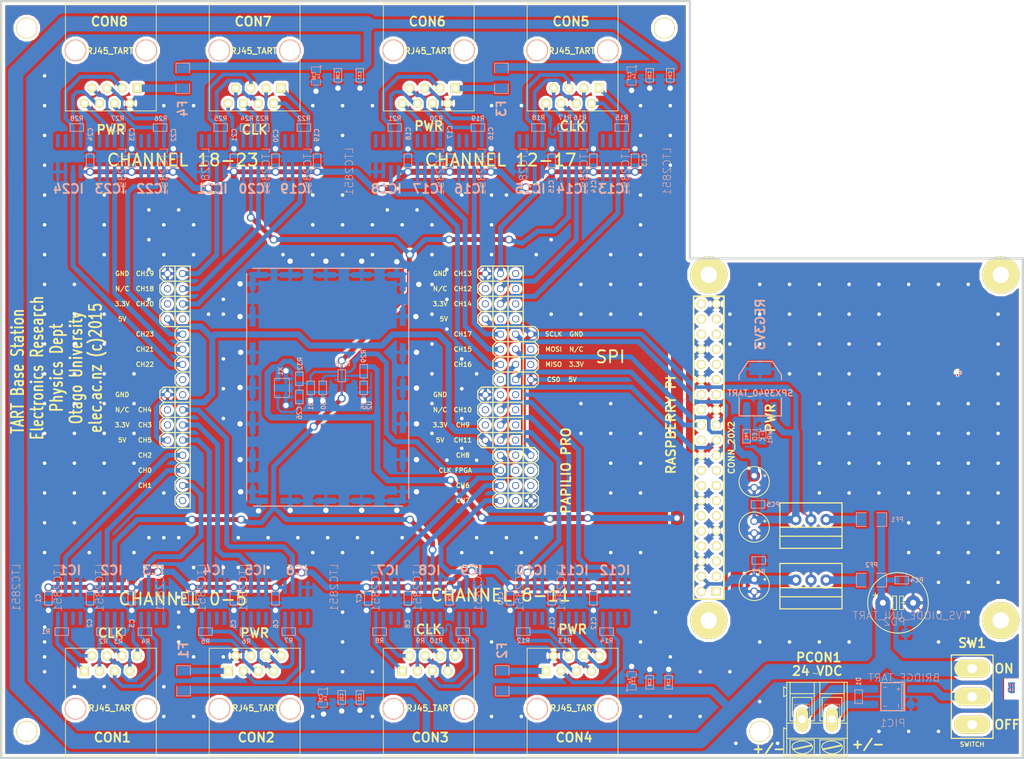
<source format=kicad_pcb>
(kicad_pcb (version 20171130) (host pcbnew 5.0.2+dfsg1-1)
  (layers (0 Front signal) (31 Back signal) (34 B.Paste user) (35 F.Paste user) (36 B.SilkS user) (37 F.SilkS user) (38 B.Mask user) (39 F.Mask user) (44 Edge.Cuts user))
  (net 0 "")
  (net 1 +24V)
  (net 2 +3V3)
  (net 3 +5V)
  (net 4 +5V_PI)
  (net 5 /CS0)
  (net 6 /MISO)
  (net 7 /MOSI)
  (net 8 /SCLK)
  (net 9 /clock/CLK_FPGA)
  (net 10 /transceiver_block_1/CLK)
  (net 11 /transceiver_block_1/DT_1)
  (net 12 /transceiver_block_1/DT_2)
  (net 13 /transceiver_block_1/DT_3)
  (net 14 /transceiver_block_1/DT_4)
  (net 15 /transceiver_block_1/DT_5)
  (net 16 /transceiver_block_1/DT_6)
  (net 17 /transceiver_block_2/DT_1)
  (net 18 /transceiver_block_2/DT_2)
  (net 19 /transceiver_block_2/DT_3)
  (net 20 /transceiver_block_2/DT_4)
  (net 21 /transceiver_block_2/DT_5)
  (net 22 /transceiver_block_2/DT_6)
  (net 23 /transceiver_block_3/DT_1)
  (net 24 /transceiver_block_3/DT_2)
  (net 25 /transceiver_block_3/DT_3)
  (net 26 /transceiver_block_3/DT_4)
  (net 27 /transceiver_block_3/DT_5)
  (net 28 /transceiver_block_3/DT_6)
  (net 29 /transceiver_block_4/DT_1)
  (net 30 /transceiver_block_4/DT_2)
  (net 31 /transceiver_block_4/DT_3)
  (net 32 /transceiver_block_4/DT_4)
  (net 33 /transceiver_block_4/DT_5)
  (net 34 /transceiver_block_4/DT_6)
  (net 35 GND)
  (net 36 N-00000102)
  (net 37 N-00000103)
  (net 38 N-00000104)
  (net 39 N-00000105)
  (net 40 N-00000106)
  (net 41 N-00000107)
  (net 42 N-00000108)
  (net 43 N-00000109)
  (net 44 N-00000110)
  (net 45 N-00000111)
  (net 46 N-00000118)
  (net 47 N-00000119)
  (net 48 N-00000120)
  (net 49 N-00000121)
  (net 50 N-00000122)
  (net 51 N-00000123)
  (net 52 N-00000124)
  (net 53 N-00000125)
  (net 54 N-00000126)
  (net 55 N-00000127)
  (net 56 N-00000128)
  (net 57 N-00000131)
  (net 58 N-00000132)
  (net 59 N-00000133)
  (net 60 N-00000134)
  (net 61 N-00000135)
  (net 62 N-00000136)
  (net 63 N-00000139)
  (net 64 N-00000140)
  (net 65 N-00000141)
  (net 66 N-00000142)
  (net 67 N-00000143)
  (net 68 N-00000144)
  (net 69 N-00000145)
  (net 70 N-00000146)
  (net 71 N-00000155)
  (net 72 N-00000156)
  (net 73 N-00000157)
  (net 74 N-00000158)
  (net 75 N-00000159)
  (net 76 N-00000160)
  (net 77 N-00000161)
  (net 78 N-00000162)
  (net 79 N-00000163)
  (net 80 N-00000164)
  (net 81 N-00000165)
  (net 82 N-00000166)
  (net 83 N-00000167)
  (net 84 N-00000168)
  (net 85 N-00000169)
  (net 86 N-00000170)
  (net 87 N-00000171)
  (net 88 N-00000172)
  (net 89 N-00000173)
  (net 90 N-00000174)
  (net 91 N-00000191)
  (net 92 N-00000192)
  (net 93 N-00000195)
  (net 94 N-00000196)
  (net 95 N-00000197)
  (net 96 N-00000198)
  (net 97 N-00000201)
  (net 98 N-00000202)
  (net 99 N-00000203)
  (net 100 N-00000204)
  (net 101 N-00000205)
  (net 102 N-00000206)
  (net 103 N-00000207)
  (net 104 N-00000208)
  (net 105 N-00000209)
  (module RASP_PI_B+_TART (layer Front) (at 171.45 112.395 90)
    (fp_text reference P1 hide)
    (fp_text value CONN_20X2 (at 0 3.81 90) (layer F.SilkS) (effects (font (size 1.016 1.016) (thickness 0.2032))))
    (pad "" thru_hole circle (at 28.99918 48.99914 90) (size 6.2 6.2) (drill 2.75) (layers *.Cu *.Mask F.SilkS))
    (pad "" thru_hole circle (at 29.00172 0 90) (size 6.2 6.2) (drill 2.75) (layers *.Cu *.Mask F.SilkS))
    (pad "" thru_hole circle (at -28.99918 48.99914 90) (size 6.2 6.2) (drill 2.75) (layers *.Cu *.Mask F.SilkS))
    (pad 1 thru_hole rect (at -24.13 1.27 90) (size 1.5 1.5) (drill 1) (layers *.Cu *.Mask F.SilkS))
    (pad 2 thru_hole circle (at -24.13 -1.27 90) (size 1.5 1.5) (drill 1) (layers *.Cu *.Mask F.SilkS) (net 4 +5V_PI))
    (pad 11 thru_hole circle (at -11.43 1.27 90) (size 1.5 1.5) (drill 1) (layers *.Cu *.Mask F.SilkS))
    (pad 4 thru_hole circle (at -21.59 -1.27 90) (size 1.5 1.5) (drill 1) (layers *.Cu *.Mask F.SilkS) (net 4 +5V_PI))
    (pad 13 thru_hole circle (at -8.89 1.27 90) (size 1.5 1.5) (drill 1) (layers *.Cu *.Mask F.SilkS))
    (pad 6 thru_hole circle (at -19.05 -1.27 90) (size 1.5 1.5) (drill 1) (layers *.Cu *.Mask F.SilkS) (net 35 GND))
    (pad 15 thru_hole circle (at -6.35 1.27 90) (size 1.5 1.5) (drill 1) (layers *.Cu *.Mask F.SilkS))
    (pad 8 thru_hole circle (at -16.51 -1.27 90) (size 1.5 1.5) (drill 1) (layers *.Cu *.Mask F.SilkS))
    (pad 17 thru_hole circle (at -3.81 1.27 90) (size 1.5 1.5) (drill 1) (layers *.Cu *.Mask F.SilkS))
    (pad 10 thru_hole circle (at -13.97 -1.27 90) (size 1.5 1.5) (drill 1) (layers *.Cu *.Mask F.SilkS))
    (pad 19 thru_hole circle (at -1.27 1.27 90) (size 1.5 1.5) (drill 1) (layers *.Cu *.Mask F.SilkS) (net 7 /MOSI))
    (pad 12 thru_hole circle (at -11.43 -1.27 90) (size 1.5 1.5) (drill 1) (layers *.Cu *.Mask F.SilkS))
    (pad 21 thru_hole circle (at 1.27 1.27 90) (size 1.5 1.5) (drill 1) (layers *.Cu *.Mask F.SilkS) (net 6 /MISO))
    (pad 14 thru_hole circle (at -8.89 -1.27 90) (size 1.5 1.5) (drill 1) (layers *.Cu *.Mask F.SilkS) (net 35 GND))
    (pad 23 thru_hole circle (at 3.81 1.27 90) (size 1.5 1.5) (drill 1) (layers *.Cu *.Mask F.SilkS) (net 8 /SCLK))
    (pad 16 thru_hole circle (at -6.35 -1.27 90) (size 1.5 1.5) (drill 1) (layers *.Cu *.Mask F.SilkS))
    (pad 25 thru_hole circle (at 6.35 1.27 90) (size 1.5 1.5) (drill 1) (layers *.Cu *.Mask F.SilkS) (net 35 GND))
    (pad 18 thru_hole circle (at -3.81 -1.27 90) (size 1.5 1.5) (drill 1) (layers *.Cu *.Mask F.SilkS))
    (pad 27 thru_hole circle (at 8.89 1.27 90) (size 1.5 1.5) (drill 1) (layers *.Cu *.Mask F.SilkS))
    (pad 20 thru_hole circle (at -1.27 -1.27 90) (size 1.5 1.5) (drill 1) (layers *.Cu *.Mask F.SilkS) (net 35 GND))
    (pad 29 thru_hole circle (at 11.43 1.27 90) (size 1.5 1.5) (drill 1) (layers *.Cu *.Mask F.SilkS))
    (pad 22 thru_hole circle (at 1.27 -1.27 90) (size 1.5 1.5) (drill 1) (layers *.Cu *.Mask F.SilkS))
    (pad 31 thru_hole circle (at 13.97 1.27 90) (size 1.5 1.5) (drill 1) (layers *.Cu *.Mask F.SilkS))
    (pad 24 thru_hole circle (at 3.81 -1.27 90) (size 1.5 1.5) (drill 1) (layers *.Cu *.Mask F.SilkS) (net 5 /CS0))
    (pad 26 thru_hole circle (at 6.35 -1.27 90) (size 1.5 1.5) (drill 1) (layers *.Cu *.Mask F.SilkS))
    (pad 33 thru_hole circle (at 16.51 1.27 90) (size 1.5 1.5) (drill 1) (layers *.Cu *.Mask F.SilkS))
    (pad 28 thru_hole circle (at 8.89 -1.27 90) (size 1.5 1.5) (drill 1) (layers *.Cu *.Mask F.SilkS))
    (pad 32 thru_hole circle (at 13.97 -1.27 90) (size 1.5 1.5) (drill 1) (layers *.Cu *.Mask F.SilkS))
    (pad 34 thru_hole circle (at 16.51 -1.27 90) (size 1.5 1.5) (drill 1) (layers *.Cu *.Mask F.SilkS) (net 35 GND))
    (pad 36 thru_hole circle (at 19.05 -1.27 90) (size 1.5 1.5) (drill 1) (layers *.Cu *.Mask F.SilkS))
    (pad 38 thru_hole circle (at 21.59 -1.27 90) (size 1.5 1.5) (drill 1) (layers *.Cu *.Mask F.SilkS))
    (pad 35 thru_hole circle (at 19.05 1.27 90) (size 1.5 1.5) (drill 1) (layers *.Cu *.Mask F.SilkS))
    (pad 37 thru_hole circle (at 21.59 1.27 90) (size 1.5 1.5) (drill 1) (layers *.Cu *.Mask F.SilkS))
    (pad 3 thru_hole circle (at -21.59 1.27 90) (size 1.5 1.5) (drill 1) (layers *.Cu *.Mask F.SilkS))
    (pad 5 thru_hole circle (at -19.05 1.27 90) (size 1.5 1.5) (drill 1) (layers *.Cu *.Mask F.SilkS))
    (pad 7 thru_hole circle (at -16.51 1.27 90) (size 1.5 1.5) (drill 1) (layers *.Cu *.Mask F.SilkS))
    (pad 9 thru_hole circle (at -13.97 1.27 90) (size 1.5 1.5) (drill 1) (layers *.Cu *.Mask F.SilkS) (net 35 GND))
    (pad 39 thru_hole circle (at 24.13 1.27 90) (size 1.5 1.5) (drill 1) (layers *.Cu *.Mask F.SilkS) (net 35 GND))
    (pad 40 thru_hole circle (at 24.13 -1.27 90) (size 1.5 1.5) (drill 1) (layers *.Cu *.Mask F.SilkS))
    (pad 30 thru_hole circle (at 11.43 -1.27 90) (size 1.5 1.5) (drill 1) (layers *.Cu *.Mask F.SilkS) (net 35 GND))
    (pad "" thru_hole circle (at -28.99918 0 90) (size 6.2 6.2) (drill 2.75) (layers *.Cu *.Mask F.SilkS))
  )
  (module VIA_0.6_TART (layer Front) (at 60 100)
    (fp_text reference via hide)
    (fp_text value VAL** hide)
    (pad 1 thru_hole circle (at 0 0) (size 1 1) (drill 0.6) (layers *.Cu) (net 35 GND))
  )
  (module PAPILIO_TART (layer Front) (at 76.8096 142.875)
    (fp_text reference U1 hide)
    (fp_text value PAPILIO_TART hide)
    (pad AL0 thru_hole oval (at 64.77 -21.59 270) (size 1.2 1.2) (drill 0.9) (layers *.Cu *.Mask) (net 35 GND))
    (pad AL1 thru_hole oval (at 64.77 -24.13 270) (size 1.2 1.2) (drill 0.9) (layers *.Cu *.Mask))
    (pad AL2 thru_hole oval (at 64.77 -26.67 270) (size 1.2 1.2) (drill 0.9) (layers *.Cu *.Mask))
    (pad AL3 thru_hole oval (at 64.77 -29.21 270) (size 1.2 1.2) (drill 0.9) (layers *.Cu *.Mask) (net 3 +5V))
    (pad AH8 thru_hole oval (at 64.77 -41.91 270) (size 1.2 1.2) (drill 0.9) (layers *.Cu *.Mask) (net 35 GND))
    (pad AH9 thru_hole oval (at 64.77 -44.45 270) (size 1.2 1.2) (drill 0.9) (layers *.Cu *.Mask))
    (pad AH10 thru_hole oval (at 64.77 -46.99 270) (size 1.2 1.2) (drill 0.9) (layers *.Cu *.Mask))
    (pad AH11 thru_hole oval (at 64.77 -49.53 270) (size 1.2 1.2) (drill 0.9) (layers *.Cu *.Mask) (net 3 +5V))
    (pad A8 thru_hole oval (at 62.23 -41.91 270) (size 1.2 1.2) (drill 0.9) (layers *.Cu *.Mask) (net 5 /CS0))
    (pad A0 thru_hole oval (at 62.23 -21.59 270) (size 1.2 1.2) (drill 0.9) (layers *.Cu *.Mask))
    (pad A1 thru_hole oval (at 62.23 -24.13 270) (size 1.2 1.2) (drill 0.9) (layers *.Cu *.Mask))
    (pad A2 thru_hole oval (at 62.23 -26.67 270) (size 1.2 1.2) (drill 0.9) (layers *.Cu *.Mask))
    (pad A3 thru_hole oval (at 62.23 -29.21 270) (size 1.2 1.2) (drill 0.9) (layers *.Cu *.Mask))
    (pad A4 thru_hole oval (at 62.23 -31.75 270) (size 1.2 1.2) (drill 0.9) (layers *.Cu *.Mask))
    (pad A5 thru_hole oval (at 62.23 -34.29 270) (size 1.2 1.2) (drill 0.9) (layers *.Cu *.Mask))
    (pad A6 thru_hole oval (at 62.23 -36.83 270) (size 1.2 1.2) (drill 0.9) (layers *.Cu *.Mask))
    (pad A7 thru_hole oval (at 62.23 -39.37 270) (size 1.2 1.2) (drill 0.9) (layers *.Cu *.Mask))
    (pad A12 thru_hole oval (at 62.23 -52.07 270) (size 1.2 1.2) (drill 0.9) (layers *.Cu *.Mask))
    (pad A13 thru_hole oval (at 62.23 -54.61 270) (size 1.2 1.2) (drill 0.9) (layers *.Cu *.Mask))
    (pad A14 thru_hole oval (at 62.23 -57.15 270) (size 1.2 1.2) (drill 0.9) (layers *.Cu *.Mask))
    (pad A15 thru_hole oval (at 62.23 -59.69 270) (size 1.2 1.2) (drill 0.9) (layers *.Cu *.Mask))
    (pad A9 thru_hole oval (at 62.23 -44.45 90) (size 1.2 1.2) (drill 0.9) (layers *.Cu *.Mask) (net 6 /MISO))
    (pad A10 thru_hole oval (at 62.23 -46.99 90) (size 1.2 1.2) (drill 0.9) (layers *.Cu *.Mask) (net 7 /MOSI))
    (pad A11 thru_hole oval (at 62.23 -49.53 90) (size 1.2 1.2) (drill 0.9) (layers *.Cu *.Mask) (net 8 /SCLK))
    (pad B0 thru_hole oval (at 59.69 -59.69 270) (size 1.2 1.2) (drill 0.9) (layers *.Cu *.Mask) (net 24 /transceiver_block_3/DT_2))
    (pad B1 thru_hole oval (at 59.69 -57.15 270) (size 1.2 1.2) (drill 0.9) (layers *.Cu *.Mask) (net 23 /transceiver_block_3/DT_1))
    (pad B2 thru_hole oval (at 59.69 -54.61 270) (size 1.2 1.2) (drill 0.9) (layers *.Cu *.Mask) (net 25 /transceiver_block_3/DT_3))
    (pad B3 thru_hole oval (at 59.69 -52.07 270) (size 1.2 1.2) (drill 0.9) (layers *.Cu *.Mask))
    (pad B4 thru_hole oval (at 59.69 -49.53 270) (size 1.2 1.2) (drill 0.9) (layers *.Cu *.Mask) (net 28 /transceiver_block_3/DT_6))
    (pad B5 thru_hole oval (at 59.69 -46.99 270) (size 1.2 1.2) (drill 0.9) (layers *.Cu *.Mask) (net 26 /transceiver_block_3/DT_4))
    (pad B6 thru_hole oval (at 59.69 -44.45 270) (size 1.2 1.2) (drill 0.9) (layers *.Cu *.Mask) (net 27 /transceiver_block_3/DT_5))
    (pad B7 thru_hole oval (at 59.69 -41.91 270) (size 1.2 1.2) (drill 0.9) (layers *.Cu *.Mask))
    (pad B8 thru_hole oval (at 59.69 -39.37 270) (size 1.2 1.2) (drill 0.9) (layers *.Cu *.Mask))
    (pad B9 thru_hole oval (at 59.69 -36.83 270) (size 1.2 1.2) (drill 0.9) (layers *.Cu *.Mask) (net 21 /transceiver_block_2/DT_5))
    (pad B10 thru_hole oval (at 59.69 -34.29 270) (size 1.2 1.2) (drill 0.9) (layers *.Cu *.Mask) (net 20 /transceiver_block_2/DT_4))
    (pad B11 thru_hole oval (at 59.69 -31.75 270) (size 1.2 1.2) (drill 0.9) (layers *.Cu *.Mask) (net 22 /transceiver_block_2/DT_6))
    (pad B12 thru_hole oval (at 59.69 -29.21 270) (size 1.2 1.2) (drill 0.9) (layers *.Cu *.Mask) (net 19 /transceiver_block_2/DT_3))
    (pad B13 thru_hole oval (at 59.69 -26.67 270) (size 1.2 1.2) (drill 0.9) (layers *.Cu *.Mask) (net 9 /clock/CLK_FPGA))
    (pad B14 thru_hole oval (at 59.69 -24.13 270) (size 1.2 1.2) (drill 0.9) (layers *.Cu *.Mask) (net 17 /transceiver_block_2/DT_1))
    (pad B15 thru_hole oval (at 59.69 -21.59 270) (size 1.2 1.2) (drill 0.9) (layers *.Cu *.Mask) (net 18 /transceiver_block_2/DT_2))
    (pad BL0 thru_hole oval (at 57.15 -59.69 270) (size 1.2 1.2) (drill 0.9) (layers *.Cu *.Mask) (net 35 GND))
    (pad BL1 thru_hole oval (at 57.15 -57.15 270) (size 1.2 1.2) (drill 0.9) (layers *.Cu *.Mask))
    (pad BL2 thru_hole oval (at 57.15 -54.61 270) (size 1.2 1.2) (drill 0.9) (layers *.Cu *.Mask))
    (pad BL3 thru_hole oval (at 57.15 -52.07 270) (size 1.2 1.2) (drill 0.9) (layers *.Cu *.Mask) (net 3 +5V))
    (pad BH8 thru_hole oval (at 57.15 -39.37 270) (size 1.2 1.2) (drill 0.9) (layers *.Cu *.Mask) (net 35 GND))
    (pad BH9 thru_hole oval (at 57.15 -36.83 270) (size 1.2 1.2) (drill 0.9) (layers *.Cu *.Mask))
    (pad BH10 thru_hole oval (at 57.15 -34.29 270) (size 1.2 1.2) (drill 0.9) (layers *.Cu *.Mask))
    (pad BH11 thru_hole oval (at 57.15 -31.75 270) (size 1.2 1.2) (drill 0.9) (layers *.Cu *.Mask) (net 3 +5V))
    (pad C0 thru_hole oval (at 6.35 -59.69 270) (size 1.2 1.2) (drill 0.9) (layers *.Cu *.Mask) (net 30 /transceiver_block_4/DT_2))
    (pad C1 thru_hole oval (at 6.35 -57.15 270) (size 1.2 1.2) (drill 0.9) (layers *.Cu *.Mask) (net 29 /transceiver_block_4/DT_1))
    (pad C2 thru_hole oval (at 6.35 -54.61 270) (size 1.2 1.2) (drill 0.9) (layers *.Cu *.Mask) (net 31 /transceiver_block_4/DT_3))
    (pad C3 thru_hole oval (at 6.35 -52.07 270) (size 1.2 1.2) (drill 0.9) (layers *.Cu *.Mask))
    (pad C4 thru_hole oval (at 6.35 -49.53 270) (size 1.2 1.2) (drill 0.9) (layers *.Cu *.Mask) (net 34 /transceiver_block_4/DT_6))
    (pad C5 thru_hole oval (at 6.35 -46.99 270) (size 1.2 1.2) (drill 0.9) (layers *.Cu *.Mask) (net 32 /transceiver_block_4/DT_4))
    (pad C6 thru_hole oval (at 6.35 -44.45 270) (size 1.2 1.2) (drill 0.9) (layers *.Cu *.Mask) (net 33 /transceiver_block_4/DT_5))
    (pad C7 thru_hole oval (at 6.35 -41.91 270) (size 1.2 1.2) (drill 0.9) (layers *.Cu *.Mask))
    (pad C8 thru_hole oval (at 6.35 -39.37 270) (size 1.2 1.2) (drill 0.9) (layers *.Cu *.Mask))
    (pad C9 thru_hole oval (at 6.35 -36.83 270) (size 1.2 1.2) (drill 0.9) (layers *.Cu *.Mask) (net 15 /transceiver_block_1/DT_5))
    (pad C10 thru_hole oval (at 6.35 -34.29 270) (size 1.2 1.2) (drill 0.9) (layers *.Cu *.Mask) (net 14 /transceiver_block_1/DT_4))
    (pad C11 thru_hole oval (at 6.35 -31.75 270) (size 1.2 1.2) (drill 0.9) (layers *.Cu *.Mask) (net 16 /transceiver_block_1/DT_6))
    (pad C12 thru_hole oval (at 6.35 -29.21 270) (size 1.2 1.2) (drill 0.9) (layers *.Cu *.Mask) (net 13 /transceiver_block_1/DT_3))
    (pad C13 thru_hole oval (at 6.35 -26.67 270) (size 1.2 1.2) (drill 0.9) (layers *.Cu *.Mask) (net 11 /transceiver_block_1/DT_1))
    (pad C14 thru_hole oval (at 6.35 -24.13 270) (size 1.2 1.2) (drill 0.9) (layers *.Cu *.Mask) (net 12 /transceiver_block_1/DT_2))
    (pad C15 thru_hole oval (at 6.35 -21.59 270) (size 1.2 1.2) (drill 0.9) (layers *.Cu *.Mask))
    (pad CL0 thru_hole oval (at 3.81 -59.69 270) (size 1.2 1.2) (drill 0.9) (layers *.Cu *.Mask) (net 35 GND))
    (pad CL1 thru_hole oval (at 3.81 -57.15 270) (size 1.2 1.2) (drill 0.9) (layers *.Cu *.Mask))
    (pad CL2 thru_hole oval (at 3.81 -54.61 270) (size 1.2 1.2) (drill 0.9) (layers *.Cu *.Mask))
    (pad CL3 thru_hole oval (at 3.81 -52.07 270) (size 1.2 1.2) (drill 0.9) (layers *.Cu *.Mask) (net 3 +5V))
    (pad CH8 thru_hole oval (at 3.81 -39.37 270) (size 1.2 1.2) (drill 0.9) (layers *.Cu *.Mask) (net 35 GND))
    (pad CH9 thru_hole oval (at 3.81 -36.83 270) (size 1.2 1.2) (drill 0.9) (layers *.Cu *.Mask))
    (pad CH10 thru_hole oval (at 3.81 -34.29 270) (size 1.2 1.2) (drill 0.9) (layers *.Cu *.Mask))
    (pad CH11 thru_hole oval (at 3.81 -31.75 270) (size 1.2 1.2) (drill 0.9) (layers *.Cu *.Mask) (net 3 +5V))
  )
  (module CS12ANW03_TART (layer Front) (at 215.646 154.178)
    (fp_text reference SW1 (at 0 -9) (layer F.SilkS) (effects (font (size 1.524 1.524) (thickness 0.3048))))
    (fp_text value SWITCH (at 0 8) (layer F.SilkS) (effects (font (size 0.762 0.762) (thickness 0.1524))))
    (fp_text user OFF (at 5.854 4.7) (layer F.SilkS) (effects (font (size 1.524 1.524) (thickness 0.3048))))
    (fp_text user ON (at 5.354 -4.7) (layer F.SilkS) (effects (font (size 1.524 1.524) (thickness 0.3048))))
    (pad 3 thru_hole oval (at 0 -4.7) (size 6 3) (drill 1.6) (layers *.Cu *.Mask F.SilkS) (net 1 +24V))
    (pad 2 thru_hole oval (at 0 0) (size 6 3) (drill 1.6) (layers *.Cu *.Mask F.SilkS) (net 56 N-00000128))
    (pad 1 thru_hole oval (at 0 4.7) (size 6 3) (drill 1.6) (layers *.Cu *.Mask F.SilkS))
  )
  (module 4_SMD_TART (layer Back) (at 99.822 102.362 270)
    (fp_text reference X1 (at -2.794 0.254 270) (layer B.SilkS) (effects (font (size 0.762 0.762) (thickness 0.1524)) (justify mirror)))
    (fp_text value TCXO_TART hide)
    (pad 1 smd rect (at -1.51384 -0.67818 270) (size 0.77978 0.86868) (layers Back B.Paste B.Mask) (net 35 GND))
    (pad 2 smd rect (at 1.51384 -0.67818 270) (size 0.77978 0.86868) (layers Back B.Paste B.Mask) (net 35 GND))
    (pad 3 smd rect (at 1.51384 0.67818 270) (size 0.77978 0.86868) (layers Back B.Paste B.Mask) (net 57 N-00000131))
    (pad 4 smd rect (at -1.51384 0.67818 270) (size 0.77978 0.86868) (layers Back B.Paste B.Mask) (net 2 +3V3))
  )
  (module SM1206 (layer Back) (at 198.755 124.46 180)
    (fp_text reference PF1 (at -4.318 0 180) (layer B.SilkS) (effects (font (size 0.762 0.762) (thickness 0.127)) (justify mirror)))
    (fp_text value FUSE hide)
    (pad 1 smd rect (at -1.651 0 180) (size 1.524 2.032) (layers Back B.Paste B.Mask) (net 1 +24V))
    (pad 2 smd rect (at 1.651 0 180) (size 1.524 2.032) (layers Back B.Paste B.Mask) (net 51 N-00000123))
  )
  (module SM1206 (layer Back) (at 198.755 134.62 180)
    (fp_text reference PF2 (at 0 2.54 180) (layer B.SilkS) (effects (font (size 0.762 0.762) (thickness 0.1524)) (justify mirror)))
    (fp_text value FUSE hide)
    (pad 1 smd rect (at -1.651 0 180) (size 1.524 2.032) (layers Back B.Paste B.Mask) (net 1 +24V))
    (pad 2 smd rect (at 1.651 0 180) (size 1.524 2.032) (layers Back B.Paste B.Mask) (net 54 N-00000126))
  )
  (module SM1206 (layer Back) (at 136.652 50.419 90)
    (fp_text reference F3 (at -5.08 0 90) (layer B.SilkS) (effects (font (size 1.524 1.524) (thickness 0.3048)) (justify mirror)))
    (fp_text value FUSE hide)
    (pad 1 smd rect (at -1.651 0 90) (size 1.524 2.032) (layers Back B.Paste B.Mask) (net 70 N-00000146))
    (pad 2 smd rect (at 1.651 0 90) (size 1.524 2.032) (layers Back B.Paste B.Mask) (net 1 +24V))
  )
  (module SM1206 (layer Back) (at 136.779 151.511 270)
    (fp_text reference F2 (at -5.08 0 270) (layer B.SilkS) (effects (font (size 1.524 1.524) (thickness 0.3048)) (justify mirror)))
    (fp_text value FUSE hide)
    (pad 1 smd rect (at -1.651 0 270) (size 1.524 2.032) (layers Back B.Paste B.Mask) (net 76 N-00000160))
    (pad 2 smd rect (at 1.651 0 270) (size 1.524 2.032) (layers Back B.Paste B.Mask) (net 1 +24V))
  )
  (module SM1206 (layer Back) (at 83.185 50.419 90)
    (fp_text reference F4 (at -5.08 0 90) (layer B.SilkS) (effects (font (size 1.524 1.524) (thickness 0.3048)) (justify mirror)))
    (fp_text value FUSE hide)
    (pad 1 smd rect (at -1.651 0 90) (size 1.524 2.032) (layers Back B.Paste B.Mask) (net 45 N-00000111))
    (pad 2 smd rect (at 1.651 0 90) (size 1.524 2.032) (layers Back B.Paste B.Mask) (net 1 +24V))
  )
  (module SM1206 (layer Back) (at 83.312 151.511 270)
    (fp_text reference F1 (at -5.08 0 270) (layer B.SilkS) (effects (font (size 1.524 1.524) (thickness 0.3175)) (justify mirror)))
    (fp_text value FUSE hide)
    (pad 1 smd rect (at -1.651 0 270) (size 1.524 2.032) (layers Back B.Paste B.Mask) (net 91 N-00000191))
    (pad 2 smd rect (at 1.651 0 270) (size 1.524 2.032) (layers Back B.Paste B.Mask) (net 1 +24V))
  )
  (module E5-10,5_TART (layer Front) (at 203.2 138.43)
    (fp_text reference PC1)
    (fp_text value 100u)
    (pad 1 thru_hole oval (at -2.54 0) (size 2.5 2.5) (drill 1) (layers *.Cu *.Mask) (net 1 +24V))
    (pad 2 thru_hole oval (at 2.54 0) (size 2.5 2.5) (drill 1) (layers *.Cu *.Mask) (net 35 GND))
  )
  (module SOT223 (layer Back) (at 180.086 102.489 180)
    (fp_text reference REG3V3 (at 0 10.795 90) (layer B.SilkS) (effects (font (size 1.524 1.524) (thickness 0.3048)) (justify mirror)))
    (fp_text value SPX3940_TART (at 0 -0.762 180) (layer B.SilkS) (effects (font (size 1.016 1.016) (thickness 0.2032)) (justify mirror)))
    (pad 4 smd rect (at 0 3.302 180) (size 3.6576 2.032) (layers Back B.Paste B.Mask) (net 35 GND))
    (pad 2 smd rect (at 0 -3.302 180) (size 1.016 2.032) (layers Back B.Paste B.Mask) (net 35 GND))
    (pad 3 smd rect (at 2.286 -3.302 180) (size 1.016 2.032) (layers Back B.Paste B.Mask) (net 2 +3V3))
    (pad 1 smd rect (at -2.286 -3.302 180) (size 1.016 2.032) (layers Back B.Paste B.Mask) (net 3 +5V))
  )
  (module SM0603 (layer Back) (at 125.73 143.256)
    (fp_text reference R10 (at 0 1.524) (layer B.SilkS) (effects (font (size 0.762 0.762) (thickness 0.1524)) (justify mirror)))
    (fp_text value 100 hide)
    (pad 1 smd rect (at -0.762 0) (size 0.635 1.143) (layers Back B.Paste B.Mask) (net 88 N-00000172))
    (pad 2 smd rect (at 0.762 0) (size 0.635 1.143) (layers Back B.Paste B.Mask) (net 89 N-00000173))
  )
  (module SM0603 (layer Back) (at 123.19 143.256)
    (fp_text reference R9 (at -0.127 1.524) (layer B.SilkS) (effects (font (size 0.762 0.762) (thickness 0.1524)) (justify mirror)))
    (fp_text value 100 hide)
    (pad 1 smd rect (at -0.762 0) (size 0.635 1.143) (layers Back B.Paste B.Mask) (net 77 N-00000161))
    (pad 2 smd rect (at 0.762 0) (size 0.635 1.143) (layers Back B.Paste B.Mask) (net 87 N-00000171))
  )
  (module SM0603 (layer Back) (at 130.175 143.256)
    (fp_text reference R11 (at 0 1.524) (layer B.SilkS) (effects (font (size 0.762 0.762) (thickness 0.1524)) (justify mirror)))
    (fp_text value 100 hide)
    (pad 1 smd rect (at -0.762 0) (size 0.635 1.143) (layers Back B.Paste B.Mask) (net 83 N-00000167))
    (pad 2 smd rect (at 0.762 0) (size 0.635 1.143) (layers Back B.Paste B.Mask) (net 85 N-00000169))
  )
  (module SM0603 (layer Back) (at 116.205 143.256)
    (fp_text reference R8 (at 0 1.524) (layer B.SilkS) (effects (font (size 0.762 0.762) (thickness 0.1524)) (justify mirror)))
    (fp_text value 100 hide)
    (pad 1 smd rect (at -0.762 0) (size 0.635 1.143) (layers Back B.Paste B.Mask) (net 82 N-00000166))
    (pad 2 smd rect (at 0.762 0) (size 0.635 1.143) (layers Back B.Paste B.Mask) (net 86 N-00000170))
  )
  (module SM0603 (layer Back) (at 147.32 143.256)
    (fp_text reference R13 (at 0 1.524) (layer B.SilkS) (effects (font (size 0.762 0.762) (thickness 0.1524)) (justify mirror)))
    (fp_text value 100 hide)
    (pad 1 smd rect (at -0.762 0) (size 0.635 1.143) (layers Back B.Paste B.Mask) (net 81 N-00000165))
    (pad 2 smd rect (at 0.762 0) (size 0.635 1.143) (layers Back B.Paste B.Mask) (net 78 N-00000162))
  )
  (module SM0603 (layer Back) (at 154.305 143.256)
    (fp_text reference R14 (at 0 1.524) (layer B.SilkS) (effects (font (size 0.762 0.762) (thickness 0.1524)) (justify mirror)))
    (fp_text value 100 hide)
    (pad 1 smd rect (at -0.762 0) (size 0.635 1.143) (layers Back B.Paste B.Mask) (net 90 N-00000174))
    (pad 2 smd rect (at 0.762 0) (size 0.635 1.143) (layers Back B.Paste B.Mask) (net 80 N-00000164))
  )
  (module SM0603 (layer Back) (at 140.335 143.256)
    (fp_text reference R12 (at 0 1.524) (layer B.SilkS) (effects (font (size 0.762 0.762) (thickness 0.1524)) (justify mirror)))
    (fp_text value 100 hide)
    (pad 1 smd rect (at -0.762 0) (size 0.635 1.143) (layers Back B.Paste B.Mask) (net 84 N-00000168))
    (pad 2 smd rect (at 0.762 0) (size 0.635 1.143) (layers Back B.Paste B.Mask) (net 79 N-00000163))
  )
  (module SM0603 (layer Back) (at 138.1125 137.668 270)
    (fp_text reference C10 (at 0 1.5875 270) (layer B.SilkS) (effects (font (size 0.762 0.762) (thickness 0.1524)) (justify mirror)))
    (fp_text value 0.1u hide)
    (pad 1 smd rect (at -0.762 0 270) (size 0.635 1.143) (layers Back B.Paste B.Mask) (net 2 +3V3))
    (pad 2 smd rect (at 0.762 0 270) (size 0.635 1.143) (layers Back B.Paste B.Mask) (net 35 GND))
  )
  (module SM0603 (layer Back) (at 152.0825 137.668 270)
    (fp_text reference C12 (at 4.191 -0.0635 270) (layer B.SilkS) (effects (font (size 0.762 0.762) (thickness 0.1524)) (justify mirror)))
    (fp_text value 0.1u hide)
    (pad 1 smd rect (at -0.762 0 270) (size 0.635 1.143) (layers Back B.Paste B.Mask) (net 2 +3V3))
    (pad 2 smd rect (at 0.762 0 270) (size 0.635 1.143) (layers Back B.Paste B.Mask) (net 35 GND))
  )
  (module SM0603 (layer Back) (at 145.0975 137.668 270)
    (fp_text reference C11 (at 4.191 -0.0635 270) (layer B.SilkS) (effects (font (size 0.762 0.762) (thickness 0.1524)) (justify mirror)))
    (fp_text value 0.1u hide)
    (pad 1 smd rect (at -0.762 0 270) (size 0.635 1.143) (layers Back B.Paste B.Mask) (net 2 +3V3))
    (pad 2 smd rect (at 0.762 0 270) (size 0.635 1.143) (layers Back B.Paste B.Mask) (net 35 GND))
  )
  (module SM0603 (layer Back) (at 114.3 137.668 270)
    (fp_text reference C7 (at 0 1.524 270) (layer B.SilkS) (effects (font (size 0.762 0.762) (thickness 0.1524)) (justify mirror)))
    (fp_text value 0.1u hide)
    (pad 1 smd rect (at -0.762 0 270) (size 0.635 1.143) (layers Back B.Paste B.Mask) (net 2 +3V3))
    (pad 2 smd rect (at 0.762 0 270) (size 0.635 1.143) (layers Back B.Paste B.Mask) (net 35 GND))
  )
  (module SM0603 (layer Back) (at 120.9675 137.668 270)
    (fp_text reference C8 (at 4.318 0.0635 270) (layer B.SilkS) (effects (font (size 0.762 0.762) (thickness 0.1524)) (justify mirror)))
    (fp_text value 0.1u hide)
    (pad 1 smd rect (at -0.762 0 270) (size 0.635 1.143) (layers Back B.Paste B.Mask) (net 2 +3V3))
    (pad 2 smd rect (at 0.762 0 270) (size 0.635 1.143) (layers Back B.Paste B.Mask) (net 35 GND))
  )
  (module SOIC-4_TART (layer Back) (at 202.311 154.178 90)
    (fp_text reference PIC1 (at -4.445 0 180) (layer B.SilkS) (effects (font (size 1.27 1.27) (thickness 0.1016)) (justify mirror)))
    (fp_text value BRIDGE_TART (at 3.175 1.905) (layer B.SilkS) (effects (font (size 1.27 1.27) (thickness 0.1016)) (justify mirror)))
    (pad 3 smd rect (at 1.29794 3.048 90) (size 1.19888 1.19888) (layers Back B.Paste B.Mask) (net 56 N-00000128))
    (pad 1 smd rect (at -1.29794 3.048 90) (size 1.19888 1.19888) (layers Back B.Paste B.Mask) (net 35 GND))
    (pad 4 smd rect (at -1.29794 -3.048 270) (size 1.19888 1.19888) (layers Back B.Paste B.Mask) (net 55 N-00000127))
    (pad 2 smd rect (at 1.29794 -3.048 270) (size 1.19888 1.19888) (layers Back B.Paste B.Mask) (net 53 N-00000125))
  )
  (module SOD123_TART (layer Back) (at 202.565 143.51)
    (fp_text reference PD2 (at 0.035 -1.91) (layer B.SilkS) (effects (font (size 1.27 1.27) (thickness 0.1016)) (justify mirror)))
    (fp_text value TVS_DIODE_UNI_TART (at 2.71018 -2.9337) (layer B.SilkS) (effects (font (size 1.27 1.27) (thickness 0.1016)) (justify mirror)))
    (pad 1 smd rect (at 1.89992 0) (size 1.39954 1.39954) (layers Back B.Paste B.Mask) (net 35 GND))
    (pad 2 smd rect (at -1.89992 0) (size 1.39954 1.39954) (layers Back B.Paste B.Mask) (net 1 +24V))
  )
  (module SM0603 (layer Back) (at 102.743 100.838 270)
    (fp_text reference R32 (at -2.54 -0.127 270) (layer B.SilkS) (effects (font (size 0.762 0.762) (thickness 0.1524)) (justify mirror)))
    (fp_text value 10k hide)
    (pad 1 smd rect (at -0.762 0 270) (size 0.635 1.143) (layers Back B.Paste B.Mask) (net 2 +3V3))
    (pad 2 smd rect (at 0.762 0 270) (size 0.635 1.143) (layers Back B.Paste B.Mask) (net 59 N-00000133))
  )
  (module SM0603 (layer Back) (at 106.68 102.362 270)
    (fp_text reference R30 (at 2.54 -0.127 270) (layer B.SilkS) (effects (font (size 0.762 0.762) (thickness 0.1524)) (justify mirror)))
    (fp_text value 0 hide)
    (pad 1 smd rect (at -0.762 0 270) (size 0.635 1.143) (layers Back B.Paste B.Mask) (net 60 N-00000134))
    (pad 2 smd rect (at 0.762 0 270) (size 0.635 1.143) (layers Back B.Paste B.Mask) (net 35 GND))
  )
  (module SM0603 (layer Back) (at 113.538 99.568 270)
    (fp_text reference R29 (at -2.54 0 270) (layer B.SilkS) (effects (font (size 0.762 0.762) (thickness 0.1524)) (justify mirror)))
    (fp_text value 0 hide)
    (pad 1 smd rect (at -0.762 0 270) (size 0.635 1.143) (layers Back B.Paste B.Mask) (net 2 +3V3))
    (pad 2 smd rect (at 0.762 0 270) (size 0.635 1.143) (layers Back B.Paste B.Mask) (net 58 N-00000132))
  )
  (module SM0603 (layer Back) (at 69.85 143.256)
    (fp_text reference R2 (at 0 1.651) (layer B.SilkS) (effects (font (size 0.762 0.762) (thickness 0.1524)) (justify mirror)))
    (fp_text value 100 hide)
    (pad 1 smd rect (at -0.762 0) (size 0.635 1.143) (layers Back B.Paste B.Mask) (net 99 N-00000203))
    (pad 2 smd rect (at 0.762 0) (size 0.635 1.143) (layers Back B.Paste B.Mask) (net 98 N-00000202))
  )
  (module SM0603 (layer Back) (at 96.52 58.674 180)
    (fp_text reference R23 (at 0 1.524 180) (layer B.SilkS) (effects (font (size 0.762 0.762) (thickness 0.1524)) (justify mirror)))
    (fp_text value 100 hide)
    (pad 1 smd rect (at -0.762 0 180) (size 0.635 1.143) (layers Back B.Paste B.Mask) (net 36 N-00000102))
    (pad 2 smd rect (at 0.762 0 180) (size 0.635 1.143) (layers Back B.Paste B.Mask) (net 37 N-00000103))
  )
  (module SM0603 (layer Back) (at 89.535 58.674 180)
    (fp_text reference R25 (at 0 1.524 180) (layer B.SilkS) (effects (font (size 0.762 0.762) (thickness 0.1524)) (justify mirror)))
    (fp_text value 100 hide)
    (pad 1 smd rect (at -0.762 0 180) (size 0.635 1.143) (layers Back B.Paste B.Mask) (net 44 N-00000110))
    (pad 2 smd rect (at 0.762 0 180) (size 0.635 1.143) (layers Back B.Paste B.Mask) (net 50 N-00000122))
  )
  (module SM0603 (layer Back) (at 103.505 58.674 180)
    (fp_text reference R22 (at 0 1.524 180) (layer B.SilkS) (effects (font (size 0.762 0.762) (thickness 0.1524)) (justify mirror)))
    (fp_text value 100 hide)
    (pad 1 smd rect (at -0.762 0 180) (size 0.635 1.143) (layers Back B.Paste B.Mask) (net 42 N-00000108))
    (pad 2 smd rect (at 0.762 0 180) (size 0.635 1.143) (layers Back B.Paste B.Mask) (net 43 N-00000109))
  )
  (module SM0603 (layer Back) (at 72.39 58.674 180)
    (fp_text reference R27 (at 0.127 1.524 180) (layer B.SilkS) (effects (font (size 0.762 0.762) (thickness 0.1524)) (justify mirror)))
    (fp_text value 100 hide)
    (pad 1 smd rect (at -0.762 0 180) (size 0.635 1.143) (layers Back B.Paste B.Mask) (net 41 N-00000107))
    (pad 2 smd rect (at 0.762 0 180) (size 0.635 1.143) (layers Back B.Paste B.Mask) (net 49 N-00000121))
  )
  (module SM0603 (layer Back) (at 65.405 58.674 180)
    (fp_text reference R28 (at 0 1.524 180) (layer B.SilkS) (effects (font (size 0.762 0.762) (thickness 0.1524)) (justify mirror)))
    (fp_text value 100 hide)
    (pad 1 smd rect (at -0.762 0 180) (size 0.635 1.143) (layers Back B.Paste B.Mask) (net 40 N-00000106))
    (pad 2 smd rect (at 0.762 0 180) (size 0.635 1.143) (layers Back B.Paste B.Mask) (net 48 N-00000120))
  )
  (module SM0603 (layer Back) (at 79.375 58.674 180)
    (fp_text reference R26 (at -0.127 1.524 180) (layer B.SilkS) (effects (font (size 0.762 0.762) (thickness 0.1524)) (justify mirror)))
    (fp_text value 100 hide)
    (pad 1 smd rect (at -0.762 0 180) (size 0.635 1.143) (layers Back B.Paste B.Mask) (net 39 N-00000105))
    (pad 2 smd rect (at 0.762 0 180) (size 0.635 1.143) (layers Back B.Paste B.Mask) (net 47 N-00000119))
  )
  (module SM0603 (layer Back) (at 72.39 143.256)
    (fp_text reference R3 (at 0 1.651) (layer B.SilkS) (effects (font (size 0.762 0.762) (thickness 0.1524)) (justify mirror)))
    (fp_text value 100 hide)
    (pad 1 smd rect (at -0.762 0) (size 0.635 1.143) (layers Back B.Paste B.Mask) (net 97 N-00000201))
    (pad 2 smd rect (at 0.762 0) (size 0.635 1.143) (layers Back B.Paste B.Mask) (net 100 N-00000204))
  )
  (module SM0603 (layer Back) (at 104.648 102.362 270)
    (fp_text reference R31 (at 2.667 0 270) (layer B.SilkS) (effects (font (size 0.762 0.762) (thickness 0.1524)) (justify mirror)))
    (fp_text value 10k hide)
    (pad 1 smd rect (at -0.762 0 270) (size 0.635 1.143) (layers Back B.Paste B.Mask) (net 59 N-00000133))
    (pad 2 smd rect (at 0.762 0 270) (size 0.635 1.143) (layers Back B.Paste B.Mask) (net 35 GND))
  )
  (module SM0603 (layer Back) (at 76.835 143.256)
    (fp_text reference R4 (at 0.127 1.651) (layer B.SilkS) (effects (font (size 0.762 0.762) (thickness 0.1524)) (justify mirror)))
    (fp_text value 100 hide)
    (pad 1 smd rect (at -0.762 0) (size 0.635 1.143) (layers Back B.Paste B.Mask) (net 93 N-00000195))
    (pad 2 smd rect (at 0.762 0) (size 0.635 1.143) (layers Back B.Paste B.Mask) (net 104 N-00000208))
  )
  (module SM0603 (layer Back) (at 62.865 143.256)
    (fp_text reference R1 (at -2.667 0) (layer B.SilkS) (effects (font (size 0.762 0.762) (thickness 0.1524)) (justify mirror)))
    (fp_text value 100 hide)
    (pad 1 smd rect (at -0.762 0) (size 0.635 1.143) (layers Back B.Paste B.Mask) (net 95 N-00000197))
    (pad 2 smd rect (at 0.762 0) (size 0.635 1.143) (layers Back B.Paste B.Mask) (net 94 N-00000196))
  )
  (module SM0603 (layer Back) (at 93.98 143.256)
    (fp_text reference R6 (at -0.127 1.651) (layer B.SilkS) (effects (font (size 0.762 0.762) (thickness 0.1524)) (justify mirror)))
    (fp_text value 100 hide)
    (pad 1 smd rect (at -0.762 0) (size 0.635 1.143) (layers Back B.Paste B.Mask) (net 96 N-00000198))
    (pad 2 smd rect (at 0.762 0) (size 0.635 1.143) (layers Back B.Paste B.Mask) (net 103 N-00000207))
  )
  (module SM0603 (layer Back) (at 100.965 143.256)
    (fp_text reference R7 (at 0 1.524) (layer B.SilkS) (effects (font (size 0.762 0.762) (thickness 0.1524)) (justify mirror)))
    (fp_text value 100 hide)
    (pad 1 smd rect (at -0.762 0) (size 0.635 1.143) (layers Back B.Paste B.Mask) (net 105 N-00000209))
    (pad 2 smd rect (at 0.762 0) (size 0.635 1.143) (layers Back B.Paste B.Mask) (net 102 N-00000206))
  )
  (module SM0603 (layer Back) (at 86.995 143.256)
    (fp_text reference R5 (at 0 1.651) (layer B.SilkS) (effects (font (size 0.762 0.762) (thickness 0.1524)) (justify mirror)))
    (fp_text value 100 hide)
    (pad 1 smd rect (at -0.762 0) (size 0.635 1.143) (layers Back B.Paste B.Mask) (net 92 N-00000192))
    (pad 2 smd rect (at 0.762 0) (size 0.635 1.143) (layers Back B.Paste B.Mask) (net 101 N-00000205))
  )
  (module SM0603 (layer Back) (at 147.32 58.674 180)
    (fp_text reference R17 (at 0 1.651 180) (layer B.SilkS) (effects (font (size 0.762 0.762) (thickness 0.1524)) (justify mirror)))
    (fp_text value 100 hide)
    (pad 1 smd rect (at -0.762 0 180) (size 0.635 1.143) (layers Back B.Paste B.Mask) (net 73 N-00000157))
    (pad 2 smd rect (at 0.762 0 180) (size 0.635 1.143) (layers Back B.Paste B.Mask) (net 75 N-00000159))
  )
  (module SM0603 (layer Back) (at 149.86 58.674 180)
    (fp_text reference R16 (at 0 1.651 180) (layer B.SilkS) (effects (font (size 0.762 0.762) (thickness 0.1524)) (justify mirror)))
    (fp_text value 100 hide)
    (pad 1 smd rect (at -0.762 0 180) (size 0.635 1.143) (layers Back B.Paste B.Mask) (net 69 N-00000145))
    (pad 2 smd rect (at 0.762 0 180) (size 0.635 1.143) (layers Back B.Paste B.Mask) (net 63 N-00000139))
  )
  (module SM0603 (layer Back) (at 142.875 58.674 180)
    (fp_text reference R18 (at 0 1.651 180) (layer B.SilkS) (effects (font (size 0.762 0.762) (thickness 0.1524)) (justify mirror)))
    (fp_text value 100 hide)
    (pad 1 smd rect (at -0.762 0 180) (size 0.635 1.143) (layers Back B.Paste B.Mask) (net 64 N-00000140))
    (pad 2 smd rect (at 0.762 0 180) (size 0.635 1.143) (layers Back B.Paste B.Mask) (net 61 N-00000135))
  )
  (module SM0603 (layer Back) (at 156.845 58.674 180)
    (fp_text reference R15 (at 0 1.651 180) (layer B.SilkS) (effects (font (size 0.762 0.762) (thickness 0.1524)) (justify mirror)))
    (fp_text value 100 hide)
    (pad 1 smd rect (at -0.762 0 180) (size 0.635 1.143) (layers Back B.Paste B.Mask) (net 71 N-00000155))
    (pad 2 smd rect (at 0.762 0 180) (size 0.635 1.143) (layers Back B.Paste B.Mask) (net 62 N-00000136))
  )
  (module SM0603 (layer Back) (at 125.73 58.674 180)
    (fp_text reference R20 (at 0 1.524 180) (layer B.SilkS) (effects (font (size 0.762 0.762) (thickness 0.1524)) (justify mirror)))
    (fp_text value 100 hide)
    (pad 1 smd rect (at -0.762 0 180) (size 0.635 1.143) (layers Back B.Paste B.Mask) (net 72 N-00000156))
    (pad 2 smd rect (at 0.762 0 180) (size 0.635 1.143) (layers Back B.Paste B.Mask) (net 74 N-00000158))
  )
  (module SM0603 (layer Back) (at 118.745 58.674 180)
    (fp_text reference R21 (at 0 1.524 180) (layer B.SilkS) (effects (font (size 0.762 0.762) (thickness 0.1524)) (justify mirror)))
    (fp_text value 100 hide)
    (pad 1 smd rect (at -0.762 0 180) (size 0.635 1.143) (layers Back B.Paste B.Mask) (net 65 N-00000141))
    (pad 2 smd rect (at 0.762 0 180) (size 0.635 1.143) (layers Back B.Paste B.Mask) (net 68 N-00000144))
  )
  (module SM0603 (layer Back) (at 132.715 58.674 180)
    (fp_text reference R19 (at 0 1.524 180) (layer B.SilkS) (effects (font (size 0.762 0.762) (thickness 0.1524)) (justify mirror)))
    (fp_text value 100 hide)
    (pad 1 smd rect (at -0.762 0 180) (size 0.635 1.143) (layers Back B.Paste B.Mask) (net 66 N-00000142))
    (pad 2 smd rect (at 0.762 0 180) (size 0.635 1.143) (layers Back B.Paste B.Mask) (net 67 N-00000143))
  )
  (module SM0603 (layer Back) (at 93.98 58.674 180)
    (fp_text reference R24 (at 0 1.524 180) (layer B.SilkS) (effects (font (size 0.762 0.762) (thickness 0.1524)) (justify mirror)))
    (fp_text value 100 hide)
    (pad 1 smd rect (at -0.762 0 180) (size 0.635 1.143) (layers Back B.Paste B.Mask) (net 38 N-00000104))
    (pad 2 smd rect (at 0.762 0 180) (size 0.635 1.143) (layers Back B.Paste B.Mask) (net 46 N-00000118))
  )
  (module SM0603 (layer Back) (at 196.596 154.178 270)
    (fp_text reference D1 (at -2.54 0 270) (layer B.SilkS) (effects (font (size 0.762 0.762) (thickness 0.1524)) (justify mirror)))
    (fp_text value TVS_DIODE_BI_TART hide)
    (pad 1 smd rect (at -0.762 0 270) (size 0.635 1.143) (layers Back B.Paste B.Mask) (net 53 N-00000125))
    (pad 2 smd rect (at 0.762 0 270) (size 0.635 1.143) (layers Back B.Paste B.Mask) (net 55 N-00000127))
  )
  (module SM0603 (layer Back) (at 179.832 131.318)
    (fp_text reference PC7 (at 0 1.905) (layer B.SilkS) (effects (font (size 0.762 0.762) (thickness 0.1524)) (justify mirror)))
    (fp_text value 0.1u hide)
    (pad 1 smd rect (at -0.762 0) (size 0.635 1.143) (layers Back B.Paste B.Mask) (net 4 +5V_PI))
    (pad 2 smd rect (at 0.762 0) (size 0.635 1.143) (layers Back B.Paste B.Mask) (net 35 GND))
  )
  (module SM0603 (layer Back) (at 134.9375 64.262 90)
    (fp_text reference C16 (at 4.572 -0.0635 90) (layer B.SilkS) (effects (font (size 0.762 0.762) (thickness 0.1524)) (justify mirror)))
    (fp_text value 0.1u hide)
    (pad 1 smd rect (at -0.762 0 90) (size 0.635 1.143) (layers Back B.Paste B.Mask) (net 2 +3V3))
    (pad 2 smd rect (at 0.762 0 90) (size 0.635 1.143) (layers Back B.Paste B.Mask) (net 35 GND))
  )
  (module SM0603 (layer Back) (at 120.9675 64.262 90)
    (fp_text reference C18 (at 4.572 0.0635 90) (layer B.SilkS) (effects (font (size 0.762 0.762) (thickness 0.1524)) (justify mirror)))
    (fp_text value 0.1u hide)
    (pad 1 smd rect (at -0.762 0 90) (size 0.635 1.143) (layers Back B.Paste B.Mask) (net 2 +3V3))
    (pad 2 smd rect (at 0.762 0 90) (size 0.635 1.143) (layers Back B.Paste B.Mask) (net 35 GND))
  )
  (module SM0603 (layer Back) (at 127.9525 64.262 90)
    (fp_text reference C17 (at 4.826 0.0635 90) (layer B.SilkS) (effects (font (size 0.762 0.762) (thickness 0.1524)) (justify mirror)))
    (fp_text value 0.1u hide)
    (pad 1 smd rect (at -0.762 0 90) (size 0.635 1.143) (layers Back B.Paste B.Mask) (net 2 +3V3))
    (pad 2 smd rect (at 0.762 0 90) (size 0.635 1.143) (layers Back B.Paste B.Mask) (net 35 GND))
  )
  (module SM0603 (layer Back) (at 159.0675 64.262 90)
    (fp_text reference C13 (at 0.127 1.5875 90) (layer B.SilkS) (effects (font (size 0.762 0.762) (thickness 0.1524)) (justify mirror)))
    (fp_text value 0.1u hide)
    (pad 1 smd rect (at -0.762 0 90) (size 0.635 1.143) (layers Back B.Paste B.Mask) (net 2 +3V3))
    (pad 2 smd rect (at 0.762 0 90) (size 0.635 1.143) (layers Back B.Paste B.Mask) (net 35 GND))
  )
  (module SM0603 (layer Back) (at 145.0975 64.262 90)
    (fp_text reference C15 (at -4.318 -0.0635 90) (layer B.SilkS) (effects (font (size 0.762 0.762) (thickness 0.1524)) (justify mirror)))
    (fp_text value 0.1u hide)
    (pad 1 smd rect (at -0.762 0 90) (size 0.635 1.143) (layers Back B.Paste B.Mask) (net 2 +3V3))
    (pad 2 smd rect (at 0.762 0 90) (size 0.635 1.143) (layers Back B.Paste B.Mask) (net 35 GND))
  )
  (module SM0603 (layer Back) (at 152.0825 64.262 90)
    (fp_text reference C14 (at -4.318 0.0635 90) (layer B.SilkS) (effects (font (size 0.762 0.762) (thickness 0.1524)) (justify mirror)))
    (fp_text value 0.1u hide)
    (pad 1 smd rect (at -0.762 0 90) (size 0.635 1.143) (layers Back B.Paste B.Mask) (net 2 +3V3))
    (pad 2 smd rect (at 0.762 0 90) (size 0.635 1.143) (layers Back B.Paste B.Mask) (net 35 GND))
  )
  (module SM0603 (layer Back) (at 84.7725 137.668 270)
    (fp_text reference C4 (at 0 1.4605 270) (layer B.SilkS) (effects (font (size 0.762 0.762) (thickness 0.1524)) (justify mirror)))
    (fp_text value 0.1u hide)
    (pad 1 smd rect (at -0.762 0 270) (size 0.635 1.143) (layers Back B.Paste B.Mask) (net 2 +3V3))
    (pad 2 smd rect (at 0.762 0 270) (size 0.635 1.143) (layers Back B.Paste B.Mask) (net 35 GND))
  )
  (module SM0603 (layer Back) (at 98.7425 137.668 270)
    (fp_text reference C6 (at 4.318 -0.0635 270) (layer B.SilkS) (effects (font (size 0.762 0.762) (thickness 0.1524)) (justify mirror)))
    (fp_text value 0.1u hide)
    (pad 1 smd rect (at -0.762 0 270) (size 0.635 1.143) (layers Back B.Paste B.Mask) (net 2 +3V3))
    (pad 2 smd rect (at 0.762 0 270) (size 0.635 1.143) (layers Back B.Paste B.Mask) (net 35 GND))
  )
  (module SM0603 (layer Back) (at 91.7575 137.668 270)
    (fp_text reference C5 (at 4.318 0.0635 270) (layer B.SilkS) (effects (font (size 0.762 0.762) (thickness 0.1524)) (justify mirror)))
    (fp_text value 0.1u hide)
    (pad 1 smd rect (at -0.762 0 270) (size 0.635 1.143) (layers Back B.Paste B.Mask) (net 2 +3V3))
    (pad 2 smd rect (at 0.762 0 270) (size 0.635 1.143) (layers Back B.Paste B.Mask) (net 35 GND))
  )
  (module SM0603 (layer Back) (at 60.6425 137.668 270)
    (fp_text reference C1 (at 0 1.7145 270) (layer B.SilkS) (effects (font (size 0.762 0.762) (thickness 0.1524)) (justify mirror)))
    (fp_text value 0.1u hide)
    (pad 1 smd rect (at -0.762 0 270) (size 0.635 1.143) (layers Back B.Paste B.Mask) (net 2 +3V3))
    (pad 2 smd rect (at 0.762 0 270) (size 0.635 1.143) (layers Back B.Paste B.Mask) (net 35 GND))
  )
  (module SM0603 (layer Back) (at 74.6125 137.668 270)
    (fp_text reference C3 (at 4.191 -0.0635 270) (layer B.SilkS) (effects (font (size 0.762 0.762) (thickness 0.1524)) (justify mirror)))
    (fp_text value 0.1u hide)
    (pad 1 smd rect (at -0.762 0 270) (size 0.635 1.143) (layers Back B.Paste B.Mask) (net 2 +3V3))
    (pad 2 smd rect (at 0.762 0 270) (size 0.635 1.143) (layers Back B.Paste B.Mask) (net 35 GND))
  )
  (module SM0603 (layer Back) (at 67.6275 64.262 90)
    (fp_text reference C24 (at 4.445 0.0635 90) (layer B.SilkS) (effects (font (size 0.762 0.762) (thickness 0.1524)) (justify mirror)))
    (fp_text value 0.1u hide)
    (pad 1 smd rect (at -0.762 0 90) (size 0.635 1.143) (layers Back B.Paste B.Mask) (net 2 +3V3))
    (pad 2 smd rect (at 0.762 0 90) (size 0.635 1.143) (layers Back B.Paste B.Mask) (net 35 GND))
  )
  (module SM0603 (layer Back) (at 67.6275 137.668 270)
    (fp_text reference C2 (at 4.191 0.0635 270) (layer B.SilkS) (effects (font (size 0.762 0.762) (thickness 0.1524)) (justify mirror)))
    (fp_text value 0.1u hide)
    (pad 1 smd rect (at -0.762 0 270) (size 0.635 1.143) (layers Back B.Paste B.Mask) (net 2 +3V3))
    (pad 2 smd rect (at 0.762 0 270) (size 0.635 1.143) (layers Back B.Paste B.Mask) (net 35 GND))
  )
  (module SM0603 (layer Back) (at 81.5975 64.262 90)
    (fp_text reference C22 (at 4.318 0.0635 90) (layer B.SilkS) (effects (font (size 0.762 0.762) (thickness 0.1524)) (justify mirror)))
    (fp_text value 0.1u hide)
    (pad 1 smd rect (at -0.762 0 90) (size 0.635 1.143) (layers Back B.Paste B.Mask) (net 2 +3V3))
    (pad 2 smd rect (at 0.762 0 90) (size 0.635 1.143) (layers Back B.Paste B.Mask) (net 35 GND))
  )
  (module SM0603 (layer Back) (at 105.7275 64.262 90)
    (fp_text reference C19 (at 4.318 -0.0635 90) (layer B.SilkS) (effects (font (size 0.762 0.762) (thickness 0.1524)) (justify mirror)))
    (fp_text value 0.1u hide)
    (pad 1 smd rect (at -0.762 0 90) (size 0.635 1.143) (layers Back B.Paste B.Mask) (net 2 +3V3))
    (pad 2 smd rect (at 0.762 0 90) (size 0.635 1.143) (layers Back B.Paste B.Mask) (net 35 GND))
  )
  (module SM0603 (layer Back) (at 91.7575 64.262 90)
    (fp_text reference C21 (at 4.318 0.0635 90) (layer B.SilkS) (effects (font (size 0.762 0.762) (thickness 0.1524)) (justify mirror)))
    (fp_text value 0.1u hide)
    (pad 1 smd rect (at -0.762 0 90) (size 0.635 1.143) (layers Back B.Paste B.Mask) (net 2 +3V3))
    (pad 2 smd rect (at 0.762 0 90) (size 0.635 1.143) (layers Back B.Paste B.Mask) (net 35 GND))
  )
  (module SM0603 (layer Back) (at 98.7425 64.262 90)
    (fp_text reference C20 (at 4.191 0.0635 90) (layer B.SilkS) (effects (font (size 0.762 0.762) (thickness 0.1524)) (justify mirror)))
    (fp_text value 0.1u hide)
    (pad 1 smd rect (at -0.762 0 90) (size 0.635 1.143) (layers Back B.Paste B.Mask) (net 2 +3V3))
    (pad 2 smd rect (at 0.762 0 90) (size 0.635 1.143) (layers Back B.Paste B.Mask) (net 35 GND))
  )
  (module SM0603 (layer Back) (at 102.743 103.886 90)
    (fp_text reference C26 (at -2.667 0 90) (layer B.SilkS) (effects (font (size 0.762 0.762) (thickness 0.1524)) (justify mirror)))
    (fp_text value 2200p hide)
    (pad 1 smd rect (at -0.762 0 90) (size 0.635 1.143) (layers Back B.Paste B.Mask) (net 57 N-00000131))
    (pad 2 smd rect (at 0.762 0 90) (size 0.635 1.143) (layers Back B.Paste B.Mask) (net 59 N-00000133))
  )
  (module SM0603 (layer Back) (at 113.538 102.362 270)
    (fp_text reference C25 (at 2.54 0 270) (layer B.SilkS) (effects (font (size 0.762 0.762) (thickness 0.1524)) (justify mirror)))
    (fp_text value 0.1u hide)
    (pad 1 smd rect (at -0.762 0 270) (size 0.635 1.143) (layers Back B.Paste B.Mask) (net 58 N-00000132))
    (pad 2 smd rect (at 0.762 0 270) (size 0.635 1.143) (layers Back B.Paste B.Mask) (net 35 GND))
  )
  (module SM0603 (layer Back) (at 74.6125 64.262 90)
    (fp_text reference C23 (at 4.445 0.0635 90) (layer B.SilkS) (effects (font (size 0.762 0.762) (thickness 0.1524)) (justify mirror)))
    (fp_text value 0.1u hide)
    (pad 1 smd rect (at -0.762 0 90) (size 0.635 1.143) (layers Back B.Paste B.Mask) (net 2 +3V3))
    (pad 2 smd rect (at 0.762 0 90) (size 0.635 1.143) (layers Back B.Paste B.Mask) (net 35 GND))
  )
  (module SM0603 (layer Back) (at 179.705 121.92)
    (fp_text reference PC5 (at 2.54 0) (layer B.SilkS) (effects (font (size 0.762 0.762) (thickness 0.1524)) (justify mirror)))
    (fp_text value 0.1u hide)
    (pad 1 smd rect (at -0.762 0) (size 0.635 1.143) (layers Back B.Paste B.Mask) (net 3 +5V))
    (pad 2 smd rect (at 0.762 0) (size 0.635 1.143) (layers Back B.Paste B.Mask) (net 35 GND))
  )
  (module SM0603 (layer Back) (at 203.835 134.62)
    (fp_text reference PC4 (at 2.54 0) (layer B.SilkS) (effects (font (size 0.762 0.762) (thickness 0.1524)) (justify mirror)))
    (fp_text value 0.1u hide)
    (pad 1 smd rect (at -0.762 0) (size 0.635 1.143) (layers Back B.Paste B.Mask) (net 1 +24V))
    (pad 2 smd rect (at 0.762 0) (size 0.635 1.143) (layers Back B.Paste B.Mask) (net 35 GND))
  )
  (module 6TSSOP_TART (layer Back) (at 109.855 100.33 90)
    (fp_text reference IC26 (at 2 0.145) (layer B.SilkS) (effects (font (size 0.762 0.762) (thickness 0.1524)) (justify mirror)))
    (fp_text value XTAL_DRIVER_TART hide)
    (pad 1 smd rect (at -0.6477 -0.94996 90) (size 0.39878 0.49784) (layers Back B.Paste B.Mask) (clearance 0.1016))
    (pad 2 smd rect (at 0 -0.94996 90) (size 0.39878 0.49784) (layers Back B.Paste B.Mask) (net 60 N-00000134) (clearance 0.1016))
    (pad 3 smd rect (at 0.6477 -0.94996 90) (size 0.39878 0.49784) (layers Back B.Paste B.Mask) (net 59 N-00000133) (clearance 0.1016))
    (pad 6 smd rect (at 0.6477 0.94996 90) (size 0.39878 0.49784) (layers Back B.Paste B.Mask) (net 9 /clock/CLK_FPGA) (clearance 0.1016))
    (pad 5 smd rect (at 0 0.94996 90) (size 0.39878 0.49784) (layers Back B.Paste B.Mask) (net 58 N-00000132) (clearance 0.1016))
    (pad 4 smd rect (at -0.6477 0.94996 90) (size 0.39878 0.49784) (layers Back B.Paste B.Mask) (net 10 /transceiver_block_1/CLK) (clearance 0.1016))
  )
  (module OKI-78SR_TART (layer Front) (at 188.595 124.46 180)
    (fp_text reference REG5V1)
    (fp_text value OK1-78SR_TART hide)
    (pad 2 thru_hole oval (at 0 0 180) (size 1.9 1.9) (drill 1) (layers *.Cu *.Mask) (net 35 GND))
    (pad 1 thru_hole oval (at -2.54 0 180) (size 1.9 1.9) (drill 1) (layers *.Cu *.Mask) (net 51 N-00000123))
    (pad 3 thru_hole oval (at 2.54 0 180) (size 1.9 1.9) (drill 1) (layers *.Cu *.Mask) (net 3 +5V))
  )
  (module OKI-78SR_TART (layer Front) (at 188.595 134.62 180)
    (fp_text reference REG5V2)
    (fp_text value OK1-78SR_TART hide)
    (pad 2 thru_hole oval (at 0 0 180) (size 1.9 1.9) (drill 1) (layers *.Cu *.Mask) (net 35 GND))
    (pad 1 thru_hole oval (at -2.54 0 180) (size 1.9 1.9) (drill 1) (layers *.Cu *.Mask) (net 54 N-00000126))
    (pad 3 thru_hole oval (at 2.54 0 180) (size 1.9 1.9) (drill 1) (layers *.Cu *.Mask) (net 4 +5V_PI))
  )
  (module E2-5_TART (layer Front) (at 179.07 135.509 270)
    (fp_text reference PC6)
    (fp_text value 10u)
    (pad 1 thru_hole oval (at -1.016 0 270) (size 1.3 1.3) (drill 0.9) (layers *.Cu *.Mask) (net 4 +5V_PI))
    (pad 2 thru_hole oval (at 1.016 0 270) (size 1.3 1.3) (drill 0.9) (layers *.Cu *.Mask) (net 35 GND))
  )
  (module E2-5_TART (layer Front) (at 179.07 125.73 270)
    (fp_text reference PC3)
    (fp_text value 10u)
    (pad 1 thru_hole oval (at -1.016 0 270) (size 1.3 1.3) (drill 0.9) (layers *.Cu *.Mask) (net 3 +5V))
    (pad 2 thru_hole oval (at 1.016 0 270) (size 1.3 1.3) (drill 0.9) (layers *.Cu *.Mask) (net 35 GND))
  )
  (module E2-5_TART (layer Front) (at 179.07 118.11 270)
    (fp_text reference PC2)
    (fp_text value 10u)
    (pad 1 thru_hole oval (at -1.016 0 270) (size 1.3 1.3) (drill 0.9) (layers *.Cu *.Mask) (net 2 +3V3))
    (pad 2 thru_hole oval (at 1.016 0 270) (size 1.3 1.3) (drill 0.9) (layers *.Cu *.Mask) (net 35 GND))
  )
  (module SOIC8_TART (layer Back) (at 78.105 63.5 180)
    (fp_text reference IC22 (at 0.127 -5.461 180) (layer B.SilkS) (effects (font (size 1.524 1.524) (thickness 0.3175)) (justify mirror)))
    (fp_text value LTC2851 (at -8.89 -2.54 90) (layer B.SilkS) (effects (font (size 1.27 1.27) (thickness 0.1016)) (justify mirror)))
    (pad 1 smd rect (at -1.905 -2.59842 180) (size 0.59944 2.19964) (layers Back B.Paste B.Mask) (net 2 +3V3))
    (pad 2 smd rect (at -0.635 -2.59842 180) (size 0.59944 2.19964) (layers Back B.Paste B.Mask) (net 34 /transceiver_block_4/DT_6))
    (pad 3 smd rect (at 0.635 -2.59842 180) (size 0.59944 2.19964) (layers Back B.Paste B.Mask) (net 35 GND))
    (pad 4 smd rect (at 1.905 -2.59842 180) (size 0.59944 2.19964) (layers Back B.Paste B.Mask) (net 35 GND))
    (pad 5 smd rect (at 1.905 2.59842 180) (size 0.59944 2.19964) (layers Back B.Paste B.Mask))
    (pad 6 smd rect (at 0.635 2.59842 180) (size 0.59944 2.19964) (layers Back B.Paste B.Mask))
    (pad 7 smd rect (at -0.635 2.59842 180) (size 0.59944 2.19964) (layers Back B.Paste B.Mask) (net 47 N-00000119))
    (pad 8 smd rect (at -1.905 2.59842 180) (size 0.59944 2.19964) (layers Back B.Paste B.Mask) (net 39 N-00000105))
  )
  (module SOIC8_TART (layer Back) (at 71.12 138.43)
    (fp_text reference IC2 (at 0.127 -5.461) (layer B.SilkS) (effects (font (size 1.524 1.524) (thickness 0.3175)) (justify mirror)))
    (fp_text value LTC2851 (at -8.89 -2.54 270) (layer B.SilkS) (effects (font (size 1.27 1.27) (thickness 0.1016)) (justify mirror)))
    (pad 1 smd rect (at -1.905 -2.59842) (size 0.59944 2.19964) (layers Back B.Paste B.Mask) (net 2 +3V3))
    (pad 2 smd rect (at -0.635 -2.59842) (size 0.59944 2.19964) (layers Back B.Paste B.Mask) (net 11 /transceiver_block_1/DT_1))
    (pad 3 smd rect (at 0.635 -2.59842) (size 0.59944 2.19964) (layers Back B.Paste B.Mask) (net 10 /transceiver_block_1/CLK))
    (pad 4 smd rect (at 1.905 -2.59842) (size 0.59944 2.19964) (layers Back B.Paste B.Mask) (net 35 GND))
    (pad 5 smd rect (at 1.905 2.59842) (size 0.59944 2.19964) (layers Back B.Paste B.Mask) (net 100 N-00000204))
    (pad 6 smd rect (at 0.635 2.59842) (size 0.59944 2.19964) (layers Back B.Paste B.Mask) (net 97 N-00000201))
    (pad 7 smd rect (at -0.635 2.59842) (size 0.59944 2.19964) (layers Back B.Paste B.Mask) (net 98 N-00000202))
    (pad 8 smd rect (at -1.905 2.59842) (size 0.59944 2.19964) (layers Back B.Paste B.Mask) (net 99 N-00000203))
  )
  (module SOIC8_TART (layer Back) (at 71.12 63.5 180)
    (fp_text reference IC23 (at 0.127 -5.461 180) (layer B.SilkS) (effects (font (size 1.524 1.524) (thickness 0.3175)) (justify mirror)))
    (fp_text value LTC2851 (at -8.89 -2.54 90) (layer B.SilkS) (effects (font (size 1.27 1.27) (thickness 0.1016)) (justify mirror)))
    (pad 1 smd rect (at -1.905 -2.59842 180) (size 0.59944 2.19964) (layers Back B.Paste B.Mask) (net 2 +3V3))
    (pad 2 smd rect (at -0.635 -2.59842 180) (size 0.59944 2.19964) (layers Back B.Paste B.Mask) (net 32 /transceiver_block_4/DT_4))
    (pad 3 smd rect (at 0.635 -2.59842 180) (size 0.59944 2.19964) (layers Back B.Paste B.Mask) (net 35 GND))
    (pad 4 smd rect (at 1.905 -2.59842 180) (size 0.59944 2.19964) (layers Back B.Paste B.Mask) (net 35 GND))
    (pad 5 smd rect (at 1.905 2.59842 180) (size 0.59944 2.19964) (layers Back B.Paste B.Mask))
    (pad 6 smd rect (at 0.635 2.59842 180) (size 0.59944 2.19964) (layers Back B.Paste B.Mask))
    (pad 7 smd rect (at -0.635 2.59842 180) (size 0.59944 2.19964) (layers Back B.Paste B.Mask) (net 49 N-00000121))
    (pad 8 smd rect (at -1.905 2.59842 180) (size 0.59944 2.19964) (layers Back B.Paste B.Mask) (net 41 N-00000107))
  )
  (module SOIC8_TART (layer Back) (at 102.235 63.5 180)
    (fp_text reference IC19 (at 0.127 -5.461 180) (layer B.SilkS) (effects (font (size 1.524 1.524) (thickness 0.3175)) (justify mirror)))
    (fp_text value LTC2851 (at -8.89 -2.54 90) (layer B.SilkS) (effects (font (size 1.27 1.27) (thickness 0.1016)) (justify mirror)))
    (pad 1 smd rect (at -1.905 -2.59842 180) (size 0.59944 2.19964) (layers Back B.Paste B.Mask) (net 2 +3V3))
    (pad 2 smd rect (at -0.635 -2.59842 180) (size 0.59944 2.19964) (layers Back B.Paste B.Mask) (net 31 /transceiver_block_4/DT_3))
    (pad 3 smd rect (at 0.635 -2.59842 180) (size 0.59944 2.19964) (layers Back B.Paste B.Mask) (net 35 GND))
    (pad 4 smd rect (at 1.905 -2.59842 180) (size 0.59944 2.19964) (layers Back B.Paste B.Mask) (net 35 GND))
    (pad 5 smd rect (at 1.905 2.59842 180) (size 0.59944 2.19964) (layers Back B.Paste B.Mask))
    (pad 6 smd rect (at 0.635 2.59842 180) (size 0.59944 2.19964) (layers Back B.Paste B.Mask))
    (pad 7 smd rect (at -0.635 2.59842 180) (size 0.59944 2.19964) (layers Back B.Paste B.Mask) (net 43 N-00000109))
    (pad 8 smd rect (at -1.905 2.59842 180) (size 0.59944 2.19964) (layers Back B.Paste B.Mask) (net 42 N-00000108))
  )
  (module SOIC8_TART (layer Back) (at 88.265 63.5 180)
    (fp_text reference IC21 (at 0.127 -5.461 180) (layer B.SilkS) (effects (font (size 1.524 1.524) (thickness 0.3175)) (justify mirror)))
    (fp_text value LTC2851 (at -8.89 -2.54 90) (layer B.SilkS) (effects (font (size 1.27 1.27) (thickness 0.1016)) (justify mirror)))
    (pad 1 smd rect (at -1.905 -2.59842 180) (size 0.59944 2.19964) (layers Back B.Paste B.Mask) (net 2 +3V3))
    (pad 2 smd rect (at -0.635 -2.59842 180) (size 0.59944 2.19964) (layers Back B.Paste B.Mask) (net 30 /transceiver_block_4/DT_2))
    (pad 3 smd rect (at 0.635 -2.59842 180) (size 0.59944 2.19964) (layers Back B.Paste B.Mask) (net 35 GND))
    (pad 4 smd rect (at 1.905 -2.59842 180) (size 0.59944 2.19964) (layers Back B.Paste B.Mask) (net 35 GND))
    (pad 5 smd rect (at 1.905 2.59842 180) (size 0.59944 2.19964) (layers Back B.Paste B.Mask))
    (pad 6 smd rect (at 0.635 2.59842 180) (size 0.59944 2.19964) (layers Back B.Paste B.Mask))
    (pad 7 smd rect (at -0.635 2.59842 180) (size 0.59944 2.19964) (layers Back B.Paste B.Mask) (net 50 N-00000122))
    (pad 8 smd rect (at -1.905 2.59842 180) (size 0.59944 2.19964) (layers Back B.Paste B.Mask) (net 44 N-00000110))
  )
  (module SOIC8_TART (layer Back) (at 64.135 63.5 180)
    (fp_text reference IC24 (at 0.127 -5.461 180) (layer B.SilkS) (effects (font (size 1.524 1.524) (thickness 0.3175)) (justify mirror)))
    (fp_text value LTC2851 (at -8.89 -2.54 90) (layer B.SilkS) (effects (font (size 1.27 1.27) (thickness 0.1016)) (justify mirror)))
    (pad 1 smd rect (at -1.905 -2.59842 180) (size 0.59944 2.19964) (layers Back B.Paste B.Mask) (net 2 +3V3))
    (pad 2 smd rect (at -0.635 -2.59842 180) (size 0.59944 2.19964) (layers Back B.Paste B.Mask) (net 33 /transceiver_block_4/DT_5))
    (pad 3 smd rect (at 0.635 -2.59842 180) (size 0.59944 2.19964) (layers Back B.Paste B.Mask) (net 35 GND))
    (pad 4 smd rect (at 1.905 -2.59842 180) (size 0.59944 2.19964) (layers Back B.Paste B.Mask) (net 35 GND))
    (pad 5 smd rect (at 1.905 2.59842 180) (size 0.59944 2.19964) (layers Back B.Paste B.Mask))
    (pad 6 smd rect (at 0.635 2.59842 180) (size 0.59944 2.19964) (layers Back B.Paste B.Mask))
    (pad 7 smd rect (at -0.635 2.59842 180) (size 0.59944 2.19964) (layers Back B.Paste B.Mask) (net 48 N-00000120))
    (pad 8 smd rect (at -1.905 2.59842 180) (size 0.59944 2.19964) (layers Back B.Paste B.Mask) (net 40 N-00000106))
  )
  (module SOIC8_TART (layer Back) (at 78.105 138.43)
    (fp_text reference IC3 (at 0.127 -5.461) (layer B.SilkS) (effects (font (size 1.524 1.524) (thickness 0.3175)) (justify mirror)))
    (fp_text value LTC2851 (at -8.89 -2.54 270) (layer B.SilkS) (effects (font (size 1.27 1.27) (thickness 0.1016)) (justify mirror)))
    (pad 1 smd rect (at -1.905 -2.59842) (size 0.59944 2.19964) (layers Back B.Paste B.Mask) (net 2 +3V3))
    (pad 2 smd rect (at -0.635 -2.59842) (size 0.59944 2.19964) (layers Back B.Paste B.Mask) (net 12 /transceiver_block_1/DT_2))
    (pad 3 smd rect (at 0.635 -2.59842) (size 0.59944 2.19964) (layers Back B.Paste B.Mask) (net 35 GND))
    (pad 4 smd rect (at 1.905 -2.59842) (size 0.59944 2.19964) (layers Back B.Paste B.Mask) (net 35 GND))
    (pad 5 smd rect (at 1.905 2.59842) (size 0.59944 2.19964) (layers Back B.Paste B.Mask))
    (pad 6 smd rect (at 0.635 2.59842) (size 0.59944 2.19964) (layers Back B.Paste B.Mask))
    (pad 7 smd rect (at -0.635 2.59842) (size 0.59944 2.19964) (layers Back B.Paste B.Mask) (net 104 N-00000208))
    (pad 8 smd rect (at -1.905 2.59842) (size 0.59944 2.19964) (layers Back B.Paste B.Mask) (net 93 N-00000195))
  )
  (module SOIC8_TART (layer Back) (at 102.235 138.43)
    (fp_text reference IC6 (at 0.127 -5.461) (layer B.SilkS) (effects (font (size 1.524 1.524) (thickness 0.3175)) (justify mirror)))
    (fp_text value LTC2851 (at -8.89 -2.54 270) (layer B.SilkS) (effects (font (size 1.27 1.27) (thickness 0.1016)) (justify mirror)))
    (pad 1 smd rect (at -1.905 -2.59842) (size 0.59944 2.19964) (layers Back B.Paste B.Mask) (net 2 +3V3))
    (pad 2 smd rect (at -0.635 -2.59842) (size 0.59944 2.19964) (layers Back B.Paste B.Mask) (net 15 /transceiver_block_1/DT_5))
    (pad 3 smd rect (at 0.635 -2.59842) (size 0.59944 2.19964) (layers Back B.Paste B.Mask) (net 35 GND))
    (pad 4 smd rect (at 1.905 -2.59842) (size 0.59944 2.19964) (layers Back B.Paste B.Mask) (net 35 GND))
    (pad 5 smd rect (at 1.905 2.59842) (size 0.59944 2.19964) (layers Back B.Paste B.Mask))
    (pad 6 smd rect (at 0.635 2.59842) (size 0.59944 2.19964) (layers Back B.Paste B.Mask))
    (pad 7 smd rect (at -0.635 2.59842) (size 0.59944 2.19964) (layers Back B.Paste B.Mask) (net 102 N-00000206))
    (pad 8 smd rect (at -1.905 2.59842) (size 0.59944 2.19964) (layers Back B.Paste B.Mask) (net 105 N-00000209))
  )
  (module SOIC8_TART (layer Back) (at 88.265 138.43)
    (fp_text reference IC4 (at 0.127 -5.461) (layer B.SilkS) (effects (font (size 1.524 1.524) (thickness 0.3175)) (justify mirror)))
    (fp_text value LTC2851 (at -8.89 -2.54 270) (layer B.SilkS) (effects (font (size 1.27 1.27) (thickness 0.1016)) (justify mirror)))
    (pad 1 smd rect (at -1.905 -2.59842) (size 0.59944 2.19964) (layers Back B.Paste B.Mask) (net 2 +3V3))
    (pad 2 smd rect (at -0.635 -2.59842) (size 0.59944 2.19964) (layers Back B.Paste B.Mask) (net 16 /transceiver_block_1/DT_6))
    (pad 3 smd rect (at 0.635 -2.59842) (size 0.59944 2.19964) (layers Back B.Paste B.Mask) (net 35 GND))
    (pad 4 smd rect (at 1.905 -2.59842) (size 0.59944 2.19964) (layers Back B.Paste B.Mask) (net 35 GND))
    (pad 5 smd rect (at 1.905 2.59842) (size 0.59944 2.19964) (layers Back B.Paste B.Mask))
    (pad 6 smd rect (at 0.635 2.59842) (size 0.59944 2.19964) (layers Back B.Paste B.Mask))
    (pad 7 smd rect (at -0.635 2.59842) (size 0.59944 2.19964) (layers Back B.Paste B.Mask) (net 101 N-00000205))
    (pad 8 smd rect (at -1.905 2.59842) (size 0.59944 2.19964) (layers Back B.Paste B.Mask) (net 92 N-00000192))
  )
  (module SOIC8_TART (layer Back) (at 148.59 63.5 180)
    (fp_text reference IC14 (at 0.127 -5.461 180) (layer B.SilkS) (effects (font (size 1.524 1.524) (thickness 0.3175)) (justify mirror)))
    (fp_text value LTC2851 (at -8.89 -2.54 90) (layer B.SilkS) (effects (font (size 1.27 1.27) (thickness 0.1016)) (justify mirror)))
    (pad 1 smd rect (at -1.905 -2.59842 180) (size 0.59944 2.19964) (layers Back B.Paste B.Mask) (net 2 +3V3))
    (pad 2 smd rect (at -0.635 -2.59842 180) (size 0.59944 2.19964) (layers Back B.Paste B.Mask) (net 23 /transceiver_block_3/DT_1))
    (pad 3 smd rect (at 0.635 -2.59842 180) (size 0.59944 2.19964) (layers Back B.Paste B.Mask) (net 10 /transceiver_block_1/CLK))
    (pad 4 smd rect (at 1.905 -2.59842 180) (size 0.59944 2.19964) (layers Back B.Paste B.Mask) (net 35 GND))
    (pad 5 smd rect (at 1.905 2.59842 180) (size 0.59944 2.19964) (layers Back B.Paste B.Mask) (net 75 N-00000159))
    (pad 6 smd rect (at 0.635 2.59842 180) (size 0.59944 2.19964) (layers Back B.Paste B.Mask) (net 73 N-00000157))
    (pad 7 smd rect (at -0.635 2.59842 180) (size 0.59944 2.19964) (layers Back B.Paste B.Mask) (net 63 N-00000139))
    (pad 8 smd rect (at -1.905 2.59842 180) (size 0.59944 2.19964) (layers Back B.Paste B.Mask) (net 69 N-00000145))
  )
  (module SOIC8_TART (layer Back) (at 141.605 63.5 180)
    (fp_text reference IC15 (at 0.127 -5.461 180) (layer B.SilkS) (effects (font (size 1.524 1.524) (thickness 0.3175)) (justify mirror)))
    (fp_text value LTC2851 (at -8.89 -2.54 90) (layer B.SilkS) (effects (font (size 1.27 1.27) (thickness 0.1016)) (justify mirror)))
    (pad 1 smd rect (at -1.905 -2.59842 180) (size 0.59944 2.19964) (layers Back B.Paste B.Mask) (net 2 +3V3))
    (pad 2 smd rect (at -0.635 -2.59842 180) (size 0.59944 2.19964) (layers Back B.Paste B.Mask) (net 24 /transceiver_block_3/DT_2))
    (pad 3 smd rect (at 0.635 -2.59842 180) (size 0.59944 2.19964) (layers Back B.Paste B.Mask) (net 35 GND))
    (pad 4 smd rect (at 1.905 -2.59842 180) (size 0.59944 2.19964) (layers Back B.Paste B.Mask) (net 35 GND))
    (pad 5 smd rect (at 1.905 2.59842 180) (size 0.59944 2.19964) (layers Back B.Paste B.Mask))
    (pad 6 smd rect (at 0.635 2.59842 180) (size 0.59944 2.19964) (layers Back B.Paste B.Mask))
    (pad 7 smd rect (at -0.635 2.59842 180) (size 0.59944 2.19964) (layers Back B.Paste B.Mask) (net 61 N-00000135))
    (pad 8 smd rect (at -1.905 2.59842 180) (size 0.59944 2.19964) (layers Back B.Paste B.Mask) (net 64 N-00000140))
  )
  (module SOIC8_TART (layer Back) (at 155.575 63.5 180)
    (fp_text reference IC13 (at 0.127 -5.461 180) (layer B.SilkS) (effects (font (size 1.524 1.524) (thickness 0.3175)) (justify mirror)))
    (fp_text value LTC2851 (at -8.89 -2.54 90) (layer B.SilkS) (effects (font (size 1.27 1.27) (thickness 0.1016)) (justify mirror)))
    (pad 1 smd rect (at -1.905 -2.59842 180) (size 0.59944 2.19964) (layers Back B.Paste B.Mask) (net 2 +3V3))
    (pad 2 smd rect (at -0.635 -2.59842 180) (size 0.59944 2.19964) (layers Back B.Paste B.Mask) (net 25 /transceiver_block_3/DT_3))
    (pad 3 smd rect (at 0.635 -2.59842 180) (size 0.59944 2.19964) (layers Back B.Paste B.Mask) (net 35 GND))
    (pad 4 smd rect (at 1.905 -2.59842 180) (size 0.59944 2.19964) (layers Back B.Paste B.Mask) (net 35 GND))
    (pad 5 smd rect (at 1.905 2.59842 180) (size 0.59944 2.19964) (layers Back B.Paste B.Mask))
    (pad 6 smd rect (at 0.635 2.59842 180) (size 0.59944 2.19964) (layers Back B.Paste B.Mask))
    (pad 7 smd rect (at -0.635 2.59842 180) (size 0.59944 2.19964) (layers Back B.Paste B.Mask) (net 62 N-00000136))
    (pad 8 smd rect (at -1.905 2.59842 180) (size 0.59944 2.19964) (layers Back B.Paste B.Mask) (net 71 N-00000155))
  )
  (module SOIC8_TART (layer Back) (at 124.46 63.5 180)
    (fp_text reference IC17 (at 0.127 -5.461 180) (layer B.SilkS) (effects (font (size 1.524 1.524) (thickness 0.3175)) (justify mirror)))
    (fp_text value LTC2851 (at -8.89 -2.54 90) (layer B.SilkS) (effects (font (size 1.27 1.27) (thickness 0.1016)) (justify mirror)))
    (pad 1 smd rect (at -1.905 -2.59842 180) (size 0.59944 2.19964) (layers Back B.Paste B.Mask) (net 2 +3V3))
    (pad 2 smd rect (at -0.635 -2.59842 180) (size 0.59944 2.19964) (layers Back B.Paste B.Mask) (net 26 /transceiver_block_3/DT_4))
    (pad 3 smd rect (at 0.635 -2.59842 180) (size 0.59944 2.19964) (layers Back B.Paste B.Mask) (net 35 GND))
    (pad 4 smd rect (at 1.905 -2.59842 180) (size 0.59944 2.19964) (layers Back B.Paste B.Mask) (net 35 GND))
    (pad 5 smd rect (at 1.905 2.59842 180) (size 0.59944 2.19964) (layers Back B.Paste B.Mask))
    (pad 6 smd rect (at 0.635 2.59842 180) (size 0.59944 2.19964) (layers Back B.Paste B.Mask))
    (pad 7 smd rect (at -0.635 2.59842 180) (size 0.59944 2.19964) (layers Back B.Paste B.Mask) (net 74 N-00000158))
    (pad 8 smd rect (at -1.905 2.59842 180) (size 0.59944 2.19964) (layers Back B.Paste B.Mask) (net 72 N-00000156))
  )
  (module SOIC8_TART (layer Back) (at 117.475 63.5 180)
    (fp_text reference IC18 (at 0.127 -5.461 180) (layer B.SilkS) (effects (font (size 1.524 1.524) (thickness 0.3175)) (justify mirror)))
    (fp_text value LTC2851 (at -8.89 -2.54 90) (layer B.SilkS) (effects (font (size 1.27 1.27) (thickness 0.1016)) (justify mirror)))
    (pad 1 smd rect (at -1.905 -2.59842 180) (size 0.59944 2.19964) (layers Back B.Paste B.Mask) (net 2 +3V3))
    (pad 2 smd rect (at -0.635 -2.59842 180) (size 0.59944 2.19964) (layers Back B.Paste B.Mask) (net 27 /transceiver_block_3/DT_5))
    (pad 3 smd rect (at 0.635 -2.59842 180) (size 0.59944 2.19964) (layers Back B.Paste B.Mask) (net 35 GND))
    (pad 4 smd rect (at 1.905 -2.59842 180) (size 0.59944 2.19964) (layers Back B.Paste B.Mask) (net 35 GND))
    (pad 5 smd rect (at 1.905 2.59842 180) (size 0.59944 2.19964) (layers Back B.Paste B.Mask))
    (pad 6 smd rect (at 0.635 2.59842 180) (size 0.59944 2.19964) (layers Back B.Paste B.Mask))
    (pad 7 smd rect (at -0.635 2.59842 180) (size 0.59944 2.19964) (layers Back B.Paste B.Mask) (net 68 N-00000144))
    (pad 8 smd rect (at -1.905 2.59842 180) (size 0.59944 2.19964) (layers Back B.Paste B.Mask) (net 65 N-00000141))
  )
  (module SOIC8_TART (layer Back) (at 131.445 63.5 180)
    (fp_text reference IC16 (at 0.127 -5.461 180) (layer B.SilkS) (effects (font (size 1.524 1.524) (thickness 0.3175)) (justify mirror)))
    (fp_text value LTC2851 (at -8.89 -2.54 90) (layer B.SilkS) (effects (font (size 1.27 1.27) (thickness 0.1016)) (justify mirror)))
    (pad 1 smd rect (at -1.905 -2.59842 180) (size 0.59944 2.19964) (layers Back B.Paste B.Mask) (net 2 +3V3))
    (pad 2 smd rect (at -0.635 -2.59842 180) (size 0.59944 2.19964) (layers Back B.Paste B.Mask) (net 28 /transceiver_block_3/DT_6))
    (pad 3 smd rect (at 0.635 -2.59842 180) (size 0.59944 2.19964) (layers Back B.Paste B.Mask) (net 35 GND))
    (pad 4 smd rect (at 1.905 -2.59842 180) (size 0.59944 2.19964) (layers Back B.Paste B.Mask) (net 35 GND))
    (pad 5 smd rect (at 1.905 2.59842 180) (size 0.59944 2.19964) (layers Back B.Paste B.Mask))
    (pad 6 smd rect (at 0.635 2.59842 180) (size 0.59944 2.19964) (layers Back B.Paste B.Mask))
    (pad 7 smd rect (at -0.635 2.59842 180) (size 0.59944 2.19964) (layers Back B.Paste B.Mask) (net 67 N-00000143))
    (pad 8 smd rect (at -1.905 2.59842 180) (size 0.59944 2.19964) (layers Back B.Paste B.Mask) (net 66 N-00000142))
  )
  (module SOIC8_TART (layer Back) (at 95.25 63.5 180)
    (fp_text reference IC20 (at 0.127 -5.461 180) (layer B.SilkS) (effects (font (size 1.524 1.524) (thickness 0.3175)) (justify mirror)))
    (fp_text value LTC2851 (at -8.89 -2.54 90) (layer B.SilkS) (effects (font (size 1.27 1.27) (thickness 0.1016)) (justify mirror)))
    (pad 1 smd rect (at -1.905 -2.59842 180) (size 0.59944 2.19964) (layers Back B.Paste B.Mask) (net 2 +3V3))
    (pad 2 smd rect (at -0.635 -2.59842 180) (size 0.59944 2.19964) (layers Back B.Paste B.Mask) (net 29 /transceiver_block_4/DT_1))
    (pad 3 smd rect (at 0.635 -2.59842 180) (size 0.59944 2.19964) (layers Back B.Paste B.Mask) (net 10 /transceiver_block_1/CLK))
    (pad 4 smd rect (at 1.905 -2.59842 180) (size 0.59944 2.19964) (layers Back B.Paste B.Mask) (net 35 GND))
    (pad 5 smd rect (at 1.905 2.59842 180) (size 0.59944 2.19964) (layers Back B.Paste B.Mask) (net 46 N-00000118))
    (pad 6 smd rect (at 0.635 2.59842 180) (size 0.59944 2.19964) (layers Back B.Paste B.Mask) (net 38 N-00000104))
    (pad 7 smd rect (at -0.635 2.59842 180) (size 0.59944 2.19964) (layers Back B.Paste B.Mask) (net 37 N-00000103))
    (pad 8 smd rect (at -1.905 2.59842 180) (size 0.59944 2.19964) (layers Back B.Paste B.Mask) (net 36 N-00000102))
  )
  (module SOIC8_TART (layer Back) (at 95.25 138.43)
    (fp_text reference IC5 (at 0.127 -5.461) (layer B.SilkS) (effects (font (size 1.524 1.524) (thickness 0.3175)) (justify mirror)))
    (fp_text value LTC2851 (at -8.89 -2.54 270) (layer B.SilkS) (effects (font (size 1.27 1.27) (thickness 0.1016)) (justify mirror)))
    (pad 1 smd rect (at -1.905 -2.59842) (size 0.59944 2.19964) (layers Back B.Paste B.Mask) (net 2 +3V3))
    (pad 2 smd rect (at -0.635 -2.59842) (size 0.59944 2.19964) (layers Back B.Paste B.Mask) (net 14 /transceiver_block_1/DT_4))
    (pad 3 smd rect (at 0.635 -2.59842) (size 0.59944 2.19964) (layers Back B.Paste B.Mask) (net 35 GND))
    (pad 4 smd rect (at 1.905 -2.59842) (size 0.59944 2.19964) (layers Back B.Paste B.Mask) (net 35 GND))
    (pad 5 smd rect (at 1.905 2.59842) (size 0.59944 2.19964) (layers Back B.Paste B.Mask))
    (pad 6 smd rect (at 0.635 2.59842) (size 0.59944 2.19964) (layers Back B.Paste B.Mask))
    (pad 7 smd rect (at -0.635 2.59842) (size 0.59944 2.19964) (layers Back B.Paste B.Mask) (net 103 N-00000207))
    (pad 8 smd rect (at -1.905 2.59842) (size 0.59944 2.19964) (layers Back B.Paste B.Mask) (net 96 N-00000198))
  )
  (module SOIC8_TART (layer Back) (at 141.605 138.43)
    (fp_text reference IC10 (at 0.127 -5.461) (layer B.SilkS) (effects (font (size 1.524 1.524) (thickness 0.3175)) (justify mirror)))
    (fp_text value LTC2851 (at -8.89 -2.54 270) (layer B.SilkS) (effects (font (size 1.27 1.27) (thickness 0.1016)) (justify mirror)))
    (pad 1 smd rect (at -1.905 -2.59842) (size 0.59944 2.19964) (layers Back B.Paste B.Mask) (net 2 +3V3))
    (pad 2 smd rect (at -0.635 -2.59842) (size 0.59944 2.19964) (layers Back B.Paste B.Mask) (net 22 /transceiver_block_2/DT_6))
    (pad 3 smd rect (at 0.635 -2.59842) (size 0.59944 2.19964) (layers Back B.Paste B.Mask) (net 35 GND))
    (pad 4 smd rect (at 1.905 -2.59842) (size 0.59944 2.19964) (layers Back B.Paste B.Mask) (net 35 GND))
    (pad 5 smd rect (at 1.905 2.59842) (size 0.59944 2.19964) (layers Back B.Paste B.Mask))
    (pad 6 smd rect (at 0.635 2.59842) (size 0.59944 2.19964) (layers Back B.Paste B.Mask))
    (pad 7 smd rect (at -0.635 2.59842) (size 0.59944 2.19964) (layers Back B.Paste B.Mask) (net 79 N-00000163))
    (pad 8 smd rect (at -1.905 2.59842) (size 0.59944 2.19964) (layers Back B.Paste B.Mask) (net 84 N-00000168))
  )
  (module SOIC8_TART (layer Back) (at 155.575 138.43)
    (fp_text reference IC12 (at 0.127 -5.461) (layer B.SilkS) (effects (font (size 1.524 1.524) (thickness 0.3175)) (justify mirror)))
    (fp_text value LTC2851 (at -8.89 -2.54 270) (layer B.SilkS) (effects (font (size 1.27 1.27) (thickness 0.1016)) (justify mirror)))
    (pad 1 smd rect (at -1.905 -2.59842) (size 0.59944 2.19964) (layers Back B.Paste B.Mask) (net 2 +3V3))
    (pad 2 smd rect (at -0.635 -2.59842) (size 0.59944 2.19964) (layers Back B.Paste B.Mask) (net 21 /transceiver_block_2/DT_5))
    (pad 3 smd rect (at 0.635 -2.59842) (size 0.59944 2.19964) (layers Back B.Paste B.Mask) (net 35 GND))
    (pad 4 smd rect (at 1.905 -2.59842) (size 0.59944 2.19964) (layers Back B.Paste B.Mask) (net 35 GND))
    (pad 5 smd rect (at 1.905 2.59842) (size 0.59944 2.19964) (layers Back B.Paste B.Mask))
    (pad 6 smd rect (at 0.635 2.59842) (size 0.59944 2.19964) (layers Back B.Paste B.Mask))
    (pad 7 smd rect (at -0.635 2.59842) (size 0.59944 2.19964) (layers Back B.Paste B.Mask) (net 80 N-00000164))
    (pad 8 smd rect (at -1.905 2.59842) (size 0.59944 2.19964) (layers Back B.Paste B.Mask) (net 90 N-00000174))
  )
  (module SOIC8_TART (layer Back) (at 148.59 138.43)
    (fp_text reference IC11 (at 0.127 -5.461) (layer B.SilkS) (effects (font (size 1.524 1.524) (thickness 0.3175)) (justify mirror)))
    (fp_text value LTC2851 (at -8.89 -2.54 270) (layer B.SilkS) (effects (font (size 1.27 1.27) (thickness 0.1016)) (justify mirror)))
    (pad 1 smd rect (at -1.905 -2.59842) (size 0.59944 2.19964) (layers Back B.Paste B.Mask) (net 2 +3V3))
    (pad 2 smd rect (at -0.635 -2.59842) (size 0.59944 2.19964) (layers Back B.Paste B.Mask) (net 20 /transceiver_block_2/DT_4))
    (pad 3 smd rect (at 0.635 -2.59842) (size 0.59944 2.19964) (layers Back B.Paste B.Mask) (net 35 GND))
    (pad 4 smd rect (at 1.905 -2.59842) (size 0.59944 2.19964) (layers Back B.Paste B.Mask) (net 35 GND))
    (pad 5 smd rect (at 1.905 2.59842) (size 0.59944 2.19964) (layers Back B.Paste B.Mask))
    (pad 6 smd rect (at 0.635 2.59842) (size 0.59944 2.19964) (layers Back B.Paste B.Mask))
    (pad 7 smd rect (at -0.635 2.59842) (size 0.59944 2.19964) (layers Back B.Paste B.Mask) (net 78 N-00000162))
    (pad 8 smd rect (at -1.905 2.59842) (size 0.59944 2.19964) (layers Back B.Paste B.Mask) (net 81 N-00000165))
  )
  (module SOIC8_TART (layer Back) (at 117.475 138.43)
    (fp_text reference IC7 (at 0.127 -5.461) (layer B.SilkS) (effects (font (size 1.524 1.524) (thickness 0.3175)) (justify mirror)))
    (fp_text value LTC2851 (at -8.89 -2.54 270) (layer B.SilkS) (effects (font (size 1.27 1.27) (thickness 0.1016)) (justify mirror)))
    (pad 1 smd rect (at -1.905 -2.59842) (size 0.59944 2.19964) (layers Back B.Paste B.Mask) (net 2 +3V3))
    (pad 2 smd rect (at -0.635 -2.59842) (size 0.59944 2.19964) (layers Back B.Paste B.Mask) (net 19 /transceiver_block_2/DT_3))
    (pad 3 smd rect (at 0.635 -2.59842) (size 0.59944 2.19964) (layers Back B.Paste B.Mask) (net 35 GND))
    (pad 4 smd rect (at 1.905 -2.59842) (size 0.59944 2.19964) (layers Back B.Paste B.Mask) (net 35 GND))
    (pad 5 smd rect (at 1.905 2.59842) (size 0.59944 2.19964) (layers Back B.Paste B.Mask))
    (pad 6 smd rect (at 0.635 2.59842) (size 0.59944 2.19964) (layers Back B.Paste B.Mask))
    (pad 7 smd rect (at -0.635 2.59842) (size 0.59944 2.19964) (layers Back B.Paste B.Mask) (net 86 N-00000170))
    (pad 8 smd rect (at -1.905 2.59842) (size 0.59944 2.19964) (layers Back B.Paste B.Mask) (net 82 N-00000166))
  )
  (module SOIC8_TART (layer Back) (at 131.445 138.43)
    (fp_text reference IC9 (at 0.127 -5.461) (layer B.SilkS) (effects (font (size 1.524 1.524) (thickness 0.3175)) (justify mirror)))
    (fp_text value LTC2851 (at -8.89 -2.54 270) (layer B.SilkS) (effects (font (size 1.27 1.27) (thickness 0.1016)) (justify mirror)))
    (pad 1 smd rect (at -1.905 -2.59842) (size 0.59944 2.19964) (layers Back B.Paste B.Mask) (net 2 +3V3))
    (pad 2 smd rect (at -0.635 -2.59842) (size 0.59944 2.19964) (layers Back B.Paste B.Mask) (net 18 /transceiver_block_2/DT_2))
    (pad 3 smd rect (at 0.635 -2.59842) (size 0.59944 2.19964) (layers Back B.Paste B.Mask) (net 35 GND))
    (pad 4 smd rect (at 1.905 -2.59842) (size 0.59944 2.19964) (layers Back B.Paste B.Mask) (net 35 GND))
    (pad 5 smd rect (at 1.905 2.59842) (size 0.59944 2.19964) (layers Back B.Paste B.Mask))
    (pad 6 smd rect (at 0.635 2.59842) (size 0.59944 2.19964) (layers Back B.Paste B.Mask))
    (pad 7 smd rect (at -0.635 2.59842) (size 0.59944 2.19964) (layers Back B.Paste B.Mask) (net 85 N-00000169))
    (pad 8 smd rect (at -1.905 2.59842) (size 0.59944 2.19964) (layers Back B.Paste B.Mask) (net 83 N-00000167))
  )
  (module SOIC8_TART (layer Back) (at 124.46 138.43)
    (fp_text reference IC8 (at 0.127 -5.461) (layer B.SilkS) (effects (font (size 1.524 1.524) (thickness 0.3175)) (justify mirror)))
    (fp_text value LTC2851 (at -8.89 -2.54 270) (layer B.SilkS) (effects (font (size 1.27 1.27) (thickness 0.1016)) (justify mirror)))
    (pad 1 smd rect (at -1.905 -2.59842) (size 0.59944 2.19964) (layers Back B.Paste B.Mask) (net 2 +3V3))
    (pad 2 smd rect (at -0.635 -2.59842) (size 0.59944 2.19964) (layers Back B.Paste B.Mask) (net 17 /transceiver_block_2/DT_1))
    (pad 3 smd rect (at 0.635 -2.59842) (size 0.59944 2.19964) (layers Back B.Paste B.Mask) (net 10 /transceiver_block_1/CLK))
    (pad 4 smd rect (at 1.905 -2.59842) (size 0.59944 2.19964) (layers Back B.Paste B.Mask) (net 35 GND))
    (pad 5 smd rect (at 1.905 2.59842) (size 0.59944 2.19964) (layers Back B.Paste B.Mask) (net 89 N-00000173))
    (pad 6 smd rect (at 0.635 2.59842) (size 0.59944 2.19964) (layers Back B.Paste B.Mask) (net 88 N-00000172))
    (pad 7 smd rect (at -0.635 2.59842) (size 0.59944 2.19964) (layers Back B.Paste B.Mask) (net 87 N-00000171))
    (pad 8 smd rect (at -1.905 2.59842) (size 0.59944 2.19964) (layers Back B.Paste B.Mask) (net 77 N-00000161))
  )
  (module SOIC8_TART (layer Back) (at 64.135 138.43)
    (fp_text reference IC1 (at 0.127 -5.461) (layer B.SilkS) (effects (font (size 1.524 1.524) (thickness 0.3175)) (justify mirror)))
    (fp_text value LTC2851 (at -8.89 -2.54 270) (layer B.SilkS) (effects (font (size 1.27 1.27) (thickness 0.1016)) (justify mirror)))
    (pad 1 smd rect (at -1.905 -2.59842) (size 0.59944 2.19964) (layers Back B.Paste B.Mask) (net 2 +3V3))
    (pad 2 smd rect (at -0.635 -2.59842) (size 0.59944 2.19964) (layers Back B.Paste B.Mask) (net 13 /transceiver_block_1/DT_3))
    (pad 3 smd rect (at 0.635 -2.59842) (size 0.59944 2.19964) (layers Back B.Paste B.Mask) (net 35 GND))
    (pad 4 smd rect (at 1.905 -2.59842) (size 0.59944 2.19964) (layers Back B.Paste B.Mask) (net 35 GND))
    (pad 5 smd rect (at 1.905 2.59842) (size 0.59944 2.19964) (layers Back B.Paste B.Mask))
    (pad 6 smd rect (at 0.635 2.59842) (size 0.59944 2.19964) (layers Back B.Paste B.Mask))
    (pad 7 smd rect (at -0.635 2.59842) (size 0.59944 2.19964) (layers Back B.Paste B.Mask) (net 94 N-00000196))
    (pad 8 smd rect (at -1.905 2.59842) (size 0.59944 2.19964) (layers Back B.Paste B.Mask) (net 95 N-00000197))
  )
  (module SM0603 (layer Back) (at 127.9525 137.668 270)
    (fp_text reference C9 (at 0 0 270) (layer B.SilkS) (effects (font (size 0.508 0.4572) (thickness 0.1143)) (justify mirror)))
    (fp_text value 0.1u hide)
    (pad 1 smd rect (at -0.762 0 270) (size 0.635 1.143) (layers Back B.Paste B.Mask) (net 2 +3V3))
    (pad 2 smd rect (at 0.762 0 270) (size 0.635 1.143) (layers Back B.Paste B.Mask) (net 35 GND))
  )
  (module SM0805 (layer Back) (at 158.496 50.038 270)
    (fp_text reference C27 (at 0 0.3175 270) (layer B.SilkS) (effects (font (size 0.50038 0.50038) (thickness 0.10922)) (justify mirror)))
    (fp_text value 1u (at 0 -0.381 270) (layer B.SilkS) (effects (font (size 0.50038 0.50038) (thickness 0.10922)) (justify mirror)))
    (pad 1 smd rect (at -0.9525 0 270) (size 0.889 1.397) (layers Back B.Paste B.Mask) (net 1 +24V))
    (pad 2 smd rect (at 0.9525 0 270) (size 0.889 1.397) (layers Back B.Paste B.Mask) (net 35 GND))
  )
  (module SM0805 (layer Back) (at 106.68 154.432 270)
    (fp_text reference C30 (at 0 0.3175 270) (layer B.SilkS) (effects (font (size 0.50038 0.50038) (thickness 0.10922)) (justify mirror)))
    (fp_text value 1u (at 0 -0.381 270) (layer B.SilkS) (effects (font (size 0.50038 0.50038) (thickness 0.10922)) (justify mirror)))
    (pad 1 smd rect (at -0.9525 0 270) (size 0.889 1.397) (layers Back B.Paste B.Mask) (net 1 +24V))
    (pad 2 smd rect (at 0.9525 0 270) (size 0.889 1.397) (layers Back B.Paste B.Mask) (net 35 GND))
  )
  (module SM0805 (layer Back) (at 158.496 151.511 90)
    (fp_text reference C33 (at 0 0.3175 90) (layer B.SilkS) (effects (font (size 0.50038 0.50038) (thickness 0.10922)) (justify mirror)))
    (fp_text value 1u (at 0 -0.381 90) (layer B.SilkS) (effects (font (size 0.50038 0.50038) (thickness 0.10922)) (justify mirror)))
    (pad 1 smd rect (at -0.9525 0 90) (size 0.889 1.397) (layers Back B.Paste B.Mask) (net 1 +24V))
    (pad 2 smd rect (at 0.9525 0 90) (size 0.889 1.397) (layers Back B.Paste B.Mask) (net 35 GND))
  )
  (module SM0805 (layer Back) (at 105.537 50.038 270)
    (fp_text reference C36 (at 0 0.3175 270) (layer B.SilkS) (effects (font (size 0.50038 0.50038) (thickness 0.10922)) (justify mirror)))
    (fp_text value 1u (at 0 -0.381 270) (layer B.SilkS) (effects (font (size 0.50038 0.50038) (thickness 0.10922)) (justify mirror)))
    (pad 1 smd rect (at -0.9525 0 270) (size 0.889 1.397) (layers Back B.Paste B.Mask) (net 1 +24V))
    (pad 2 smd rect (at 0.9525 0 270) (size 0.889 1.397) (layers Back B.Paste B.Mask) (net 35 GND))
  )
  (module SM0603 (layer Back) (at 161.544 151.765 90)
    (fp_text reference C28 (at 0 0 90) (layer B.SilkS) (effects (font (size 0.508 0.4572) (thickness 0.1143)) (justify mirror)))
    (fp_text value 0.1u hide)
    (pad 1 smd rect (at -0.762 0 90) (size 0.635 1.143) (layers Back B.Paste B.Mask) (net 1 +24V))
    (pad 2 smd rect (at 0.762 0 90) (size 0.635 1.143) (layers Back B.Paste B.Mask) (net 35 GND))
  )
  (module SM0603 (layer Back) (at 164.719 151.765 90)
    (fp_text reference C29 (at 0 0 90) (layer B.SilkS) (effects (font (size 0.508 0.4572) (thickness 0.1143)) (justify mirror)))
    (fp_text value 0.01 hide)
    (pad 1 smd rect (at -0.762 0 90) (size 0.635 1.143) (layers Back B.Paste B.Mask) (net 1 +24V))
    (pad 2 smd rect (at 0.762 0 90) (size 0.635 1.143) (layers Back B.Paste B.Mask) (net 35 GND))
  )
  (module SM0603 (layer Back) (at 109.855 154.305 270)
    (fp_text reference C31 (at 0 0 270) (layer B.SilkS) (effects (font (size 0.508 0.4572) (thickness 0.1143)) (justify mirror)))
    (fp_text value 0.1u hide)
    (pad 1 smd rect (at -0.762 0 270) (size 0.635 1.143) (layers Back B.Paste B.Mask) (net 1 +24V))
    (pad 2 smd rect (at 0.762 0 270) (size 0.635 1.143) (layers Back B.Paste B.Mask) (net 35 GND))
  )
  (module SM0603 (layer Back) (at 112.903 154.305 270)
    (fp_text reference C32 (at 0 0 270) (layer B.SilkS) (effects (font (size 0.508 0.4572) (thickness 0.1143)) (justify mirror)))
    (fp_text value 0.01 hide)
    (pad 1 smd rect (at -0.762 0 270) (size 0.635 1.143) (layers Back B.Paste B.Mask) (net 1 +24V))
    (pad 2 smd rect (at 0.762 0 270) (size 0.635 1.143) (layers Back B.Paste B.Mask) (net 35 GND))
  )
  (module SM0603 (layer Back) (at 164.973 49.911 270)
    (fp_text reference C34 (at 0 0 270) (layer B.SilkS) (effects (font (size 0.508 0.4572) (thickness 0.1143)) (justify mirror)))
    (fp_text value 0.1u hide)
    (pad 1 smd rect (at -0.762 0 270) (size 0.635 1.143) (layers Back B.Paste B.Mask) (net 1 +24V))
    (pad 2 smd rect (at 0.762 0 270) (size 0.635 1.143) (layers Back B.Paste B.Mask) (net 35 GND))
  )
  (module SM0603 (layer Back) (at 161.544 49.911 270)
    (fp_text reference C35 (at 0 0 270) (layer B.SilkS) (effects (font (size 0.508 0.4572) (thickness 0.1143)) (justify mirror)))
    (fp_text value 0.01 hide)
    (pad 1 smd rect (at -0.762 0 270) (size 0.635 1.143) (layers Back B.Paste B.Mask) (net 1 +24V))
    (pad 2 smd rect (at 0.762 0 270) (size 0.635 1.143) (layers Back B.Paste B.Mask) (net 35 GND))
  )
  (module SM0603 (layer Back) (at 112.903 49.911 270)
    (fp_text reference C37 (at 0 0 270) (layer B.SilkS) (effects (font (size 0.508 0.4572) (thickness 0.1143)) (justify mirror)))
    (fp_text value 0.1u hide)
    (pad 1 smd rect (at -0.762 0 270) (size 0.635 1.143) (layers Back B.Paste B.Mask) (net 1 +24V))
    (pad 2 smd rect (at 0.762 0 270) (size 0.635 1.143) (layers Back B.Paste B.Mask) (net 35 GND))
  )
  (module SM0603 (layer Back) (at 109.22 49.911 270)
    (fp_text reference C38 (at 0 0 270) (layer B.SilkS) (effects (font (size 0.508 0.4572) (thickness 0.1143)) (justify mirror)))
    (fp_text value 0.01 hide)
    (pad 1 smd rect (at -0.762 0 270) (size 0.635 1.143) (layers Back B.Paste B.Mask) (net 1 +24V))
    (pad 2 smd rect (at 0.762 0 270) (size 0.635 1.143) (layers Back B.Paste B.Mask) (net 35 GND))
  )
  (module SM0603 (layer Back) (at 177.8 110.49 270)
    (fp_text reference PR1 (at 0 0 270) (layer B.SilkS) (effects (font (size 0.508 0.4572) (thickness 0.1143)) (justify mirror)))
    (fp_text value 1k hide)
    (pad 1 smd rect (at -0.762 0 270) (size 0.635 1.143) (layers Back B.Paste B.Mask) (net 2 +3V3))
    (pad 2 smd rect (at 0.762 0 270) (size 0.635 1.143) (layers Back B.Paste B.Mask) (net 52 N-00000124))
  )
  (module LED-0805 (layer Back) (at 180.467 110.236 90)
    (fp_text reference PWR1 (at 0 1.27 90) (layer B.SilkS) (effects (font (size 0.762 0.762) (thickness 0.127)) (justify mirror)))
    (fp_text value LED (at 0 -1.27 90) (layer B.SilkS) (effects (font (size 0.762 0.762) (thickness 0.127)) (justify mirror)))
    (pad 1 smd rect (at -1.04902 0 90) (size 1.19888 1.19888) (layers Back B.Paste B.Mask) (net 52 N-00000124))
    (pad 2 smd rect (at 1.04902 0 90) (size 1.19888 1.19888) (layers Back B.Paste B.Mask) (net 35 GND))
  )
  (module RJ45_8 (layer Front) (at 71.12 45.72 180)
    (fp_text reference CON8 (at 0.254 4.826 180) (layer F.SilkS) (effects (font (size 1.524 1.524) (thickness 0.3048))))
    (fp_text value RJ45_TART (at 0.14224 -0.1016 180) (layer F.SilkS) (effects (font (size 1.00076 1.00076) (thickness 0.2032))))
    (pad Hole np_thru_hole circle (at 5.93852 0 180) (size 3.64998 3.64998) (drill 3.2512) (layers *.Cu *.SilkS *.Mask))
    (pad Hole np_thru_hole circle (at -5.9309 0 180) (size 3.64998 3.64998) (drill 3.2512) (layers *.Cu *.SilkS *.Mask))
    (pad 1 thru_hole rect (at -4.445 -6.35 180) (size 1.50114 1.50114) (drill 0.89916) (layers *.Cu *.Mask F.SilkS) (net 45 N-00000111))
    (pad 2 thru_hole circle (at -3.175 -8.89 180) (size 1.50114 1.50114) (drill 0.89916) (layers *.Cu *.Mask F.SilkS) (net 35 GND))
    (pad 3 thru_hole circle (at -1.905 -6.35 180) (size 1.50114 1.50114) (drill 0.89916) (layers *.Cu *.Mask F.SilkS) (net 48 N-00000120))
    (pad 4 thru_hole circle (at -0.635 -8.89 180) (size 1.50114 1.50114) (drill 0.89916) (layers *.Cu *.Mask F.SilkS) (net 47 N-00000119))
    (pad 5 thru_hole circle (at 0.635 -6.35 180) (size 1.50114 1.50114) (drill 0.89916) (layers *.Cu *.Mask F.SilkS) (net 39 N-00000105))
    (pad 6 thru_hole circle (at 1.905 -8.89 180) (size 1.50114 1.50114) (drill 0.89916) (layers *.Cu *.Mask F.SilkS) (net 40 N-00000106))
    (pad 7 thru_hole circle (at 3.175 -6.35 180) (size 1.50114 1.50114) (drill 0.89916) (layers *.Cu *.Mask F.SilkS) (net 41 N-00000107))
    (pad 8 thru_hole circle (at 4.445 -8.89 180) (size 1.50114 1.50114) (drill 0.89916) (layers *.Cu *.Mask F.SilkS) (net 49 N-00000121))
  )
  (module RJ45_8 (layer Front) (at 124.46 45.72 180)
    (fp_text reference CON6 (at 0.254 4.826 180) (layer F.SilkS) (effects (font (size 1.524 1.524) (thickness 0.3048))))
    (fp_text value RJ45_TART (at 0.14224 -0.1016 180) (layer F.SilkS) (effects (font (size 1.00076 1.00076) (thickness 0.2032))))
    (pad Hole np_thru_hole circle (at 5.93852 0 180) (size 3.64998 3.64998) (drill 3.2512) (layers *.Cu *.SilkS *.Mask))
    (pad Hole np_thru_hole circle (at -5.9309 0 180) (size 3.64998 3.64998) (drill 3.2512) (layers *.Cu *.SilkS *.Mask))
    (pad 1 thru_hole rect (at -4.445 -6.35 180) (size 1.50114 1.50114) (drill 0.89916) (layers *.Cu *.Mask F.SilkS) (net 70 N-00000146))
    (pad 2 thru_hole circle (at -3.175 -8.89 180) (size 1.50114 1.50114) (drill 0.89916) (layers *.Cu *.Mask F.SilkS) (net 35 GND))
    (pad 3 thru_hole circle (at -1.905 -6.35 180) (size 1.50114 1.50114) (drill 0.89916) (layers *.Cu *.Mask F.SilkS) (net 68 N-00000144))
    (pad 4 thru_hole circle (at -0.635 -8.89 180) (size 1.50114 1.50114) (drill 0.89916) (layers *.Cu *.Mask F.SilkS) (net 67 N-00000143))
    (pad 5 thru_hole circle (at 0.635 -6.35 180) (size 1.50114 1.50114) (drill 0.89916) (layers *.Cu *.Mask F.SilkS) (net 66 N-00000142))
    (pad 6 thru_hole circle (at 1.905 -8.89 180) (size 1.50114 1.50114) (drill 0.89916) (layers *.Cu *.Mask F.SilkS) (net 65 N-00000141))
    (pad 7 thru_hole circle (at 3.175 -6.35 180) (size 1.50114 1.50114) (drill 0.89916) (layers *.Cu *.Mask F.SilkS) (net 72 N-00000156))
    (pad 8 thru_hole circle (at 4.445 -8.89 180) (size 1.50114 1.50114) (drill 0.89916) (layers *.Cu *.Mask F.SilkS) (net 74 N-00000158))
  )
  (module RJ45_8 (layer Front) (at 95.25 156.21)
    (fp_text reference CON2 (at 0.254 4.826) (layer F.SilkS) (effects (font (size 1.524 1.524) (thickness 0.3048))))
    (fp_text value RJ45_TART (at 0.14224 -0.1016) (layer F.SilkS) (effects (font (size 1.00076 1.00076) (thickness 0.2032))))
    (pad Hole np_thru_hole circle (at 5.93852 0) (size 3.64998 3.64998) (drill 3.2512) (layers *.Cu *.SilkS *.Mask))
    (pad Hole np_thru_hole circle (at -5.9309 0) (size 3.64998 3.64998) (drill 3.2512) (layers *.Cu *.SilkS *.Mask))
    (pad 1 thru_hole rect (at -4.445 -6.35) (size 1.50114 1.50114) (drill 0.89916) (layers *.Cu *.Mask F.SilkS) (net 91 N-00000191))
    (pad 2 thru_hole circle (at -3.175 -8.89) (size 1.50114 1.50114) (drill 0.89916) (layers *.Cu *.Mask F.SilkS) (net 35 GND))
    (pad 3 thru_hole circle (at -1.905 -6.35) (size 1.50114 1.50114) (drill 0.89916) (layers *.Cu *.Mask F.SilkS) (net 102 N-00000206))
    (pad 4 thru_hole circle (at -0.635 -8.89) (size 1.50114 1.50114) (drill 0.89916) (layers *.Cu *.Mask F.SilkS) (net 101 N-00000205))
    (pad 5 thru_hole circle (at 0.635 -6.35) (size 1.50114 1.50114) (drill 0.89916) (layers *.Cu *.Mask F.SilkS) (net 92 N-00000192))
    (pad 6 thru_hole circle (at 1.905 -8.89) (size 1.50114 1.50114) (drill 0.89916) (layers *.Cu *.Mask F.SilkS) (net 105 N-00000209))
    (pad 7 thru_hole circle (at 3.175 -6.35) (size 1.50114 1.50114) (drill 0.89916) (layers *.Cu *.Mask F.SilkS) (net 96 N-00000198))
    (pad 8 thru_hole circle (at 4.445 -8.89) (size 1.50114 1.50114) (drill 0.89916) (layers *.Cu *.Mask F.SilkS) (net 103 N-00000207))
  )
  (module RJ45_8 (layer Front) (at 71.12 156.21)
    (fp_text reference CON1 (at 0.254 4.826) (layer F.SilkS) (effects (font (size 1.524 1.524) (thickness 0.3048))))
    (fp_text value RJ45_TART (at 0.14224 -0.1016) (layer F.SilkS) (effects (font (size 1.00076 1.00076) (thickness 0.2032))))
    (pad Hole np_thru_hole circle (at 5.93852 0) (size 3.64998 3.64998) (drill 3.2512) (layers *.Cu *.SilkS *.Mask))
    (pad Hole np_thru_hole circle (at -5.9309 0) (size 3.64998 3.64998) (drill 3.2512) (layers *.Cu *.SilkS *.Mask))
    (pad 1 thru_hole rect (at -4.445 -6.35) (size 1.50114 1.50114) (drill 0.89916) (layers *.Cu *.Mask F.SilkS) (net 95 N-00000197))
    (pad 2 thru_hole circle (at -3.175 -8.89) (size 1.50114 1.50114) (drill 0.89916) (layers *.Cu *.Mask F.SilkS) (net 94 N-00000196))
    (pad 3 thru_hole circle (at -1.905 -6.35) (size 1.50114 1.50114) (drill 0.89916) (layers *.Cu *.Mask F.SilkS) (net 99 N-00000203))
    (pad 4 thru_hole circle (at -0.635 -8.89) (size 1.50114 1.50114) (drill 0.89916) (layers *.Cu *.Mask F.SilkS) (net 93 N-00000195))
    (pad 5 thru_hole circle (at 0.635 -6.35) (size 1.50114 1.50114) (drill 0.89916) (layers *.Cu *.Mask F.SilkS) (net 104 N-00000208))
    (pad 6 thru_hole circle (at 1.905 -8.89) (size 1.50114 1.50114) (drill 0.89916) (layers *.Cu *.Mask F.SilkS) (net 98 N-00000202))
    (pad 7 thru_hole circle (at 3.175 -6.35) (size 1.50114 1.50114) (drill 0.89916) (layers *.Cu *.Mask F.SilkS) (net 97 N-00000201))
    (pad 8 thru_hole circle (at 4.445 -8.89) (size 1.50114 1.50114) (drill 0.89916) (layers *.Cu *.Mask F.SilkS) (net 100 N-00000204))
  )
  (module RJ45_8 (layer Front) (at 148.59 156.21)
    (fp_text reference CON4 (at 0.254 4.826) (layer F.SilkS) (effects (font (size 1.524 1.524) (thickness 0.3048))))
    (fp_text value RJ45_TART (at 0.14224 -0.1016) (layer F.SilkS) (effects (font (size 1.00076 1.00076) (thickness 0.2032))))
    (pad Hole np_thru_hole circle (at 5.93852 0) (size 3.64998 3.64998) (drill 3.2512) (layers *.Cu *.SilkS *.Mask))
    (pad Hole np_thru_hole circle (at -5.9309 0) (size 3.64998 3.64998) (drill 3.2512) (layers *.Cu *.SilkS *.Mask))
    (pad 1 thru_hole rect (at -4.445 -6.35) (size 1.50114 1.50114) (drill 0.89916) (layers *.Cu *.Mask F.SilkS) (net 76 N-00000160))
    (pad 2 thru_hole circle (at -3.175 -8.89) (size 1.50114 1.50114) (drill 0.89916) (layers *.Cu *.Mask F.SilkS) (net 35 GND))
    (pad 3 thru_hole circle (at -1.905 -6.35) (size 1.50114 1.50114) (drill 0.89916) (layers *.Cu *.Mask F.SilkS) (net 80 N-00000164))
    (pad 4 thru_hole circle (at -0.635 -8.89) (size 1.50114 1.50114) (drill 0.89916) (layers *.Cu *.Mask F.SilkS) (net 79 N-00000163))
    (pad 5 thru_hole circle (at 0.635 -6.35) (size 1.50114 1.50114) (drill 0.89916) (layers *.Cu *.Mask F.SilkS) (net 84 N-00000168))
    (pad 6 thru_hole circle (at 1.905 -8.89) (size 1.50114 1.50114) (drill 0.89916) (layers *.Cu *.Mask F.SilkS) (net 90 N-00000174))
    (pad 7 thru_hole circle (at 3.175 -6.35) (size 1.50114 1.50114) (drill 0.89916) (layers *.Cu *.Mask F.SilkS) (net 81 N-00000165))
    (pad 8 thru_hole circle (at 4.445 -8.89) (size 1.50114 1.50114) (drill 0.89916) (layers *.Cu *.Mask F.SilkS) (net 78 N-00000162))
  )
  (module RJ45_8 (layer Front) (at 124.46 156.21)
    (fp_text reference CON3 (at 0.254 4.826) (layer F.SilkS) (effects (font (size 1.524 1.524) (thickness 0.3048))))
    (fp_text value RJ45_TART (at 0.14224 -0.1016) (layer F.SilkS) (effects (font (size 1.00076 1.00076) (thickness 0.2032))))
    (pad Hole np_thru_hole circle (at 5.93852 0) (size 3.64998 3.64998) (drill 3.2512) (layers *.Cu *.SilkS *.Mask))
    (pad Hole np_thru_hole circle (at -5.9309 0) (size 3.64998 3.64998) (drill 3.2512) (layers *.Cu *.SilkS *.Mask))
    (pad 1 thru_hole rect (at -4.445 -6.35) (size 1.50114 1.50114) (drill 0.89916) (layers *.Cu *.Mask F.SilkS) (net 82 N-00000166))
    (pad 2 thru_hole circle (at -3.175 -8.89) (size 1.50114 1.50114) (drill 0.89916) (layers *.Cu *.Mask F.SilkS) (net 86 N-00000170))
    (pad 3 thru_hole circle (at -1.905 -6.35) (size 1.50114 1.50114) (drill 0.89916) (layers *.Cu *.Mask F.SilkS) (net 77 N-00000161))
    (pad 4 thru_hole circle (at -0.635 -8.89) (size 1.50114 1.50114) (drill 0.89916) (layers *.Cu *.Mask F.SilkS) (net 83 N-00000167))
    (pad 5 thru_hole circle (at 0.635 -6.35) (size 1.50114 1.50114) (drill 0.89916) (layers *.Cu *.Mask F.SilkS) (net 85 N-00000169))
    (pad 6 thru_hole circle (at 1.905 -8.89) (size 1.50114 1.50114) (drill 0.89916) (layers *.Cu *.Mask F.SilkS) (net 87 N-00000171))
    (pad 7 thru_hole circle (at 3.175 -6.35) (size 1.50114 1.50114) (drill 0.89916) (layers *.Cu *.Mask F.SilkS) (net 88 N-00000172))
    (pad 8 thru_hole circle (at 4.445 -8.89) (size 1.50114 1.50114) (drill 0.89916) (layers *.Cu *.Mask F.SilkS) (net 89 N-00000173))
  )
  (module RJ45_8 (layer Front) (at 95.25 45.72 180)
    (fp_text reference CON7 (at 0.254 4.826 180) (layer F.SilkS) (effects (font (size 1.524 1.524) (thickness 0.3048))))
    (fp_text value RJ45_TART (at 0.14224 -0.1016 180) (layer F.SilkS) (effects (font (size 1.00076 1.00076) (thickness 0.2032))))
    (pad Hole np_thru_hole circle (at 5.93852 0 180) (size 3.64998 3.64998) (drill 3.2512) (layers *.Cu *.SilkS *.Mask))
    (pad Hole np_thru_hole circle (at -5.9309 0 180) (size 3.64998 3.64998) (drill 3.2512) (layers *.Cu *.SilkS *.Mask))
    (pad 1 thru_hole rect (at -4.445 -6.35 180) (size 1.50114 1.50114) (drill 0.89916) (layers *.Cu *.Mask F.SilkS) (net 42 N-00000108))
    (pad 2 thru_hole circle (at -3.175 -8.89 180) (size 1.50114 1.50114) (drill 0.89916) (layers *.Cu *.Mask F.SilkS) (net 43 N-00000109))
    (pad 3 thru_hole circle (at -1.905 -6.35 180) (size 1.50114 1.50114) (drill 0.89916) (layers *.Cu *.Mask F.SilkS) (net 36 N-00000102))
    (pad 4 thru_hole circle (at -0.635 -8.89 180) (size 1.50114 1.50114) (drill 0.89916) (layers *.Cu *.Mask F.SilkS) (net 44 N-00000110))
    (pad 5 thru_hole circle (at 0.635 -6.35 180) (size 1.50114 1.50114) (drill 0.89916) (layers *.Cu *.Mask F.SilkS) (net 50 N-00000122))
    (pad 6 thru_hole circle (at 1.905 -8.89 180) (size 1.50114 1.50114) (drill 0.89916) (layers *.Cu *.Mask F.SilkS) (net 37 N-00000103))
    (pad 7 thru_hole circle (at 3.175 -6.35 180) (size 1.50114 1.50114) (drill 0.89916) (layers *.Cu *.Mask F.SilkS) (net 38 N-00000104))
    (pad 8 thru_hole circle (at 4.445 -8.89 180) (size 1.50114 1.50114) (drill 0.89916) (layers *.Cu *.Mask F.SilkS) (net 46 N-00000118))
  )
  (module RJ45_8 (layer Front) (at 148.59 45.72 180)
    (fp_text reference CON5 (at 0.254 4.826 180) (layer F.SilkS) (effects (font (size 1.524 1.524) (thickness 0.3048))))
    (fp_text value RJ45_TART (at 0.14224 -0.1016 180) (layer F.SilkS) (effects (font (size 1.00076 1.00076) (thickness 0.2032))))
    (pad Hole np_thru_hole circle (at 5.93852 0 180) (size 3.64998 3.64998) (drill 3.2512) (layers *.Cu *.SilkS *.Mask))
    (pad Hole np_thru_hole circle (at -5.9309 0 180) (size 3.64998 3.64998) (drill 3.2512) (layers *.Cu *.SilkS *.Mask))
    (pad 1 thru_hole rect (at -4.445 -6.35 180) (size 1.50114 1.50114) (drill 0.89916) (layers *.Cu *.Mask F.SilkS) (net 71 N-00000155))
    (pad 2 thru_hole circle (at -3.175 -8.89 180) (size 1.50114 1.50114) (drill 0.89916) (layers *.Cu *.Mask F.SilkS) (net 62 N-00000136))
    (pad 3 thru_hole circle (at -1.905 -6.35 180) (size 1.50114 1.50114) (drill 0.89916) (layers *.Cu *.Mask F.SilkS) (net 69 N-00000145))
    (pad 4 thru_hole circle (at -0.635 -8.89 180) (size 1.50114 1.50114) (drill 0.89916) (layers *.Cu *.Mask F.SilkS) (net 64 N-00000140))
    (pad 5 thru_hole circle (at 0.635 -6.35 180) (size 1.50114 1.50114) (drill 0.89916) (layers *.Cu *.Mask F.SilkS) (net 61 N-00000135))
    (pad 6 thru_hole circle (at 1.905 -8.89 180) (size 1.50114 1.50114) (drill 0.89916) (layers *.Cu *.Mask F.SilkS) (net 63 N-00000139))
    (pad 7 thru_hole circle (at 3.175 -6.35 180) (size 1.50114 1.50114) (drill 0.89916) (layers *.Cu *.Mask F.SilkS) (net 73 N-00000157))
    (pad 8 thru_hole circle (at 4.445 -8.89 180) (size 1.50114 1.50114) (drill 0.89916) (layers *.Cu *.Mask F.SilkS) (net 75 N-00000159))
  )
  (module AK300-2 (layer Front) (at 189.611 157.988 180)
    (fp_text reference PCON1 (at -0.289 10.388 180) (layer F.SilkS) (effects (font (size 1.5 1.5) (thickness 0.3))))
    (fp_text value ~ (at 0.254 7.747 180) (layer F.SilkS) (effects (font (size 1.778 1.778) (thickness 0.0889))))
    (pad 1 thru_hole oval (at -2.5146 0 180) (size 1.9812 3.9624) (drill 1.3208) (layers *.Cu F.Paste F.SilkS F.Mask) (net 55 N-00000127))
    (pad 2 thru_hole oval (at 2.4892 0 180) (size 1.9812 3.9624) (drill 1.3208) (layers *.Cu F.Paste F.SilkS F.Mask) (net 53 N-00000125))
  )
  (module BMIS_105_BMIS_205 (layer Back) (at 120.6 121.8 90)
    (fp_text reference U2 (at 16.5 -6.1 90) (layer B.SilkS) (effects (font (size 0.762 0.762) (thickness 0.1524)) (justify mirror)))
    (fp_text value BMIS-105_BMIS-205 hide)
    (pad 1 smd rect (at 0.5 -1.525 90) (size 1 3.05) (layers Back B.Paste B.Mask) (net 35 GND))
    (pad 3 smd rect (at 7.4 -0.5 90) (size 3.3 1) (layers Back B.Paste B.Mask) (net 35 GND))
    (pad 4 smd rect (at 13.4 -0.5 90) (size 3.05 1) (layers Back B.Paste B.Mask) (net 35 GND))
    (pad 5 smd rect (at 19.4 -0.5 90) (size 3.05 1) (layers Back B.Paste B.Mask) (net 35 GND))
    (pad 6 smd rect (at 25.4 -0.5 90) (size 3.05 1) (layers Back B.Paste B.Mask) (net 35 GND))
    (pad 7 smd rect (at 31.4 -0.5 90) (size 3.05 1) (layers Back B.Paste B.Mask) (net 35 GND))
    (pad 8 smd rect (at 36.775 -0.5 90) (size 2.2 1) (layers Back B.Paste B.Mask) (net 35 GND))
    (pad 9 smd rect (at 38.4 -1.525 90) (size 1 3.05) (layers Back B.Paste B.Mask) (net 35 GND))
    (pad 9 smd rect (at 0.5 -7.4 90) (size 1 3.3) (layers Back B.Paste B.Mask) (net 35 GND))
    (pad 10 smd rect (at 0.5 -13.4 90) (size 1 3.3) (layers Back B.Paste B.Mask) (net 35 GND))
    (pad 11 smd rect (at 0.5 -19.4 90) (size 1 3.3) (layers Back B.Paste B.Mask) (net 35 GND))
    (pad 12 smd rect (at 0.5 -24.675 90) (size 1 3.05) (layers Back B.Paste B.Mask) (net 35 GND))
    (pad 13 smd rect (at 38.4 -7.4 90) (size 1 3.3) (layers Back B.Paste B.Mask) (net 35 GND))
    (pad 14 smd rect (at 38.4 -13.4 90) (size 1 3.3) (layers Back B.Paste B.Mask) (net 35 GND))
    (pad 15 smd rect (at 38.4 -19.4 90) (size 1 3.3) (layers Back B.Paste B.Mask) (net 35 GND))
    (pad 16 smd rect (at 38.4 -24.675 90) (size 1 3.05) (layers Back B.Paste B.Mask) (net 35 GND))
    (pad 17 smd rect (at 36.875 -25.7 90) (size 2.05 1) (layers Back B.Paste B.Mask) (net 35 GND))
    (pad 18 smd rect (at 2.025 -25.7 90) (size 2.05 1) (layers Back B.Paste B.Mask) (net 35 GND))
    (pad 19 smd rect (at 7.4 -25.7 90) (size 3.3 1) (layers Back B.Paste B.Mask) (net 35 GND))
    (pad 20 smd rect (at 13.4 -25.7 90) (size 3.3 1) (layers Back B.Paste B.Mask) (net 35 GND))
    (pad 21 smd rect (at 19.4 -25.7 90) (size 3.3 1) (layers Back B.Paste B.Mask) (net 35 GND))
    (pad 22 smd rect (at 25.4 -25.7 90) (size 3.3 1) (layers Back B.Paste B.Mask) (net 35 GND))
    (pad 23 smd rect (at 31.4 -25.7 90) (size 3.3 1) (layers Back B.Paste B.Mask) (net 35 GND))
    (pad 2 smd rect (at 2.025 -0.5 90) (size 2.05 1) (layers Back B.Paste B.Mask) (net 35 GND))
  )
  (module VIA_0.6_TART (layer Front) (at 60 85)
    (fp_text reference via hide)
    (fp_text value VAL** hide)
    (pad 1 thru_hole circle (at 0 0) (size 1 1) (drill 0.6) (layers *.Cu) (net 35 GND))
  )
  (module VIA_0.6_TART (layer Front) (at 60 90)
    (fp_text reference via hide)
    (fp_text value VAL** hide)
    (pad 1 thru_hole circle (at 0 0) (size 1 1) (drill 0.6) (layers *.Cu) (net 35 GND))
  )
  (module VIA_0.6_TART (layer Front) (at 60 95)
    (fp_text reference via hide)
    (fp_text value VAL** hide)
    (pad 1 thru_hole circle (at 0 0) (size 1 1) (drill 0.6) (layers *.Cu) (net 35 GND))
  )
  (module VIA_0.6_TART (layer Front) (at 60 105)
    (fp_text reference via hide)
    (fp_text value VAL** hide)
    (pad 1 thru_hole circle (at 0 0) (size 1 1) (drill 0.6) (layers *.Cu) (net 35 GND))
  )
  (module VIA_0.6_TART (layer Front) (at 60 110)
    (fp_text reference via hide)
    (fp_text value VAL** hide)
    (pad 1 thru_hole circle (at 0 0) (size 1 1) (drill 0.6) (layers *.Cu) (net 35 GND))
  )
  (module VIA_0.6_TART (layer Front) (at 60 115)
    (fp_text reference via hide)
    (fp_text value VAL** hide)
    (pad 1 thru_hole circle (at 0 0) (size 1 1) (drill 0.6) (layers *.Cu) (net 35 GND))
  )
  (module VIA_0.6_TART (layer Front) (at 60 120)
    (fp_text reference via hide)
    (fp_text value VAL** hide)
    (pad 1 thru_hole circle (at 0 0) (size 1 1) (drill 0.6) (layers *.Cu) (net 35 GND))
  )
  (module VIA_0.6_TART (layer Front) (at 65 100)
    (fp_text reference via hide)
    (fp_text value VAL** hide)
    (pad 1 thru_hole circle (at 0 0) (size 1 1) (drill 0.6) (layers *.Cu) (net 35 GND))
  )
  (module VIA_0.6_TART (layer Front) (at 60 125)
    (fp_text reference via hide)
    (fp_text value VAL** hide)
    (pad 1 thru_hole circle (at 0 0) (size 1 1) (drill 0.6) (layers *.Cu) (net 35 GND))
  )
  (module VIA_0.6_TART (layer Front) (at 60 130)
    (fp_text reference via hide)
    (fp_text value VAL** hide)
    (pad 1 thru_hole circle (at 0 0) (size 1 1) (drill 0.6) (layers *.Cu) (net 35 GND))
  )
  (module VIA_0.6_TART (layer Front) (at 65 95)
    (fp_text reference via hide)
    (fp_text value VAL** hide)
    (pad 1 thru_hole circle (at 0 0) (size 1 1) (drill 0.6) (layers *.Cu) (net 35 GND))
  )
  (module VIA_0.6_TART (layer Front) (at 65 90)
    (fp_text reference via hide)
    (fp_text value VAL** hide)
    (pad 1 thru_hole circle (at 0 0) (size 1 1) (drill 0.6) (layers *.Cu) (net 35 GND))
  )
  (module VIA_0.6_TART (layer Front) (at 65 85)
    (fp_text reference via hide)
    (fp_text value VAL** hide)
    (pad 1 thru_hole circle (at 0 0) (size 1 1) (drill 0.6) (layers *.Cu) (net 35 GND))
  )
  (module VIA_0.6_TART (layer Front) (at 65 105)
    (fp_text reference via hide)
    (fp_text value VAL** hide)
    (pad 1 thru_hole circle (at 0 0) (size 1 1) (drill 0.6) (layers *.Cu) (net 35 GND))
  )
  (module VIA_0.6_TART (layer Front) (at 65 110)
    (fp_text reference via hide)
    (fp_text value VAL** hide)
    (pad 1 thru_hole circle (at 0 0) (size 1 1) (drill 0.6) (layers *.Cu) (net 35 GND))
  )
  (module VIA_0.6_TART (layer Front) (at 65 115)
    (fp_text reference via hide)
    (fp_text value VAL** hide)
    (pad 1 thru_hole circle (at 0 0) (size 1 1) (drill 0.6) (layers *.Cu) (net 35 GND))
  )
  (module VIA_0.6_TART (layer Front) (at 65 120)
    (fp_text reference via hide)
    (fp_text value VAL** hide)
    (pad 1 thru_hole circle (at 0 0) (size 1 1) (drill 0.6) (layers *.Cu) (net 35 GND))
  )
  (module VIA_0.6_TART (layer Front) (at 65 125)
    (fp_text reference via hide)
    (fp_text value VAL** hide)
    (pad 1 thru_hole circle (at 0 0) (size 1 1) (drill 0.6) (layers *.Cu) (net 35 GND))
  )
  (module VIA_0.6_TART (layer Front) (at 70 120)
    (fp_text reference via hide)
    (fp_text value VAL** hide)
    (pad 1 thru_hole circle (at 0 0) (size 1 1) (drill 0.6) (layers *.Cu) (net 35 GND))
  )
  (module VIA_0.6_TART (layer Front) (at 70 115)
    (fp_text reference via hide)
    (fp_text value VAL** hide)
    (pad 1 thru_hole circle (at 0 0) (size 1 1) (drill 0.6) (layers *.Cu) (net 35 GND))
  )
  (module VIA_0.6_TART (layer Front) (at 70 110)
    (fp_text reference via hide)
    (fp_text value VAL** hide)
    (pad 1 thru_hole circle (at 0 0) (size 1 1) (drill 0.6) (layers *.Cu) (net 35 GND))
  )
  (module VIA_0.6_TART (layer Front) (at 70 105)
    (fp_text reference via hide)
    (fp_text value VAL** hide)
    (pad 1 thru_hole circle (at 0 0) (size 1 1) (drill 0.6) (layers *.Cu) (net 35 GND))
  )
  (module VIA_0.6_TART (layer Front) (at 70 100)
    (fp_text reference via hide)
    (fp_text value VAL** hide)
    (pad 1 thru_hole circle (at 0 0) (size 1 1) (drill 0.6) (layers *.Cu) (net 35 GND))
  )
  (module VIA_0.6_TART (layer Front) (at 70 95)
    (fp_text reference via hide)
    (fp_text value VAL** hide)
    (pad 1 thru_hole circle (at 0 0) (size 1 1) (drill 0.6) (layers *.Cu) (net 35 GND))
  )
  (module VIA_0.6_TART (layer Front) (at 70 90)
    (fp_text reference via hide)
    (fp_text value VAL** hide)
    (pad 1 thru_hole circle (at 0 0) (size 1 1) (drill 0.6) (layers *.Cu) (net 35 GND))
  )
  (module VIA_0.6_TART (layer Front) (at 60 150)
    (fp_text reference via hide)
    (fp_text value VAL** hide)
    (pad 1 thru_hole circle (at 0 0) (size 1 1) (drill 0.6) (layers *.Cu) (net 35 GND))
  )
  (module VIA_0.6_TART (layer Front) (at 105 150)
    (fp_text reference via hide)
    (fp_text value VAL** hide)
    (pad 1 thru_hole circle (at 0 0) (size 1 1) (drill 0.6) (layers *.Cu) (net 35 GND))
  )
  (module VIA_0.6_TART (layer Front) (at 110 150)
    (fp_text reference via hide)
    (fp_text value VAL** hide)
    (pad 1 thru_hole circle (at 0 0) (size 1 1) (drill 0.6) (layers *.Cu) (net 35 GND))
  )
  (module VIA_0.6_TART (layer Front) (at 115 150)
    (fp_text reference via hide)
    (fp_text value VAL** hide)
    (pad 1 thru_hole circle (at 0 0) (size 1 1) (drill 0.6) (layers *.Cu) (net 35 GND))
  )
  (module VIA_0.6_TART (layer Front) (at 110 145)
    (fp_text reference via hide)
    (fp_text value VAL** hide)
    (pad 1 thru_hole circle (at 0 0) (size 1 1) (drill 0.6) (layers *.Cu) (net 35 GND))
  )
  (module VIA_0.6_TART (layer Front) (at 110 140)
    (fp_text reference via hide)
    (fp_text value VAL** hide)
    (pad 1 thru_hole circle (at 0 0) (size 1 1) (drill 0.6) (layers *.Cu) (net 35 GND))
  )
  (module VIA_0.6_TART (layer Front) (at 105 130)
    (fp_text reference via hide)
    (fp_text value VAL** hide)
    (pad 1 thru_hole circle (at 0 0) (size 1 1) (drill 0.6) (layers *.Cu) (net 35 GND))
  )
  (module VIA_0.6_TART (layer Front) (at 110 130)
    (fp_text reference via hide)
    (fp_text value VAL** hide)
    (pad 1 thru_hole circle (at 0 0) (size 1 1) (drill 0.6) (layers *.Cu) (net 35 GND))
  )
  (module VIA_0.6_TART (layer Front) (at 115 130)
    (fp_text reference via hide)
    (fp_text value VAL** hide)
    (pad 1 thru_hole circle (at 0 0) (size 1 1) (drill 0.6) (layers *.Cu) (net 35 GND))
  )
  (module VIA_0.6_TART (layer Front) (at 130 130)
    (fp_text reference via hide)
    (fp_text value VAL** hide)
    (pad 1 thru_hole circle (at 0 0) (size 1 1) (drill 0.6) (layers *.Cu) (net 35 GND))
  )
  (module VIA_0.6_TART (layer Front) (at 135 130)
    (fp_text reference via hide)
    (fp_text value VAL** hide)
    (pad 1 thru_hole circle (at 0 0) (size 1 1) (drill 0.6) (layers *.Cu) (net 35 GND))
  )
  (module VIA_0.6_TART (layer Front) (at 140 130)
    (fp_text reference via hide)
    (fp_text value VAL** hide)
    (pad 1 thru_hole circle (at 0 0) (size 1 1) (drill 0.6) (layers *.Cu) (net 35 GND))
  )
  (module VIA_0.6_TART (layer Front) (at 160 145)
    (fp_text reference via hide)
    (fp_text value VAL** hide)
    (pad 1 thru_hole circle (at 0 0) (size 1 1) (drill 0.6) (layers *.Cu) (net 35 GND))
  )
  (module VIA_0.6_TART (layer Front) (at 160 130)
    (fp_text reference via hide)
    (fp_text value VAL** hide)
    (pad 1 thru_hole circle (at 0 0) (size 1 1) (drill 0.6) (layers *.Cu) (net 35 GND))
  )
  (module VIA_0.6_TART (layer Front) (at 155 130)
    (fp_text reference via hide)
    (fp_text value VAL** hide)
    (pad 1 thru_hole circle (at 0 0) (size 1 1) (drill 0.6) (layers *.Cu) (net 35 GND))
  )
  (module VIA_0.6_TART (layer Front) (at 155 120)
    (fp_text reference via hide)
    (fp_text value VAL** hide)
    (pad 1 thru_hole circle (at 0 0) (size 1 1) (drill 0.6) (layers *.Cu) (net 35 GND))
  )
  (module VIA_0.6_TART (layer Front) (at 160 120)
    (fp_text reference via hide)
    (fp_text value VAL** hide)
    (pad 1 thru_hole circle (at 0 0) (size 1 1) (drill 0.6) (layers *.Cu) (net 35 GND))
  )
  (module VIA_0.6_TART (layer Front) (at 160 115)
    (fp_text reference via hide)
    (fp_text value VAL** hide)
    (pad 1 thru_hole circle (at 0 0) (size 1 1) (drill 0.6) (layers *.Cu) (net 35 GND))
  )
  (module VIA_0.6_TART (layer Front) (at 155 115)
    (fp_text reference via hide)
    (fp_text value VAL** hide)
    (pad 1 thru_hole circle (at 0 0) (size 1 1) (drill 0.6) (layers *.Cu) (net 35 GND))
  )
  (module VIA_0.6_TART (layer Front) (at 155 110)
    (fp_text reference via hide)
    (fp_text value VAL** hide)
    (pad 1 thru_hole circle (at 0 0) (size 1 1) (drill 0.6) (layers *.Cu) (net 35 GND))
  )
  (module VIA_0.6_TART (layer Front) (at 160 110)
    (fp_text reference via hide)
    (fp_text value VAL** hide)
    (pad 1 thru_hole circle (at 0 0) (size 1 1) (drill 0.6) (layers *.Cu) (net 35 GND))
  )
  (module VIA_0.6_TART (layer Front) (at 155 105)
    (fp_text reference via hide)
    (fp_text value VAL** hide)
    (pad 1 thru_hole circle (at 0 0) (size 1 1) (drill 0.6) (layers *.Cu) (net 35 GND))
  )
  (module VIA_0.6_TART (layer Front) (at 150 105)
    (fp_text reference via hide)
    (fp_text value VAL** hide)
    (pad 1 thru_hole circle (at 0 0) (size 1 1) (drill 0.6) (layers *.Cu) (net 35 GND))
  )
  (module VIA_0.6_TART (layer Front) (at 150 110)
    (fp_text reference via hide)
    (fp_text value VAL** hide)
    (pad 1 thru_hole circle (at 0 0) (size 1 1) (drill 0.6) (layers *.Cu) (net 35 GND))
  )
  (module VIA_0.6_TART (layer Front) (at 145 90)
    (fp_text reference via hide)
    (fp_text value VAL** hide)
    (pad 1 thru_hole circle (at 0 0) (size 1 1) (drill 0.6) (layers *.Cu) (net 35 GND))
  )
  (module VIA_0.6_TART (layer Front) (at 150 90)
    (fp_text reference via hide)
    (fp_text value VAL** hide)
    (pad 1 thru_hole circle (at 0 0) (size 1 1) (drill 0.6) (layers *.Cu) (net 35 GND))
  )
  (module VIA_0.6_TART (layer Front) (at 155 90)
    (fp_text reference via hide)
    (fp_text value VAL** hide)
    (pad 1 thru_hole circle (at 0 0) (size 1 1) (drill 0.6) (layers *.Cu) (net 35 GND))
  )
  (module VIA_0.6_TART (layer Front) (at 160 90)
    (fp_text reference via hide)
    (fp_text value VAL** hide)
    (pad 1 thru_hole circle (at 0 0) (size 1 1) (drill 0.6) (layers *.Cu) (net 35 GND))
  )
  (module VIA_0.6_TART (layer Front) (at 160 85)
    (fp_text reference via hide)
    (fp_text value VAL** hide)
    (pad 1 thru_hole circle (at 0 0) (size 1 1) (drill 0.6) (layers *.Cu) (net 35 GND))
  )
  (module VIA_0.6_TART (layer Front) (at 155 85)
    (fp_text reference via hide)
    (fp_text value VAL** hide)
    (pad 1 thru_hole circle (at 0 0) (size 1 1) (drill 0.6) (layers *.Cu) (net 35 GND))
  )
  (module VIA_0.6_TART (layer Front) (at 150 85)
    (fp_text reference via hide)
    (fp_text value VAL** hide)
    (pad 1 thru_hole circle (at 0 0) (size 1 1) (drill 0.6) (layers *.Cu) (net 35 GND))
  )
  (module VIA_0.6_TART (layer Front) (at 155 80)
    (fp_text reference via hide)
    (fp_text value VAL** hide)
    (pad 1 thru_hole circle (at 0 0) (size 1 1) (drill 0.6) (layers *.Cu) (net 35 GND))
  )
  (module VIA_0.6_TART (layer Front) (at 160 80)
    (fp_text reference via hide)
    (fp_text value VAL** hide)
    (pad 1 thru_hole circle (at 0 0) (size 1 1) (drill 0.6) (layers *.Cu) (net 35 GND))
  )
  (module VIA_0.6_TART (layer Front) (at 160 75)
    (fp_text reference via hide)
    (fp_text value VAL** hide)
    (pad 1 thru_hole circle (at 0 0) (size 1 1) (drill 0.6) (layers *.Cu) (net 35 GND))
  )
  (module VIA_0.6_TART (layer Front) (at 160 70)
    (fp_text reference via hide)
    (fp_text value VAL** hide)
    (pad 1 thru_hole circle (at 0 0) (size 1 1) (drill 0.6) (layers *.Cu) (net 35 GND))
  )
  (module VIA_0.6_TART (layer Front) (at 125 75)
    (fp_text reference via hide)
    (fp_text value VAL** hide)
    (pad 1 thru_hole circle (at 0 0) (size 1 1) (drill 0.6) (layers *.Cu) (net 35 GND))
  )
  (module VIA_0.6_TART (layer Front) (at 120 75)
    (fp_text reference via hide)
    (fp_text value VAL** hide)
    (pad 1 thru_hole circle (at 0 0) (size 1 1) (drill 0.6) (layers *.Cu) (net 35 GND))
  )
  (module VIA_0.6_TART (layer Front) (at 115 75)
    (fp_text reference via hide)
    (fp_text value VAL** hide)
    (pad 1 thru_hole circle (at 0 0) (size 1 1) (drill 0.6) (layers *.Cu) (net 35 GND))
  )
  (module VIA_0.6_TART (layer Front) (at 110 75)
    (fp_text reference via hide)
    (fp_text value VAL** hide)
    (pad 1 thru_hole circle (at 0 0) (size 1 1) (drill 0.6) (layers *.Cu) (net 35 GND))
  )
  (module VIA_0.6_TART (layer Front) (at 105 75)
    (fp_text reference via hide)
    (fp_text value VAL** hide)
    (pad 1 thru_hole circle (at 0 0) (size 1 1) (drill 0.6) (layers *.Cu) (net 35 GND))
  )
  (module VIA_0.6_TART (layer Front) (at 105 70)
    (fp_text reference via hide)
    (fp_text value VAL** hide)
    (pad 1 thru_hole circle (at 0 0) (size 1 1) (drill 0.6) (layers *.Cu) (net 35 GND))
  )
  (module VIA_0.6_TART (layer Front) (at 110 70)
    (fp_text reference via hide)
    (fp_text value VAL** hide)
    (pad 1 thru_hole circle (at 0 0) (size 1 1) (drill 0.6) (layers *.Cu) (net 35 GND))
  )
  (module VIA_0.6_TART (layer Front) (at 110 60)
    (fp_text reference via hide)
    (fp_text value VAL** hide)
    (pad 1 thru_hole circle (at 0 0) (size 1 1) (drill 0.6) (layers *.Cu) (net 35 GND))
  )
  (module VIA_0.6_TART (layer Front) (at 110 55)
    (fp_text reference via hide)
    (fp_text value VAL** hide)
    (pad 1 thru_hole circle (at 0 0) (size 1 1) (drill 0.6) (layers *.Cu) (net 35 GND))
  )
  (module VIA_0.6_TART (layer Front) (at 115 55)
    (fp_text reference via hide)
    (fp_text value VAL** hide)
    (pad 1 thru_hole circle (at 0 0) (size 1 1) (drill 0.6) (layers *.Cu) (net 35 GND))
  )
  (module VIA_0.6_TART (layer Front) (at 105 55)
    (fp_text reference via hide)
    (fp_text value VAL** hide)
    (pad 1 thru_hole circle (at 0 0) (size 1 1) (drill 0.6) (layers *.Cu) (net 35 GND))
  )
  (module VIA_0.6_TART (layer Front) (at 135 55)
    (fp_text reference via hide)
    (fp_text value VAL** hide)
    (pad 1 thru_hole circle (at 0 0) (size 1 1) (drill 0.6) (layers *.Cu) (net 35 GND))
  )
  (module VIA_0.6_TART (layer Front) (at 140 55)
    (fp_text reference via hide)
    (fp_text value VAL** hide)
    (pad 1 thru_hole circle (at 0 0) (size 1 1) (drill 0.6) (layers *.Cu) (net 35 GND))
  )
  (module VIA_0.6_TART (layer Front) (at 85 55)
    (fp_text reference via hide)
    (fp_text value VAL** hide)
    (pad 1 thru_hole circle (at 0 0) (size 1 1) (drill 0.6) (layers *.Cu) (net 35 GND))
  )
  (module VIA_0.6_TART (layer Front) (at 80 55)
    (fp_text reference via hide)
    (fp_text value VAL** hide)
    (pad 1 thru_hole circle (at 0 0) (size 1 1) (drill 0.6) (layers *.Cu) (net 35 GND))
  )
  (module VIA_0.6_TART (layer Front) (at 60 50)
    (fp_text reference via hide)
    (fp_text value VAL** hide)
    (pad 1 thru_hole circle (at 0 0) (size 1 1) (drill 0.6) (layers *.Cu) (net 35 GND))
  )
  (module VIA_0.6_TART (layer Front) (at 60 55)
    (fp_text reference via hide)
    (fp_text value VAL** hide)
    (pad 1 thru_hole circle (at 0 0) (size 1 1) (drill 0.6) (layers *.Cu) (net 35 GND))
  )
  (module VIA_0.6_TART (layer Front) (at 60 60)
    (fp_text reference via hide)
    (fp_text value VAL** hide)
    (pad 1 thru_hole circle (at 0 0) (size 1 1) (drill 0.6) (layers *.Cu) (net 35 GND))
  )
  (module VIA_0.6_TART (layer Front) (at 60 65)
    (fp_text reference via hide)
    (fp_text value VAL** hide)
    (pad 1 thru_hole circle (at 0 0) (size 1 1) (drill 0.6) (layers *.Cu) (net 35 GND))
  )
  (module VIA_0.6_TART (layer Front) (at 60 70)
    (fp_text reference via hide)
    (fp_text value VAL** hide)
    (pad 1 thru_hole circle (at 0 0) (size 1 1) (drill 0.6) (layers *.Cu) (net 35 GND))
  )
  (module VIA_0.6_TART (layer Front) (at 60 75)
    (fp_text reference via hide)
    (fp_text value VAL** hide)
    (pad 1 thru_hole circle (at 0 0) (size 1 1) (drill 0.6) (layers *.Cu) (net 35 GND))
  )
  (module VIA_0.6_TART (layer Front) (at 60 80)
    (fp_text reference via hide)
    (fp_text value VAL** hide)
    (pad 1 thru_hole circle (at 0 0) (size 1 1) (drill 0.6) (layers *.Cu) (net 35 GND))
  )
  (module VIA_0.6_TART (layer Front) (at 165 65)
    (fp_text reference via hide)
    (fp_text value VAL** hide)
    (pad 1 thru_hole circle (at 0 0) (size 1 1) (drill 0.6) (layers *.Cu) (net 35 GND))
  )
  (module VIA_0.6_TART (layer Front) (at 165 60)
    (fp_text reference via hide)
    (fp_text value VAL** hide)
    (pad 1 thru_hole circle (at 0 0) (size 1 1) (drill 0.6) (layers *.Cu) (net 35 GND))
  )
  (module VIA_0.6_TART (layer Front) (at 165 55)
    (fp_text reference via hide)
    (fp_text value VAL** hide)
    (pad 1 thru_hole circle (at 0 0) (size 1 1) (drill 0.6) (layers *.Cu) (net 35 GND))
  )
  (module VIA_0.6_TART (layer Front) (at 160 55)
    (fp_text reference via hide)
    (fp_text value VAL** hide)
    (pad 1 thru_hole circle (at 0 0) (size 1 1) (drill 0.6) (layers *.Cu) (net 35 GND))
  )
  (module VIA_0.6_TART (layer Front) (at 160 60)
    (fp_text reference via hide)
    (fp_text value VAL** hide)
    (pad 1 thru_hole circle (at 0 0) (size 1 1) (drill 0.6) (layers *.Cu) (net 35 GND))
  )
  (module VIA_0.6_TART (layer Front) (at 175 95)
    (fp_text reference via hide)
    (fp_text value VAL** hide)
    (pad 1 thru_hole circle (at 0 0) (size 1 1) (drill 0.6) (layers *.Cu) (net 35 GND))
  )
  (module VIA_0.6_TART (layer Front) (at 175 90)
    (fp_text reference via hide)
    (fp_text value VAL** hide)
    (pad 1 thru_hole circle (at 0 0) (size 1 1) (drill 0.6) (layers *.Cu) (net 35 GND))
  )
  (module VIA_0.6_TART (layer Front) (at 180 85)
    (fp_text reference via hide)
    (fp_text value VAL** hide)
    (pad 1 thru_hole circle (at 0 0) (size 1 1) (drill 0.6) (layers *.Cu) (net 35 GND))
  )
  (module VIA_0.6_TART (layer Front) (at 185 85)
    (fp_text reference via hide)
    (fp_text value VAL** hide)
    (pad 1 thru_hole circle (at 0 0) (size 1 1) (drill 0.6) (layers *.Cu) (net 35 GND))
  )
  (module VIA_0.6_TART (layer Front) (at 190 85)
    (fp_text reference via hide)
    (fp_text value VAL** hide)
    (pad 1 thru_hole circle (at 0 0) (size 1 1) (drill 0.6) (layers *.Cu) (net 35 GND))
  )
  (module VIA_0.6_TART (layer Front) (at 195 85)
    (fp_text reference via hide)
    (fp_text value VAL** hide)
    (pad 1 thru_hole circle (at 0 0) (size 1 1) (drill 0.6) (layers *.Cu) (net 35 GND))
  )
  (module VIA_0.6_TART (layer Front) (at 200 85)
    (fp_text reference via hide)
    (fp_text value VAL** hide)
    (pad 1 thru_hole circle (at 0 0) (size 1 1) (drill 0.6) (layers *.Cu) (net 35 GND))
  )
  (module VIA_0.6_TART (layer Front) (at 205 85)
    (fp_text reference via hide)
    (fp_text value VAL** hide)
    (pad 1 thru_hole circle (at 0 0) (size 1 1) (drill 0.6) (layers *.Cu) (net 35 GND))
  )
  (module VIA_0.6_TART (layer Front) (at 210 85)
    (fp_text reference via hide)
    (fp_text value VAL** hide)
    (pad 1 thru_hole circle (at 0 0) (size 1 1) (drill 0.6) (layers *.Cu) (net 35 GND))
  )
  (module VIA_0.6_TART (layer Front) (at 215 85)
    (fp_text reference via hide)
    (fp_text value VAL** hide)
    (pad 1 thru_hole circle (at 0 0) (size 1 1) (drill 0.6) (layers *.Cu) (net 35 GND))
  )
  (module VIA_0.6_TART (layer Front) (at 220 90)
    (fp_text reference via hide)
    (fp_text value VAL** hide)
    (pad 1 thru_hole circle (at 0 0) (size 1 1) (drill 0.6) (layers *.Cu) (net 35 GND))
  )
  (module VIA_0.6_TART (layer Front) (at 200 90)
    (fp_text reference via hide)
    (fp_text value VAL** hide)
    (pad 1 thru_hole circle (at 0 0) (size 1 1) (drill 0.6) (layers *.Cu) (net 35 GND))
  )
  (module VIA_0.6_TART (layer Front) (at 195 90)
    (fp_text reference via hide)
    (fp_text value VAL** hide)
    (pad 1 thru_hole circle (at 0 0) (size 1 1) (drill 0.6) (layers *.Cu) (net 35 GND))
  )
  (module VIA_0.6_TART (layer Front) (at 190 90)
    (fp_text reference via hide)
    (fp_text value VAL** hide)
    (pad 1 thru_hole circle (at 0 0) (size 1 1) (drill 0.6) (layers *.Cu) (net 35 GND))
  )
  (module VIA_0.6_TART (layer Front) (at 185 90)
    (fp_text reference via hide)
    (fp_text value VAL** hide)
    (pad 1 thru_hole circle (at 0 0) (size 1 1) (drill 0.6) (layers *.Cu) (net 35 GND))
  )
  (module VIA_0.6_TART (layer Front) (at 180 90)
    (fp_text reference via hide)
    (fp_text value VAL** hide)
    (pad 1 thru_hole circle (at 0 0) (size 1 1) (drill 0.6) (layers *.Cu) (net 35 GND))
  )
  (module VIA_0.6_TART (layer Front) (at 180 95)
    (fp_text reference via hide)
    (fp_text value VAL** hide)
    (pad 1 thru_hole circle (at 0 0) (size 1 1) (drill 0.6) (layers *.Cu) (net 35 GND))
  )
  (module VIA_0.6_TART (layer Front) (at 185 95)
    (fp_text reference via hide)
    (fp_text value VAL** hide)
    (pad 1 thru_hole circle (at 0 0) (size 1 1) (drill 0.6) (layers *.Cu) (net 35 GND))
  )
  (module VIA_0.6_TART (layer Front) (at 190 95)
    (fp_text reference via hide)
    (fp_text value VAL** hide)
    (pad 1 thru_hole circle (at 0 0) (size 1 1) (drill 0.6) (layers *.Cu) (net 35 GND))
  )
  (module VIA_0.6_TART (layer Front) (at 195 95)
    (fp_text reference via hide)
    (fp_text value VAL** hide)
    (pad 1 thru_hole circle (at 0 0) (size 1 1) (drill 0.6) (layers *.Cu) (net 35 GND))
  )
  (module VIA_0.6_TART (layer Front) (at 200 95)
    (fp_text reference via hide)
    (fp_text value VAL** hide)
    (pad 1 thru_hole circle (at 0 0) (size 1 1) (drill 0.6) (layers *.Cu) (net 35 GND))
  )
  (module VIA_0.6_TART (layer Front) (at 220 95)
    (fp_text reference via hide)
    (fp_text value VAL** hide)
    (pad 1 thru_hole circle (at 0 0) (size 1 1) (drill 0.6) (layers *.Cu) (net 35 GND))
  )
  (module VIA_0.6_TART (layer Front) (at 220 100)
    (fp_text reference via hide)
    (fp_text value VAL** hide)
    (pad 1 thru_hole circle (at 0 0) (size 1 1) (drill 0.6) (layers *.Cu) (net 35 GND))
  )
  (module VIA_0.6_TART (layer Front) (at 200 100)
    (fp_text reference via hide)
    (fp_text value VAL** hide)
    (pad 1 thru_hole circle (at 0 0) (size 1 1) (drill 0.6) (layers *.Cu) (net 35 GND))
  )
  (module VIA_0.6_TART (layer Front) (at 195 100)
    (fp_text reference via hide)
    (fp_text value VAL** hide)
    (pad 1 thru_hole circle (at 0 0) (size 1 1) (drill 0.6) (layers *.Cu) (net 35 GND))
  )
  (module VIA_0.6_TART (layer Front) (at 190 100)
    (fp_text reference via hide)
    (fp_text value VAL** hide)
    (pad 1 thru_hole circle (at 0 0) (size 1 1) (drill 0.6) (layers *.Cu) (net 35 GND))
  )
  (module VIA_0.6_TART (layer Front) (at 185 100)
    (fp_text reference via hide)
    (fp_text value VAL** hide)
    (pad 1 thru_hole circle (at 0 0) (size 1 1) (drill 0.6) (layers *.Cu) (net 35 GND))
  )
  (module VIA_0.6_TART (layer Front) (at 190 105)
    (fp_text reference via hide)
    (fp_text value VAL** hide)
    (pad 1 thru_hole circle (at 0 0) (size 1 1) (drill 0.6) (layers *.Cu) (net 35 GND))
  )
  (module VIA_0.6_TART (layer Front) (at 195 105)
    (fp_text reference via hide)
    (fp_text value VAL** hide)
    (pad 1 thru_hole circle (at 0 0) (size 1 1) (drill 0.6) (layers *.Cu) (net 35 GND))
  )
  (module VIA_0.6_TART (layer Front) (at 200 105)
    (fp_text reference via hide)
    (fp_text value VAL** hide)
    (pad 1 thru_hole circle (at 0 0) (size 1 1) (drill 0.6) (layers *.Cu) (net 35 GND))
  )
  (module VIA_0.6_TART (layer Front) (at 205 105)
    (fp_text reference via hide)
    (fp_text value VAL** hide)
    (pad 1 thru_hole circle (at 0 0) (size 1 1) (drill 0.6) (layers *.Cu) (net 35 GND))
  )
  (module VIA_0.6_TART (layer Front) (at 210 105)
    (fp_text reference via hide)
    (fp_text value VAL** hide)
    (pad 1 thru_hole circle (at 0 0) (size 1 1) (drill 0.6) (layers *.Cu) (net 35 GND))
  )
  (module VIA_0.6_TART (layer Front) (at 215 105)
    (fp_text reference via hide)
    (fp_text value VAL** hide)
    (pad 1 thru_hole circle (at 0 0) (size 1 1) (drill 0.6) (layers *.Cu) (net 35 GND))
  )
  (module VIA_0.6_TART (layer Front) (at 220 105)
    (fp_text reference via hide)
    (fp_text value VAL** hide)
    (pad 1 thru_hole circle (at 0 0) (size 1 1) (drill 0.6) (layers *.Cu) (net 35 GND))
  )
  (module VIA_0.6_TART (layer Front) (at 220 110)
    (fp_text reference via hide)
    (fp_text value VAL** hide)
    (pad 1 thru_hole circle (at 0 0) (size 1 1) (drill 0.6) (layers *.Cu) (net 35 GND))
  )
  (module VIA_0.6_TART (layer Front) (at 215 110)
    (fp_text reference via hide)
    (fp_text value VAL** hide)
    (pad 1 thru_hole circle (at 0 0) (size 1 1) (drill 0.6) (layers *.Cu) (net 35 GND))
  )
  (module VIA_0.6_TART (layer Front) (at 210 110)
    (fp_text reference via hide)
    (fp_text value VAL** hide)
    (pad 1 thru_hole circle (at 0 0) (size 1 1) (drill 0.6) (layers *.Cu) (net 35 GND))
  )
  (module VIA_0.6_TART (layer Front) (at 205 110)
    (fp_text reference via hide)
    (fp_text value VAL** hide)
    (pad 1 thru_hole circle (at 0 0) (size 1 1) (drill 0.6) (layers *.Cu) (net 35 GND))
  )
  (module VIA_0.6_TART (layer Front) (at 200 110)
    (fp_text reference via hide)
    (fp_text value VAL** hide)
    (pad 1 thru_hole circle (at 0 0) (size 1 1) (drill 0.6) (layers *.Cu) (net 35 GND))
  )
  (module VIA_0.6_TART (layer Front) (at 195 110)
    (fp_text reference via hide)
    (fp_text value VAL** hide)
    (pad 1 thru_hole circle (at 0 0) (size 1 1) (drill 0.6) (layers *.Cu) (net 35 GND))
  )
  (module VIA_0.6_TART (layer Front) (at 190 110)
    (fp_text reference via hide)
    (fp_text value VAL** hide)
    (pad 1 thru_hole circle (at 0 0) (size 1 1) (drill 0.6) (layers *.Cu) (net 35 GND))
  )
  (module VIA_0.6_TART (layer Front) (at 190 115)
    (fp_text reference via hide)
    (fp_text value VAL** hide)
    (pad 1 thru_hole circle (at 0 0) (size 1 1) (drill 0.6) (layers *.Cu) (net 35 GND))
  )
  (module VIA_0.6_TART (layer Front) (at 195 115)
    (fp_text reference via hide)
    (fp_text value VAL** hide)
    (pad 1 thru_hole circle (at 0 0) (size 1 1) (drill 0.6) (layers *.Cu) (net 35 GND))
  )
  (module VIA_0.6_TART (layer Front) (at 200 115)
    (fp_text reference via hide)
    (fp_text value VAL** hide)
    (pad 1 thru_hole circle (at 0 0) (size 1 1) (drill 0.6) (layers *.Cu) (net 35 GND))
  )
  (module VIA_0.6_TART (layer Front) (at 205 115)
    (fp_text reference via hide)
    (fp_text value VAL** hide)
    (pad 1 thru_hole circle (at 0 0) (size 1 1) (drill 0.6) (layers *.Cu) (net 35 GND))
  )
  (module VIA_0.6_TART (layer Front) (at 210 115)
    (fp_text reference via hide)
    (fp_text value VAL** hide)
    (pad 1 thru_hole circle (at 0 0) (size 1 1) (drill 0.6) (layers *.Cu) (net 35 GND))
  )
  (module VIA_0.6_TART (layer Front) (at 215 115)
    (fp_text reference via hide)
    (fp_text value VAL** hide)
    (pad 1 thru_hole circle (at 0 0) (size 1 1) (drill 0.6) (layers *.Cu) (net 35 GND))
  )
  (module VIA_0.6_TART (layer Front) (at 220 115)
    (fp_text reference via hide)
    (fp_text value VAL** hide)
    (pad 1 thru_hole circle (at 0 0) (size 1 1) (drill 0.6) (layers *.Cu) (net 35 GND))
  )
  (module VIA_0.6_TART (layer Front) (at 220 120)
    (fp_text reference via hide)
    (fp_text value VAL** hide)
    (pad 1 thru_hole circle (at 0 0) (size 1 1) (drill 0.6) (layers *.Cu) (net 35 GND))
  )
  (module VIA_0.6_TART (layer Front) (at 215 120)
    (fp_text reference via hide)
    (fp_text value VAL** hide)
    (pad 1 thru_hole circle (at 0 0) (size 1 1) (drill 0.6) (layers *.Cu) (net 35 GND))
  )
  (module VIA_0.6_TART (layer Front) (at 210 120)
    (fp_text reference via hide)
    (fp_text value VAL** hide)
    (pad 1 thru_hole circle (at 0 0) (size 1 1) (drill 0.6) (layers *.Cu) (net 35 GND))
  )
  (module VIA_0.6_TART (layer Front) (at 205 120)
    (fp_text reference via hide)
    (fp_text value VAL** hide)
    (pad 1 thru_hole circle (at 0 0) (size 1 1) (drill 0.6) (layers *.Cu) (net 35 GND))
  )
  (module VIA_0.6_TART (layer Front) (at 200 120)
    (fp_text reference via hide)
    (fp_text value VAL** hide)
    (pad 1 thru_hole circle (at 0 0) (size 1 1) (drill 0.6) (layers *.Cu) (net 35 GND))
  )
  (module VIA_0.6_TART (layer Front) (at 195 120)
    (fp_text reference via hide)
    (fp_text value VAL** hide)
    (pad 1 thru_hole circle (at 0 0) (size 1 1) (drill 0.6) (layers *.Cu) (net 35 GND))
  )
  (module VIA_0.6_TART (layer Front) (at 190 120)
    (fp_text reference via hide)
    (fp_text value VAL** hide)
    (pad 1 thru_hole circle (at 0 0) (size 1 1) (drill 0.6) (layers *.Cu) (net 35 GND))
  )
  (module VIA_0.6_TART (layer Front) (at 205 125)
    (fp_text reference via hide)
    (fp_text value VAL** hide)
    (pad 1 thru_hole circle (at 0 0) (size 1 1) (drill 0.6) (layers *.Cu) (net 35 GND))
  )
  (module VIA_0.6_TART (layer Front) (at 210 125)
    (fp_text reference via hide)
    (fp_text value VAL** hide)
    (pad 1 thru_hole circle (at 0 0) (size 1 1) (drill 0.6) (layers *.Cu) (net 35 GND))
  )
  (module VIA_0.6_TART (layer Front) (at 215 125)
    (fp_text reference via hide)
    (fp_text value VAL** hide)
    (pad 1 thru_hole circle (at 0 0) (size 1 1) (drill 0.6) (layers *.Cu) (net 35 GND))
  )
  (module VIA_0.6_TART (layer Front) (at 220 125)
    (fp_text reference via hide)
    (fp_text value VAL** hide)
    (pad 1 thru_hole circle (at 0 0) (size 1 1) (drill 0.6) (layers *.Cu) (net 35 GND))
  )
  (module VIA_0.6_TART (layer Front) (at 220 130)
    (fp_text reference via hide)
    (fp_text value VAL** hide)
    (pad 1 thru_hole circle (at 0 0) (size 1 1) (drill 0.6) (layers *.Cu) (net 35 GND))
  )
  (module VIA_0.6_TART (layer Front) (at 215 130)
    (fp_text reference via hide)
    (fp_text value VAL** hide)
    (pad 1 thru_hole circle (at 0 0) (size 1 1) (drill 0.6) (layers *.Cu) (net 35 GND))
  )
  (module VIA_0.6_TART (layer Front) (at 210 130)
    (fp_text reference via hide)
    (fp_text value VAL** hide)
    (pad 1 thru_hole circle (at 0 0) (size 1 1) (drill 0.6) (layers *.Cu) (net 35 GND))
  )
  (module VIA_0.6_TART (layer Front) (at 205 130)
    (fp_text reference via hide)
    (fp_text value VAL** hide)
    (pad 1 thru_hole circle (at 0 0) (size 1 1) (drill 0.6) (layers *.Cu) (net 35 GND))
  )
  (module VIA_0.6_TART (layer Front) (at 210 135)
    (fp_text reference via hide)
    (fp_text value VAL** hide)
    (pad 1 thru_hole circle (at 0 0) (size 1 1) (drill 0.6) (layers *.Cu) (net 35 GND))
  )
  (module VIA_0.6_TART (layer Front) (at 215 135)
    (fp_text reference via hide)
    (fp_text value VAL** hide)
    (pad 1 thru_hole circle (at 0 0) (size 1 1) (drill 0.6) (layers *.Cu) (net 35 GND))
  )
  (module VIA_0.6_TART (layer Front) (at 220 135)
    (fp_text reference via hide)
    (fp_text value VAL** hide)
    (pad 1 thru_hole circle (at 0 0) (size 1 1) (drill 0.6) (layers *.Cu) (net 35 GND))
  )
  (module VIA_0.6_TART (layer Front) (at 215 140)
    (fp_text reference via hide)
    (fp_text value VAL** hide)
    (pad 1 thru_hole circle (at 0 0) (size 1 1) (drill 0.6) (layers *.Cu) (net 35 GND))
  )
  (module VIA_0.6_TART (layer Front) (at 210 140)
    (fp_text reference via hide)
    (fp_text value VAL** hide)
    (pad 1 thru_hole circle (at 0 0) (size 1 1) (drill 0.6) (layers *.Cu) (net 35 GND))
  )
  (module VIA_0.6_TART (layer Front) (at 215 145)
    (fp_text reference via hide)
    (fp_text value VAL** hide)
    (pad 1 thru_hole circle (at 0 0) (size 1 1) (drill 0.6) (layers *.Cu) (net 35 GND))
  )
  (module VIA_0.6_TART (layer Front) (at 210 145)
    (fp_text reference via hide)
    (fp_text value VAL** hide)
    (pad 1 thru_hole circle (at 0 0) (size 1 1) (drill 0.6) (layers *.Cu) (net 35 GND))
  )
  (module VIA_0.6_TART (layer Front) (at 195 145)
    (fp_text reference via hide)
    (fp_text value VAL** hide)
    (pad 1 thru_hole circle (at 0 0) (size 1 1) (drill 0.6) (layers *.Cu) (net 35 GND))
  )
  (module VIA_0.6_TART (layer Front) (at 190 145)
    (fp_text reference via hide)
    (fp_text value VAL** hide)
    (pad 1 thru_hole circle (at 0 0) (size 1 1) (drill 0.6) (layers *.Cu) (net 35 GND))
  )
  (module VIA_0.6_TART (layer Front) (at 185 145)
    (fp_text reference via hide)
    (fp_text value VAL** hide)
    (pad 1 thru_hole circle (at 0 0) (size 1 1) (drill 0.6) (layers *.Cu) (net 35 GND))
  )
  (module VIA_0.6_TART (layer Front) (at 180 145)
    (fp_text reference via hide)
    (fp_text value VAL** hide)
    (pad 1 thru_hole circle (at 0 0) (size 1 1) (drill 0.6) (layers *.Cu) (net 35 GND))
  )
  (module VIA_0.6_TART (layer Front) (at 175 150)
    (fp_text reference via hide)
    (fp_text value VAL** hide)
    (pad 1 thru_hole circle (at 0 0) (size 1 1) (drill 0.6) (layers *.Cu) (net 35 GND))
  )
  (module VIA_0.6_TART (layer Front) (at 170 150)
    (fp_text reference via hide)
    (fp_text value VAL** hide)
    (pad 1 thru_hole circle (at 0 0) (size 1 1) (drill 0.6) (layers *.Cu) (net 35 GND))
  )
  (module VIA_0.6_TART (layer Front) (at 180 155)
    (fp_text reference via hide)
    (fp_text value VAL** hide)
    (pad 1 thru_hole circle (at 0 0) (size 1 1) (drill 0.6) (layers *.Cu) (net 35 GND))
  )
  (module VIA_0.6_TART (layer Front) (at 183 162)
    (fp_text reference via hide)
    (fp_text value VAL** hide)
    (pad 1 thru_hole circle (at 0 0) (size 1 1) (drill 0.6) (layers *.Cu) (net 35 GND))
  )
  (module VIA_0.6_TART (layer Front) (at 200 160)
    (fp_text reference via hide)
    (fp_text value VAL** hide)
    (pad 1 thru_hole circle (at 0 0) (size 1 1) (drill 0.6) (layers *.Cu) (net 35 GND))
  )
  (module VIA_0.6_TART (layer Front) (at 205 160)
    (fp_text reference via hide)
    (fp_text value VAL** hide)
    (pad 1 thru_hole circle (at 0 0) (size 1 1) (drill 0.6) (layers *.Cu) (net 35 GND))
  )
  (module VIA_0.6_TART (layer Front) (at 210 160)
    (fp_text reference via hide)
    (fp_text value VAL** hide)
    (pad 1 thru_hole circle (at 0 0) (size 1 1) (drill 0.6) (layers *.Cu) (net 35 GND))
  )
  (module VIA_0.6_TART (layer Front) (at 85 75)
    (fp_text reference via hide)
    (fp_text value VAL** hide)
    (pad 1 thru_hole circle (at 0 0) (size 1 1) (drill 0.6) (layers *.Cu) (net 35 GND))
  )
  (module VIA_0.6_TART (layer Front) (at 80 75)
    (fp_text reference via hide)
    (fp_text value VAL** hide)
    (pad 1 thru_hole circle (at 0 0) (size 1 1) (drill 0.6) (layers *.Cu) (net 35 GND))
  )
  (module VIA_0.6_TART (layer Front) (at 77.5 72.5)
    (fp_text reference via hide)
    (fp_text value VAL** hide)
    (pad 1 thru_hole circle (at 0 0) (size 1 1) (drill 0.6) (layers *.Cu) (net 35 GND))
  )
  (module VIA_0.6_TART (layer Front) (at 77.5 77.5)
    (fp_text reference via hide)
    (fp_text value VAL** hide)
    (pad 1 thru_hole circle (at 0 0) (size 1 1) (drill 0.6) (layers *.Cu) (net 35 GND))
  )
  (module VIA_0.6_TART (layer Front) (at 80 80)
    (fp_text reference via hide)
    (fp_text value VAL** hide)
    (pad 1 thru_hole circle (at 0 0) (size 1 1) (drill 0.6) (layers *.Cu) (net 35 GND))
  )
  (module VIA_0.6_TART (layer Front) (at 85 80)
    (fp_text reference via hide)
    (fp_text value VAL** hide)
    (pad 1 thru_hole circle (at 0 0) (size 1 1) (drill 0.6) (layers *.Cu) (net 35 GND))
  )
  (module VIA_0.6_TART (layer Front) (at 70 75)
    (fp_text reference via hide)
    (fp_text value VAL** hide)
    (pad 1 thru_hole circle (at 0 0) (size 1 1) (drill 0.6) (layers *.Cu) (net 35 GND))
  )
  (module VIA_0.6_TART (layer Front) (at 70 80)
    (fp_text reference via hide)
    (fp_text value VAL** hide)
    (pad 1 thru_hole circle (at 0 0) (size 1 1) (drill 0.6) (layers *.Cu) (net 35 GND))
  )
  (module VIA_0.6_TART (layer Front) (at 70 70)
    (fp_text reference via hide)
    (fp_text value VAL** hide)
    (pad 1 thru_hole circle (at 0 0) (size 1 1) (drill 0.6) (layers *.Cu) (net 35 GND))
  )
  (module VIA_0.6_TART (layer Front) (at 90 90)
    (fp_text reference via hide)
    (fp_text value VAL** hide)
    (pad 1 thru_hole circle (at 0 0) (size 1 1) (drill 0.6) (layers *.Cu) (net 35 GND))
  )
  (module VIA_0.6_TART (layer Front) (at 75 130)
    (fp_text reference via hide)
    (fp_text value VAL** hide)
    (pad 1 thru_hole circle (at 0 0) (size 1 1) (drill 0.6) (layers *.Cu) (net 35 GND))
  )
  (module VIA_0.6_TART (layer Front) (at 85 132.5)
    (fp_text reference via hide)
    (fp_text value VAL** hide)
    (pad 1 thru_hole circle (at 0 0) (size 1 1) (drill 0.6) (layers *.Cu) (net 35 GND))
  )
  (module VIA_0.6_TART (layer Front) (at 80 127.5)
    (fp_text reference via hide)
    (fp_text value VAL** hide)
    (pad 1 thru_hole circle (at 0 0) (size 1 1) (drill 0.6) (layers *.Cu) (net 35 GND))
  )
  (module VIA_0.6_TART (layer Front) (at 80 120)
    (fp_text reference via hide)
    (fp_text value VAL** hide)
    (pad 1 thru_hole circle (at 0 0) (size 1 1) (drill 0.6) (layers *.Cu) (net 35 GND))
  )
  (module VIA_0.6_TART (layer Front) (at 67.5 130)
    (fp_text reference via hide)
    (fp_text value VAL** hide)
    (pad 1 thru_hole circle (at 0 0) (size 1 1) (drill 0.6) (layers *.Cu) (net 35 GND))
  )
  (module VIA_0.6_TART (layer Front) (at 97.5 132.5)
    (fp_text reference via hide)
    (fp_text value VAL** hide)
    (pad 1 thru_hole circle (at 0 0) (size 1 1) (drill 0.6) (layers *.Cu) (net 35 GND))
  )
  (module VIA_0.6_TART (layer Front) (at 90 132.5)
    (fp_text reference via hide)
    (fp_text value VAL** hide)
    (pad 1 thru_hole circle (at 0 0) (size 1 1) (drill 0.6) (layers *.Cu) (net 35 GND))
  )
  (module VIA_0.6_TART (layer Front) (at 92.5 127.5)
    (fp_text reference via hide)
    (fp_text value VAL** hide)
    (pad 1 thru_hole circle (at 0 0) (size 1 1) (drill 0.6) (layers *.Cu) (net 35 GND))
  )
  (module VIA_0.6_TART (layer Front) (at 97.5 127.5)
    (fp_text reference via hide)
    (fp_text value VAL** hide)
    (pad 1 thru_hole circle (at 0 0) (size 1 1) (drill 0.6) (layers *.Cu) (net 35 GND))
  )
  (module VIA_0.6_TART (layer Front) (at 102.5 127.5)
    (fp_text reference via hide)
    (fp_text value VAL** hide)
    (pad 1 thru_hole circle (at 0 0) (size 1 1) (drill 0.6) (layers *.Cu) (net 35 GND))
  )
  (module VIA_0.6_TART (layer Front) (at 107.5 127.5)
    (fp_text reference via hide)
    (fp_text value VAL** hide)
    (pad 1 thru_hole circle (at 0 0) (size 1 1) (drill 0.6) (layers *.Cu) (net 35 GND))
  )
  (module VIA_0.6_TART (layer Front) (at 112.5 127.5)
    (fp_text reference via hide)
    (fp_text value VAL** hide)
    (pad 1 thru_hole circle (at 0 0) (size 1 1) (drill 0.6) (layers *.Cu) (net 35 GND))
  )
  (module VIA_0.6_TART (layer Front) (at 120 127.5)
    (fp_text reference via hide)
    (fp_text value VAL** hide)
    (pad 1 thru_hole circle (at 0 0) (size 1 1) (drill 0.6) (layers *.Cu) (net 35 GND))
  )
  (module VIA_0.6_TART (layer Front) (at 132.5 127.5)
    (fp_text reference via hide)
    (fp_text value VAL** hide)
    (pad 1 thru_hole circle (at 0 0) (size 1 1) (drill 0.6) (layers *.Cu) (net 35 GND))
  )
  (module VIA_0.6_TART (layer Front) (at 137.5 127.5)
    (fp_text reference via hide)
    (fp_text value VAL** hide)
    (pad 1 thru_hole circle (at 0 0) (size 1 1) (drill 0.6) (layers *.Cu) (net 35 GND))
  )
  (module VIA_0.6_TART (layer Front) (at 142.5 127.5)
    (fp_text reference via hide)
    (fp_text value VAL** hide)
    (pad 1 thru_hole circle (at 0 0) (size 1 1) (drill 0.6) (layers *.Cu) (net 35 GND))
  )
  (module VIA_0.6_TART (layer Front) (at 170 157.5)
    (fp_text reference via hide)
    (fp_text value VAL** hide)
    (pad 1 thru_hole circle (at 0 0) (size 1 1) (drill 0.6) (layers *.Cu) (net 35 GND))
  )
  (module VIA_0.6_TART (layer Front) (at 165 157.5)
    (fp_text reference via hide)
    (fp_text value VAL** hide)
    (pad 1 thru_hole circle (at 0 0) (size 1 1) (drill 0.6) (layers *.Cu) (net 35 GND))
  )
  (module VIA_0.6_TART (layer Front) (at 160 157.5)
    (fp_text reference via hide)
    (fp_text value VAL** hide)
    (pad 1 thru_hole circle (at 0 0) (size 1 1) (drill 0.6) (layers *.Cu) (net 35 GND))
  )
  (module VIA_0.6_TART (layer Front) (at 140 157.5)
    (fp_text reference via hide)
    (fp_text value VAL** hide)
    (pad 1 thru_hole circle (at 0 0) (size 1 1) (drill 0.6) (layers *.Cu) (net 35 GND))
  )
  (module VIA_0.6_TART (layer Front) (at 135 157.5)
    (fp_text reference via hide)
    (fp_text value VAL** hide)
    (pad 1 thru_hole circle (at 0 0) (size 1 1) (drill 0.6) (layers *.Cu) (net 35 GND))
  )
  (module VIA_0.6_TART (layer Front) (at 85 157.5)
    (fp_text reference via hide)
    (fp_text value VAL** hide)
    (pad 1 thru_hole circle (at 0 0) (size 1 1) (drill 0.6) (layers *.Cu) (net 35 GND))
  )
  (module VIA_0.6_TART (layer Front) (at 80 157.5)
    (fp_text reference via hide)
    (fp_text value VAL** hide)
    (pad 1 thru_hole circle (at 0 0) (size 1 1) (drill 0.6) (layers *.Cu) (net 35 GND))
  )
  (module VIA_0.6_TART (layer Front) (at 135 145)
    (fp_text reference via hide)
    (fp_text value VAL** hide)
    (pad 1 thru_hole circle (at 0 0) (size 1 1) (drill 0.6) (layers *.Cu) (net 35 GND))
  )
  (module VIA_0.6_TART (layer Front) (at 162.5 140)
    (fp_text reference via hide)
    (fp_text value VAL** hide)
    (pad 1 thru_hole circle (at 0 0) (size 1 1) (drill 0.6) (layers *.Cu) (net 35 GND))
  )
  (module logo (layer Front) (at 210 95)
    (fp_text reference logo hide)
    (fp_text value VAL** hide)
    (pad 1 smd circle (at -5.2 -5.6) (size 0.28 0.28) (layers Front F.Paste F.Mask))
    (pad 2 smd circle (at -4.8 -5.6) (size 0.28 0.28) (layers Front F.Paste F.Mask))
    (pad 3 smd circle (at -4.4 -5.6) (size 0.28 0.28) (layers Front F.Paste F.Mask))
    (pad 4 smd circle (at -4 -5.6) (size 0.28 0.28) (layers Front F.Paste F.Mask))
    (pad 5 smd circle (at -3.6 -5.6) (size 0.28 0.28) (layers Front F.Paste F.Mask))
    (pad 6 smd circle (at -3.2 -5.6) (size 0.28 0.28) (layers Front F.Paste F.Mask))
    (pad 7 smd circle (at -2.8 -5.6) (size 0.28 0.28) (layers Front F.Paste F.Mask))
    (pad 8 smd circle (at -2.4 -5.6) (size 0.28 0.28) (layers Front F.Paste F.Mask))
    (pad 9 smd circle (at -2 -5.6) (size 0.28 0.28) (layers Front F.Paste F.Mask))
    (pad 10 smd circle (at -1.6 -5.6) (size 0.28 0.28) (layers Front F.Paste F.Mask))
    (pad 11 smd circle (at -1.2 -5.6) (size 0.28 0.28) (layers Front F.Paste F.Mask))
    (pad 12 smd circle (at -0.8 -5.6) (size 0.28 0.28) (layers Front F.Paste F.Mask))
    (pad 13 smd circle (at -0.4 -5.6) (size 0.28 0.28) (layers Front F.Paste F.Mask))
    (pad 14 smd circle (at 0 -5.6) (size 0.28 0.28) (layers Front F.Paste F.Mask))
    (pad 15 smd circle (at 0.4 -5.6) (size 0.28 0.28) (layers Front F.Paste F.Mask))
    (pad 16 smd circle (at 0.8 -5.6) (size 0.28 0.28) (layers Front F.Paste F.Mask))
    (pad 17 smd circle (at 1.2 -5.6) (size 0.28 0.28) (layers Front F.Paste F.Mask))
    (pad 18 smd circle (at 1.6 -5.6) (size 0.28 0.28) (layers Front F.Paste F.Mask))
    (pad 19 smd circle (at 2 -5.6) (size 0.28 0.28) (layers Front F.Paste F.Mask))
    (pad 20 smd circle (at 2.4 -5.6) (size 0.28 0.28) (layers Front F.Paste F.Mask))
    (pad 21 smd circle (at 2.8 -5.6) (size 0.28 0.28) (layers Front F.Paste F.Mask))
    (pad 22 smd circle (at 3.2 -5.6) (size 0.28 0.28) (layers Front F.Paste F.Mask))
    (pad 23 smd circle (at 3.6 -5.6) (size 0.28 0.28) (layers Front F.Paste F.Mask))
    (pad 24 smd circle (at 4 -5.6) (size 0.28 0.28) (layers Front F.Paste F.Mask))
    (pad 25 smd circle (at 4.4 -5.6) (size 0.28 0.28) (layers Front F.Paste F.Mask))
    (pad 26 smd circle (at 4.8 -5.6) (size 0.28 0.28) (layers Front F.Paste F.Mask))
    (pad 27 smd circle (at 5.2 -5.6) (size 0.28 0.28) (layers Front F.Paste F.Mask))
    (pad 30 smd circle (at -5.6 -5.2) (size 0.28 0.28) (layers Front F.Paste F.Mask))
    (pad 31 smd circle (at -5.2 -5.2) (size 0.28 0.28) (layers Front F.Paste F.Mask))
    (pad 32 smd circle (at -4.8 -5.2) (size 0.28 0.28) (layers Front F.Paste F.Mask))
    (pad 33 smd circle (at -4.4 -5.2) (size 0.28 0.28) (layers Front F.Paste F.Mask))
    (pad 34 smd circle (at -4 -5.2) (size 0.28 0.28) (layers Front F.Paste F.Mask))
    (pad 35 smd circle (at -3.6 -5.2) (size 0.28 0.28) (layers Front F.Paste F.Mask))
    (pad 36 smd circle (at -3.2 -5.2) (size 0.28 0.28) (layers Front F.Paste F.Mask))
    (pad 37 smd circle (at -2.8 -5.2) (size 0.28 0.28) (layers Front F.Paste F.Mask))
    (pad 38 smd circle (at -2.4 -5.2) (size 0.28 0.28) (layers Front F.Paste F.Mask))
    (pad 39 smd circle (at -2 -5.2) (size 0.28 0.28) (layers Front F.Paste F.Mask))
    (pad 40 smd circle (at -1.6 -5.2) (size 0.28 0.28) (layers Front F.Paste F.Mask))
    (pad 41 smd circle (at -1.2 -5.2) (size 0.28 0.28) (layers Front F.Paste F.Mask))
    (pad 42 smd circle (at -0.8 -5.2) (size 0.28 0.28) (layers Front F.Paste F.Mask))
    (pad 43 smd circle (at -0.4 -5.2) (size 0.28 0.28) (layers Front F.Paste F.Mask))
    (pad 44 smd circle (at 0 -5.2) (size 0.28 0.28) (layers Front F.Paste F.Mask))
    (pad 45 smd circle (at 0.4 -5.2) (size 0.28 0.28) (layers Front F.Paste F.Mask))
    (pad 46 smd circle (at 0.8 -5.2) (size 0.28 0.28) (layers Front F.Paste F.Mask))
    (pad 47 smd circle (at 1.2 -5.2) (size 0.28 0.28) (layers Front F.Paste F.Mask))
    (pad 48 smd circle (at 1.6 -5.2) (size 0.28 0.28) (layers Front F.Paste F.Mask))
    (pad 50 smd circle (at 2 -5.2) (size 0.28 0.28) (layers Front F.Paste F.Mask))
    (pad 51 smd circle (at 2.4 -5.2) (size 0.28 0.28) (layers Front F.Paste F.Mask))
    (pad 52 smd circle (at 2.8 -5.2) (size 0.28 0.28) (layers Front F.Paste F.Mask))
    (pad 53 smd circle (at 3.2 -5.2) (size 0.28 0.28) (layers Front F.Paste F.Mask))
    (pad 54 smd circle (at 3.6 -5.2) (size 0.28 0.28) (layers Front F.Paste F.Mask))
    (pad 55 smd circle (at 4 -5.2) (size 0.28 0.28) (layers Front F.Paste F.Mask))
    (pad 56 smd circle (at 4.4 -5.2) (size 0.28 0.28) (layers Front F.Paste F.Mask))
    (pad 57 smd circle (at 4.8 -5.2) (size 0.28 0.28) (layers Front F.Paste F.Mask))
    (pad 58 smd circle (at 5.2 -5.2) (size 0.28 0.28) (layers Front F.Paste F.Mask))
    (pad 59 smd circle (at 5.6 -5.2) (size 0.28 0.28) (layers Front F.Paste F.Mask))
    (pad 60 smd circle (at -5.6 -4.8) (size 0.28 0.28) (layers Front F.Paste F.Mask))
    (pad 61 smd circle (at -5.2 -4.8) (size 0.28 0.28) (layers Front F.Paste F.Mask))
    (pad 62 smd circle (at -4.8 -4.8) (size 0.28 0.28) (layers Front F.Paste F.Mask))
    (pad 63 smd circle (at -4.4 -4.8) (size 0.28 0.28) (layers Front F.Paste F.Mask))
    (pad 64 smd circle (at -4 -4.8) (size 0.28 0.28) (layers Front F.Paste F.Mask))
    (pad 65 smd circle (at -3.6 -4.8) (size 0.28 0.28) (layers Front F.Paste F.Mask))
    (pad 66 smd circle (at -3.2 -4.8) (size 0.28 0.28) (layers Front F.Paste F.Mask))
    (pad 67 smd circle (at -2.8 -4.8) (size 0.28 0.28) (layers Front F.Paste F.Mask))
    (pad 68 smd circle (at -2.4 -4.8) (size 0.28 0.28) (layers Front F.Paste F.Mask))
    (pad 69 smd circle (at -2 -4.8) (size 0.28 0.28) (layers Front F.Paste F.Mask))
    (pad 70 smd circle (at -1.6 -4.8) (size 0.28 0.28) (layers Front F.Paste F.Mask))
    (pad 71 smd circle (at -1.2 -4.8) (size 0.28 0.28) (layers Front F.Paste F.Mask))
    (pad 72 smd circle (at -0.8 -4.8) (size 0.28 0.28) (layers Front F.Paste F.Mask))
    (pad 73 smd circle (at -0.4 -4.8) (size 0.28 0.28) (layers Front F.Paste F.Mask))
    (pad 74 smd circle (at 0 -4.8) (size 0.28 0.28) (layers Front F.Paste F.Mask))
    (pad 75 smd circle (at 0.4 -4.8) (size 0.28 0.28) (layers Front F.Paste F.Mask))
    (pad 76 smd circle (at 0.8 -4.8) (size 0.28 0.28) (layers Front F.Paste F.Mask))
    (pad 77 smd circle (at 1.2 -4.8) (size 0.28 0.28) (layers Front F.Paste F.Mask))
    (pad 78 smd circle (at 1.6 -4.8) (size 0.28 0.28) (layers Front F.Paste F.Mask))
    (pad 79 smd circle (at 2 -4.8) (size 0.28 0.28) (layers Front F.Paste F.Mask))
    (pad 80 smd circle (at 2.4 -4.8) (size 0.28 0.28) (layers Front F.Paste F.Mask))
    (pad 81 smd circle (at 2.8 -4.8) (size 0.28 0.28) (layers Front F.Paste F.Mask))
    (pad 82 smd circle (at 3.2 -4.8) (size 0.28 0.28) (layers Front F.Paste F.Mask))
    (pad 83 smd circle (at 3.6 -4.8) (size 0.28 0.28) (layers Front F.Paste F.Mask))
    (pad 84 smd circle (at 4 -4.8) (size 0.28 0.28) (layers Front F.Paste F.Mask))
    (pad 85 smd circle (at 4.4 -4.8) (size 0.28 0.28) (layers Front F.Paste F.Mask))
    (pad 86 smd circle (at 4.8 -4.8) (size 0.28 0.28) (layers Front F.Paste F.Mask))
    (pad 87 smd circle (at 5.2 -4.8) (size 0.28 0.28) (layers Front F.Paste F.Mask))
    (pad 88 smd circle (at 5.6 -4.8) (size 0.28 0.28) (layers Front F.Paste F.Mask))
    (pad 89 smd circle (at -5.6 -4.4) (size 0.28 0.28) (layers Front F.Paste F.Mask))
    (pad 90 smd circle (at -5.2 -4.4) (size 0.28 0.28) (layers Front F.Paste F.Mask))
    (pad 91 smd circle (at -4.8 -4.4) (size 0.28 0.28) (layers Front F.Paste F.Mask))
    (pad 92 smd circle (at -4.4 -4.4) (size 0.28 0.28) (layers Front F.Paste F.Mask))
    (pad 93 smd circle (at -4 -4.4) (size 0.28 0.28) (layers Front F.Paste F.Mask))
    (pad 94 smd circle (at -3.6 -4.4) (size 0.28 0.28) (layers Front F.Paste F.Mask))
    (pad 95 smd circle (at -3.2 -4.4) (size 0.28 0.28) (layers Front F.Paste F.Mask))
    (pad 96 smd circle (at -2.8 -4.4) (size 0.28 0.28) (layers Front F.Paste F.Mask))
    (pad 97 smd circle (at -2.4 -4.4) (size 0.28 0.28) (layers Front F.Paste F.Mask))
    (pad 98 smd circle (at -2 -4.4) (size 0.28 0.28) (layers Front F.Paste F.Mask))
    (pad 99 smd circle (at -1.6 -4.4) (size 0.28 0.28) (layers Front F.Paste F.Mask))
    (pad 100 smd circle (at -1.2 -4.4) (size 0.28 0.28) (layers Front F.Paste F.Mask))
    (pad 101 smd circle (at -0.8 -4.4) (size 0.28 0.28) (layers Front F.Paste F.Mask))
    (pad 102 smd circle (at -0.4 -4.4) (size 0.28 0.28) (layers Front F.Paste F.Mask))
    (pad 103 smd circle (at 0 -4.4) (size 0.28 0.28) (layers Front F.Paste F.Mask))
    (pad 104 smd circle (at 0.4 -4.4) (size 0.28 0.28) (layers Front F.Paste F.Mask))
    (pad 105 smd circle (at 0.8 -4.4) (size 0.28 0.28) (layers Front F.Paste F.Mask))
    (pad 106 smd circle (at 1.2 -4.4) (size 0.28 0.28) (layers Front F.Paste F.Mask))
    (pad 107 smd circle (at 1.6 -4.4) (size 0.28 0.28) (layers Front F.Paste F.Mask))
    (pad 108 smd circle (at 2 -4.4) (size 0.28 0.28) (layers Front F.Paste F.Mask))
    (pad 109 smd circle (at 2.4 -4.4) (size 0.28 0.28) (layers Front F.Paste F.Mask))
    (pad 110 smd circle (at 2.8 -4.4) (size 0.28 0.28) (layers Front F.Paste F.Mask))
    (pad 111 smd circle (at 3.2 -4.4) (size 0.28 0.28) (layers Front F.Paste F.Mask))
    (pad 112 smd circle (at 3.6 -4.4) (size 0.28 0.28) (layers Front F.Paste F.Mask))
    (pad 113 smd circle (at 4 -4.4) (size 0.28 0.28) (layers Front F.Paste F.Mask))
    (pad 114 smd circle (at 4.4 -4.4) (size 0.28 0.28) (layers Front F.Paste F.Mask))
    (pad 115 smd circle (at 4.8 -4.4) (size 0.28 0.28) (layers Front F.Paste F.Mask))
    (pad 116 smd circle (at 5.2 -4.4) (size 0.28 0.28) (layers Front F.Paste F.Mask))
    (pad 117 smd circle (at 5.6 -4.4) (size 0.28 0.28) (layers Front F.Paste F.Mask))
    (pad 118 smd circle (at -5.6 -4) (size 0.28 0.28) (layers Front F.Paste F.Mask))
    (pad 119 smd circle (at -5.2 -4) (size 0.28 0.28) (layers Front F.Paste F.Mask))
    (pad 121 smd circle (at -4.8 -4) (size 0.28 0.28) (layers Front F.Paste F.Mask))
    (pad 122 smd circle (at -4.4 -4) (size 0.28 0.28) (layers Front F.Paste F.Mask))
    (pad 123 smd circle (at -4 -4) (size 0.28 0.28) (layers Front F.Paste F.Mask))
    (pad 124 smd circle (at -3.6 -4) (size 0.28 0.28) (layers Front F.Paste F.Mask))
    (pad 125 smd circle (at -3.2 -4) (size 0.28 0.28) (layers Front F.Paste F.Mask))
    (pad 126 smd circle (at -2.8 -4) (size 0.28 0.28) (layers Front F.Paste F.Mask))
    (pad 127 smd circle (at -2.4 -4) (size 0.28 0.28) (layers Front F.Paste F.Mask))
    (pad 128 smd circle (at -2 -4) (size 0.28 0.28) (layers Front F.Paste F.Mask))
    (pad 129 smd circle (at -1.6 -4) (size 0.28 0.28) (layers Front F.Paste F.Mask))
    (pad 130 smd circle (at -1.2 -4) (size 0.28 0.28) (layers Front F.Paste F.Mask))
    (pad 131 smd circle (at -0.8 -4) (size 0.28 0.28) (layers Front F.Paste F.Mask))
    (pad 132 smd circle (at -0.4 -4) (size 0.28 0.28) (layers Front F.Paste F.Mask))
    (pad 133 smd circle (at 0 -4) (size 0.28 0.28) (layers Front F.Paste F.Mask))
    (pad 134 smd circle (at 0.4 -4) (size 0.28 0.28) (layers Front F.Paste F.Mask))
    (pad 135 smd circle (at 0.8 -4) (size 0.28 0.28) (layers Front F.Paste F.Mask))
    (pad 136 smd circle (at 1.2 -4) (size 0.28 0.28) (layers Front F.Paste F.Mask))
    (pad 137 smd circle (at 1.6 -4) (size 0.28 0.28) (layers Front F.Paste F.Mask))
    (pad 138 smd circle (at 2 -4) (size 0.28 0.28) (layers Front F.Paste F.Mask))
    (pad 139 smd circle (at 2.4 -4) (size 0.28 0.28) (layers Front F.Paste F.Mask))
    (pad 140 smd circle (at 2.8 -4) (size 0.28 0.28) (layers Front F.Paste F.Mask))
    (pad 141 smd circle (at 3.2 -4) (size 0.28 0.28) (layers Front F.Paste F.Mask))
    (pad 142 smd circle (at 3.6 -4) (size 0.28 0.28) (layers Front F.Paste F.Mask))
    (pad 143 smd circle (at 4 -4) (size 0.28 0.28) (layers Front F.Paste F.Mask))
    (pad 144 smd circle (at 4.4 -4) (size 0.28 0.28) (layers Front F.Paste F.Mask))
    (pad 145 smd circle (at 4.8 -4) (size 0.28 0.28) (layers Front F.Paste F.Mask))
    (pad 146 smd circle (at 5.2 -4) (size 0.28 0.28) (layers Front F.Paste F.Mask))
    (pad 147 smd circle (at 5.6 -4) (size 0.28 0.28) (layers Front F.Paste F.Mask))
    (pad 148 smd circle (at -5.6 -3.6) (size 0.28 0.28) (layers Front F.Paste F.Mask))
    (pad 149 smd circle (at -5.2 -3.6) (size 0.28 0.28) (layers Front F.Paste F.Mask))
    (pad 150 smd circle (at -4.8 -3.6) (size 0.28 0.28) (layers Front F.Paste F.Mask))
    (pad 151 smd circle (at -4.4 -3.6) (size 0.28 0.28) (layers Front F.Paste F.Mask))
    (pad 152 smd circle (at -4 -3.6) (size 0.28 0.28) (layers Front F.Paste F.Mask))
    (pad 153 smd circle (at -3.6 -3.6) (size 0.28 0.28) (layers Front F.Paste F.Mask))
    (pad 154 smd circle (at -3.2 -3.6) (size 0.28 0.28) (layers Front F.Paste F.Mask))
    (pad 155 smd circle (at -2.8 -3.6) (size 0.28 0.28) (layers Front F.Paste F.Mask))
    (pad 156 smd circle (at -2.4 -3.6) (size 0.28 0.28) (layers Front F.Paste F.Mask))
    (pad 157 smd circle (at -2 -3.6) (size 0.28 0.28) (layers Front F.Paste F.Mask))
    (pad 158 smd circle (at -1.6 -3.6) (size 0.28 0.28) (layers Front F.Paste F.Mask))
    (pad 159 smd circle (at 1.2 -3.6) (size 0.28 0.28) (layers Front F.Paste F.Mask))
    (pad 160 smd circle (at 1.6 -3.6) (size 0.28 0.28) (layers Front F.Paste F.Mask))
    (pad 161 smd circle (at 2 -3.6) (size 0.28 0.28) (layers Front F.Paste F.Mask))
    (pad 162 smd circle (at 2.4 -3.6) (size 0.28 0.28) (layers Front F.Paste F.Mask))
    (pad 163 smd circle (at 2.8 -3.6) (size 0.28 0.28) (layers Front F.Paste F.Mask))
    (pad 164 smd circle (at 3.2 -3.6) (size 0.28 0.28) (layers Front F.Paste F.Mask))
    (pad 165 smd circle (at 3.6 -3.6) (size 0.28 0.28) (layers Front F.Paste F.Mask))
    (pad 166 smd circle (at 4 -3.6) (size 0.28 0.28) (layers Front F.Paste F.Mask))
    (pad 167 smd circle (at 4.4 -3.6) (size 0.28 0.28) (layers Front F.Paste F.Mask))
    (pad 168 smd circle (at 4.8 -3.6) (size 0.28 0.28) (layers Front F.Paste F.Mask))
    (pad 169 smd circle (at 5.2 -3.6) (size 0.28 0.28) (layers Front F.Paste F.Mask))
    (pad 170 smd circle (at 5.6 -3.6) (size 0.28 0.28) (layers Front F.Paste F.Mask))
    (pad 171 smd circle (at -5.6 -3.2) (size 0.28 0.28) (layers Front F.Paste F.Mask))
    (pad 172 smd circle (at -5.2 -3.2) (size 0.28 0.28) (layers Front F.Paste F.Mask))
    (pad 173 smd circle (at -4.8 -3.2) (size 0.28 0.28) (layers Front F.Paste F.Mask))
    (pad 174 smd circle (at -4.4 -3.2) (size 0.28 0.28) (layers Front F.Paste F.Mask))
    (pad 175 smd circle (at -4 -3.2) (size 0.28 0.28) (layers Front F.Paste F.Mask))
    (pad 176 smd circle (at -3.6 -3.2) (size 0.28 0.28) (layers Front F.Paste F.Mask))
    (pad 177 smd circle (at -3.2 -3.2) (size 0.28 0.28) (layers Front F.Paste F.Mask))
    (pad 178 smd circle (at -2.8 -3.2) (size 0.28 0.28) (layers Front F.Paste F.Mask))
    (pad 179 smd circle (at -2.4 -3.2) (size 0.28 0.28) (layers Front F.Paste F.Mask))
    (pad 180 smd circle (at -0.4 -3.2) (size 0.28 0.28) (layers Front F.Paste F.Mask))
    (pad 181 smd circle (at 0 -3.2) (size 0.28 0.28) (layers Front F.Paste F.Mask))
    (pad 182 smd circle (at 2 -3.2) (size 0.28 0.28) (layers Front F.Paste F.Mask))
    (pad 183 smd circle (at 2.4 -3.2) (size 0.28 0.28) (layers Front F.Paste F.Mask))
    (pad 184 smd circle (at 2.8 -3.2) (size 0.28 0.28) (layers Front F.Paste F.Mask))
    (pad 185 smd circle (at 3.2 -3.2) (size 0.28 0.28) (layers Front F.Paste F.Mask))
    (pad 186 smd circle (at 3.6 -3.2) (size 0.28 0.28) (layers Front F.Paste F.Mask))
    (pad 187 smd circle (at 4 -3.2) (size 0.28 0.28) (layers Front F.Paste F.Mask))
    (pad 188 smd circle (at 4.4 -3.2) (size 0.28 0.28) (layers Front F.Paste F.Mask))
    (pad 189 smd circle (at 4.8 -3.2) (size 0.28 0.28) (layers Front F.Paste F.Mask))
    (pad 190 smd circle (at 5.2 -3.2) (size 0.28 0.28) (layers Front F.Paste F.Mask))
    (pad 191 smd circle (at 5.6 -3.2) (size 0.28 0.28) (layers Front F.Paste F.Mask))
    (pad 192 smd circle (at -5.6 -2.8) (size 0.28 0.28) (layers Front F.Paste F.Mask))
    (pad 193 smd circle (at -5.2 -2.8) (size 0.28 0.28) (layers Front F.Paste F.Mask))
    (pad 194 smd circle (at -4.8 -2.8) (size 0.28 0.28) (layers Front F.Paste F.Mask))
    (pad 195 smd circle (at -4.4 -2.8) (size 0.28 0.28) (layers Front F.Paste F.Mask))
    (pad 196 smd circle (at -4 -2.8) (size 0.28 0.28) (layers Front F.Paste F.Mask))
    (pad 197 smd circle (at -3.6 -2.8) (size 0.28 0.28) (layers Front F.Paste F.Mask))
    (pad 198 smd circle (at -3.2 -2.8) (size 0.28 0.28) (layers Front F.Paste F.Mask))
    (pad 199 smd circle (at -2.8 -2.8) (size 0.28 0.28) (layers Front F.Paste F.Mask))
    (pad 200 smd circle (at -1.2 -2.8) (size 0.28 0.28) (layers Front F.Paste F.Mask))
    (pad 201 smd circle (at -0.8 -2.8) (size 0.28 0.28) (layers Front F.Paste F.Mask))
    (pad 202 smd circle (at -0.4 -2.8) (size 0.28 0.28) (layers Front F.Paste F.Mask))
    (pad 203 smd circle (at 0 -2.8) (size 0.28 0.28) (layers Front F.Paste F.Mask))
    (pad 204 smd circle (at 0.4 -2.8) (size 0.28 0.28) (layers Front F.Paste F.Mask))
    (pad 205 smd circle (at 2.4 -2.8) (size 0.28 0.28) (layers Front F.Paste F.Mask))
    (pad 206 smd circle (at 2.8 -2.8) (size 0.28 0.28) (layers Front F.Paste F.Mask))
    (pad 207 smd circle (at 3.2 -2.8) (size 0.28 0.28) (layers Front F.Paste F.Mask))
    (pad 208 smd circle (at 3.6 -2.8) (size 0.28 0.28) (layers Front F.Paste F.Mask))
    (pad 209 smd circle (at 4 -2.8) (size 0.28 0.28) (layers Front F.Paste F.Mask))
    (pad 210 smd circle (at 4.4 -2.8) (size 0.28 0.28) (layers Front F.Paste F.Mask))
    (pad 211 smd circle (at 4.8 -2.8) (size 0.28 0.28) (layers Front F.Paste F.Mask))
    (pad 212 smd circle (at 5.2 -2.8) (size 0.28 0.28) (layers Front F.Paste F.Mask))
    (pad 213 smd circle (at 5.6 -2.8) (size 0.28 0.28) (layers Front F.Paste F.Mask))
    (pad 214 smd circle (at -5.6 -2.4) (size 0.28 0.28) (layers Front F.Paste F.Mask))
    (pad 215 smd circle (at -5.2 -2.4) (size 0.28 0.28) (layers Front F.Paste F.Mask))
    (pad 216 smd circle (at -4.8 -2.4) (size 0.28 0.28) (layers Front F.Paste F.Mask))
    (pad 217 smd circle (at -4.4 -2.4) (size 0.28 0.28) (layers Front F.Paste F.Mask))
    (pad 218 smd circle (at -4 -2.4) (size 0.28 0.28) (layers Front F.Paste F.Mask))
    (pad 219 smd circle (at -3.6 -2.4) (size 0.28 0.28) (layers Front F.Paste F.Mask))
    (pad 220 smd circle (at -3.2 -2.4) (size 0.28 0.28) (layers Front F.Paste F.Mask))
    (pad 221 smd circle (at -1.6 -2.4) (size 0.28 0.28) (layers Front F.Paste F.Mask))
    (pad 222 smd circle (at -1.2 -2.4) (size 0.28 0.28) (layers Front F.Paste F.Mask))
    (pad 224 smd circle (at -0.8 -2.4) (size 0.28 0.28) (layers Front F.Paste F.Mask))
    (pad 225 smd circle (at -0.4 -2.4) (size 0.28 0.28) (layers Front F.Paste F.Mask))
    (pad 226 smd circle (at 0 -2.4) (size 0.28 0.28) (layers Front F.Paste F.Mask))
    (pad 227 smd circle (at 0.4 -2.4) (size 0.28 0.28) (layers Front F.Paste F.Mask))
    (pad 228 smd circle (at 2.4 -2.4) (size 0.28 0.28) (layers Front F.Paste F.Mask))
    (pad 229 smd circle (at 2.8 -2.4) (size 0.28 0.28) (layers Front F.Paste F.Mask))
    (pad 230 smd circle (at 3.2 -2.4) (size 0.28 0.28) (layers Front F.Paste F.Mask))
    (pad 231 smd circle (at 3.6 -2.4) (size 0.28 0.28) (layers Front F.Paste F.Mask))
    (pad 232 smd circle (at 4 -2.4) (size 0.28 0.28) (layers Front F.Paste F.Mask))
    (pad 233 smd circle (at 4.4 -2.4) (size 0.28 0.28) (layers Front F.Paste F.Mask))
    (pad 234 smd circle (at 4.8 -2.4) (size 0.28 0.28) (layers Front F.Paste F.Mask))
    (pad 235 smd circle (at 5.2 -2.4) (size 0.28 0.28) (layers Front F.Paste F.Mask))
    (pad 236 smd circle (at 5.6 -2.4) (size 0.28 0.28) (layers Front F.Paste F.Mask))
    (pad 237 smd circle (at -5.6 -2) (size 0.28 0.28) (layers Front F.Paste F.Mask))
    (pad 238 smd circle (at -5.2 -2) (size 0.28 0.28) (layers Front F.Paste F.Mask))
    (pad 239 smd circle (at -4.8 -2) (size 0.28 0.28) (layers Front F.Paste F.Mask))
    (pad 240 smd circle (at -4.4 -2) (size 0.28 0.28) (layers Front F.Paste F.Mask))
    (pad 241 smd circle (at -4 -2) (size 0.28 0.28) (layers Front F.Paste F.Mask))
    (pad 242 smd circle (at -3.6 -2) (size 0.28 0.28) (layers Front F.Paste F.Mask))
    (pad 243 smd circle (at -3.2 -2) (size 0.28 0.28) (layers Front F.Paste F.Mask))
    (pad 244 smd circle (at -2 -2) (size 0.28 0.28) (layers Front F.Paste F.Mask))
    (pad 245 smd circle (at -1.6 -2) (size 0.28 0.28) (layers Front F.Paste F.Mask))
    (pad 246 smd circle (at -1.2 -2) (size 0.28 0.28) (layers Front F.Paste F.Mask))
    (pad 247 smd circle (at -0.8 -2) (size 0.28 0.28) (layers Front F.Paste F.Mask))
    (pad 248 smd circle (at -0.4 -2) (size 0.28 0.28) (layers Front F.Paste F.Mask))
    (pad 249 smd circle (at 0 -2) (size 0.28 0.28) (layers Front F.Paste F.Mask))
    (pad 250 smd circle (at 0.4 -2) (size 0.28 0.28) (layers Front F.Paste F.Mask))
    (pad 251 smd circle (at 0.8 -2) (size 0.28 0.28) (layers Front F.Paste F.Mask))
    (pad 252 smd circle (at 2.8 -2) (size 0.28 0.28) (layers Front F.Paste F.Mask))
    (pad 253 smd circle (at 3.2 -2) (size 0.28 0.28) (layers Front F.Paste F.Mask))
    (pad 254 smd circle (at 3.6 -2) (size 0.28 0.28) (layers Front F.Paste F.Mask))
    (pad 255 smd circle (at 4 -2) (size 0.28 0.28) (layers Front F.Paste F.Mask))
    (pad 256 smd circle (at 4.4 -2) (size 0.28 0.28) (layers Front F.Paste F.Mask))
    (pad 257 smd circle (at 4.8 -2) (size 0.28 0.28) (layers Front F.Paste F.Mask))
    (pad 258 smd circle (at 5.2 -2) (size 0.28 0.28) (layers Front F.Paste F.Mask))
    (pad 259 smd circle (at 5.6 -2) (size 0.28 0.28) (layers Front F.Paste F.Mask))
    (pad 260 smd circle (at -5.6 -1.6) (size 0.28 0.28) (layers Front F.Paste F.Mask))
    (pad 261 smd circle (at -5.2 -1.6) (size 0.28 0.28) (layers Front F.Paste F.Mask))
    (pad 262 smd circle (at -4.8 -1.6) (size 0.28 0.28) (layers Front F.Paste F.Mask))
    (pad 263 smd circle (at -4.4 -1.6) (size 0.28 0.28) (layers Front F.Paste F.Mask))
    (pad 264 smd circle (at -4 -1.6) (size 0.28 0.28) (layers Front F.Paste F.Mask))
    (pad 265 smd circle (at -3.6 -1.6) (size 0.28 0.28) (layers Front F.Paste F.Mask))
    (pad 266 smd circle (at -2 -1.6) (size 0.28 0.28) (layers Front F.Paste F.Mask))
    (pad 267 smd circle (at -1.6 -1.6) (size 0.28 0.28) (layers Front F.Paste F.Mask))
    (pad 268 smd circle (at -1.2 -1.6) (size 0.28 0.28) (layers Front F.Paste F.Mask))
    (pad 269 smd circle (at -0.8 -1.6) (size 0.28 0.28) (layers Front F.Paste F.Mask))
    (pad 270 smd circle (at -0.4 -1.6) (size 0.28 0.28) (layers Front F.Paste F.Mask))
    (pad 271 smd circle (at 0 -1.6) (size 0.28 0.28) (layers Front F.Paste F.Mask))
    (pad 272 smd circle (at 0.4 -1.6) (size 0.28 0.28) (layers Front F.Paste F.Mask))
    (pad 273 smd circle (at 0.8 -1.6) (size 0.28 0.28) (layers Front F.Paste F.Mask))
    (pad 274 smd circle (at 2.8 -1.6) (size 0.28 0.28) (layers Front F.Paste F.Mask))
    (pad 275 smd circle (at 3.2 -1.6) (size 0.28 0.28) (layers Front F.Paste F.Mask))
    (pad 276 smd circle (at 3.6 -1.6) (size 0.28 0.28) (layers Front F.Paste F.Mask))
    (pad 277 smd circle (at 4 -1.6) (size 0.28 0.28) (layers Front F.Paste F.Mask))
    (pad 278 smd circle (at 4.4 -1.6) (size 0.28 0.28) (layers Front F.Paste F.Mask))
    (pad 279 smd circle (at 4.8 -1.6) (size 0.28 0.28) (layers Front F.Paste F.Mask))
    (pad 280 smd circle (at 5.2 -1.6) (size 0.28 0.28) (layers Front F.Paste F.Mask))
    (pad 281 smd circle (at 5.6 -1.6) (size 0.28 0.28) (layers Front F.Paste F.Mask))
    (pad 282 smd circle (at -5.6 -1.2) (size 0.28 0.28) (layers Front F.Paste F.Mask))
    (pad 283 smd circle (at -5.2 -1.2) (size 0.28 0.28) (layers Front F.Paste F.Mask))
    (pad 284 smd circle (at -4.8 -1.2) (size 0.28 0.28) (layers Front F.Paste F.Mask))
    (pad 285 smd circle (at -4.4 -1.2) (size 0.28 0.28) (layers Front F.Paste F.Mask))
    (pad 286 smd circle (at -4 -1.2) (size 0.28 0.28) (layers Front F.Paste F.Mask))
    (pad 287 smd circle (at -3.6 -1.2) (size 0.28 0.28) (layers Front F.Paste F.Mask))
    (pad 288 smd circle (at -2 -1.2) (size 0.28 0.28) (layers Front F.Paste F.Mask))
    (pad 289 smd circle (at -1.6 -1.2) (size 0.28 0.28) (layers Front F.Paste F.Mask))
    (pad 290 smd circle (at -1.2 -1.2) (size 0.28 0.28) (layers Front F.Paste F.Mask))
    (pad 291 smd circle (at -0.8 -1.2) (size 0.28 0.28) (layers Front F.Paste F.Mask))
    (pad 292 smd circle (at -0.4 -1.2) (size 0.28 0.28) (layers Front F.Paste F.Mask))
    (pad 294 smd circle (at 0 -1.2) (size 0.28 0.28) (layers Front F.Paste F.Mask))
    (pad 295 smd circle (at 0.4 -1.2) (size 0.28 0.28) (layers Front F.Paste F.Mask))
    (pad 297 smd circle (at 2.4 -1.2) (size 0.28 0.28) (layers Front F.Paste F.Mask))
    (pad 298 smd circle (at 2.8 -1.2) (size 0.28 0.28) (layers Front F.Paste F.Mask))
    (pad 299 smd circle (at 3.2 -1.2) (size 0.28 0.28) (layers Front F.Paste F.Mask))
    (pad 300 smd circle (at 3.6 -1.2) (size 0.28 0.28) (layers Front F.Paste F.Mask))
    (pad 301 smd circle (at 4 -1.2) (size 0.28 0.28) (layers Front F.Paste F.Mask))
    (pad 302 smd circle (at 4.4 -1.2) (size 0.28 0.28) (layers Front F.Paste F.Mask))
    (pad 303 smd circle (at 4.8 -1.2) (size 0.28 0.28) (layers Front F.Paste F.Mask))
    (pad 304 smd circle (at 5.2 -1.2) (size 0.28 0.28) (layers Front F.Paste F.Mask))
    (pad 305 smd circle (at 5.6 -1.2) (size 0.28 0.28) (layers Front F.Paste F.Mask))
    (pad 306 smd circle (at -5.6 -0.8) (size 0.28 0.28) (layers Front F.Paste F.Mask))
    (pad 307 smd circle (at -5.2 -0.8) (size 0.28 0.28) (layers Front F.Paste F.Mask))
    (pad 308 smd circle (at -4.8 -0.8) (size 0.28 0.28) (layers Front F.Paste F.Mask))
    (pad 309 smd circle (at -4.4 -0.8) (size 0.28 0.28) (layers Front F.Paste F.Mask))
    (pad 310 smd circle (at -4 -0.8) (size 0.28 0.28) (layers Front F.Paste F.Mask))
    (pad 311 smd circle (at -2 -0.8) (size 0.28 0.28) (layers Front F.Paste F.Mask))
    (pad 312 smd circle (at -1.6 -0.8) (size 0.28 0.28) (layers Front F.Paste F.Mask))
    (pad 313 smd circle (at -1.2 -0.8) (size 0.28 0.28) (layers Front F.Paste F.Mask))
    (pad 314 smd circle (at -0.8 -0.8) (size 0.28 0.28) (layers Front F.Paste F.Mask))
    (pad 315 smd circle (at -0.4 -0.8) (size 0.28 0.28) (layers Front F.Paste F.Mask))
    (pad 316 smd circle (at 1.6 -0.8) (size 0.28 0.28) (layers Front F.Paste F.Mask))
    (pad 317 smd circle (at 2 -0.8) (size 0.28 0.28) (layers Front F.Paste F.Mask))
    (pad 318 smd circle (at 2.4 -0.8) (size 0.28 0.28) (layers Front F.Paste F.Mask))
    (pad 319 smd circle (at 2.8 -0.8) (size 0.28 0.28) (layers Front F.Paste F.Mask))
    (pad 320 smd circle (at 3.2 -0.8) (size 0.28 0.28) (layers Front F.Paste F.Mask))
    (pad 321 smd circle (at 3.6 -0.8) (size 0.28 0.28) (layers Front F.Paste F.Mask))
    (pad 322 smd circle (at 4 -0.8) (size 0.28 0.28) (layers Front F.Paste F.Mask))
    (pad 323 smd circle (at 4.4 -0.8) (size 0.28 0.28) (layers Front F.Paste F.Mask))
    (pad 324 smd circle (at 4.8 -0.8) (size 0.28 0.28) (layers Front F.Paste F.Mask))
    (pad 325 smd circle (at 5.2 -0.8) (size 0.28 0.28) (layers Front F.Paste F.Mask))
    (pad 326 smd circle (at 5.6 -0.8) (size 0.28 0.28) (layers Front F.Paste F.Mask))
    (pad 327 smd circle (at -5.6 -0.4) (size 0.28 0.28) (layers Front F.Paste F.Mask))
    (pad 328 smd circle (at -5.2 -0.4) (size 0.28 0.28) (layers Front F.Paste F.Mask))
    (pad 329 smd circle (at -4.8 -0.4) (size 0.28 0.28) (layers Front F.Paste F.Mask))
    (pad 330 smd circle (at -4.4 -0.4) (size 0.28 0.28) (layers Front F.Paste F.Mask))
    (pad 331 smd circle (at -4 -0.4) (size 0.28 0.28) (layers Front F.Paste F.Mask))
    (pad 332 smd circle (at -2 -0.4) (size 0.28 0.28) (layers Front F.Paste F.Mask))
    (pad 333 smd circle (at -1.6 -0.4) (size 0.28 0.28) (layers Front F.Paste F.Mask))
    (pad 334 smd circle (at 0.4 -0.4) (size 0.28 0.28) (layers Front F.Paste F.Mask))
    (pad 335 smd circle (at 0.8 -0.4) (size 0.28 0.28) (layers Front F.Paste F.Mask))
    (pad 336 smd circle (at 1.2 -0.4) (size 0.28 0.28) (layers Front F.Paste F.Mask))
    (pad 337 smd circle (at 1.6 -0.4) (size 0.28 0.28) (layers Front F.Paste F.Mask))
    (pad 338 smd circle (at 2 -0.4) (size 0.28 0.28) (layers Front F.Paste F.Mask))
    (pad 339 smd circle (at 2.4 -0.4) (size 0.28 0.28) (layers Front F.Paste F.Mask))
    (pad 340 smd circle (at 2.8 -0.4) (size 0.28 0.28) (layers Front F.Paste F.Mask))
    (pad 341 smd circle (at 3.2 -0.4) (size 0.28 0.28) (layers Front F.Paste F.Mask))
    (pad 342 smd circle (at 3.6 -0.4) (size 0.28 0.28) (layers Front F.Paste F.Mask))
    (pad 343 smd circle (at 4 -0.4) (size 0.28 0.28) (layers Front F.Paste F.Mask))
    (pad 344 smd circle (at 4.4 -0.4) (size 0.28 0.28) (layers Front F.Paste F.Mask))
    (pad 345 smd circle (at 4.8 -0.4) (size 0.28 0.28) (layers Front F.Paste F.Mask))
    (pad 346 smd circle (at 5.2 -0.4) (size 0.28 0.28) (layers Front F.Paste F.Mask))
    (pad 347 smd circle (at 5.6 -0.4) (size 0.28 0.28) (layers Front F.Paste F.Mask))
    (pad 348 smd circle (at -5.6 0) (size 0.28 0.28) (layers Front F.Paste F.Mask))
    (pad 349 smd circle (at -5.2 0) (size 0.28 0.28) (layers Front F.Paste F.Mask))
    (pad 350 smd circle (at -4.8 0) (size 0.28 0.28) (layers Front F.Paste F.Mask))
    (pad 351 smd circle (at -4.4 0) (size 0.28 0.28) (layers Front F.Paste F.Mask))
    (pad 352 smd circle (at -4 0) (size 0.28 0.28) (layers Front F.Paste F.Mask))
    (pad 353 smd circle (at -0.8 0) (size 0.28 0.28) (layers Front F.Paste F.Mask))
    (pad 354 smd circle (at -0.4 0) (size 0.28 0.28) (layers Front F.Paste F.Mask))
    (pad 355 smd circle (at 0 0) (size 0.28 0.28) (layers Front F.Paste F.Mask))
    (pad 356 smd circle (at 0.4 0) (size 0.28 0.28) (layers Front F.Paste F.Mask))
    (pad 357 smd circle (at 0.8 0) (size 0.28 0.28) (layers Front F.Paste F.Mask))
    (pad 358 smd circle (at 1.2 0) (size 0.28 0.28) (layers Front F.Paste F.Mask))
    (pad 359 smd circle (at 1.6 0) (size 0.28 0.28) (layers Front F.Paste F.Mask))
    (pad 360 smd circle (at 2 0) (size 0.28 0.28) (layers Front F.Paste F.Mask))
    (pad 361 smd circle (at 2.4 0) (size 0.28 0.28) (layers Front F.Paste F.Mask))
    (pad 362 smd circle (at 2.8 0) (size 0.28 0.28) (layers Front F.Paste F.Mask))
    (pad 363 smd circle (at 3.2 0) (size 0.28 0.28) (layers Front F.Paste F.Mask))
    (pad 364 smd circle (at 3.6 0) (size 0.28 0.28) (layers Front F.Paste F.Mask))
    (pad 365 smd circle (at 4 0) (size 0.28 0.28) (layers Front F.Paste F.Mask))
    (pad 366 smd circle (at 4.4 0) (size 0.28 0.28) (layers Front F.Paste F.Mask))
    (pad 367 smd circle (at 4.8 0) (size 0.28 0.28) (layers Front F.Paste F.Mask))
    (pad 368 smd circle (at 5.2 0) (size 0.28 0.28) (layers Front F.Paste F.Mask))
    (pad 369 smd circle (at 5.6 0) (size 0.28 0.28) (layers Front F.Paste F.Mask))
    (pad 370 smd circle (at -5.6 0.4) (size 0.28 0.28) (layers Front F.Paste F.Mask))
    (pad 371 smd circle (at -5.2 0.4) (size 0.28 0.28) (layers Front F.Paste F.Mask))
    (pad 372 smd circle (at -4.8 0.4) (size 0.28 0.28) (layers Front F.Paste F.Mask))
    (pad 373 smd circle (at -4.4 0.4) (size 0.28 0.28) (layers Front F.Paste F.Mask))
    (pad 374 smd circle (at -4 0.4) (size 0.28 0.28) (layers Front F.Paste F.Mask))
    (pad 375 smd circle (at -2 0.4) (size 0.28 0.28) (layers Front F.Paste F.Mask))
    (pad 376 smd circle (at -1.6 0.4) (size 0.28 0.28) (layers Front F.Paste F.Mask))
    (pad 377 smd circle (at -1.2 0.4) (size 0.28 0.28) (layers Front F.Paste F.Mask))
    (pad 382 smd circle (at -0.8 0.4) (size 0.28 0.28) (layers Front F.Paste F.Mask))
    (pad 383 smd circle (at -0.4 0.4) (size 0.28 0.28) (layers Front F.Paste F.Mask))
    (pad 384 smd circle (at 0 0.4) (size 0.28 0.28) (layers Front F.Paste F.Mask))
    (pad 385 smd circle (at 0.4 0.4) (size 0.28 0.28) (layers Front F.Paste F.Mask))
    (pad 386 smd circle (at 0.8 0.4) (size 0.28 0.28) (layers Front F.Paste F.Mask))
    (pad 387 smd circle (at 1.2 0.4) (size 0.28 0.28) (layers Front F.Paste F.Mask))
    (pad 388 smd circle (at 1.6 0.4) (size 0.28 0.28) (layers Front F.Paste F.Mask))
    (pad 389 smd circle (at 2 0.4) (size 0.28 0.28) (layers Front F.Paste F.Mask))
    (pad 390 smd circle (at 2.4 0.4) (size 0.28 0.28) (layers Front F.Paste F.Mask))
    (pad 391 smd circle (at 2.8 0.4) (size 0.28 0.28) (layers Front F.Paste F.Mask))
    (pad 392 smd circle (at 3.2 0.4) (size 0.28 0.28) (layers Front F.Paste F.Mask))
    (pad 393 smd circle (at 3.6 0.4) (size 0.28 0.28) (layers Front F.Paste F.Mask))
    (pad 394 smd circle (at 4 0.4) (size 0.28 0.28) (layers Front F.Paste F.Mask))
    (pad 395 smd circle (at 4.4 0.4) (size 0.28 0.28) (layers Front F.Paste F.Mask))
    (pad 396 smd circle (at 4.8 0.4) (size 0.28 0.28) (layers Front F.Paste F.Mask))
    (pad 397 smd circle (at 5.2 0.4) (size 0.28 0.28) (layers Front F.Paste F.Mask))
    (pad 398 smd circle (at 5.6 0.4) (size 0.28 0.28) (layers Front F.Paste F.Mask))
    (pad 399 smd circle (at -5.6 0.8) (size 0.28 0.28) (layers Front F.Paste F.Mask))
    (pad 400 smd circle (at -5.2 0.8) (size 0.28 0.28) (layers Front F.Paste F.Mask))
    (pad 401 smd circle (at -4.8 0.8) (size 0.28 0.28) (layers Front F.Paste F.Mask))
    (pad 402 smd circle (at -4.4 0.8) (size 0.28 0.28) (layers Front F.Paste F.Mask))
    (pad 403 smd circle (at -4 0.8) (size 0.28 0.28) (layers Front F.Paste F.Mask))
    (pad 404 smd circle (at -2 0.8) (size 0.28 0.28) (layers Front F.Paste F.Mask))
    (pad 405 smd circle (at -1.6 0.8) (size 0.28 0.28) (layers Front F.Paste F.Mask))
    (pad 407 smd circle (at -1.2 0.8) (size 0.28 0.28) (layers Front F.Paste F.Mask))
    (pad 408 smd circle (at -0.8 0.8) (size 0.28 0.28) (layers Front F.Paste F.Mask))
    (pad 409 smd circle (at -0.4 0.8) (size 0.28 0.28) (layers Front F.Paste F.Mask))
    (pad 410 smd circle (at 0 0.8) (size 0.28 0.28) (layers Front F.Paste F.Mask))
    (pad 411 smd circle (at 0.4 0.8) (size 0.28 0.28) (layers Front F.Paste F.Mask))
    (pad 412 smd circle (at 0.8 0.8) (size 0.28 0.28) (layers Front F.Paste F.Mask))
    (pad 413 smd circle (at 1.2 0.8) (size 0.28 0.28) (layers Front F.Paste F.Mask))
    (pad 414 smd circle (at 1.6 0.8) (size 0.28 0.28) (layers Front F.Paste F.Mask))
    (pad 415 smd circle (at 2 0.8) (size 0.28 0.28) (layers Front F.Paste F.Mask))
    (pad 416 smd circle (at 2.4 0.8) (size 0.28 0.28) (layers Front F.Paste F.Mask))
    (pad 417 smd circle (at 2.8 0.8) (size 0.28 0.28) (layers Front F.Paste F.Mask))
    (pad 418 smd circle (at 3.2 0.8) (size 0.28 0.28) (layers Front F.Paste F.Mask))
    (pad 420 smd circle (at 4 0.8) (size 0.28 0.28) (layers Front F.Paste F.Mask))
    (pad 421 smd circle (at 4.4 0.8) (size 0.28 0.28) (layers Front F.Paste F.Mask))
    (pad 422 smd circle (at 4.8 0.8) (size 0.28 0.28) (layers Front F.Paste F.Mask))
    (pad 423 smd circle (at 5.2 0.8) (size 0.28 0.28) (layers Front F.Paste F.Mask))
    (pad 424 smd circle (at 5.6 0.8) (size 0.28 0.28) (layers Front F.Paste F.Mask))
    (pad 425 smd circle (at -5.6 1.2) (size 0.28 0.28) (layers Front F.Paste F.Mask))
    (pad 426 smd circle (at -5.2 1.2) (size 0.28 0.28) (layers Front F.Paste F.Mask))
    (pad 427 smd circle (at -4.8 1.2) (size 0.28 0.28) (layers Front F.Paste F.Mask))
    (pad 428 smd circle (at -4.4 1.2) (size 0.28 0.28) (layers Front F.Paste F.Mask))
    (pad 429 smd circle (at -4 1.2) (size 0.28 0.28) (layers Front F.Paste F.Mask))
    (pad 430 smd circle (at -2 1.2) (size 0.28 0.28) (layers Front F.Paste F.Mask))
    (pad 431 smd circle (at -1.6 1.2) (size 0.28 0.28) (layers Front F.Paste F.Mask))
    (pad 432 smd circle (at -1.2 1.2) (size 0.28 0.28) (layers Front F.Paste F.Mask))
    (pad 433 smd circle (at -0.8 1.2) (size 0.28 0.28) (layers Front F.Paste F.Mask))
    (pad 434 smd circle (at -0.4 1.2) (size 0.28 0.28) (layers Front F.Paste F.Mask))
    (pad 435 smd circle (at 0 1.2) (size 0.28 0.28) (layers Front F.Paste F.Mask))
    (pad 436 smd circle (at 0.4 1.2) (size 0.28 0.28) (layers Front F.Paste F.Mask))
    (pad 437 smd circle (at 0.8 1.2) (size 0.28 0.28) (layers Front F.Paste F.Mask))
    (pad 438 smd circle (at 1.2 1.2) (size 0.28 0.28) (layers Front F.Paste F.Mask))
    (pad 439 smd circle (at 1.6 1.2) (size 0.28 0.28) (layers Front F.Paste F.Mask))
    (pad 441 smd circle (at 2 1.2) (size 0.28 0.28) (layers Front F.Paste F.Mask))
    (pad 442 smd circle (at 2.4 1.2) (size 0.28 0.28) (layers Front F.Paste F.Mask))
    (pad 443 smd circle (at 2.8 1.2) (size 0.28 0.28) (layers Front F.Paste F.Mask))
    (pad 444 smd circle (at 3.2 1.2) (size 0.28 0.28) (layers Front F.Paste F.Mask))
    (pad 445 smd circle (at 3.6 1.2) (size 0.28 0.28) (layers Front F.Paste F.Mask))
    (pad 447 smd circle (at 4.4 1.2) (size 0.28 0.28) (layers Front F.Paste F.Mask))
    (pad 448 smd circle (at 4.8 1.2) (size 0.28 0.28) (layers Front F.Paste F.Mask))
    (pad 449 smd circle (at 5.2 1.2) (size 0.28 0.28) (layers Front F.Paste F.Mask))
    (pad 450 smd circle (at 5.6 1.2) (size 0.28 0.28) (layers Front F.Paste F.Mask))
    (pad 451 smd circle (at -5.6 1.6) (size 0.28 0.28) (layers Front F.Paste F.Mask))
    (pad 452 smd circle (at -5.2 1.6) (size 0.28 0.28) (layers Front F.Paste F.Mask))
    (pad 453 smd circle (at -4.8 1.6) (size 0.28 0.28) (layers Front F.Paste F.Mask))
    (pad 454 smd circle (at -4.4 1.6) (size 0.28 0.28) (layers Front F.Paste F.Mask))
    (pad 455 smd circle (at -4 1.6) (size 0.28 0.28) (layers Front F.Paste F.Mask))
    (pad 456 smd circle (at -2 1.6) (size 0.28 0.28) (layers Front F.Paste F.Mask))
    (pad 457 smd circle (at -1.6 1.6) (size 0.28 0.28) (layers Front F.Paste F.Mask))
    (pad 458 smd circle (at -1.2 1.6) (size 0.28 0.28) (layers Front F.Paste F.Mask))
    (pad 459 smd circle (at -0.8 1.6) (size 0.28 0.28) (layers Front F.Paste F.Mask))
    (pad 460 smd circle (at -0.4 1.6) (size 0.28 0.28) (layers Front F.Paste F.Mask))
    (pad 461 smd circle (at 0 1.6) (size 0.28 0.28) (layers Front F.Paste F.Mask))
    (pad 462 smd circle (at 0.4 1.6) (size 0.28 0.28) (layers Front F.Paste F.Mask))
    (pad 463 smd circle (at 0.8 1.6) (size 0.28 0.28) (layers Front F.Paste F.Mask))
    (pad 464 smd circle (at 1.2 1.6) (size 0.28 0.28) (layers Front F.Paste F.Mask))
    (pad 465 smd circle (at 1.6 1.6) (size 0.28 0.28) (layers Front F.Paste F.Mask))
    (pad 466 smd circle (at 2 1.6) (size 0.28 0.28) (layers Front F.Paste F.Mask))
    (pad 467 smd circle (at 2.4 1.6) (size 0.28 0.28) (layers Front F.Paste F.Mask))
    (pad 468 smd circle (at 2.8 1.6) (size 0.28 0.28) (layers Front F.Paste F.Mask))
    (pad 469 smd circle (at 3.2 1.6) (size 0.28 0.28) (layers Front F.Paste F.Mask))
    (pad 470 smd circle (at 3.6 1.6) (size 0.28 0.28) (layers Front F.Paste F.Mask))
    (pad 471 smd circle (at 4 1.6) (size 0.28 0.28) (layers Front F.Paste F.Mask))
    (pad 473 smd circle (at 4.8 1.6) (size 0.28 0.28) (layers Front F.Paste F.Mask))
    (pad 475 smd circle (at 5.6 1.6) (size 0.28 0.28) (layers Front F.Paste F.Mask))
    (pad 476 smd circle (at -5.6 2) (size 0.28 0.28) (layers Front F.Paste F.Mask))
    (pad 477 smd circle (at -5.2 2) (size 0.28 0.28) (layers Front F.Paste F.Mask))
    (pad 478 smd circle (at -4.8 2) (size 0.28 0.28) (layers Front F.Paste F.Mask))
    (pad 479 smd circle (at -4.4 2) (size 0.28 0.28) (layers Front F.Paste F.Mask))
    (pad 480 smd circle (at -4 2) (size 0.28 0.28) (layers Front F.Paste F.Mask))
    (pad 481 smd circle (at -1.6 2) (size 0.28 0.28) (layers Front F.Paste F.Mask))
    (pad 482 smd circle (at -1.2 2) (size 0.28 0.28) (layers Front F.Paste F.Mask))
    (pad 483 smd circle (at -0.8 2) (size 0.28 0.28) (layers Front F.Paste F.Mask))
    (pad 484 smd circle (at -0.4 2) (size 0.28 0.28) (layers Front F.Paste F.Mask))
    (pad 485 smd circle (at 0 2) (size 0.28 0.28) (layers Front F.Paste F.Mask))
    (pad 486 smd circle (at 0.4 2) (size 0.28 0.28) (layers Front F.Paste F.Mask))
    (pad 487 smd circle (at 0.8 2) (size 0.28 0.28) (layers Front F.Paste F.Mask))
    (pad 488 smd circle (at 1.2 2) (size 0.28 0.28) (layers Front F.Paste F.Mask))
    (pad 489 smd circle (at 1.6 2) (size 0.28 0.28) (layers Front F.Paste F.Mask))
    (pad 490 smd circle (at 2 2) (size 0.28 0.28) (layers Front F.Paste F.Mask))
    (pad 491 smd circle (at 2.4 2) (size 0.28 0.28) (layers Front F.Paste F.Mask))
    (pad 492 smd circle (at 2.8 2) (size 0.28 0.28) (layers Front F.Paste F.Mask))
    (pad 493 smd circle (at 3.2 2) (size 0.28 0.28) (layers Front F.Paste F.Mask))
    (pad 494 smd circle (at 3.6 2) (size 0.28 0.28) (layers Front F.Paste F.Mask))
    (pad 498 smd circle (at 5.2 2) (size 0.28 0.28) (layers Front F.Paste F.Mask))
    (pad 499 smd circle (at 5.6 2) (size 0.28 0.28) (layers Front F.Paste F.Mask))
    (pad 500 smd circle (at -5.6 2.4) (size 0.28 0.28) (layers Front F.Paste F.Mask))
    (pad 501 smd circle (at -5.2 2.4) (size 0.28 0.28) (layers Front F.Paste F.Mask))
    (pad 502 smd circle (at -4.8 2.4) (size 0.28 0.28) (layers Front F.Paste F.Mask))
    (pad 503 smd circle (at -4.4 2.4) (size 0.28 0.28) (layers Front F.Paste F.Mask))
    (pad 504 smd circle (at -4 2.4) (size 0.28 0.28) (layers Front F.Paste F.Mask))
    (pad 505 smd circle (at -2.8 2.8) (size 0.28 0.28) (layers Front F.Paste F.Mask))
    (pad 506 smd circle (at -1.2 2.4) (size 0.28 0.28) (layers Front F.Paste F.Mask))
    (pad 507 smd circle (at -0.8 2.4) (size 0.28 0.28) (layers Front F.Paste F.Mask))
    (pad 508 smd circle (at -0.4 2.4) (size 0.28 0.28) (layers Front F.Paste F.Mask))
    (pad 509 smd circle (at 0 2.4) (size 0.28 0.28) (layers Front F.Paste F.Mask))
    (pad 510 smd circle (at 0.4 2.4) (size 0.28 0.28) (layers Front F.Paste F.Mask))
    (pad 511 smd circle (at 0.8 2.4) (size 0.28 0.28) (layers Front F.Paste F.Mask))
    (pad 512 smd circle (at 1.2 2.4) (size 0.28 0.28) (layers Front F.Paste F.Mask))
    (pad 513 smd circle (at 2.4 2.4) (size 0.28 0.28) (layers Front F.Paste F.Mask))
    (pad 514 smd circle (at 2.8 2.4) (size 0.28 0.28) (layers Front F.Paste F.Mask))
    (pad 515 smd circle (at 3.2 2.4) (size 0.28 0.28) (layers Front F.Paste F.Mask))
    (pad 516 smd circle (at 3.6 2.4) (size 0.28 0.28) (layers Front F.Paste F.Mask))
    (pad 517 smd circle (at 4 2.4) (size 0.28 0.28) (layers Front F.Paste F.Mask))
    (pad 518 smd circle (at 5.2 2.4) (size 0.28 0.28) (layers Front F.Paste F.Mask))
    (pad 519 smd circle (at 5.6 2.4) (size 0.28 0.28) (layers Front F.Paste F.Mask))
    (pad 520 smd circle (at -5.6 2.8) (size 0.28 0.28) (layers Front F.Paste F.Mask))
    (pad 521 smd circle (at -5.2 2.8) (size 0.28 0.28) (layers Front F.Paste F.Mask))
    (pad 522 smd circle (at -4.8 2.8) (size 0.28 0.28) (layers Front F.Paste F.Mask))
    (pad 523 smd circle (at -4.4 2.8) (size 0.28 0.28) (layers Front F.Paste F.Mask))
    (pad 524 smd circle (at -4 2.8) (size 0.28 0.28) (layers Front F.Paste F.Mask))
    (pad 525 smd circle (at -3.6 2.8) (size 0.28 0.28) (layers Front F.Paste F.Mask))
    (pad 526 smd circle (at -3.2 2.8) (size 0.28 0.28) (layers Front F.Paste F.Mask))
    (pad 527 smd circle (at -0.8 2.8) (size 0.28 0.28) (layers Front F.Paste F.Mask))
    (pad 528 smd circle (at -0.4 2.8) (size 0.28 0.28) (layers Front F.Paste F.Mask))
    (pad 529 smd circle (at 0 2.8) (size 0.28 0.28) (layers Front F.Paste F.Mask))
    (pad 531 smd circle (at 1.6 2.8) (size 0.28 0.28) (layers Front F.Paste F.Mask))
    (pad 532 smd circle (at 2 2.8) (size 0.28 0.28) (layers Front F.Paste F.Mask))
    (pad 533 smd circle (at 2.4 2.8) (size 0.28 0.28) (layers Front F.Paste F.Mask))
    (pad 534 smd circle (at 2.8 2.8) (size 0.28 0.28) (layers Front F.Paste F.Mask))
    (pad 536 smd circle (at 3.2 2.8) (size 0.28 0.28) (layers Front F.Paste F.Mask))
    (pad 537 smd circle (at 4.4 2.8) (size 0.28 0.28) (layers Front F.Paste F.Mask))
    (pad 538 smd circle (at 5.2 2.8) (size 0.28 0.28) (layers Front F.Paste F.Mask))
    (pad 539 smd circle (at 5.6 2.8) (size 0.28 0.28) (layers Front F.Paste F.Mask))
    (pad 540 smd circle (at -5.6 3.2) (size 0.28 0.28) (layers Front F.Paste F.Mask))
    (pad 541 smd circle (at -5.2 3.2) (size 0.28 0.28) (layers Front F.Paste F.Mask))
    (pad 542 smd circle (at -4.8 3.2) (size 0.28 0.28) (layers Front F.Paste F.Mask))
    (pad 543 smd circle (at -4.4 3.2) (size 0.28 0.28) (layers Front F.Paste F.Mask))
    (pad 544 smd circle (at -4 3.2) (size 0.28 0.28) (layers Front F.Paste F.Mask))
    (pad 545 smd circle (at -3.6 3.2) (size 0.28 0.28) (layers Front F.Paste F.Mask))
    (pad 546 smd circle (at -3.2 3.2) (size 0.28 0.28) (layers Front F.Paste F.Mask))
    (pad 547 smd circle (at -2.8 3.2) (size 0.28 0.28) (layers Front F.Paste F.Mask))
    (pad 548 smd circle (at 1.2 3.2) (size 0.28 0.28) (layers Front F.Paste F.Mask))
    (pad 549 smd circle (at 1.6 3.2) (size 0.28 0.28) (layers Front F.Paste F.Mask))
    (pad 551 smd circle (at 2 3.2) (size 0.28 0.28) (layers Front F.Paste F.Mask))
    (pad 552 smd circle (at 2.4 3.2) (size 0.28 0.28) (layers Front F.Paste F.Mask))
    (pad 553 smd circle (at 2.8 3.2) (size 0.28 0.28) (layers Front F.Paste F.Mask))
    (pad 554 smd circle (at 3.2 3.2) (size 0.28 0.28) (layers Front F.Paste F.Mask))
    (pad 555 smd circle (at 4.4 3.2) (size 0.28 0.28) (layers Front F.Paste F.Mask))
    (pad 556 smd circle (at 4.8 3.2) (size 0.28 0.28) (layers Front F.Paste F.Mask))
    (pad 557 smd circle (at 5.2 3.2) (size 0.28 0.28) (layers Front F.Paste F.Mask))
    (pad 558 smd circle (at 5.6 3.2) (size 0.28 0.28) (layers Front F.Paste F.Mask))
    (pad 559 smd circle (at -5.6 3.6) (size 0.28 0.28) (layers Front F.Paste F.Mask))
    (pad 560 smd circle (at -5.2 3.6) (size 0.28 0.28) (layers Front F.Paste F.Mask))
    (pad 561 smd circle (at -4.8 3.6) (size 0.28 0.28) (layers Front F.Paste F.Mask))
    (pad 562 smd circle (at -4.4 3.6) (size 0.28 0.28) (layers Front F.Paste F.Mask))
    (pad 563 smd circle (at -4 3.6) (size 0.28 0.28) (layers Front F.Paste F.Mask))
    (pad 564 smd circle (at -3.6 3.6) (size 0.28 0.28) (layers Front F.Paste F.Mask))
    (pad 565 smd circle (at -3.2 3.6) (size 0.28 0.28) (layers Front F.Paste F.Mask))
    (pad 566 smd circle (at -2.8 3.6) (size 0.28 0.28) (layers Front F.Paste F.Mask))
    (pad 567 smd circle (at -2.4 3.6) (size 0.28 0.28) (layers Front F.Paste F.Mask))
    (pad 568 smd circle (at 0.4 3.6) (size 0.28 0.28) (layers Front F.Paste F.Mask))
    (pad 569 smd circle (at 0.8 3.6) (size 0.28 0.28) (layers Front F.Paste F.Mask))
    (pad 570 smd circle (at 1.2 3.6) (size 0.28 0.28) (layers Front F.Paste F.Mask))
    (pad 571 smd circle (at 1.6 3.6) (size 0.28 0.28) (layers Front F.Paste F.Mask))
    (pad 572 smd circle (at 2 3.6) (size 0.28 0.28) (layers Front F.Paste F.Mask))
    (pad 573 smd circle (at 2.4 3.6) (size 0.28 0.28) (layers Front F.Paste F.Mask))
    (pad 574 smd circle (at 2.8 3.6) (size 0.28 0.28) (layers Front F.Paste F.Mask))
    (pad 575 smd circle (at 4 3.6) (size 0.28 0.28) (layers Front F.Paste F.Mask))
    (pad 576 smd circle (at 4.4 3.6) (size 0.28 0.28) (layers Front F.Paste F.Mask))
    (pad 577 smd circle (at 4.8 3.6) (size 0.28 0.28) (layers Front F.Paste F.Mask))
    (pad 578 smd circle (at 5.2 3.6) (size 0.28 0.28) (layers Front F.Paste F.Mask))
    (pad 579 smd circle (at 5.6 3.6) (size 0.28 0.28) (layers Front F.Paste F.Mask))
    (pad 580 smd circle (at -5.6 4) (size 0.28 0.28) (layers Front F.Paste F.Mask))
    (pad 581 smd circle (at -5.2 4) (size 0.28 0.28) (layers Front F.Paste F.Mask))
    (pad 582 smd circle (at -4.8 4) (size 0.28 0.28) (layers Front F.Paste F.Mask))
    (pad 583 smd circle (at -4.4 4) (size 0.28 0.28) (layers Front F.Paste F.Mask))
    (pad 584 smd circle (at -4 4) (size 0.28 0.28) (layers Front F.Paste F.Mask))
    (pad 585 smd circle (at -3.6 4) (size 0.28 0.28) (layers Front F.Paste F.Mask))
    (pad 586 smd circle (at -3.2 4) (size 0.28 0.28) (layers Front F.Paste F.Mask))
    (pad 587 smd circle (at -2.8 4) (size 0.28 0.28) (layers Front F.Paste F.Mask))
    (pad 588 smd circle (at -2.4 4) (size 0.28 0.28) (layers Front F.Paste F.Mask))
    (pad 589 smd circle (at -2 4) (size 0.28 0.28) (layers Front F.Paste F.Mask))
    (pad 590 smd circle (at -1.6 4) (size 0.28 0.28) (layers Front F.Paste F.Mask))
    (pad 591 smd circle (at -1.2 4) (size 0.28 0.28) (layers Front F.Paste F.Mask))
    (pad 592 smd circle (at -0.8 4) (size 0.28 0.28) (layers Front F.Paste F.Mask))
    (pad 593 smd circle (at -0.4 4) (size 0.28 0.28) (layers Front F.Paste F.Mask))
    (pad 594 smd circle (at 0 4) (size 0.28 0.28) (layers Front F.Paste F.Mask))
    (pad 595 smd circle (at 0.4 4) (size 0.28 0.28) (layers Front F.Paste F.Mask))
    (pad 596 smd circle (at 0.8 4) (size 0.28 0.28) (layers Front F.Paste F.Mask))
    (pad 597 smd circle (at 1.2 4) (size 0.28 0.28) (layers Front F.Paste F.Mask))
    (pad 598 smd circle (at 1.6 4) (size 0.28 0.28) (layers Front F.Paste F.Mask))
    (pad 599 smd circle (at 2 4) (size 0.28 0.28) (layers Front F.Paste F.Mask))
    (pad 600 smd circle (at 2.4 4) (size 0.28 0.28) (layers Front F.Paste F.Mask))
    (pad 602 smd circle (at 4 4) (size 0.28 0.28) (layers Front F.Paste F.Mask))
    (pad 603 smd circle (at 4.4 4) (size 0.28 0.28) (layers Front F.Paste F.Mask))
    (pad 604 smd circle (at 4.8 4) (size 0.28 0.28) (layers Front F.Paste F.Mask))
    (pad 605 smd circle (at 5.2 4) (size 0.28 0.28) (layers Front F.Paste F.Mask))
    (pad 606 smd circle (at 5.6 4) (size 0.28 0.28) (layers Front F.Paste F.Mask))
    (pad 607 smd circle (at -5.6 4.4) (size 0.28 0.28) (layers Front F.Paste F.Mask))
    (pad 608 smd circle (at -5.2 4.4) (size 0.28 0.28) (layers Front F.Paste F.Mask))
    (pad 609 smd circle (at -4.8 4.4) (size 0.28 0.28) (layers Front F.Paste F.Mask))
    (pad 610 smd circle (at -4.4 4.4) (size 0.28 0.28) (layers Front F.Paste F.Mask))
    (pad 611 smd circle (at -4 4.4) (size 0.28 0.28) (layers Front F.Paste F.Mask))
    (pad 612 smd circle (at -3.6 4.4) (size 0.28 0.28) (layers Front F.Paste F.Mask))
    (pad 613 smd circle (at -3.2 4.4) (size 0.28 0.28) (layers Front F.Paste F.Mask))
    (pad 614 smd circle (at -2.8 4.4) (size 0.28 0.28) (layers Front F.Paste F.Mask))
    (pad 615 smd circle (at -2.4 4.4) (size 0.28 0.28) (layers Front F.Paste F.Mask))
    (pad 616 smd circle (at -2 4.4) (size 0.28 0.28) (layers Front F.Paste F.Mask))
    (pad 617 smd circle (at -1.6 4.4) (size 0.28 0.28) (layers Front F.Paste F.Mask))
    (pad 618 smd circle (at -1.2 4.4) (size 0.28 0.28) (layers Front F.Paste F.Mask))
    (pad 619 smd circle (at -0.8 4.4) (size 0.28 0.28) (layers Front F.Paste F.Mask))
    (pad 620 smd circle (at -0.4 4.4) (size 0.28 0.28) (layers Front F.Paste F.Mask))
    (pad 621 smd circle (at 0 4.4) (size 0.28 0.28) (layers Front F.Paste F.Mask))
    (pad 622 smd circle (at 0.4 4.4) (size 0.28 0.28) (layers Front F.Paste F.Mask))
    (pad 623 smd circle (at 0.8 4.4) (size 0.28 0.28) (layers Front F.Paste F.Mask))
    (pad 624 smd circle (at 1.2 4.4) (size 0.28 0.28) (layers Front F.Paste F.Mask))
    (pad 625 smd circle (at 1.6 4.4) (size 0.28 0.28) (layers Front F.Paste F.Mask))
    (pad 626 smd circle (at 2 4.4) (size 0.28 0.28) (layers Front F.Paste F.Mask))
    (pad 627 smd circle (at 3.6 4.4) (size 0.28 0.28) (layers Front F.Paste F.Mask))
    (pad 628 smd circle (at 4 4.4) (size 0.28 0.28) (layers Front F.Paste F.Mask))
    (pad 629 smd circle (at 4.4 4.4) (size 0.28 0.28) (layers Front F.Paste F.Mask))
    (pad 630 smd circle (at 4.8 4.4) (size 0.28 0.28) (layers Front F.Paste F.Mask))
    (pad 631 smd circle (at 5.2 4.4) (size 0.28 0.28) (layers Front F.Paste F.Mask))
    (pad 632 smd circle (at 5.6 4.4) (size 0.28 0.28) (layers Front F.Paste F.Mask))
    (pad 633 smd circle (at -5.6 4.8) (size 0.28 0.28) (layers Front F.Paste F.Mask))
    (pad 634 smd circle (at -5.2 4.8) (size 0.28 0.28) (layers Front F.Paste F.Mask))
    (pad 635 smd circle (at -4.8 4.8) (size 0.28 0.28) (layers Front F.Paste F.Mask))
    (pad 636 smd circle (at -4.4 4.8) (size 0.28 0.28) (layers Front F.Paste F.Mask))
    (pad 637 smd circle (at -4 4.8) (size 0.28 0.28) (layers Front F.Paste F.Mask))
    (pad 638 smd circle (at -3.6 4.8) (size 0.28 0.28) (layers Front F.Paste F.Mask))
    (pad 639 smd circle (at -3.2 4.8) (size 0.28 0.28) (layers Front F.Paste F.Mask))
    (pad 640 smd circle (at -2.8 4.8) (size 0.28 0.28) (layers Front F.Paste F.Mask))
    (pad 641 smd circle (at -2.4 4.8) (size 0.28 0.28) (layers Front F.Paste F.Mask))
    (pad 643 smd circle (at -2 4.8) (size 0.28 0.28) (layers Front F.Paste F.Mask))
    (pad 644 smd circle (at -1.6 4.8) (size 0.28 0.28) (layers Front F.Paste F.Mask))
    (pad 645 smd circle (at -1.2 4.8) (size 0.28 0.28) (layers Front F.Paste F.Mask))
    (pad 646 smd circle (at -0.8 4.8) (size 0.28 0.28) (layers Front F.Paste F.Mask))
    (pad 647 smd circle (at -0.4 4.8) (size 0.28 0.28) (layers Front F.Paste F.Mask))
    (pad 648 smd circle (at 0 4.8) (size 0.28 0.28) (layers Front F.Paste F.Mask))
    (pad 649 smd circle (at 0.4 4.8) (size 0.28 0.28) (layers Front F.Paste F.Mask))
    (pad 650 smd circle (at 0.8 4.8) (size 0.28 0.28) (layers Front F.Paste F.Mask))
    (pad 651 smd circle (at 1.2 4.8) (size 0.28 0.28) (layers Front F.Paste F.Mask))
    (pad 652 smd circle (at 1.6 4.8) (size 0.28 0.28) (layers Front F.Paste F.Mask))
    (pad 653 smd circle (at 3.6 4.8) (size 0.28 0.28) (layers Front F.Paste F.Mask))
    (pad 654 smd circle (at 4 4.8) (size 0.28 0.28) (layers Front F.Paste F.Mask))
    (pad 655 smd circle (at 4.4 4.8) (size 0.28 0.28) (layers Front F.Paste F.Mask))
    (pad 656 smd circle (at 4.8 4.8) (size 0.28 0.28) (layers Front F.Paste F.Mask))
    (pad 657 smd circle (at 5.2 4.8) (size 0.28 0.28) (layers Front F.Paste F.Mask))
    (pad 658 smd circle (at 5.6 4.8) (size 0.28 0.28) (layers Front F.Paste F.Mask))
    (pad 659 smd circle (at -5.6 5.2) (size 0.28 0.28) (layers Front F.Paste F.Mask))
    (pad 660 smd circle (at -5.2 5.2) (size 0.28 0.28) (layers Front F.Paste F.Mask))
    (pad 661 smd circle (at -4.8 5.2) (size 0.28 0.28) (layers Front F.Paste F.Mask))
    (pad 662 smd circle (at -4.4 5.2) (size 0.28 0.28) (layers Front F.Paste F.Mask))
    (pad 663 smd circle (at -4 5.2) (size 0.28 0.28) (layers Front F.Paste F.Mask))
    (pad 664 smd circle (at -3.6 5.2) (size 0.28 0.28) (layers Front F.Paste F.Mask))
    (pad 665 smd circle (at -3.2 5.2) (size 0.28 0.28) (layers Front F.Paste F.Mask))
    (pad 666 smd circle (at -2.8 5.2) (size 0.28 0.28) (layers Front F.Paste F.Mask))
    (pad 667 smd circle (at -2.4 5.2) (size 0.28 0.28) (layers Front F.Paste F.Mask))
    (pad 668 smd circle (at -2 5.2) (size 0.28 0.28) (layers Front F.Paste F.Mask))
    (pad 669 smd circle (at -1.6 5.2) (size 0.28 0.28) (layers Front F.Paste F.Mask))
    (pad 670 smd circle (at -1.2 5.2) (size 0.28 0.28) (layers Front F.Paste F.Mask))
    (pad 672 smd circle (at -0.8 5.2) (size 0.28 0.28) (layers Front F.Paste F.Mask))
    (pad 673 smd circle (at -0.4 5.2) (size 0.28 0.28) (layers Front F.Paste F.Mask))
    (pad 674 smd circle (at 0 5.2) (size 0.28 0.28) (layers Front F.Paste F.Mask))
    (pad 675 smd circle (at 0.4 5.2) (size 0.28 0.28) (layers Front F.Paste F.Mask))
    (pad 677 smd circle (at 0.8 5.2) (size 0.28 0.28) (layers Front F.Paste F.Mask))
    (pad 678 smd circle (at 1.2 5.2) (size 0.28 0.28) (layers Front F.Paste F.Mask))
    (pad 679 smd circle (at 1.6 5.2) (size 0.28 0.28) (layers Front F.Paste F.Mask))
    (pad 680 smd circle (at 2 5.2) (size 0.28 0.28) (layers Front F.Paste F.Mask))
    (pad 681 smd circle (at 2.8 5.2) (size 0.28 0.28) (layers Front F.Paste F.Mask))
    (pad 682 smd circle (at 3.2 5.2) (size 0.28 0.28) (layers Front F.Paste F.Mask))
    (pad 683 smd circle (at 3.6 5.2) (size 0.28 0.28) (layers Front F.Paste F.Mask))
    (pad 684 smd circle (at 4 5.2) (size 0.28 0.28) (layers Front F.Paste F.Mask))
    (pad 685 smd circle (at 4.4 5.2) (size 0.28 0.28) (layers Front F.Paste F.Mask))
    (pad 686 smd circle (at 4.8 5.2) (size 0.28 0.28) (layers Front F.Paste F.Mask))
    (pad 687 smd circle (at 5.2 5.2) (size 0.28 0.28) (layers Front F.Paste F.Mask))
    (pad 688 smd circle (at 5.6 5.2) (size 0.28 0.28) (layers Front F.Paste F.Mask))
    (pad 689 smd circle (at -5.2 5.6) (size 0.28 0.28) (layers Front F.Paste F.Mask))
    (pad 690 smd circle (at -4.8 5.6) (size 0.28 0.28) (layers Front F.Paste F.Mask))
    (pad 691 smd circle (at -4.4 5.6) (size 0.28 0.28) (layers Front F.Paste F.Mask))
    (pad 692 smd circle (at -4 5.6) (size 0.28 0.28) (layers Front F.Paste F.Mask))
    (pad 693 smd circle (at -3.6 5.6) (size 0.28 0.28) (layers Front F.Paste F.Mask))
    (pad 694 smd circle (at -3.2 5.6) (size 0.28 0.28) (layers Front F.Paste F.Mask))
    (pad 695 smd circle (at -2.8 5.6) (size 0.28 0.28) (layers Front F.Paste F.Mask))
    (pad 696 smd circle (at -2.4 5.6) (size 0.28 0.28) (layers Front F.Paste F.Mask))
    (pad 697 smd circle (at -2 5.6) (size 0.28 0.28) (layers Front F.Paste F.Mask))
    (pad 698 smd circle (at -1.6 5.6) (size 0.28 0.28) (layers Front F.Paste F.Mask))
    (pad 699 smd circle (at -1.2 5.6) (size 0.28 0.28) (layers Front F.Paste F.Mask))
    (pad 700 smd circle (at -0.8 5.6) (size 0.28 0.28) (layers Front F.Paste F.Mask))
    (pad 701 smd circle (at -0.4 5.6) (size 0.28 0.28) (layers Front F.Paste F.Mask))
    (pad 702 smd circle (at 0 5.6) (size 0.28 0.28) (layers Front F.Paste F.Mask))
    (pad 703 smd circle (at 0.4 5.6) (size 0.28 0.28) (layers Front F.Paste F.Mask))
    (pad 704 smd circle (at 0.8 5.6) (size 0.28 0.28) (layers Front F.Paste F.Mask))
    (pad 705 smd circle (at 1.2 5.6) (size 0.28 0.28) (layers Front F.Paste F.Mask))
    (pad 706 smd circle (at 1.6 5.6) (size 0.28 0.28) (layers Front F.Paste F.Mask))
    (pad 707 smd circle (at 2 5.6) (size 0.28 0.28) (layers Front F.Paste F.Mask))
    (pad 708 smd circle (at 2.4 5.6) (size 0.28 0.28) (layers Front F.Paste F.Mask))
    (pad 709 smd circle (at 2.8 5.6) (size 0.28 0.28) (layers Front F.Paste F.Mask))
    (pad 710 smd circle (at 3.2 5.6) (size 0.28 0.28) (layers Front F.Paste F.Mask))
    (pad 711 smd circle (at 3.6 5.6) (size 0.28 0.28) (layers Front F.Paste F.Mask))
    (pad 713 smd circle (at 4 5.6) (size 0.28 0.28) (layers Front F.Paste F.Mask))
    (pad 714 smd circle (at 4.4 5.6) (size 0.28 0.28) (layers Front F.Paste F.Mask))
    (pad 715 smd circle (at 4.8 5.6) (size 0.28 0.28) (layers Front F.Paste F.Mask))
    (pad 716 smd circle (at 5.2 5.6) (size 0.28 0.28) (layers Front F.Paste F.Mask))
    (pad 717 thru_hole circle (at 3.2 4.8) (size 0.3 0.3) (drill 0.25) (layers *.Cu *.Mask F.SilkS))
  )
  (module VIA_0.6_TART (layer Front) (at 92.5 132.5)
    (fp_text reference via hide)
    (fp_text value VAL** hide)
    (pad 1 thru_hole circle (at 0 0) (size 1 1) (drill 0.6) (layers *.Cu) (net 35 GND))
  )
  (module VIA_0.6_TART (layer Front) (at 82.5 127.5)
    (fp_text reference via hide)
    (fp_text value VAL** hide)
    (pad 1 thru_hole circle (at 0 0) (size 1 1) (drill 0.6) (layers *.Cu) (net 35 GND))
  )
  (module VIA_0.6_TART (layer Front) (at 77.5 127.5)
    (fp_text reference via hide)
    (fp_text value VAL** hide)
    (pad 1 thru_hole circle (at 0 0) (size 1 1) (drill 0.6) (layers *.Cu) (net 35 GND))
  )
  (module VIA_0.6_TART (layer Front) (at 82.5 137.5)
    (fp_text reference via hide)
    (fp_text value VAL** hide)
    (pad 1 thru_hole circle (at 0 0) (size 1 1) (drill 0.6) (layers *.Cu) (net 35 GND))
  )
  (module VIA_0.6_TART (layer Front) (at 82.5 140)
    (fp_text reference via hide)
    (fp_text value VAL** hide)
    (pad 1 thru_hole circle (at 0 0) (size 1 1) (drill 0.6) (layers *.Cu) (net 35 GND))
  )
  (module VIA_0.6_TART (layer Front) (at 82.5 142.5)
    (fp_text reference via hide)
    (fp_text value VAL** hide)
    (pad 1 thru_hole circle (at 0 0) (size 1 1) (drill 0.6) (layers *.Cu) (net 35 GND))
  )
  (module VIA_0.6_TART (layer Front) (at 82.5 145)
    (fp_text reference via hide)
    (fp_text value VAL** hide)
    (pad 1 thru_hole circle (at 0 0) (size 1 1) (drill 0.6) (layers *.Cu) (net 35 GND))
  )
  (module VIA_0.6_TART (layer Front) (at 85 147.5)
    (fp_text reference via hide)
    (fp_text value VAL** hide)
    (pad 1 thru_hole circle (at 0 0) (size 1 1) (drill 0.6) (layers *.Cu) (net 35 GND))
  )
  (module VIA_0.6_TART (layer Front) (at 90 147.5)
    (fp_text reference via hide)
    (fp_text value VAL** hide)
    (pad 1 thru_hole circle (at 0 0) (size 1 1) (drill 0.6) (layers *.Cu) (net 35 GND))
  )
  (module VIA_0.6_TART (layer Front) (at 80 152.5)
    (fp_text reference via hide)
    (fp_text value VAL** hide)
    (pad 1 thru_hole circle (at 0 0) (size 1 1) (drill 0.6) (layers *.Cu) (net 35 GND))
  )
  (module VIA_0.6_TART (layer Front) (at 70 152.5)
    (fp_text reference via hide)
    (fp_text value VAL** hide)
    (pad 1 thru_hole circle (at 0 0) (size 1 1) (drill 0.6) (layers *.Cu) (net 35 GND))
  )
  (module VIA_0.6_TART (layer Front) (at 65 152.5)
    (fp_text reference via hide)
    (fp_text value VAL** hide)
    (pad 1 thru_hole circle (at 0 0) (size 1 1) (drill 0.6) (layers *.Cu) (net 35 GND))
  )
  (module VIA_0.6_TART (layer Front) (at 60 147.5)
    (fp_text reference via hide)
    (fp_text value VAL** hide)
    (pad 1 thru_hole circle (at 0 0) (size 1 1) (drill 0.6) (layers *.Cu) (net 35 GND))
  )
  (module VIA_0.6_TART (layer Front) (at 60 145)
    (fp_text reference via hide)
    (fp_text value VAL** hide)
    (pad 1 thru_hole circle (at 0 0) (size 1 1) (drill 0.6) (layers *.Cu) (net 35 GND))
  )
  (module VIA_0.6_TART (layer Front) (at 60 142.5)
    (fp_text reference via hide)
    (fp_text value VAL** hide)
    (pad 1 thru_hole circle (at 0 0) (size 1 1) (drill 0.6) (layers *.Cu) (net 35 GND))
  )
  (module VIA_0.6_TART (layer Front) (at 105 157.5)
    (fp_text reference via hide)
    (fp_text value VAL** hide)
    (pad 1 thru_hole circle (at 0 0) (size 1 1) (drill 0.6) (layers *.Cu) (net 35 GND))
  )
  (module VIA_0.6_TART (layer Front) (at 115 157.5)
    (fp_text reference via hide)
    (fp_text value VAL** hide)
    (pad 1 thru_hole circle (at 0 0) (size 1 1) (drill 0.6) (layers *.Cu) (net 35 GND))
  )
  (module VIA_0.6_TART (layer Front) (at 165 147.5)
    (fp_text reference via hide)
    (fp_text value VAL** hide)
    (pad 1 thru_hole circle (at 0 0) (size 1 1) (drill 0.6) (layers *.Cu) (net 35 GND))
  )
  (module HOLE-3_2 (layer Front) (at 164 42)
    (fp_text reference HOLE-3_2 hide)
    (fp_text value VAL** hide)
    (pad "" np_thru_hole circle (at 0 0) (size 3.5 3.5) (drill 3.2) (layers *.Cu *.Mask F.SilkS))
  )
  (module HOLE-3_2 (layer Front) (at 57 42)
    (fp_text reference HOLE-3_2 hide)
    (fp_text value VAL** hide)
    (pad "" np_thru_hole circle (at 0 0) (size 3.5 3.5) (drill 3.2) (layers *.Cu *.Mask F.SilkS))
  )
  (module HOLE-3_2 (layer Front) (at 57 160)
    (fp_text reference HOLE-3_2 hide)
    (fp_text value VAL** hide)
    (pad "" np_thru_hole circle (at 0 0) (size 3.5 3.5) (drill 3.2) (layers *.Cu *.Mask F.SilkS))
  )
  (module HOLE-3_2 (layer Front) (at 180 160)
    (fp_text reference HOLE-3_2 hide)
    (fp_text value VAL** hide)
    (pad "" np_thru_hole circle (at 0 0) (size 3.5 3.5) (drill 3.2) (layers *.Cu *.Mask F.SilkS))
  )
  (module VIA_0.6_TART (layer Front) (at 176 162)
    (fp_text reference via hide)
    (fp_text value VAL** hide)
    (pad 1 thru_hole circle (at 0 0) (size 1 1) (drill 0.6) (layers *.Cu) (net 35 GND))
  )
  (module VIA_0.6_TART (layer Front) (at 142.5 80)
    (fp_text reference via hide)
    (fp_text value VAL** hide)
    (pad 1 thru_hole circle (at 0 0) (size 1 1) (drill 0.6) (layers *.Cu) (net 35 GND))
  )
  (module VIA_0.6_TART (layer Front) (at 145 77.5)
    (fp_text reference via hide)
    (fp_text value VAL** hide)
    (pad 1 thru_hole circle (at 0 0) (size 1 1) (drill 0.6) (layers *.Cu) (net 35 GND))
  )
  (module VIA_0.6_TART (layer Front) (at 135 80)
    (fp_text reference via hide)
    (fp_text value VAL** hide)
    (pad 1 thru_hole circle (at 0 0) (size 1 1) (drill 0.6) (layers *.Cu) (net 35 GND))
  )
  (module VIA_0.6_TART (layer Front) (at 135 75)
    (fp_text reference via hide)
    (fp_text value VAL** hide)
    (pad 1 thru_hole circle (at 0 0) (size 1 1) (drill 0.6) (layers *.Cu) (net 35 GND))
  )
  (module VIA_0.6_TART (layer Front) (at 135 70)
    (fp_text reference via hide)
    (fp_text value VAL** hide)
    (pad 1 thru_hole circle (at 0 0) (size 1 1) (drill 0.6) (layers *.Cu) (net 35 GND))
  )
  (module VIA_0.6_TART (layer Front) (at 137.5 70)
    (fp_text reference via hide)
    (fp_text value VAL** hide)
    (pad 1 thru_hole circle (at 0 0) (size 1 1) (drill 0.6) (layers *.Cu) (net 35 GND))
  )
  (module VIA_0.6_TART (layer Front) (at 130 70)
    (fp_text reference via hide)
    (fp_text value VAL** hide)
    (pad 1 thru_hole circle (at 0 0) (size 1 1) (drill 0.6) (layers *.Cu) (net 35 GND))
  )
  (module VIA_0.6_TART (layer Front) (at 122.5 72.5)
    (fp_text reference via hide)
    (fp_text value VAL** hide)
    (pad 1 thru_hole circle (at 0 0) (size 1 1) (drill 0.6) (layers *.Cu) (net 35 GND))
  )
  (module VIA_0.6_TART (layer Front) (at 117.5 72.5)
    (fp_text reference via hide)
    (fp_text value VAL** hide)
    (pad 1 thru_hole circle (at 0 0) (size 1 1) (drill 0.6) (layers *.Cu) (net 35 GND))
  )
  (module VIA_0.6_TART (layer Front) (at 127.5 82.5)
    (fp_text reference via hide)
    (fp_text value VAL** hide)
    (pad 1 thru_hole circle (at 0 0) (size 1 1) (drill 0.6) (layers *.Cu) (net 35 GND))
  )
  (module VIA_0.6_TART (layer Front) (at 127.5 87.5)
    (fp_text reference via hide)
    (fp_text value VAL** hide)
    (pad 1 thru_hole circle (at 0 0) (size 1 1) (drill 0.6) (layers *.Cu) (net 35 GND))
  )
  (module VIA_0.6_TART (layer Front) (at 127.5 92.5)
    (fp_text reference via hide)
    (fp_text value VAL** hide)
    (pad 1 thru_hole circle (at 0 0) (size 1 1) (drill 0.6) (layers *.Cu) (net 35 GND))
  )
  (module VIA_0.6_TART (layer Front) (at 125 90)
    (fp_text reference via hide)
    (fp_text value VAL** hide)
    (pad 1 thru_hole circle (at 0 0) (size 1 1) (drill 0.6) (layers *.Cu) (net 35 GND))
  )
  (module VIA_0.6_TART (layer Front) (at 125 85)
    (fp_text reference via hide)
    (fp_text value VAL** hide)
    (pad 1 thru_hole circle (at 0 0) (size 1 1) (drill 0.6) (layers *.Cu) (net 35 GND))
  )
  (module VIA_0.6_TART (layer Front) (at 125 80)
    (fp_text reference via hide)
    (fp_text value VAL** hide)
    (pad 1 thru_hole circle (at 0 0) (size 1 1) (drill 0.6) (layers *.Cu) (net 35 GND))
  )
  (module VIA_0.6_TART (layer Front) (at 130 97.5)
    (fp_text reference via hide)
    (fp_text value VAL** hide)
    (pad 1 thru_hole circle (at 0 0) (size 1 1) (drill 0.6) (layers *.Cu) (net 35 GND))
  )
  (module VIA_0.6_TART (layer Front) (at 130 102.5)
    (fp_text reference via hide)
    (fp_text value VAL** hide)
    (pad 1 thru_hole circle (at 0 0) (size 1 1) (drill 0.6) (layers *.Cu) (net 35 GND))
  )
  (module VIA_0.6_TART (layer Front) (at 130 107.5)
    (fp_text reference via hide)
    (fp_text value VAL** hide)
    (pad 1 thru_hole circle (at 0 0) (size 1 1) (drill 0.6) (layers *.Cu) (net 35 GND))
  )
  (module VIA_0.6_TART (layer Front) (at 132.5 100)
    (fp_text reference via hide)
    (fp_text value VAL** hide)
    (pad 1 thru_hole circle (at 0 0) (size 1 1) (drill 0.6) (layers *.Cu) (net 35 GND))
  )
  (module VIA_0.6_TART (layer Front) (at 75 100)
    (fp_text reference via hide)
    (fp_text value VAL** hide)
    (pad 1 thru_hole circle (at 0 0) (size 1 1) (drill 0.6) (layers *.Cu) (net 35 GND))
  )
  (module VIA_0.6_TART (layer Front) (at 75 105)
    (fp_text reference via hide)
    (fp_text value VAL** hide)
    (pad 1 thru_hole circle (at 0 0) (size 1 1) (drill 0.6) (layers *.Cu) (net 35 GND))
  )
  (module VIA_0.6_TART (layer Front) (at 75 110)
    (fp_text reference via hide)
    (fp_text value VAL** hide)
    (pad 1 thru_hole circle (at 0 0) (size 1 1) (drill 0.6) (layers *.Cu) (net 35 GND))
  )
  (module VIA_0.6_TART (layer Front) (at 75 115)
    (fp_text reference via hide)
    (fp_text value VAL** hide)
    (pad 1 thru_hole circle (at 0 0) (size 1 1) (drill 0.6) (layers *.Cu) (net 35 GND))
  )
  (module VIA_0.6_TART (layer Front) (at 77.5 87.5)
    (fp_text reference via hide)
    (fp_text value VAL** hide)
    (pad 1 thru_hole circle (at 0 0) (size 1 1) (drill 0.6) (layers *.Cu) (net 35 GND))
  )
  (module VIA_0.6_TART (layer Front) (at 77.5 82.5)
    (fp_text reference via hide)
    (fp_text value VAL** hide)
    (pad 1 thru_hole circle (at 0 0) (size 1 1) (drill 0.6) (layers *.Cu) (net 35 GND))
  )
  (module VIA_0.6_TART (layer Front) (at 82.5 72.5)
    (fp_text reference via hide)
    (fp_text value VAL** hide)
    (pad 1 thru_hole circle (at 0 0) (size 1 1) (drill 0.6) (layers *.Cu) (net 35 GND))
  )
  (module VIA_0.6_TART (layer Front) (at 90 87.5)
    (fp_text reference via hide)
    (fp_text value VAL** hide)
    (pad 1 thru_hole circle (at 0 0) (size 1 1) (drill 0.6) (layers *.Cu) (net 35 GND))
  )
  (module VIA_0.6_TART (layer Front) (at 87.5 90)
    (fp_text reference via hide)
    (fp_text value VAL** hide)
    (pad 1 thru_hole circle (at 0 0) (size 1 1) (drill 0.6) (layers *.Cu) (net 35 GND))
  )
  (module VIA_0.6_TART (layer Front) (at 90 97.5)
    (fp_text reference via hide)
    (fp_text value VAL** hide)
    (pad 1 thru_hole circle (at 0 0) (size 1 1) (drill 0.6) (layers *.Cu) (net 35 GND))
  )
  (module VIA_0.6_TART (layer Front) (at 90 102.5)
    (fp_text reference via hide)
    (fp_text value VAL** hide)
    (pad 1 thru_hole circle (at 0 0) (size 1 1) (drill 0.6) (layers *.Cu) (net 35 GND))
  )
  (module VIA_0.6_TART (layer Front) (at 90 107.5)
    (fp_text reference via hide)
    (fp_text value VAL** hide)
    (pad 1 thru_hole circle (at 0 0) (size 1 1) (drill 0.6) (layers *.Cu) (net 35 GND))
  )
  (module VIA_0.6_TART (layer Front) (at 100 80)
    (fp_text reference via hide)
    (fp_text value VAL** hide)
    (pad 1 thru_hole circle (at 0 0) (size 1 1) (drill 0.6) (layers *.Cu) (net 35 GND))
  )
  (module VIA_0.6_TART (layer Front) (at 105 80)
    (fp_text reference via hide)
    (fp_text value VAL** hide)
    (pad 1 thru_hole circle (at 0 0) (size 1 1) (drill 0.6) (layers *.Cu) (net 35 GND))
  )
  (module VIA_0.6_TART (layer Front) (at 110 80)
    (fp_text reference via hide)
    (fp_text value VAL** hide)
    (pad 1 thru_hole circle (at 0 0) (size 1 1) (drill 0.6) (layers *.Cu) (net 35 GND))
  )
  (module VIA_0.6_TART (layer Front) (at 115 80)
    (fp_text reference via hide)
    (fp_text value VAL** hide)
    (pad 1 thru_hole circle (at 0 0) (size 1 1) (drill 0.6) (layers *.Cu) (net 35 GND))
  )
  (module VIA_0.6_TART (layer Front) (at 125 95)
    (fp_text reference via hide)
    (fp_text value VAL** hide)
    (pad 1 thru_hole circle (at 0 0) (size 1 1) (drill 0.6) (layers *.Cu) (net 35 GND))
  )
  (module VIA_0.6_TART (layer Front) (at 125 100)
    (fp_text reference via hide)
    (fp_text value VAL** hide)
    (pad 1 thru_hole circle (at 0 0) (size 1 1) (drill 0.6) (layers *.Cu) (net 35 GND))
  )
  (module VIA_0.6_TART (layer Front) (at 125 105)
    (fp_text reference via hide)
    (fp_text value VAL** hide)
    (pad 1 thru_hole circle (at 0 0) (size 1 1) (drill 0.6) (layers *.Cu) (net 35 GND))
  )
  (module VIA_0.6_TART (layer Front) (at 125 110)
    (fp_text reference via hide)
    (fp_text value VAL** hide)
    (pad 1 thru_hole circle (at 0 0) (size 1 1) (drill 0.6) (layers *.Cu) (net 35 GND))
  )
  (module VIA_0.6_TART (layer Front) (at 130 112.5)
    (fp_text reference via hide)
    (fp_text value VAL** hide)
    (pad 1 thru_hole circle (at 0 0) (size 1 1) (drill 0.6) (layers *.Cu) (net 35 GND))
  )
  (module VIA_0.6_TART (layer Front) (at 132.5 114.5)
    (fp_text reference via hide)
    (fp_text value VAL** hide)
    (pad 1 thru_hole circle (at 0 0) (size 1 1) (drill 0.6) (layers *.Cu) (net 35 GND))
  )
  (module VIA_0.6_TART (layer Front) (at 127.5 114.5)
    (fp_text reference via hide)
    (fp_text value VAL** hide)
    (pad 1 thru_hole circle (at 0 0) (size 1 1) (drill 0.6) (layers *.Cu) (net 35 GND))
  )
  (gr_text PWR (at 181.8 107.4 90) (layer F.SilkS) (effects (font (size 1.524 1.524) (thickness 0.3048))))
  (gr_text "TART Base Station \nElectronics Research\nPhysics Dept\nOtago University\nelec.ac.nz (c)2015" (at 62 99 90) (layer F.SilkS) (effects (font (size 2.032 1.524) (thickness 0.3048))))
  (gr_text +/- (at 198.161 162.123) (layer F.SilkS) (effects (font (size 1.524 1.524) (thickness 0.3048))))
  (gr_text +/- (at 181.5 162.9) (layer F.SilkS) (effects (font (size 1.524 1.524) (thickness 0.3048))))
  (gr_text "24 VDC" (at 189.661 149.873) (layer F.SilkS) (effects (font (size 1.524 1.524) (thickness 0.3048))))
  (gr_text B (at 222.25 152.75) (layer Back) (effects (font (size 1.524 1.524) (thickness 0.3048)) (justify mirror)))
  (gr_text T (at 222.25 152.781) (layer Front) (effects (font (size 1.524 1.524) (thickness 0.3048))))
  (gr_text "RASPBERRY PI" (at 165.1 108.585 90) (layer F.SilkS) (effects (font (size 1.524 1.524) (thickness 0.3048))))
  (gr_text "PAPILIO PRO" (at 147.5 116.25 90) (layer F.SilkS) (effects (font (size 1.524 1.524) (thickness 0.3048))))
  (gr_text CH12 (at 130.175 85.725) (layer F.SilkS) (effects (font (size 0.762 0.762) (thickness 0.1524))))
  (gr_text 3.3V (at 126.365 88.265) (layer F.SilkS) (effects (font (size 0.762 0.762) (thickness 0.1524))))
  (gr_text 5V (at 127 90.805) (layer F.SilkS) (effects (font (size 0.762 0.762) (thickness 0.1524))))
  (gr_text CH14 (at 130.175 88.265) (layer F.SilkS) (effects (font (size 0.762 0.762) (thickness 0.1524))))
  (gr_text CH13 (at 130.175 83.185) (layer F.SilkS) (effects (font (size 0.762 0.762) (thickness 0.1524))))
  (gr_text N/C (at 126.365 85.725) (layer F.SilkS) (effects (font (size 0.762 0.762) (thickness 0.1524))))
  (gr_text GND (at 126.365 83.185) (layer F.SilkS) (effects (font (size 0.762 0.762) (thickness 0.1524))))
  (gr_text CH17 (at 130.175 93.345) (layer F.SilkS) (effects (font (size 0.762 0.762) (thickness 0.1524))))
  (gr_text CH16 (at 130.175 98.425) (layer F.SilkS) (effects (font (size 0.762 0.762) (thickness 0.1524))))
  (gr_text CH15 (at 130.175 95.885) (layer F.SilkS) (effects (font (size 0.762 0.762) (thickness 0.1524))))
  (gr_text CH7 (at 130.175 121.285) (layer F.SilkS) (effects (font (size 0.762 0.762) (thickness 0.1524))))
  (gr_text GND (at 126.365 103.505) (layer F.SilkS) (effects (font (size 0.762 0.762) (thickness 0.1524))))
  (gr_text N/C (at 126.365 106.045) (layer F.SilkS) (effects (font (size 0.762 0.762) (thickness 0.1524))))
  (gr_text CH10 (at 130.175 106.045) (layer F.SilkS) (effects (font (size 0.762 0.762) (thickness 0.1524))))
  (gr_text CH11 (at 130.175 111.125) (layer F.SilkS) (effects (font (size 0.762 0.762) (thickness 0.1524))))
  (gr_text 5V (at 126.365 111.125) (layer F.SilkS) (effects (font (size 0.762 0.762) (thickness 0.1524))))
  (gr_text 3.3V (at 126.365 108.585) (layer F.SilkS) (effects (font (size 0.762 0.762) (thickness 0.1524))))
  (gr_text CH9 (at 130.175 108.585) (layer F.SilkS) (effects (font (size 0.762 0.762) (thickness 0.1524))))
  (gr_text "CLK FPGA" (at 128.905 116.205) (layer F.SilkS) (effects (font (size 0.762 0.762) (thickness 0.1524))))
  (gr_text CH6 (at 130.175 118.745) (layer F.SilkS) (effects (font (size 0.762 0.762) (thickness 0.1524))))
  (gr_text CH8 (at 130.175 113.665) (layer F.SilkS) (effects (font (size 0.762 0.762) (thickness 0.1524))))
  (gr_text "CHANNEL 6-11" (at 136.525 137.16) (layer F.SilkS) (effects (font (size 2.032 2.032) (thickness 0.3048))))
  (gr_text CLK (at 124.46 142.875) (layer F.SilkS) (effects (font (size 1.524 1.524) (thickness 0.3048))))
  (gr_text PWR (at 148.59 142.875) (layer F.SilkS) (effects (font (size 1.524 1.524) (thickness 0.3048))))
  (gr_text CH21 (at 76.835 95.885) (layer F.SilkS) (effects (font (size 0.762 0.762) (thickness 0.1524))))
  (gr_text CH22 (at 76.835 98.425) (layer F.SilkS) (effects (font (size 0.762 0.762) (thickness 0.1524))))
  (gr_text CH23 (at 76.835 93.345) (layer F.SilkS) (effects (font (size 0.762 0.762) (thickness 0.1524))))
  (gr_text GND (at 73.025 83.185) (layer F.SilkS) (effects (font (size 0.762 0.762) (thickness 0.1524))))
  (gr_text N/C (at 73.025 85.725) (layer F.SilkS) (effects (font (size 0.762 0.762) (thickness 0.1524))))
  (gr_text CH19 (at 76.835 83.185) (layer F.SilkS) (effects (font (size 0.762 0.762) (thickness 0.1524))))
  (gr_text CH20 (at 76.835 88.265) (layer F.SilkS) (effects (font (size 0.762 0.762) (thickness 0.1524))))
  (gr_text 5V (at 73.025 90.805) (layer F.SilkS) (effects (font (size 0.762 0.762) (thickness 0.1524))))
  (gr_text 3.3V (at 73.025 88.265) (layer F.SilkS) (effects (font (size 0.762 0.762) (thickness 0.1524))))
  (gr_text CH18 (at 76.835 85.725) (layer F.SilkS) (effects (font (size 0.762 0.762) (thickness 0.1524))))
  (gr_text CH2 (at 76.835 113.665) (layer F.SilkS) (effects (font (size 0.762 0.762) (thickness 0.1524))))
  (gr_text CH1 (at 76.835 118.745) (layer F.SilkS) (effects (font (size 0.762 0.762) (thickness 0.1524))))
  (gr_text CH0 (at 76.835 116.205) (layer F.SilkS) (effects (font (size 0.762 0.762) (thickness 0.1524))))
  (gr_text SCLK (at 145.415 93.345) (layer F.SilkS) (effects (font (size 0.762 0.762) (thickness 0.1524))))
  (gr_text GND (at 149.225 93.345) (layer F.SilkS) (effects (font (size 0.762 0.762) (thickness 0.1524))))
  (gr_text N/C (at 149.225 95.885) (layer F.SilkS) (effects (font (size 0.762 0.762) (thickness 0.1524))))
  (gr_text MOSI (at 145.415 95.885) (layer F.SilkS) (effects (font (size 0.762 0.762) (thickness 0.1524))))
  (gr_text CS0 (at 145.415 100.965) (layer F.SilkS) (effects (font (size 0.762 0.762) (thickness 0.1524))))
  (gr_text 5V (at 148.59 100.965) (layer F.SilkS) (effects (font (size 0.762 0.762) (thickness 0.1524))))
  (gr_text 3.3V (at 149.225 98.425) (layer F.SilkS) (effects (font (size 0.762 0.762) (thickness 0.1524))))
  (gr_text MISO (at 145.415 98.425) (layer F.SilkS) (effects (font (size 0.762 0.762) (thickness 0.1524))))
  (gr_text CH3 (at 76.835 108.585) (layer F.SilkS) (effects (font (size 0.762 0.762) (thickness 0.1524))))
  (gr_text 3.3V (at 73.025 108.585) (layer F.SilkS) (effects (font (size 0.762 0.762) (thickness 0.1524))))
  (gr_text 5V (at 73.025 111.125) (layer F.SilkS) (effects (font (size 0.762 0.762) (thickness 0.1524))))
  (gr_text CH5 (at 76.835 111.125) (layer F.SilkS) (effects (font (size 0.762 0.762) (thickness 0.1524))))
  (gr_text CH4 (at 76.835 106.045) (layer F.SilkS) (effects (font (size 0.762 0.762) (thickness 0.1524))))
  (gr_text N/C (at 73.025 106.045) (layer F.SilkS) (effects (font (size 0.762 0.762) (thickness 0.1524))))
  (gr_text GND (at 73.025 103.505) (layer F.SilkS) (effects (font (size 0.762 0.762) (thickness 0.1524))))
  (gr_text CLK (at 148.59 58.42) (layer F.SilkS) (effects (font (size 1.524 1.524) (thickness 0.3048))))
  (gr_text PWR (at 124.46 58.42) (layer F.SilkS) (effects (font (size 1.524 1.524) (thickness 0.3048))))
  (gr_text PWR (at 71.12 59.055) (layer F.SilkS) (effects (font (size 1.524 1.524) (thickness 0.3048))))
  (gr_text CLK (at 95.25 59.055) (layer F.SilkS) (effects (font (size 1.524 1.524) (thickness 0.3048))))
  (gr_text PWR (at 95.25 143.51) (layer F.SilkS) (effects (font (size 1.524 1.524) (thickness 0.3048))))
  (gr_text CLK (at 71.12 143.51) (layer F.SilkS) (effects (font (size 1.524 1.524) (thickness 0.3048))))
  (gr_text "CHANNEL 0-5" (at 83.185 137.795) (layer F.SilkS) (effects (font (size 2.032 2.032) (thickness 0.3048))))
  (gr_text "CHANNEL 12-17" (at 136.525 64.135) (layer F.SilkS) (effects (font (size 2.032 2.032) (thickness 0.3048))))
  (gr_text SPI (at 154.94 97.155) (layer F.SilkS) (effects (font (size 2.032 2.032) (thickness 0.3048))))
  (gr_text "CHANNEL 18-23" (at 83.185 64.135) (layer F.SilkS) (effects (font (size 2.032 2.032) (thickness 0.3048))))
  (gr_line (start 224.155 80.645) (end 224.155 164.465) (angle 90) (layer Edge.Cuts) (width 0.381))
  (gr_line (start 52.705 37.465) (end 168.275 37.465) (angle 90) (layer Edge.Cuts) (width 0.381))
  (gr_line (start 168.275 80.645) (end 168.275 37.465) (angle 90) (layer Edge.Cuts) (width 0.381))
  (gr_line (start 224.155 80.645) (end 168.275 80.645) (angle 90) (layer Edge.Cuts) (width 0.381))
  (gr_line (start 52.705 164.465) (end 52.705 37.465) (angle 90) (layer Edge.Cuts) (width 0.381))
  (gr_line (start 224.155 164.465) (end 52.705 164.465) (angle 90) (layer Edge.Cuts) (width 0.381))
  (segment (start 164.973 49.149) (end 164.973 48.514) (width 0.6096) (layer Back) (net 1))
  (segment (start 161.544 49.149) (end 161.544 48.514) (width 0.6096) (layer Back) (net 1))
  (segment (start 161.417 48.641) (end 161.417 48.514) (width 0.6096) (layer Back) (net 1))
  (segment (start 161.544 48.514) (end 161.417 48.641) (width 0.6096) (layer Back) (net 1))
  (segment (start 158.496 49.0855) (end 158.496 48.768) (width 0.6096) (layer Back) (net 1))
  (segment (start 158.496 48.768) (end 158.75 48.514) (width 0.6096) (layer Back) (net 1))
  (segment (start 157.226 48.514) (end 158.75 48.514) (width 1.27) (layer Back) (net 1))
  (segment (start 158.75 48.514) (end 161.417 48.514) (width 1.27) (layer Back) (net 1))
  (segment (start 161.417 48.514) (end 164.973 48.514) (width 1.27) (layer Back) (net 1))
  (segment (start 164.973 48.514) (end 165.481 48.514) (width 1.27) (layer Back) (net 1))
  (segment (start 155.701007 41.387542) (end 165.481 48.514) (width 1.5) (layer Back) (net 1))
  (segment (start 114.173 41.275) (end 155.701007 41.387542) (width 1.5) (layer Back) (net 1))
  (segment (start 137.16 48.768) (end 137.414 48.514) (width 1.27) (layer Back) (net 1))
  (segment (start 137.414 48.514) (end 157.226 48.514) (width 1.27) (layer Back) (net 1))
  (segment (start 137.16 48.768) (end 136.652 48.768) (width 1.27) (layer Back) (net 1))
  (segment (start 165.481 48.514) (end 165.481 48.514) (width 1.27) (layer Back) (net 1))
  (segment (start 112.903 49.149) (end 112.903 48.387) (width 0.6096) (layer Back) (net 1))
  (segment (start 112.903 48.387) (end 112.903 48.514) (width 0.8128) (layer Back) (net 1))
  (segment (start 112.903 48.514) (end 112.903 48.387) (width 0.8128) (layer Back) (net 1))
  (segment (start 109.22 49.149) (end 109.22 48.387) (width 0.6096) (layer Back) (net 1))
  (segment (start 105.537 49.0855) (end 105.537 48.387) (width 0.8128) (layer Back) (net 1))
  (segment (start 114.173 41.275) (end 114.173 47.879) (width 1.27) (layer Back) (net 1))
  (segment (start 83.566 48.387) (end 83.185 48.768) (width 1.27) (layer Back) (net 1))
  (segment (start 113.665 48.387) (end 112.903 48.387) (width 1.27) (layer Back) (net 1))
  (segment (start 112.903 48.387) (end 109.22 48.387) (width 1.27) (layer Back) (net 1))
  (segment (start 109.22 48.387) (end 105.537 48.387) (width 1.27) (layer Back) (net 1))
  (segment (start 105.537 48.387) (end 83.566 48.387) (width 1.27) (layer Back) (net 1))
  (segment (start 114.173 47.879) (end 113.665 48.387) (width 1.27) (layer Back) (net 1))
  (segment (start 114.173 41.3385) (end 110.49 41.3385) (width 1.5) (layer Back) (net 1))
  (segment (start 110.49 41.3385) (end 114.173 41.275) (width 1.5) (layer Back) (net 1))
  (segment (start 113.7285 41.275) (end 114.1095 41.275) (width 2.54) (layer Back) (net 1))
  (segment (start 113.4745 41.3385) (end 113.7285 41.275) (width 1.27) (layer Back) (net 1))
  (segment (start 114.1095 41.275) (end 114.173 41.3385) (width 2.54) (layer Back) (net 1))
  (segment (start 109.855 153.035) (end 109.855 153.543) (width 0.8128) (layer Back) (net 1))
  (segment (start 109.855 153.543) (end 112.903 153.543) (width 0.8128) (layer Back) (net 1))
  (segment (start 106.68 153.4795) (end 109.4105 153.4795) (width 0.8128) (layer Back) (net 1))
  (segment (start 109.4105 153.4795) (end 109.855 153.035) (width 0.8128) (layer Back) (net 1))
  (segment (start 112.903 153.543) (end 112.903 153.289) (width 0.6096) (layer Back) (net 1))
  (segment (start 112.903 153.289) (end 113.157 153.035) (width 0.6096) (layer Back) (net 1))
  (segment (start 106.68 153.4795) (end 106.68 153.162) (width 0.6096) (layer Back) (net 1))
  (segment (start 106.807 153.035) (end 106.68 153.4795) (width 0.6096) (layer Back) (net 1))
  (segment (start 106.68 153.162) (end 106.807 153.035) (width 0.6096) (layer Back) (net 1))
  (segment (start 164.719 152.527) (end 164.719 153.162) (width 0.6096) (layer Back) (net 1))
  (segment (start 161.544 152.527) (end 161.544 153.162) (width 0.6096) (layer Back) (net 1))
  (segment (start 158.496 152.4635) (end 158.496 153.162) (width 0.6096) (layer Back) (net 1))
  (segment (start 158.369 153.289) (end 158.369 153.162) (width 0.6096) (layer Back) (net 1))
  (segment (start 158.496 153.162) (end 158.369 153.289) (width 0.6096) (layer Back) (net 1))
  (segment (start 158.496 152.4635) (end 158.496 152.781) (width 0.6096) (layer Back) (net 1))
  (segment (start 158.496 152.781) (end 158.877 153.162) (width 0.6096) (layer Back) (net 1))
  (segment (start 164.719 153.162) (end 164.719 153.035) (width 0.6096) (layer Back) (net 1))
  (segment (start 164.719 153.035) (end 164.719 153.162) (width 0.6096) (layer Back) (net 1))
  (segment (start 161.544 153.162) (end 161.544 153.289) (width 0.6096) (layer Back) (net 1))
  (segment (start 161.544 153.289) (end 161.544 153.162) (width 0.6096) (layer Back) (net 1))
  (segment (start 86.741 153.035) (end 94.361 153.035) (width 1.27) (layer Back) (net 1))
  (segment (start 94.361 153.035) (end 109.855 153.035) (width 1.27) (layer Back) (net 1))
  (segment (start 83.439 153.035) (end 86.741 153.035) (width 1.27) (layer Back) (net 1))
  (segment (start 124.079 155.321) (end 124.079 161.544) (width 1.27) (layer Back) (net 1))
  (segment (start 121.793 153.035) (end 124.079 155.321) (width 1.27) (layer Back) (net 1))
  (segment (start 109.855 153.035) (end 113.157 153.035) (width 1.27) (layer Back) (net 1))
  (segment (start 113.157 153.035) (end 121.793 153.035) (width 1.27) (layer Back) (net 1))
  (segment (start 155.448 153.162) (end 158.369 153.162) (width 1.27) (layer Back) (net 1))
  (segment (start 136.779 153.162) (end 155.448 153.162) (width 1.27) (layer Back) (net 1))
  (segment (start 158.369 153.162) (end 158.877 153.162) (width 1.27) (layer Back) (net 1))
  (segment (start 158.877 153.162) (end 161.544 153.162) (width 1.27) (layer Back) (net 1))
  (segment (start 161.544 153.162) (end 164.719 153.162) (width 1.27) (layer Back) (net 1))
  (segment (start 164.719 153.162) (end 171.958 153.162) (width 1.27) (layer Back) (net 1))
  (segment (start 171.958 153.162) (end 175.1965 156.4005) (width 1.27) (layer Back) (net 1))
  (segment (start 113.6015 41.275) (end 113.4745 41.275) (width 2.54) (layer Back) (net 1))
  (segment (start 113.4745 41.275) (end 113.6015 41.275) (width 2.54) (layer Back) (net 1))
  (segment (start 55.118 49.53) (end 63.373 41.275) (width 2.54) (layer Back) (net 1))
  (segment (start 63.373 41.275) (end 113.6015 41.275) (width 2.54) (layer Back) (net 1))
  (segment (start 55.118 50.419) (end 55.118 49.53) (width 2.54) (layer Back) (net 1))
  (segment (start 200.66 146.685) (end 200.66 148.082) (width 2.54) (layer Back) (net 1))
  (segment (start 55.372 152.273) (end 55.118 50.419) (width 2.54) (layer Back) (net 1))
  (segment (start 55.118 50.419) (end 55.118 49.911) (width 2.54) (layer Back) (net 1))
  (segment (start 64.77 161.671) (end 55.372 152.273) (width 2.54) (layer Back) (net 1))
  (segment (start 170.053 161.544) (end 124.079 161.544) (width 2.54) (layer Back) (net 1))
  (segment (start 124.079 161.544) (end 64.77 161.671) (width 2.54) (layer Back) (net 1))
  (segment (start 181.61 149.987) (end 175.1965 156.4005) (width 2.54) (layer Back) (net 1))
  (segment (start 175.1965 156.4005) (end 170.053 161.544) (width 2.54) (layer Back) (net 1))
  (segment (start 198.755 149.987) (end 181.61 149.987) (width 2.54) (layer Back) (net 1))
  (segment (start 200.66 148.082) (end 198.755 149.987) (width 2.54) (layer Back) (net 1))
  (segment (start 200.66 144.399) (end 200.533 144.272) (width 1.27) (layer Back) (net 1))
  (segment (start 200.533 144.272) (end 200.279 144.272) (width 1.27) (layer Back) (net 1))
  (segment (start 200.279 144.272) (end 200.66 144.272) (width 1.27) (layer Back) (net 1))
  (segment (start 215.646 149.478) (end 203.326 149.478) (width 2.54) (layer Back) (net 1))
  (segment (start 200.66 146.812) (end 200.66 146.685) (width 2.54) (layer Back) (net 1))
  (segment (start 200.66 146.685) (end 200.66 144.272) (width 2.54) (layer Back) (net 1))
  (segment (start 200.66 144.272) (end 200.66 138.43) (width 2.54) (layer Back) (net 1))
  (segment (start 203.326 149.478) (end 200.66 146.812) (width 2.54) (layer Back) (net 1))
  (segment (start 200.66 143.51508) (end 200.66508 143.51) (width 1.27) (layer Back) (net 1))
  (segment (start 200.66508 143.51) (end 200.66508 138.43508) (width 1.27) (layer Back) (net 1))
  (segment (start 200.66508 138.43508) (end 200.66 138.43) (width 1.27) (layer Back) (net 1))
  (segment (start 200.406 134.62) (end 200.406 124.46) (width 1.27) (layer Back) (net 1))
  (segment (start 203.073 134.62) (end 200.406 134.62) (width 0.8128) (layer Back) (net 1))
  (segment (start 200.406 135.255) (end 200.406 138.176) (width 1.27) (layer Back) (net 1))
  (segment (start 200.406 138.176) (end 200.66 138.43) (width 1.27) (layer Back) (net 1))
  (segment (start 121.539 117.856) (end 117.556 117.856) (width 1.016) (layer Back) (net 2))
  (segment (start 115.824 116.124) (end 115.824 112.141) (width 1.016) (layer Back) (net 2))
  (segment (start 117.556 117.856) (end 115.824 116.124) (width 1.016) (layer Back) (net 2))
  (segment (start 99.14382 98.933) (end 98.367 98.933) (width 1.016) (layer Back) (net 2))
  (segment (start 97.4 99.9) (end 97.4 106.671) (width 1.016) (layer Back) (net 2))
  (segment (start 98.367 98.933) (end 97.4 99.9) (width 1.016) (layer Back) (net 2))
  (segment (start 102.235 98.806) (end 102.206 98.806) (width 0.8128) (layer Back) (net 2))
  (segment (start 102.743 99.314) (end 102.235 98.806) (width 0.8128) (layer Back) (net 2))
  (segment (start 102.743 100.076) (end 102.743 99.314) (width 0.8128) (layer Back) (net 2))
  (segment (start 100.17682 97.9) (end 99.14382 98.933) (width 0.8128) (layer Back) (net 2))
  (segment (start 101.3 97.9) (end 100.17682 97.9) (width 0.8128) (layer Back) (net 2))
  (segment (start 102.206 98.806) (end 101.3 97.9) (width 0.8128) (layer Back) (net 2))
  (segment (start 99.14382 100.84816) (end 99.14382 98.933) (width 0.8128) (layer Back) (net 2))
  (via (at 166.116 124.206) (size 1.35) (layers Front Back) (net 2))
  (segment (start 150.495 124.206) (end 151.13 124.206) (width 1.016) (layer Front) (net 2))
  (via (at 151.13 124.206) (size 1.35) (layers Front Back) (net 2))
  (segment (start 151.13 124.206) (end 166.116 124.206) (width 1.016) (layer Back) (net 2))
  (segment (start 115.824 107.315) (end 115.824 112.141) (width 1.016) (layer Back) (net 2))
  (segment (start 144.907 124.206) (end 150.495 124.206) (width 1.016) (layer Front) (net 2))
  (segment (start 144.78 124.333) (end 144.907 124.206) (width 1.016) (layer Front) (net 2))
  (via (at 144.78 124.333) (size 1.35) (layers Front Back) (net 2))
  (segment (start 133.604 124.333) (end 144.78 124.333) (width 1.016) (layer Back) (net 2))
  (segment (start 133.35 124.079) (end 133.604 124.333) (width 1.016) (layer Back) (net 2))
  (via (at 133.35 124.079) (size 1.35) (layers Front Back) (net 2))
  (segment (start 128.397 118.11) (end 133.35 124.079) (width 1.016) (layer Front) (net 2))
  (segment (start 128.143 117.856) (end 128.397 118.11) (width 1.016) (layer Front) (net 2))
  (via (at 128.143 117.856) (size 1.35) (layers Front Back) (net 2))
  (segment (start 121.539 117.856) (end 128.143 117.856) (width 1.016) (layer Back) (net 2))
  (segment (start 114.173 107.315) (end 115.824 107.315) (width 1.016) (layer Back) (net 2))
  (segment (start 114.173 107.315) (end 98.044 107.315) (width 1.016) (layer Back) (net 2))
  (segment (start 98.044 107.315) (end 97.4 106.671) (width 1.016) (layer Back) (net 2))
  (segment (start 115.189 98.806) (end 113.538 98.806) (width 0.8128) (layer Back) (net 2))
  (segment (start 115.824 99.441) (end 115.824 105.664) (width 0.8128) (layer Back) (net 2))
  (segment (start 115.189 98.806) (end 115.824 99.441) (width 0.8128) (layer Back) (net 2))
  (segment (start 115.824 107.315) (end 115.824 105.664) (width 1.016) (layer Back) (net 2))
  (segment (start 138.176 135.83158) (end 138.176 135.636) (width 1.016) (layer Back) (net 2))
  (segment (start 127.9525 135.3185) (end 127.9525 135.89) (width 1.016) (layer Front) (net 2))
  (segment (start 130.175 133.096) (end 127.9525 135.3185) (width 1.016) (layer Front) (net 2))
  (segment (start 131.699 133.096) (end 130.175 133.096) (width 1.016) (layer Front) (net 2))
  (via (at 131.699 133.096) (size 1.35) (layers Front Back) (net 2))
  (segment (start 135.636 133.096) (end 131.699 133.096) (width 1.016) (layer Back) (net 2))
  (segment (start 138.176 135.636) (end 135.636 133.096) (width 1.016) (layer Back) (net 2))
  (segment (start 84.836 135.83158) (end 84.14258 135.83158) (width 1.016) (layer Back) (net 2))
  (segment (start 74.6125 134.9375) (end 74.6125 135.89) (width 1.016) (layer Front) (net 2))
  (segment (start 76.327 133.223) (end 74.6125 134.9375) (width 1.016) (layer Front) (net 2))
  (segment (start 78.994 133.223) (end 76.327 133.223) (width 1.016) (layer Front) (net 2))
  (via (at 78.994 133.223) (size 1.35) (layers Front Back) (net 2))
  (segment (start 81.534 133.223) (end 78.994 133.223) (width 1.016) (layer Back) (net 2))
  (segment (start 84.14258 135.83158) (end 81.534 133.223) (width 1.016) (layer Back) (net 2))
  (segment (start 81.534 66.09842) (end 82.35442 66.09842) (width 1.016) (layer Back) (net 2))
  (segment (start 91.7575 67.2465) (end 91.7575 66.04) (width 1.016) (layer Front) (net 2))
  (segment (start 90.17 68.834) (end 91.7575 67.2465) (width 1.016) (layer Front) (net 2))
  (segment (start 87.503 68.834) (end 90.17 68.834) (width 1.016) (layer Front) (net 2))
  (via (at 87.503 68.834) (size 1.35) (layers Front Back) (net 2))
  (segment (start 85.09 68.834) (end 87.503 68.834) (width 1.016) (layer Back) (net 2))
  (segment (start 82.35442 66.09842) (end 85.09 68.834) (width 1.016) (layer Back) (net 2))
  (segment (start 134.874 66.09842) (end 136.45642 66.09842) (width 1.016) (layer Back) (net 2))
  (segment (start 145.0975 66.8655) (end 145.0975 66.04) (width 1.016) (layer Front) (net 2))
  (segment (start 143.256 68.707) (end 145.0975 66.8655) (width 1.016) (layer Front) (net 2))
  (segment (start 140.716 68.707) (end 143.256 68.707) (width 1.016) (layer Front) (net 2))
  (via (at 140.716 68.707) (size 1.35) (layers Front Back) (net 2))
  (segment (start 139.065 68.707) (end 140.716 68.707) (width 1.016) (layer Back) (net 2))
  (segment (start 136.45642 66.09842) (end 139.065 68.707) (width 1.016) (layer Back) (net 2))
  (segment (start 105.7275 66.09334) (end 112.32134 66.09334) (width 1.016) (layer Back) (net 2))
  (via (at 116.586 68.961) (size 1.35) (layers Front Back) (net 2))
  (segment (start 115.189 68.961) (end 116.586 68.961) (width 1.016) (layer Back) (net 2))
  (segment (start 112.32134 66.09334) (end 115.189 68.961) (width 1.016) (layer Back) (net 2))
  (segment (start 113.9825 135.83666) (end 107.38866 135.83666) (width 1.016) (layer Back) (net 2))
  (segment (start 101.346 133.223) (end 98.7425 135.8265) (width 1.016) (layer Front) (net 2))
  (segment (start 102.997 133.223) (end 101.346 133.223) (width 1.016) (layer Front) (net 2))
  (segment (start 103.124 133.35) (end 102.997 133.223) (width 1.016) (layer Front) (net 2))
  (via (at 103.124 133.35) (size 1.35) (layers Front Back) (net 2))
  (segment (start 104.902 133.35) (end 103.124 133.35) (width 1.016) (layer Back) (net 2))
  (segment (start 107.38866 135.83666) (end 104.902 133.35) (width 1.016) (layer Back) (net 2))
  (segment (start 120.9675 135.8265) (end 113.99266 135.8265) (width 1.016) (layer Front) (net 2))
  (via (at 113.9825 135.83666) (size 1.35) (layers Front Back) (net 2))
  (segment (start 113.99266 135.8265) (end 113.9825 135.83666) (width 1.016) (layer Front) (net 2))
  (segment (start 127.9525 135.89) (end 121.031 135.89) (width 1.016) (layer Front) (net 2))
  (segment (start 121.031 135.89) (end 120.9675 135.8265) (width 1.016) (layer Front) (net 2))
  (via (at 120.9675 135.8265) (size 1.35) (layers Front Back) (net 2))
  (segment (start 120.9675 135.8265) (end 120.9675 135.83666) (width 0.6096) (layer Back) (net 2))
  (via (at 127.9525 135.89) (size 1.35) (layers Front Back) (net 2))
  (segment (start 127.9525 135.89) (end 127.9525 135.83666) (width 0.6096) (layer Back) (net 2))
  (segment (start 128.01092 135.83158) (end 127.9525 135.89) (width 1.016) (layer Front) (net 2))
  (segment (start 145.10258 135.83158) (end 138.176 135.83158) (width 1.016) (layer Front) (net 2))
  (via (at 138.176 135.83158) (size 1.35) (layers Front Back) (net 2))
  (segment (start 152.0825 135.8265) (end 145.10766 135.8265) (width 1.016) (layer Front) (net 2))
  (via (at 145.10258 135.83158) (size 1.35) (layers Front Back) (net 2))
  (segment (start 145.10766 135.8265) (end 145.10258 135.83158) (width 1.016) (layer Front) (net 2))
  (segment (start 152.0825 135.8265) (end 166.116 135.8265) (width 1.016) (layer Front) (net 2))
  (segment (start 166.116 135.8265) (end 166.116 135.763) (width 1.016) (layer Front) (net 2))
  (segment (start 179.07 117.094) (end 176.784 117.094) (width 2) (layer Front) (net 2))
  (segment (start 176.784 117.094) (end 176.149 117.729) (width 2) (layer Front) (net 2))
  (segment (start 176.149 117.729) (end 176.149 144.272) (width 2) (layer Front) (net 2))
  (segment (start 176.149 144.272) (end 173.736 146.685) (width 2) (layer Front) (net 2))
  (segment (start 173.736 146.685) (end 168.402 146.685) (width 2) (layer Front) (net 2))
  (segment (start 168.402 146.685) (end 166.116 144.399) (width 2) (layer Front) (net 2))
  (segment (start 166.116 144.399) (end 166.116 135.763) (width 2) (layer Front) (net 2))
  (segment (start 159.12084 66.04) (end 159.0675 66.09334) (width 0.8128) (layer Front) (net 2))
  (segment (start 163.322 66.04) (end 159.12084 66.04) (width 0.8128) (layer Front) (net 2))
  (segment (start 166.116 68.834) (end 163.322 66.04) (width 2) (layer Front) (net 2))
  (segment (start 166.116 124.206) (end 166.116 68.834) (width 2) (layer Front) (net 2))
  (segment (start 166.116 135.763) (end 166.116 124.206) (width 2) (layer Front) (net 2))
  (segment (start 81.59242 66.04) (end 81.534 66.09842) (width 1.016) (layer Front) (net 2))
  (segment (start 121.031 66.167) (end 120.9675 66.1035) (width 1.016) (layer Back) (net 2))
  (segment (start 145.03908 66.09842) (end 145.0975 66.04) (width 1.016) (layer Front) (net 2))
  (via (at 134.874 66.09842) (size 1.35) (layers Front Back) (net 2))
  (via (at 120.9675 66.1035) (size 1.35) (layers Front Back) (net 2))
  (segment (start 120.9675 66.1035) (end 120.64492 66.09842) (width 0.6096) (layer Back) (net 2))
  (segment (start 179.07 114.3) (end 178.308 113.538) (width 1.27) (layer Back) (net 2))
  (segment (start 179.07 117.094) (end 179.07 114.3) (width 1.27) (layer Back) (net 2))
  (segment (start 176.149 107.95) (end 177.8 107.95) (width 1.27) (layer Back) (net 2))
  (segment (start 176.022 107.823) (end 176.149 107.95) (width 1.27) (layer Back) (net 2))
  (segment (start 176.022 112.395) (end 176.022 107.823) (width 1.27) (layer Back) (net 2))
  (segment (start 177.165 113.538) (end 176.022 112.395) (width 1.27) (layer Back) (net 2))
  (segment (start 178.308 113.538) (end 177.165 113.538) (width 1.27) (layer Back) (net 2))
  (segment (start 177.8 107.95) (end 177.673 107.95) (width 1.27) (layer Back) (net 2))
  (segment (start 177.673 107.95) (end 177.8 107.95) (width 1.27) (layer Back) (net 2))
  (segment (start 177.8 105.791) (end 177.8 107.95) (width 1.27) (layer Back) (net 2))
  (segment (start 177.8 107.95) (end 177.8 109.22) (width 1.27) (layer Back) (net 2))
  (segment (start 177.8 109.22) (end 177.8 109.728) (width 0.4064) (layer Back) (net 2))
  (segment (start 67.6275 135.8265) (end 60.65266 135.8265) (width 0.8128) (layer Front) (net 2))
  (via (at 60.6425 135.83666) (size 1.35) (layers Front Back) (net 2))
  (segment (start 60.65266 135.8265) (end 60.6425 135.83666) (width 0.8128) (layer Front) (net 2))
  (segment (start 74.6125 135.89) (end 67.691 135.89) (width 0.8128) (layer Front) (net 2))
  (segment (start 67.691 135.89) (end 67.6275 135.8265) (width 0.8128) (layer Front) (net 2))
  (segment (start 67.6275 135.8265) (end 67.6275 135.83666) (width 0.6096) (layer Back) (net 2))
  (via (at 67.6275 135.8265) (size 1.35) (layers Front Back) (net 2))
  (via (at 74.6125 135.89) (size 1.35) (layers Front Back) (net 2))
  (segment (start 74.6125 135.89) (end 74.6125 135.83666) (width 0.6096) (layer Back) (net 2))
  (segment (start 74.67092 135.83158) (end 74.6125 135.89) (width 0.8128) (layer Front) (net 2))
  (segment (start 91.76258 135.83158) (end 84.836 135.83158) (width 0.8128) (layer Front) (net 2))
  (via (at 84.836 135.83158) (size 1.35) (layers Front Back) (net 2))
  (segment (start 98.7425 135.8265) (end 91.76766 135.8265) (width 0.8128) (layer Front) (net 2))
  (segment (start 91.76766 135.8265) (end 91.76258 135.83158) (width 0.8128) (layer Front) (net 2))
  (via (at 98.7425 135.8265) (size 1.35) (layers Front Back) (net 2))
  (segment (start 99.06508 135.83158) (end 98.7425 135.8265) (width 0.6096) (layer Back) (net 2))
  (via (at 91.76258 135.83158) (size 1.35) (layers Front Back) (net 2))
  (segment (start 86.36 135.83158) (end 84.836 135.83158) (width 0.6096) (layer Back) (net 2))
  (segment (start 84.77758 135.83158) (end 84.7725 135.83666) (width 0.6096) (layer Back) (net 2))
  (segment (start 84.836 135.83158) (end 84.77758 135.83158) (width 0.6096) (layer Back) (net 2))
  (segment (start 84.7725 135.83666) (end 84.7725 136.906) (width 0.6096) (layer Back) (net 2))
  (segment (start 74.60742 66.09842) (end 81.534 66.09842) (width 0.8128) (layer Front) (net 2))
  (via (at 81.534 66.09842) (size 1.35) (layers Front Back) (net 2))
  (segment (start 74.60742 66.09842) (end 67.63258 66.09842) (width 0.8128) (layer Front) (net 2))
  (segment (start 67.6275 66.1035) (end 67.30492 66.09842) (width 0.6096) (layer Back) (net 2))
  (via (at 67.6275 66.1035) (size 1.35) (layers Front Back) (net 2))
  (segment (start 67.63258 66.09842) (end 67.6275 66.1035) (width 0.8128) (layer Front) (net 2))
  (via (at 74.60742 66.09842) (size 1.35) (layers Front Back) (net 2))
  (segment (start 98.7425 66.1035) (end 91.821 66.1035) (width 0.8128) (layer Front) (net 2))
  (segment (start 91.821 66.1035) (end 91.7575 66.04) (width 0.8128) (layer Front) (net 2))
  (via (at 91.7575 66.04) (size 1.35) (layers Front Back) (net 2))
  (segment (start 91.7575 66.04) (end 91.7575 66.09334) (width 0.6096) (layer Back) (net 2))
  (segment (start 98.7425 66.1035) (end 105.71734 66.1035) (width 0.8128) (layer Front) (net 2))
  (via (at 105.7275 66.09334) (size 1.35) (layers Front Back) (net 2))
  (segment (start 105.71734 66.1035) (end 105.7275 66.09334) (width 0.8128) (layer Front) (net 2))
  (segment (start 98.7425 66.09334) (end 98.7425 66.1035) (width 0.6096) (layer Back) (net 2))
  (via (at 98.7425 66.1035) (size 1.35) (layers Front Back) (net 2))
  (segment (start 152.0825 66.1035) (end 145.161 66.1035) (width 0.8128) (layer Front) (net 2))
  (segment (start 145.161 66.1035) (end 145.0975 66.04) (width 0.8128) (layer Front) (net 2))
  (segment (start 145.0975 66.04) (end 145.0975 66.09334) (width 0.6096) (layer Back) (net 2))
  (via (at 145.0975 66.04) (size 1.35) (layers Front Back) (net 2))
  (segment (start 152.0825 66.1035) (end 159.05734 66.1035) (width 0.8128) (layer Front) (net 2))
  (segment (start 159.05734 66.1035) (end 159.0675 66.09334) (width 0.8128) (layer Front) (net 2))
  (via (at 159.0675 66.09334) (size 1.35) (layers Front Back) (net 2))
  (via (at 152.0825 66.1035) (size 1.35) (layers Front Back) (net 2))
  (segment (start 152.0825 66.09334) (end 152.0825 66.1035) (width 0.6096) (layer Back) (net 2))
  (segment (start 179.197 117.221) (end 179.07 117.094) (width 1.27) (layer Back) (net 2))
  (segment (start 159.0675 66.09334) (end 159.0675 65.024) (width 0.6096) (layer Back) (net 2))
  (segment (start 143.51 66.09842) (end 145.09242 66.09842) (width 0.6096) (layer Back) (net 2))
  (segment (start 145.09242 66.09842) (end 145.0975 66.09334) (width 0.6096) (layer Back) (net 2))
  (segment (start 157.48 66.09842) (end 159.06242 66.09842) (width 0.6096) (layer Back) (net 2))
  (segment (start 159.06242 66.09842) (end 159.0675 66.09334) (width 0.6096) (layer Back) (net 2))
  (via (at 152.0825 135.8265) (size 1.35) (layers Front Back) (net 2))
  (segment (start 81.5975 66.09842) (end 81.5975 65.024) (width 0.6096) (layer Back) (net 2))
  (segment (start 134.93242 66.09842) (end 134.9375 66.09334) (width 0.6096) (layer Back) (net 2))
  (segment (start 134.874 66.09842) (end 134.93242 66.09842) (width 0.6096) (layer Back) (net 2))
  (segment (start 134.9375 66.09334) (end 134.9375 65.024) (width 0.6096) (layer Back) (net 2))
  (segment (start 91.76258 135.83158) (end 91.7575 135.83666) (width 0.6096) (layer Back) (net 2))
  (segment (start 91.7575 135.83666) (end 91.7575 136.906) (width 0.6096) (layer Back) (net 2))
  (segment (start 98.7425 135.83666) (end 98.7425 136.906) (width 0.6096) (layer Back) (net 2))
  (segment (start 138.176 135.83158) (end 138.11758 135.83158) (width 0.6096) (layer Back) (net 2))
  (segment (start 138.11758 135.83158) (end 138.1125 135.83666) (width 0.6096) (layer Back) (net 2))
  (segment (start 138.1125 135.83666) (end 138.1125 136.906) (width 0.6096) (layer Back) (net 2))
  (segment (start 67.63258 135.83158) (end 67.6275 135.83666) (width 0.6096) (layer Back) (net 2))
  (segment (start 69.215 135.83158) (end 67.63258 135.83158) (width 0.6096) (layer Back) (net 2))
  (segment (start 129.54 135.83158) (end 127.95758 135.83158) (width 0.6096) (layer Back) (net 2))
  (segment (start 127.95758 135.83158) (end 127.9525 135.83666) (width 0.6096) (layer Back) (net 2))
  (segment (start 152.40508 135.83158) (end 152.0825 135.83666) (width 0.6096) (layer Back) (net 2))
  (segment (start 122.555 135.83158) (end 120.97258 135.83158) (width 0.6096) (layer Back) (net 2))
  (segment (start 120.97258 135.83158) (end 120.9675 135.83666) (width 0.6096) (layer Back) (net 2))
  (segment (start 80.01 66.09842) (end 81.534 66.09842) (width 0.6096) (layer Back) (net 2))
  (segment (start 146.685 135.83158) (end 145.10258 135.83158) (width 0.6096) (layer Back) (net 2))
  (segment (start 104.14 66.09842) (end 105.72242 66.09842) (width 0.6096) (layer Back) (net 2))
  (segment (start 105.72242 66.09842) (end 105.7275 66.09334) (width 0.6096) (layer Back) (net 2))
  (segment (start 67.6275 135.83666) (end 67.6275 136.906) (width 0.6096) (layer Back) (net 2))
  (segment (start 145.0975 135.83666) (end 145.0975 136.906) (width 0.6096) (layer Back) (net 2))
  (segment (start 145.10258 135.83158) (end 145.0975 135.83666) (width 0.6096) (layer Back) (net 2))
  (segment (start 153.67 135.83158) (end 152.40508 135.83158) (width 0.6096) (layer Back) (net 2))
  (segment (start 97.155 66.09842) (end 98.73742 66.09842) (width 0.6096) (layer Back) (net 2))
  (segment (start 76.2 135.83158) (end 74.61758 135.83158) (width 0.6096) (layer Back) (net 2))
  (segment (start 74.61758 135.83158) (end 74.6125 135.83666) (width 0.6096) (layer Back) (net 2))
  (segment (start 99.06508 135.83158) (end 98.7425 135.83666) (width 0.6096) (layer Back) (net 2))
  (segment (start 93.345 135.83158) (end 91.76258 135.83158) (width 0.6096) (layer Back) (net 2))
  (segment (start 80.01 66.09842) (end 81.5975 66.09842) (width 0.6096) (layer Back) (net 2))
  (segment (start 91.75242 66.09842) (end 91.7575 66.09334) (width 0.6096) (layer Back) (net 2))
  (segment (start 115.57 135.83158) (end 113.98758 135.83158) (width 0.6096) (layer Back) (net 2))
  (segment (start 113.98758 135.83158) (end 113.9825 135.83666) (width 0.6096) (layer Back) (net 2))
  (segment (start 105.7275 66.09334) (end 105.7275 65.024) (width 0.6096) (layer Back) (net 2))
  (segment (start 81.5975 66.09334) (end 81.5975 65.024) (width 0.6096) (layer Back) (net 2))
  (segment (start 81.59242 66.09842) (end 81.5975 66.09334) (width 0.6096) (layer Back) (net 2))
  (segment (start 81.534 66.09842) (end 81.59242 66.09842) (width 0.6096) (layer Back) (net 2))
  (segment (start 74.60742 66.09842) (end 74.6125 66.09334) (width 0.6096) (layer Back) (net 2))
  (segment (start 74.6125 66.09334) (end 74.6125 65.024) (width 0.6096) (layer Back) (net 2))
  (segment (start 120.64492 66.09842) (end 120.9675 66.09334) (width 0.6096) (layer Back) (net 2))
  (segment (start 120.9675 66.09334) (end 120.9675 65.024) (width 0.6096) (layer Back) (net 2))
  (segment (start 150.495 66.09842) (end 152.07742 66.09842) (width 0.6096) (layer Back) (net 2))
  (segment (start 74.6125 135.83666) (end 74.6125 136.906) (width 0.6096) (layer Back) (net 2))
  (segment (start 126.365 66.09842) (end 127.94742 66.09842) (width 0.6096) (layer Back) (net 2))
  (segment (start 152.0825 135.83666) (end 152.0825 136.906) (width 0.6096) (layer Back) (net 2))
  (segment (start 120.9675 135.83666) (end 120.9675 136.906) (width 0.6096) (layer Back) (net 2))
  (segment (start 98.73742 66.09842) (end 98.7425 66.09334) (width 0.6096) (layer Back) (net 2))
  (segment (start 100.33 135.83158) (end 99.06508 135.83158) (width 0.6096) (layer Back) (net 2))
  (segment (start 73.025 66.09842) (end 74.60742 66.09842) (width 0.6096) (layer Back) (net 2))
  (segment (start 152.0825 66.09334) (end 152.0825 65.024) (width 0.6096) (layer Back) (net 2))
  (segment (start 152.07742 66.09842) (end 152.0825 66.09334) (width 0.6096) (layer Back) (net 2))
  (segment (start 127.9525 135.83666) (end 127.9525 136.906) (width 0.6096) (layer Back) (net 2))
  (segment (start 91.7575 66.09334) (end 91.7575 65.024) (width 0.6096) (layer Back) (net 2))
  (segment (start 66.04 66.09842) (end 67.30492 66.09842) (width 0.6096) (layer Back) (net 2))
  (segment (start 113.9825 135.83666) (end 113.9825 136.906) (width 0.6096) (layer Back) (net 2))
  (segment (start 152.0825 135.8265) (end 152.40508 135.83158) (width 0.6096) (layer Back) (net 2))
  (segment (start 60.6425 135.83666) (end 60.6425 136.906) (width 0.6096) (layer Back) (net 2))
  (segment (start 139.7 135.83158) (end 138.176 135.83158) (width 0.6096) (layer Back) (net 2))
  (segment (start 133.35 66.09842) (end 134.874 66.09842) (width 0.6096) (layer Back) (net 2))
  (segment (start 62.23 135.83158) (end 60.64758 135.83158) (width 0.6096) (layer Back) (net 2))
  (segment (start 60.64758 135.83158) (end 60.6425 135.83666) (width 0.6096) (layer Back) (net 2))
  (segment (start 98.7425 66.09334) (end 98.7425 65.024) (width 0.6096) (layer Back) (net 2))
  (segment (start 119.38 66.09842) (end 120.64492 66.09842) (width 0.6096) (layer Back) (net 2))
  (segment (start 67.30492 66.09842) (end 67.6275 66.09334) (width 0.6096) (layer Back) (net 2))
  (segment (start 67.6275 66.09334) (end 67.6275 65.024) (width 0.6096) (layer Back) (net 2))
  (segment (start 145.0975 66.09334) (end 145.0975 65.024) (width 0.6096) (layer Back) (net 2))
  (segment (start 118.237 68.834) (end 120.9675 66.1035) (width 1.016) (layer Front) (net 2))
  (segment (start 116.713 68.834) (end 118.237 68.834) (width 1.016) (layer Front) (net 2))
  (segment (start 116.586 68.961) (end 116.713 68.834) (width 1.016) (layer Front) (net 2))
  (segment (start 127.94742 66.09842) (end 134.874 66.09842) (width 1.016) (layer Front) (net 2))
  (segment (start 120.9675 66.1035) (end 127.94234 66.1035) (width 1.016) (layer Front) (net 2))
  (segment (start 127.94234 66.1035) (end 127.94742 66.09842) (width 1.016) (layer Front) (net 2))
  (via (at 127.94742 66.09842) (size 1.35) (layers Front Back) (net 2))
  (segment (start 127.9525 66.09334) (end 127.9525 65.024) (width 0.6096) (layer Back) (net 2))
  (segment (start 127.94742 66.09842) (end 127.9525 66.09334) (width 0.6096) (layer Back) (net 2))
  (segment (start 90.17 66.09842) (end 91.75242 66.09842) (width 0.6096) (layer Back) (net 2))
  (segment (start 123.6 93.4) (end 126.1 93.4) (width 1.016) (layer Back) (net 3))
  (segment (start 132.5 109.6) (end 134.025 111.125) (width 1.016) (layer Back) (net 3))
  (segment (start 129 109.6) (end 132.5 109.6) (width 1.016) (layer Back) (net 3))
  (segment (start 127.8 108.4) (end 129 109.6) (width 1.016) (layer Back) (net 3))
  (segment (start 127.8 95.1) (end 127.8 108.4) (width 1.016) (layer Back) (net 3))
  (segment (start 126.1 93.4) (end 127.8 95.1) (width 1.016) (layer Back) (net 3))
  (segment (start 121.4 93.4) (end 123.6 93.4) (width 1.016) (layer Back) (net 3))
  (segment (start 134.025 111.125) (end 133.9596 111.125) (width 1.016) (layer Back) (net 3))
  (segment (start 118.4 93.4) (end 121.4 93.4) (width 1.016) (layer Back) (net 3))
  (segment (start 116.786 95.014) (end 118.4 93.4) (width 1.016) (layer Back) (net 3))
  (segment (start 88.079 93.921) (end 88.6 93.4) (width 1.016) (layer Back) (net 3))
  (segment (start 102.6 93.4) (end 104.45 95.25) (width 1.016) (layer Back) (net 3))
  (segment (start 88.6 93.4) (end 102.6 93.4) (width 1.016) (layer Back) (net 3))
  (segment (start 81.8 92.075) (end 81.8 91.9854) (width 1.016) (layer Back) (net 3))
  (segment (start 81.8 91.9854) (end 80.6196 90.805) (width 1.016) (layer Back) (net 3))
  (segment (start 140.3096 112.395) (end 140.208 112.395) (width 1.016) (layer Back) (net 3))
  (segment (start 137.3 112.395) (end 135.895 112.395) (width 0.8128) (layer Back) (net 3))
  (segment (start 140.208 112.395) (end 138.195 112.395) (width 0.8128) (layer Back) (net 3))
  (segment (start 135.2296 112.395) (end 133.9596 111.125) (width 1.016) (layer Back) (net 3))
  (segment (start 135.2296 112.395) (end 135.895 112.395) (width 1.016) (layer Back) (net 3))
  (segment (start 137.3 112.395) (end 138.195 112.395) (width 1.016) (layer Back) (net 3))
  (segment (start 140.3096 112.395) (end 141.5796 113.665) (width 1.016) (layer Back) (net 3))
  (segment (start 133.9345 111.1501) (end 133.9596 111.125) (width 1.016) (layer Back) (net 3))
  (segment (start 86.233 92.075) (end 84.328 92.075) (width 1.016) (layer Back) (net 3))
  (segment (start 86.741 104.775) (end 84.201 104.775) (width 1.016) (layer Back) (net 3))
  (segment (start 116.586 95.25) (end 104.45 95.25) (width 1.016) (layer Back) (net 3))
  (segment (start 81.788 92.075) (end 81.8 92.075) (width 0.8128) (layer Back) (net 3))
  (segment (start 81.8 92.075) (end 84.328 92.075) (width 0.8128) (layer Back) (net 3))
  (segment (start 80.6196 90.9066) (end 80.6196 90.805) (width 0.8128) (layer Back) (net 3))
  (segment (start 86.233 92.075) (end 86.5505 92.3925) (width 1.016) (layer Back) (net 3))
  (segment (start 88.138 93.98) (end 88.079 93.921) (width 1.016) (layer Back) (net 3))
  (segment (start 88.079 93.921) (end 86.5505 92.3925) (width 1.016) (layer Back) (net 3))
  (segment (start 88.138 95.25) (end 88.138 93.98) (width 1.016) (layer Back) (net 3))
  (segment (start 78.74 105.664) (end 79.629 104.775) (width 0.8128) (layer Back) (net 3))
  (segment (start 79.629 104.775) (end 84.201 104.775) (width 0.8128) (layer Back) (net 3))
  (segment (start 80.6196 111.125) (end 79.375 111.125) (width 0.8128) (layer Back) (net 3))
  (segment (start 78.74 110.49) (end 79.375 111.125) (width 0.8128) (layer Back) (net 3))
  (segment (start 78.74 110.49) (end 78.74 105.664) (width 0.8128) (layer Back) (net 3))
  (segment (start 88.138 103.378) (end 88.138 95.25) (width 1.016) (layer Back) (net 3))
  (segment (start 86.741 104.775) (end 88.138 103.378) (width 1.016) (layer Back) (net 3))
  (segment (start 133.9596 111.125) (end 133.9596 111.1504) (width 0.8128) (layer Back) (net 3))
  (segment (start 133.9596 111.125) (end 133.858 111.125) (width 0.8128) (layer Back) (net 3))
  (segment (start 141.5796 93.345) (end 141.5796 93.4974) (width 0.8128) (layer Front) (net 3))
  (segment (start 140.335 112.4204) (end 141.5796 113.665) (width 0.8128) (layer Front) (net 3))
  (segment (start 140.335 94.742) (end 140.335 112.4204) (width 0.8128) (layer Front) (net 3))
  (segment (start 141.5796 93.4974) (end 140.335 94.742) (width 0.8128) (layer Front) (net 3))
  (segment (start 186.055 109.855) (end 184.023 109.855) (width 1.016) (layer Back) (net 3))
  (segment (start 182.372 108.204) (end 182.372 105.791) (width 1.016) (layer Back) (net 3))
  (segment (start 184.023 109.855) (end 182.372 108.204) (width 1.016) (layer Back) (net 3))
  (segment (start 141.5796 113.665) (end 141.5796 113.6396) (width 0.8128) (layer Front) (net 3))
  (segment (start 141.5796 113.665) (end 141.478 113.665) (width 0.8128) (layer Front) (net 3))
  (segment (start 173.99 102.235) (end 184.531 102.235) (width 0.8128) (layer Back) (net 3))
  (segment (start 141.5796 93.345) (end 160.147 93.345) (width 0.8128) (layer Back) (net 3))
  (segment (start 169.037 102.235) (end 169.037 102.235) (width 0.8128) (layer Back) (net 3))
  (segment (start 160.147 93.345) (end 169.037 102.235) (width 0.8128) (layer Back) (net 3))
  (segment (start 173.99 102.235) (end 169.037 102.235) (width 0.6096) (layer Back) (net 3))
  (segment (start 186.055 103.759) (end 186.055 109.855) (width 0.8128) (layer Back) (net 3))
  (segment (start 184.531 102.235) (end 186.055 103.759) (width 0.8128) (layer Back) (net 3))
  (segment (start 133.9596 90.805) (end 133.985 90.805) (width 0.8128) (layer Back) (net 3))
  (segment (start 140.3096 92.075) (end 141.5796 93.345) (width 0.8128) (layer Back) (net 3))
  (segment (start 135.255 92.075) (end 140.3096 92.075) (width 0.8128) (layer Back) (net 3))
  (segment (start 133.985 90.805) (end 135.255 92.075) (width 0.8128) (layer Back) (net 3))
  (segment (start 186.055 124.46) (end 186.055 109.855) (width 1.27) (layer Back) (net 3))
  (segment (start 179.07 124.714) (end 179.07 121.92) (width 0.6096) (layer Back) (net 3))
  (segment (start 186.055 124.46) (end 179.324 124.46) (width 1.27) (layer Back) (net 3))
  (segment (start 179.324 124.46) (end 179.07 124.714) (width 0.6096) (layer Back) (net 3))
  (segment (start 179.07 131.318) (end 179.07 134.493) (width 0.6096) (layer Back) (net 4))
  (segment (start 179.07 134.493) (end 175.387 134.493) (width 1.5) (layer Back) (net 4))
  (segment (start 173.99 135.255) (end 171.45 135.255) (width 0.6096) (layer Back) (net 4))
  (segment (start 174.625 135.255) (end 173.99 135.255) (width 1.016) (layer Back) (net 4))
  (segment (start 175.387 134.493) (end 174.625 135.255) (width 1.016) (layer Back) (net 4))
  (segment (start 186.055 134.62) (end 179.197 134.62) (width 1.5) (layer Back) (net 4))
  (segment (start 179.197 134.62) (end 179.07 134.493) (width 1.5) (layer Back) (net 4))
  (segment (start 171.45 135.255) (end 170.18 136.525) (width 0.6096) (layer Back) (net 4))
  (segment (start 171.45 135.255) (end 170.18 133.985) (width 0.6096) (layer Back) (net 4))
  (segment (start 139.0396 100.965) (end 139.0396 100.8634) (width 0.8128) (layer Back) (net 5))
  (segment (start 167.259 108.585) (end 170.18 108.585) (width 0.8128) (layer Back) (net 5))
  (segment (start 158.369 99.695) (end 167.259 108.585) (width 0.8128) (layer Back) (net 5))
  (segment (start 140.208 99.695) (end 158.369 99.695) (width 0.8128) (layer Back) (net 5))
  (segment (start 139.0396 100.8634) (end 140.208 99.695) (width 0.8128) (layer Back) (net 5))
  (segment (start 139.0396 98.425) (end 139.0396 98.4504) (width 0.8128) (layer Back) (net 6))
  (segment (start 138.303 102.235) (end 158.496 102.235) (width 0.8128) (layer Back) (net 6))
  (segment (start 137.795 101.727) (end 138.303 102.235) (width 0.8128) (layer Back) (net 6))
  (segment (start 137.795 99.695) (end 137.795 101.727) (width 0.8128) (layer Back) (net 6))
  (segment (start 139.0396 98.4504) (end 137.795 99.695) (width 0.8128) (layer Back) (net 6))
  (segment (start 168.91 112.395) (end 168.656 112.395) (width 0.8128) (layer Back) (net 6))
  (segment (start 171.45 112.395) (end 168.91 112.395) (width 0.6096) (layer Back) (net 6))
  (segment (start 172.72 111.125) (end 171.45 112.395) (width 0.6096) (layer Back) (net 6))
  (segment (start 168.656 112.395) (end 158.496 102.235) (width 0.8128) (layer Back) (net 6))
  (segment (start 139.0396 95.885) (end 139.0396 95.9866) (width 0.8128) (layer Back) (net 7))
  (segment (start 174.625 111.76) (end 174.625 110.236) (width 0.6096) (layer Back) (net 7))
  (segment (start 174.625 110.236) (end 174.244 109.855) (width 0.6096) (layer Back) (net 7))
  (segment (start 174.244 109.855) (end 171.958 109.855) (width 0.6096) (layer Back) (net 7))
  (segment (start 171.958 109.855) (end 171.45 109.347) (width 0.6096) (layer Back) (net 7))
  (segment (start 171.45 109.347) (end 171.45 107.696) (width 0.6096) (layer Back) (net 7))
  (segment (start 171.45 107.696) (end 171.069 107.315) (width 0.6096) (layer Back) (net 7))
  (segment (start 171.069 107.315) (end 169.037 107.315) (width 0.6096) (layer Back) (net 7))
  (segment (start 174.625 111.76) (end 172.72 113.665) (width 0.6096) (layer Back) (net 7))
  (segment (start 168.529 107.315) (end 169.037 107.315) (width 0.8128) (layer Back) (net 7))
  (segment (start 158.369 97.155) (end 168.529 107.315) (width 0.8128) (layer Back) (net 7))
  (segment (start 140.208 97.155) (end 158.369 97.155) (width 0.8128) (layer Back) (net 7))
  (segment (start 139.0396 95.9866) (end 140.208 97.155) (width 0.8128) (layer Back) (net 7))
  (segment (start 139.0396 95.885) (end 139.0396 95.9104) (width 0.8128) (layer Back) (net 7))
  (segment (start 168.529 103.505) (end 168.529 104.267) (width 0.8128) (layer Back) (net 8))
  (segment (start 173.6725 104.7115) (end 174.371 105.41) (width 0.6096) (layer Back) (net 8))
  (segment (start 174.371 105.41) (end 174.371 106.934) (width 0.6096) (layer Back) (net 8))
  (segment (start 174.371 106.934) (end 172.72 108.585) (width 0.6096) (layer Back) (net 8))
  (segment (start 169.545 104.7115) (end 170.688 104.7115) (width 0.6096) (layer Back) (net 8))
  (segment (start 170.688 104.7115) (end 173.6725 104.7115) (width 0.6096) (layer Back) (net 8))
  (segment (start 168.9735 104.7115) (end 169.545 104.7115) (width 0.8128) (layer Back) (net 8))
  (segment (start 168.529 104.267) (end 168.9735 104.7115) (width 0.8128) (layer Back) (net 8))
  (segment (start 139.0396 93.345) (end 139.065 93.345) (width 0.8128) (layer Back) (net 8))
  (segment (start 168.529 103.505) (end 168.529 103.505) (width 0.8128) (layer Back) (net 8))
  (segment (start 159.639 94.615) (end 168.529 103.505) (width 0.8128) (layer Back) (net 8))
  (segment (start 140.335 94.615) (end 159.639 94.615) (width 0.8128) (layer Back) (net 8))
  (segment (start 139.065 93.345) (end 140.335 94.615) (width 0.8128) (layer Back) (net 8))
  (segment (start 121.3 111.4) (end 122.4 111.4) (width 0.8128) (layer Back) (net 9))
  (segment (start 122.4 111.4) (end 127.205 116.205) (width 0.8128) (layer Back) (net 9))
  (segment (start 117.348 108.2) (end 117.348 109.948) (width 0.8128) (layer Back) (net 9))
  (segment (start 118.8 111.4) (end 121.3 111.4) (width 0.8128) (layer Back) (net 9))
  (segment (start 117.348 109.948) (end 118.8 111.4) (width 0.8128) (layer Back) (net 9))
  (segment (start 136.4996 116.205) (end 127.205 116.205) (width 0.8128) (layer Back) (net 9))
  (segment (start 111.2647 99.6823) (end 110.80496 99.6823) (width 0.4064) (layer Back) (net 9))
  (segment (start 112.014 98.933) (end 112.014 97.79) (width 0.4064) (layer Back) (net 9))
  (segment (start 111.2647 99.6823) (end 112.014 98.933) (width 0.4064) (layer Back) (net 9))
  (segment (start 112.014 97.917) (end 112.014 97.79) (width 0.8128) (layer Back) (net 9))
  (segment (start 113.284 96.647) (end 112.014 97.917) (width 0.8128) (layer Back) (net 9))
  (segment (start 115.824 96.647) (end 113.284 96.647) (width 0.8128) (layer Back) (net 9))
  (segment (start 117.348 98.171) (end 115.824 96.647) (width 0.8128) (layer Back) (net 9))
  (segment (start 117.348 108.2) (end 117.348 98.171) (width 0.8128) (layer Back) (net 9))
  (via (at 121.285 80.01) (size 1.35) (layers Front Back) (net 10))
  (segment (start 114.046 93.599) (end 121.2 86.445) (width 0.8128) (layer Front) (net 10))
  (segment (start 121.2 80.095) (end 121.2 86.445) (width 0.8128) (layer Front) (net 10))
  (segment (start 121.2 80.095) (end 121.285 80.01) (width 0.8128) (layer Front) (net 10))
  (segment (start 84.074 124.46) (end 75.565 124.46) (width 0.8128) (layer Back) (net 10))
  (segment (start 75.565 124.46) (end 71.755 128.27) (width 0.8128) (layer Back) (net 10))
  (segment (start 137.922 77.47) (end 137.922 77.47) (width 0.8128) (layer Back) (net 10))
  (via (at 137.922 77.47) (size 1.35) (layers Front Back) (net 10))
  (segment (start 137.922 77.47) (end 137.922 77.47) (width 0.8128) (layer Front) (net 10))
  (segment (start 147.955 68.58) (end 147.955 73.66) (width 0.8128) (layer Back) (net 10))
  (segment (start 147.955 66.09842) (end 147.955 68.58) (width 0.6096) (layer Back) (net 10))
  (segment (start 147.955 73.66) (end 145.542 76.073) (width 0.8128) (layer Back) (net 10))
  (segment (start 145.542 76.073) (end 142.748 76.073) (width 0.8128) (layer Back) (net 10))
  (segment (start 142.748 76.073) (end 140.081 78.105) (width 0.8128) (layer Back) (net 10))
  (segment (start 140.081 78.105) (end 137.922 77.47) (width 0.8128) (layer Back) (net 10))
  (segment (start 94.361 124.968) (end 96.393 124.968) (width 0.8128) (layer Back) (net 10))
  (segment (start 91.694 124.46) (end 92.964 124.46) (width 0.8128) (layer Front) (net 10))
  (via (at 92.964 124.46) (size 1.35) (layers Front Back) (net 10))
  (segment (start 92.964 124.46) (end 94.361 124.968) (width 0.8128) (layer Back) (net 10))
  (segment (start 71.755 133.35) (end 71.755 128.27) (width 0.8128) (layer Back) (net 10))
  (segment (start 71.755 135.83158) (end 71.755 133.35) (width 0.6096) (layer Back) (net 10))
  (via (at 84.709 124.46) (size 1.35) (layers Front Back) (net 10))
  (segment (start 84.074 124.46) (end 84.709 124.46) (width 0.8128) (layer Back) (net 10))
  (segment (start 84.709 124.46) (end 91.694 124.46) (width 0.8128) (layer Front) (net 10))
  (segment (start 96.393 124.968) (end 98.4885 122.3645) (width 0.8128) (layer Back) (net 10))
  (segment (start 109.855 104.013) (end 109.855 104.14) (width 0.8128) (layer Back) (net 10))
  (via (at 109.855 104.14) (size 1.35) (layers Front Back) (net 10))
  (segment (start 121.285 124.46) (end 100.584 124.46) (width 0.8128) (layer Back) (net 10))
  (segment (start 100.584 124.46) (end 98.4885 122.3645) (width 0.8128) (layer Back) (net 10))
  (segment (start 98.4885 122.3645) (end 98.425 122.301) (width 0.8128) (layer Back) (net 10))
  (segment (start 125.095 128.27) (end 125.095 129.54) (width 0.8128) (layer Front) (net 10))
  (segment (start 121.285 124.46) (end 125.095 128.27) (width 0.8128) (layer Front) (net 10))
  (segment (start 125.095 135.83158) (end 125.095 129.54) (width 0.6096) (layer Back) (net 10))
  (via (at 125.095 129.54) (size 1.35) (layers Front Back) (net 10))
  (via (at 121.285 124.46) (size 1.35) (layers Front Back) (net 10))
  (segment (start 98.425 115.57) (end 98.425 122.301) (width 0.8128) (layer Back) (net 10))
  (segment (start 105.156 108.839) (end 98.425 115.57) (width 0.8128) (layer Back) (net 10))
  (via (at 105.156 108.839) (size 1.35) (layers Front Back) (net 10))
  (segment (start 109.855 104.14) (end 105.156 108.839) (width 0.8128) (layer Front) (net 10))
  (segment (start 109.855 104.013) (end 109.855 100.965) (width 0.4064) (layer Back) (net 10))
  (segment (start 110.80496 100.9777) (end 109.855 100.9777) (width 0.4064) (layer Back) (net 10))
  (segment (start 109.855 100.9777) (end 109.855 100.965) (width 0.4064) (layer Back) (net 10))
  (segment (start 109.855 97.79) (end 109.855 100.965) (width 0.4064) (layer Back) (net 10))
  (segment (start 94.615 73.787) (end 94.615 66.09842) (width 0.6096) (layer Back) (net 10))
  (segment (start 121.285 80.01) (end 118.872 77.597) (width 0.8128) (layer Back) (net 10))
  (segment (start 118.872 77.597) (end 118.745 77.47) (width 0.8128) (layer Back) (net 10))
  (segment (start 118.745 77.47) (end 98.425 77.47) (width 0.8128) (layer Back) (net 10))
  (via (at 98.425 77.47) (size 1.35) (layers Front Back) (net 10))
  (segment (start 98.425 77.47) (end 98.1075 77.1525) (width 0.8128) (layer Front) (net 10))
  (segment (start 98.044 77.216) (end 98.044 77.089) (width 0.8128) (layer Front) (net 10))
  (segment (start 98.1075 77.1525) (end 98.044 77.216) (width 0.8128) (layer Front) (net 10))
  (segment (start 128.651 77.47) (end 127.889 77.47) (width 0.8128) (layer Front) (net 10))
  (via (at 127.889 77.47) (size 1.35) (layers Front Back) (net 10))
  (segment (start 127.889 77.47) (end 123.825 77.47) (width 0.8128) (layer Back) (net 10))
  (segment (start 123.825 77.47) (end 121.285 80.01) (width 0.8128) (layer Back) (net 10))
  (segment (start 128.651 77.47) (end 137.922 77.47) (width 0.8128) (layer Front) (net 10))
  (segment (start 114.046 93.599) (end 109.8677 97.7773) (width 0.8128) (layer Front) (net 10))
  (via (at 109.8677 97.7773) (size 1.35) (layers Front Back) (net 10))
  (segment (start 109.855 97.79) (end 109.8677 97.7773) (width 0.4064) (layer Back) (net 10))
  (via (at 94.615 73.787) (size 1.35) (layers Front Back) (net 10))
  (segment (start 98.425 77.47) (end 98.044 77.089) (width 0.8128) (layer Front) (net 10))
  (segment (start 98.044 77.089) (end 94.615 73.66) (width 0.8128) (layer Front) (net 10))
  (segment (start 94.615 73.66) (end 94.615 73.787) (width 0.8128) (layer Front) (net 10))
  (segment (start 109.8677 97.8027) (end 109.8677 97.7773) (width 0.6096) (layer Front) (net 10))
  (segment (start 83.1596 116.205) (end 80.645 116.205) (width 0.8128) (layer Back) (net 11))
  (segment (start 70.485 133.35) (end 70.485 135.83158) (width 0.6096) (layer Back) (net 11))
  (segment (start 70.485 126.365) (end 70.485 133.35) (width 0.8128) (layer Back) (net 11))
  (segment (start 80.645 116.205) (end 70.485 126.365) (width 0.8128) (layer Back) (net 11))
  (segment (start 77.47 132.588) (end 77.47 131.826) (width 0.8128) (layer Back) (net 12))
  (segment (start 84.709 118.745) (end 83.1596 118.745) (width 0.8128) (layer Back) (net 12))
  (segment (start 86.233 120.269) (end 84.709 118.745) (width 0.8128) (layer Back) (net 12))
  (segment (start 86.233 127.254) (end 86.233 120.269) (width 0.8128) (layer Back) (net 12))
  (segment (start 82.804 130.683) (end 86.233 127.254) (width 0.8128) (layer Back) (net 12))
  (segment (start 78.613 130.683) (end 82.804 130.683) (width 0.8128) (layer Back) (net 12))
  (segment (start 77.47 131.826) (end 78.613 130.683) (width 0.8128) (layer Back) (net 12))
  (segment (start 77.47 133.35) (end 77.47 135.83158) (width 0.6096) (layer Back) (net 12))
  (segment (start 77.47 132.588) (end 77.47 133.35) (width 0.8128) (layer Back) (net 12))
  (segment (start 83.1596 113.665) (end 80.645 113.665) (width 0.8128) (layer Back) (net 13))
  (segment (start 63.5 133.35) (end 63.5 135.83158) (width 0.6096) (layer Back) (net 13))
  (segment (start 63.5 130.81) (end 63.5 133.35) (width 0.8128) (layer Back) (net 13))
  (segment (start 80.645 113.665) (end 63.5 130.81) (width 0.8128) (layer Back) (net 13))
  (segment (start 94.615 133.223) (end 94.615 132.461) (width 0.8128) (layer Back) (net 14))
  (segment (start 89.027 129.54) (end 89.027 111.887) (width 0.8128) (layer Back) (net 14))
  (segment (start 89.916 130.429) (end 89.027 129.54) (width 0.8128) (layer Back) (net 14))
  (segment (start 92.583 130.429) (end 89.916 130.429) (width 0.8128) (layer Back) (net 14))
  (segment (start 94.615 132.461) (end 92.583 130.429) (width 0.8128) (layer Back) (net 14))
  (segment (start 83.1596 108.585) (end 85.725 108.585) (width 0.8128) (layer Back) (net 14))
  (segment (start 94.615 133.35) (end 94.615 133.223) (width 0.8128) (layer Back) (net 14))
  (segment (start 94.615 133.35) (end 94.615 135.83158) (width 0.6096) (layer Back) (net 14))
  (segment (start 89.027 111.887) (end 85.725 108.585) (width 0.8128) (layer Back) (net 14))
  (segment (start 101.6 133.223) (end 101.6 130.556) (width 0.8128) (layer Back) (net 15))
  (segment (start 90.551 128.524) (end 90.551 110.871) (width 0.8128) (layer Back) (net 15))
  (segment (start 91.059 129.032) (end 90.551 128.524) (width 0.8128) (layer Back) (net 15))
  (segment (start 100.076 129.032) (end 91.059 129.032) (width 0.8128) (layer Back) (net 15))
  (segment (start 101.6 130.556) (end 100.076 129.032) (width 0.8128) (layer Back) (net 15))
  (segment (start 83.1596 106.045) (end 85.725 106.045) (width 0.8128) (layer Back) (net 15))
  (segment (start 101.6 133.35) (end 101.6 133.223) (width 0.8128) (layer Back) (net 15))
  (segment (start 101.6 133.35) (end 101.6 135.83158) (width 0.6096) (layer Back) (net 15))
  (segment (start 90.551 110.871) (end 85.725 106.045) (width 0.8128) (layer Back) (net 15))
  (segment (start 83.1596 111.125) (end 85.725 111.125) (width 0.8128) (layer Back) (net 16))
  (segment (start 87.63 133.35) (end 87.63 113.03) (width 0.8128) (layer Back) (net 16))
  (segment (start 87.63 133.35) (end 87.63 135.83158) (width 0.6096) (layer Back) (net 16))
  (segment (start 87.63 113.03) (end 85.725 111.125) (width 0.8128) (layer Back) (net 16))
  (segment (start 136.4996 118.745) (end 133.985 118.745) (width 0.8128) (layer Back) (net 17))
  (segment (start 123.825 133.35) (end 123.825 128.905) (width 0.8128) (layer Back) (net 17))
  (segment (start 123.825 133.35) (end 123.825 135.83158) (width 0.6096) (layer Back) (net 17))
  (segment (start 123.825 128.905) (end 133.985 118.745) (width 0.8128) (layer Back) (net 17))
  (segment (start 130.81 134.112) (end 129.921 133.223) (width 0.8128) (layer Back) (net 18))
  (segment (start 126.492 128.778) (end 130.81 124.46) (width 0.8128) (layer Back) (net 18))
  (segment (start 126.492 131.953) (end 126.492 128.778) (width 0.8128) (layer Back) (net 18))
  (segment (start 127.762 133.223) (end 126.492 131.953) (width 0.8128) (layer Back) (net 18))
  (segment (start 129.921 133.223) (end 127.762 133.223) (width 0.8128) (layer Back) (net 18))
  (segment (start 136.4996 121.285) (end 133.985 121.285) (width 0.8128) (layer Back) (net 18))
  (segment (start 130.81 134.112) (end 130.81 135.83158) (width 0.6096) (layer Back) (net 18))
  (segment (start 130.81 124.46) (end 133.985 121.285) (width 0.8128) (layer Back) (net 18))
  (segment (start 136.4996 113.665) (end 136.652 113.665) (width 0.8128) (layer Back) (net 19))
  (segment (start 132.715 117.475) (end 116.84 133.35) (width 0.8128) (layer Back) (net 19))
  (segment (start 137.033 117.475) (end 132.715 117.475) (width 0.8128) (layer Back) (net 19))
  (segment (start 137.795 116.713) (end 137.033 117.475) (width 0.8128) (layer Back) (net 19))
  (segment (start 137.795 114.808) (end 137.795 116.713) (width 0.8128) (layer Back) (net 19))
  (segment (start 136.652 113.665) (end 137.795 114.808) (width 0.8128) (layer Back) (net 19))
  (segment (start 116.84 133.35) (end 116.84 135.83158) (width 0.6096) (layer Back) (net 19))
  (segment (start 136.4996 108.585) (end 136.525 108.585) (width 0.8128) (layer Back) (net 20))
  (segment (start 136.525 108.585) (end 137.795 107.315) (width 0.8128) (layer Back) (net 20))
  (segment (start 137.795 107.315) (end 141.605 107.315) (width 0.8128) (layer Back) (net 20))
  (segment (start 141.605 107.315) (end 144.145 109.855) (width 0.8128) (layer Back) (net 20))
  (segment (start 147.955 133.35) (end 147.955 113.665) (width 0.8128) (layer Back) (net 20))
  (segment (start 147.955 133.35) (end 147.955 135.83158) (width 0.6096) (layer Back) (net 20))
  (segment (start 144.145 109.855) (end 147.955 113.665) (width 0.8128) (layer Back) (net 20))
  (segment (start 136.4996 108.585) (end 136.4996 108.6866) (width 0.8128) (layer Back) (net 20))
  (segment (start 136.4996 108.585) (end 136.525 108.585) (width 0.8128) (layer Back) (net 20))
  (segment (start 154.94 133.477) (end 153.924 132.461) (width 0.8128) (layer Back) (net 21))
  (segment (start 149.606 130.937) (end 149.606 112.776) (width 0.8128) (layer Back) (net 21))
  (segment (start 151.13 132.461) (end 149.606 130.937) (width 0.8128) (layer Back) (net 21))
  (segment (start 153.924 132.461) (end 151.13 132.461) (width 0.8128) (layer Back) (net 21))
  (segment (start 136.4996 106.045) (end 136.525 106.045) (width 0.8128) (layer Back) (net 21))
  (segment (start 136.525 106.045) (end 137.795 104.775) (width 0.8128) (layer Back) (net 21))
  (segment (start 137.795 104.775) (end 141.605 104.775) (width 0.8128) (layer Back) (net 21))
  (segment (start 141.605 104.775) (end 144.145 107.315) (width 0.8128) (layer Back) (net 21))
  (segment (start 144.145 107.315) (end 149.606 112.776) (width 0.8128) (layer Back) (net 21))
  (segment (start 154.94 133.477) (end 154.94 135.83158) (width 0.6096) (layer Back) (net 21))
  (segment (start 136.4996 106.045) (end 136.4996 105.9434) (width 0.8128) (layer Back) (net 21))
  (segment (start 136.4996 106.045) (end 136.4996 106.1466) (width 0.8128) (layer Back) (net 21))
  (segment (start 144.145 112.395) (end 146.304 114.554) (width 0.8128) (layer Back) (net 22))
  (segment (start 146.304 128.016) (end 144.145 130.175) (width 0.8128) (layer Back) (net 22))
  (segment (start 146.304 114.554) (end 146.304 128.016) (width 0.8128) (layer Back) (net 22))
  (segment (start 136.4996 111.125) (end 136.525 111.125) (width 0.8128) (layer Back) (net 22))
  (segment (start 136.525 111.125) (end 137.795 109.855) (width 0.8128) (layer Back) (net 22))
  (segment (start 140.97 133.35) (end 144.145 130.175) (width 0.8128) (layer Back) (net 22))
  (segment (start 140.97 133.35) (end 140.97 135.83158) (width 0.6096) (layer Back) (net 22))
  (via (at 140.97 133.35) (size 1.35) (layers Front Back) (net 22))
  (segment (start 141.605 109.855) (end 144.145 112.395) (width 0.8128) (layer Back) (net 22))
  (segment (start 137.795 109.855) (end 141.605 109.855) (width 0.8128) (layer Back) (net 22))
  (segment (start 136.4996 111.125) (end 136.4996 110.8964) (width 0.8128) (layer Back) (net 22))
  (segment (start 142.24 84.455) (end 137.7696 84.455) (width 0.8128) (layer Back) (net 23))
  (segment (start 149.225 77.47) (end 149.225 68.58) (width 0.8128) (layer Back) (net 23))
  (segment (start 149.225 66.09842) (end 149.225 68.58) (width 0.6096) (layer Back) (net 23))
  (segment (start 142.24 84.455) (end 149.225 77.47) (width 0.8128) (layer Back) (net 23))
  (segment (start 137.7696 84.455) (end 136.4996 85.725) (width 0.8128) (layer Back) (net 23))
  (segment (start 136.4996 83.185) (end 136.4996 75.4634) (width 0.8128) (layer Back) (net 24))
  (segment (start 136.4996 75.4634) (end 142.24 69.723) (width 0.8128) (layer Back) (net 24))
  (segment (start 142.24 68.58) (end 142.24 69.723) (width 0.8128) (layer Back) (net 24))
  (segment (start 142.24 66.09842) (end 142.24 68.58) (width 0.6096) (layer Back) (net 24))
  (segment (start 142.24 86.995) (end 137.7696 86.995) (width 0.8128) (layer Back) (net 25))
  (segment (start 156.21 66.09842) (end 156.21 68.58) (width 0.6096) (layer Back) (net 25))
  (segment (start 156.21 73.025) (end 156.21 68.58) (width 0.8128) (layer Back) (net 25))
  (segment (start 142.24 86.995) (end 156.21 73.025) (width 0.8128) (layer Back) (net 25))
  (segment (start 137.7696 86.995) (end 136.4996 88.265) (width 0.8128) (layer Back) (net 25))
  (segment (start 125.095 68.58) (end 125.095 68.707) (width 0.8128) (layer Back) (net 26))
  (segment (start 130.556 91.948) (end 134.493 95.885) (width 0.8128) (layer Back) (net 26))
  (segment (start 130.556 74.168) (end 130.556 91.948) (width 0.8128) (layer Back) (net 26))
  (segment (start 125.095 68.707) (end 130.556 74.168) (width 0.8128) (layer Back) (net 26))
  (segment (start 136.4996 95.885) (end 134.493 95.885) (width 0.8128) (layer Back) (net 26))
  (segment (start 125.095 68.58) (end 125.095 66.09842) (width 0.6096) (layer Back) (net 26))
  (segment (start 118.11 68.707) (end 119.253 69.85) (width 0.8128) (layer Back) (net 27))
  (segment (start 129.286 93.091) (end 134.747 98.425) (width 0.8128) (layer Back) (net 27))
  (segment (start 129.286 75.311) (end 129.286 93.091) (width 0.8128) (layer Back) (net 27))
  (segment (start 123.825 69.85) (end 129.286 75.311) (width 0.8128) (layer Back) (net 27))
  (segment (start 119.253 69.85) (end 123.825 69.85) (width 0.8128) (layer Back) (net 27))
  (segment (start 136.4996 98.425) (end 134.747 98.425) (width 0.8128) (layer Back) (net 27))
  (segment (start 118.11 68.58) (end 118.11 68.707) (width 0.8128) (layer Back) (net 27))
  (segment (start 118.11 68.58) (end 118.11 66.09842) (width 0.6096) (layer Back) (net 27))
  (segment (start 136.4996 93.345) (end 133.985 93.345) (width 0.8128) (layer Back) (net 28))
  (segment (start 132.08 91.44) (end 133.985 93.345) (width 0.8128) (layer Back) (net 28))
  (segment (start 132.08 68.58) (end 132.08 66.09842) (width 0.6096) (layer Back) (net 28))
  (segment (start 132.08 68.58) (end 132.08 91.44) (width 0.8128) (layer Back) (net 28))
  (segment (start 83.1596 85.725) (end 85.725 85.725) (width 0.8128) (layer Back) (net 29))
  (segment (start 95.885 68.58) (end 95.885 75.565) (width 0.8128) (layer Back) (net 29))
  (segment (start 95.885 68.58) (end 95.885 66.09842) (width 0.6096) (layer Back) (net 29))
  (segment (start 85.725 85.725) (end 95.885 75.565) (width 0.8128) (layer Back) (net 29))
  (segment (start 88.9 68.58) (end 88.9 80.01) (width 0.8128) (layer Back) (net 30))
  (segment (start 83.1596 83.185) (end 85.725 83.185) (width 0.8128) (layer Back) (net 30))
  (segment (start 88.9 68.58) (end 88.9 66.09842) (width 0.6096) (layer Back) (net 30))
  (segment (start 85.725 83.185) (end 88.9 80.01) (width 0.8128) (layer Back) (net 30))
  (segment (start 83.1596 88.265) (end 85.725 88.265) (width 0.8128) (layer Back) (net 31))
  (segment (start 102.87 68.58) (end 102.87 66.09842) (width 0.6096) (layer Back) (net 31))
  (segment (start 102.87 71.12) (end 102.87 68.58) (width 0.8128) (layer Back) (net 31))
  (segment (start 85.725 88.265) (end 102.87 71.12) (width 0.8128) (layer Back) (net 31))
  (segment (start 83.1596 95.885) (end 81.153 95.885) (width 0.8128) (layer Back) (net 32))
  (segment (start 71.755 86.487) (end 71.755 66.09842) (width 0.8128) (layer Back) (net 32))
  (segment (start 81.153 95.885) (end 71.755 86.487) (width 0.8128) (layer Back) (net 32))
  (segment (start 83.1596 98.425) (end 81.28 98.425) (width 0.8128) (layer Back) (net 33))
  (segment (start 64.77 81.915) (end 64.77 66.09842) (width 0.8128) (layer Back) (net 33))
  (segment (start 81.28 98.425) (end 64.77 81.915) (width 0.8128) (layer Back) (net 33))
  (segment (start 83.1596 93.345) (end 81.0387 93.345) (width 0.8128) (layer Back) (net 34))
  (segment (start 78.74 68.58) (end 78.74 66.09842) (width 0.6096) (layer Back) (net 34))
  (segment (start 74.9427 68.58) (end 78.74 68.58) (width 0.8128) (layer Back) (net 34))
  (segment (start 73.9521 69.5706) (end 74.9427 68.58) (width 0.8128) (layer Back) (net 34))
  (segment (start 73.9521 86.2584) (end 73.9521 69.5706) (width 0.8128) (layer Back) (net 34))
  (segment (start 81.0387 93.345) (end 73.9521 86.2584) (width 0.8128) (layer Back) (net 34))
  (segment (start 94.9 96.4) (end 92.9 96.4) (width 0.8128) (layer Back) (net 35))
  (via (at 92.9 96.4) (size 1.35) (layers Front Back) (net 35))
  (segment (start 94.9 102.4) (end 92.9 102.4) (width 0.8128) (layer Back) (net 35))
  (via (at 92.8 102.3) (size 1.35) (layers Front Back) (net 35))
  (segment (start 92.9 102.4) (end 92.8 102.3) (width 0.8128) (layer Back) (net 35))
  (segment (start 94.9 108.4) (end 92.8 108.4) (width 0.8128) (layer Back) (net 35))
  (via (at 92.8 108.4) (size 1.35) (layers Front Back) (net 35))
  (segment (start 94.9 114.4) (end 92.8 114.4) (width 0.8128) (layer Back) (net 35))
  (via (at 92.8 114.4) (size 1.35) (layers Front Back) (net 35))
  (segment (start 94.9 119.775) (end 92.925 119.775) (width 0.8128) (layer Back) (net 35))
  (via (at 92.9 119.8) (size 1.35) (layers Front Back) (net 35))
  (segment (start 92.925 119.775) (end 92.9 119.8) (width 0.8128) (layer Back) (net 35))
  (segment (start 95.925 121.3) (end 95.925 122.975) (width 0.8128) (layer Back) (net 35))
  (via (at 95.9 123) (size 1.35) (layers Front Back) (net 35))
  (segment (start 95.925 122.975) (end 95.9 123) (width 0.8128) (layer Back) (net 35))
  (segment (start 101.2 121.3) (end 101.2 122.9) (width 0.8128) (layer Back) (net 35))
  (via (at 101.2 122.9) (size 1.35) (layers Front Back) (net 35))
  (segment (start 107.2 121.3) (end 107.2 122.9) (width 0.8128) (layer Back) (net 35))
  (via (at 107.2 122.9) (size 1.35) (layers Front Back) (net 35))
  (segment (start 113.2 121.3) (end 113.2 122.9) (width 0.8128) (layer Back) (net 35))
  (via (at 113.2 122.9) (size 1.35) (layers Front Back) (net 35))
  (segment (start 119.075 121.3) (end 119.075 122.875) (width 0.8128) (layer Back) (net 35))
  (via (at 119.1 122.9) (size 1.35) (layers Front Back) (net 35))
  (segment (start 119.075 122.875) (end 119.1 122.9) (width 0.8128) (layer Back) (net 35))
  (segment (start 120.1 119.775) (end 122.375 119.775) (width 0.8128) (layer Back) (net 35))
  (via (at 122.4 119.8) (size 1.35) (layers Front Back) (net 35))
  (segment (start 122.375 119.775) (end 122.4 119.8) (width 0.8128) (layer Back) (net 35))
  (segment (start 120.1 114.4) (end 122.4 114.4) (width 0.8128) (layer Back) (net 35))
  (via (at 122.4 114.4) (size 1.35) (layers Front Back) (net 35))
  (segment (start 120.1 108.4) (end 122.4 108.4) (width 0.8128) (layer Back) (net 35))
  (via (at 122.4 108.4) (size 1.35) (layers Front Back) (net 35))
  (segment (start 120.1 102.4) (end 122.4 102.4) (width 0.8128) (layer Back) (net 35))
  (via (at 122.4 102.4) (size 1.35) (layers Front Back) (net 35))
  (segment (start 120.1 96.4) (end 122.4 96.4) (width 0.8128) (layer Back) (net 35))
  (via (at 122.4 96.4) (size 1.35) (layers Front Back) (net 35))
  (via (at 122.3 90.4) (size 1.35) (layers Front Back) (net 35))
  (segment (start 120.1 90.4) (end 122.3 90.4) (width 0.8128) (layer Back) (net 35))
  (segment (start 120.1 85.025) (end 122.775 85.025) (width 0.8128) (layer Back) (net 35))
  (via (at 122.8 85) (size 1.35) (layers Front Back) (net 35))
  (segment (start 122.775 85.025) (end 122.8 85) (width 0.8128) (layer Back) (net 35))
  (segment (start 119.075 83.4) (end 119.075 81.225) (width 0.8128) (layer Back) (net 35))
  (via (at 119.1 81.2) (size 1.35) (layers Front Back) (net 35))
  (segment (start 119.075 81.225) (end 119.1 81.2) (width 0.8128) (layer Back) (net 35))
  (segment (start 113.2 83.4) (end 113.2 81.1) (width 0.8128) (layer Back) (net 35))
  (via (at 113.2 81.1) (size 1.35) (layers Front Back) (net 35))
  (segment (start 107.2 83.4) (end 107.2 81.1) (width 0.8128) (layer Back) (net 35))
  (via (at 107.2 81.1) (size 1.35) (layers Front Back) (net 35))
  (segment (start 101.2 83.4) (end 101.2 81.1) (width 0.8128) (layer Back) (net 35))
  (via (at 101.2 81.1) (size 1.35) (layers Front Back) (net 35))
  (segment (start 94.9 90.4) (end 92.8 90.4) (width 0.8128) (layer Back) (net 35))
  (via (at 92.8 90.4) (size 1.35) (layers Front Back) (net 35))
  (segment (start 94.9 84.925) (end 92.875 84.925) (width 0.8128) (layer Back) (net 35))
  (via (at 92.8 84.9) (size 1.35) (layers Front Back) (net 35))
  (segment (start 92.85 84.9) (end 92.8 84.9) (width 0.8128) (layer Back) (net 35))
  (segment (start 92.875 84.925) (end 92.85 84.9) (width 0.8128) (layer Back) (net 35))
  (segment (start 100.50018 103.87584) (end 100.50018 105.29982) (width 0.6096) (layer Back) (net 35))
  (via (at 100.5 105.3) (size 1.35) (layers Front Back) (net 35))
  (segment (start 100.50018 105.29982) (end 100.5 105.3) (width 0.6096) (layer Back) (net 35))
  (segment (start 100.50018 100.84816) (end 100.50018 99.50018) (width 0.6096) (layer Back) (net 35))
  (via (at 100.5 99.5) (size 1.35) (layers Front Back) (net 35))
  (segment (start 100.50018 99.50018) (end 100.5 99.5) (width 0.6096) (layer Back) (net 35))
  (segment (start 104.648 103.124) (end 104.648 104.521) (width 0.6096) (layer Back) (net 35))
  (via (at 104.648 104.521) (size 1.35) (layers Front Back) (net 35))
  (segment (start 106.68 103.124) (end 106.68 104.521) (width 0.6096) (layer Back) (net 35))
  (via (at 106.68 104.521) (size 1.35) (layers Front Back) (net 35))
  (segment (start 113.538 103.124) (end 113.538 104.521) (width 0.6096) (layer Back) (net 35))
  (segment (start 113.538 104.521) (end 113.411 104.521) (width 0.6096) (layer Front) (net 35))
  (via (at 113.538 104.521) (size 1.35) (layers Front Back) (net 35))
  (segment (start 164.973 50.673) (end 164.973 52.07) (width 0.6096) (layer Back) (net 35))
  (via (at 164.973 52.07) (size 1.35) (layers Front Back) (net 35))
  (segment (start 161.544 50.673) (end 161.544 52.07) (width 0.6096) (layer Back) (net 35))
  (via (at 161.544 52.07) (size 1.35) (layers Front Back) (net 35))
  (segment (start 158.496 50.9905) (end 158.496 52.451) (width 0.6096) (layer Back) (net 35))
  (via (at 158.496 52.451) (size 1.35) (layers Front Back) (net 35))
  (segment (start 112.903 50.673) (end 112.903 52.07) (width 0.6096) (layer Back) (net 35))
  (via (at 112.903 52.07) (size 1.35) (layers Front Back) (net 35))
  (segment (start 109.22 50.673) (end 109.22 52.07) (width 0.6096) (layer Back) (net 35))
  (via (at 109.22 52.07) (size 1.35) (layers Front Back) (net 35))
  (segment (start 105.537 50.9905) (end 105.537 52.578) (width 0.8128) (layer Back) (net 35))
  (via (at 105.537 52.578) (size 1.35) (layers Front Back) (net 35))
  (segment (start 164.719 151.003) (end 164.719 149.606) (width 0.8128) (layer Back) (net 35))
  (via (at 164.719 149.606) (size 1.35) (layers Front Back) (net 35))
  (segment (start 161.544 151.003) (end 161.544 149.606) (width 0.8128) (layer Back) (net 35))
  (via (at 161.544 149.606) (size 1.35) (layers Front Back) (net 35))
  (segment (start 158.496 150.5585) (end 158.496 149.098) (width 0.8128) (layer Back) (net 35))
  (via (at 158.496 149.098) (size 1.35) (layers Front Back) (net 35))
  (segment (start 112.903 155.067) (end 112.903 156.464) (width 0.8128) (layer Back) (net 35))
  (via (at 112.903 156.464) (size 1.35) (layers Front Back) (net 35))
  (segment (start 109.855 155.067) (end 109.855 156.591) (width 0.8128) (layer Back) (net 35))
  (via (at 109.855 156.591) (size 1.35) (layers Front Back) (net 35))
  (segment (start 106.68 155.3845) (end 106.68 156.972) (width 0.8128) (layer Back) (net 35))
  (via (at 106.807 157.099) (size 1.35) (layers Front Back) (net 35))
  (segment (start 106.68 156.972) (end 106.807 157.099) (width 0.8128) (layer Back) (net 35))
  (segment (start 153.67 66.09842) (end 153.67 64.135) (width 0.6096) (layer Back) (net 35))
  (segment (start 86.995 63.5) (end 86.36 64.135) (width 0.6096) (layer Back) (net 35))
  (segment (start 99.06 138.43) (end 103.505 138.43) (width 0.6096) (layer Back) (net 35))
  (segment (start 152.0825 139.7) (end 152.0825 138.43) (width 0.6096) (layer Back) (net 35))
  (segment (start 149.86 138.43) (end 150.495 137.795) (width 0.6096) (layer Back) (net 35))
  (segment (start 105.7275 63.5) (end 105.7275 62.23) (width 0.6096) (layer Back) (net 35))
  (segment (start 100.965 63.5) (end 105.7275 63.5) (width 0.6096) (layer Back) (net 35))
  (segment (start 119.38 137.795) (end 118.745 138.43) (width 0.6096) (layer Back) (net 35))
  (segment (start 93.98 63.5) (end 93.345 64.135) (width 0.6096) (layer Back) (net 35))
  (via (at 152.0825 62.23) (size 1.35) (layers Front Back) (net 35))
  (segment (start 150.495 137.795) (end 150.495 135.83158) (width 0.6096) (layer Back) (net 35))
  (segment (start 65.405 138.43) (end 60.6425 138.43) (width 0.6096) (layer Back) (net 35))
  (segment (start 118.745 138.43) (end 113.9825 138.43) (width 0.6096) (layer Back) (net 35))
  (segment (start 157.48 137.795) (end 157.48 135.83158) (width 0.6096) (layer Back) (net 35))
  (segment (start 152.0825 63.5) (end 152.0825 62.23) (width 0.6096) (layer Back) (net 35))
  (segment (start 79.375 138.43) (end 80.01 137.795) (width 0.6096) (layer Back) (net 35))
  (segment (start 81.5975 63.5) (end 76.835 63.5) (width 0.6096) (layer Back) (net 35))
  (via (at 84.7725 139.7) (size 1.35) (layers Front Back) (net 35))
  (segment (start 138.1125 138.43) (end 142.875 138.43) (width 0.6096) (layer Back) (net 35))
  (segment (start 60.6425 138.43) (end 60.6425 139.7) (width 0.6096) (layer Back) (net 35))
  (segment (start 143.51 137.795) (end 143.51 135.83158) (width 0.6096) (layer Back) (net 35))
  (segment (start 86.36 64.135) (end 86.36 66.09842) (width 0.6096) (layer Back) (net 35))
  (segment (start 67.6275 138.43) (end 72.39 138.43) (width 0.6096) (layer Back) (net 35))
  (segment (start 126.365 137.795) (end 126.365 135.83158) (width 0.6096) (layer Back) (net 35))
  (segment (start 139.7 64.135) (end 139.7 66.09842) (width 0.6096) (layer Back) (net 35))
  (segment (start 67.31 63.5) (end 62.865 63.5) (width 0.6096) (layer Back) (net 35))
  (via (at 98.7425 62.23) (size 1.35) (layers Front Back) (net 35))
  (segment (start 120.9675 138.43) (end 120.9675 139.7) (width 0.6096) (layer Back) (net 35))
  (via (at 152.0825 139.7) (size 1.35) (layers Front Back) (net 35))
  (segment (start 123.19 63.5) (end 122.555 64.135) (width 0.6096) (layer Back) (net 35))
  (segment (start 69.215 64.135) (end 69.215 66.09842) (width 0.6096) (layer Back) (net 35))
  (segment (start 122.555 64.135) (end 122.555 66.09842) (width 0.6096) (layer Back) (net 35))
  (segment (start 84.7725 138.43) (end 89.535 138.43) (width 0.6096) (layer Back) (net 35))
  (segment (start 96.52 138.43) (end 97.155 137.795) (width 0.6096) (layer Back) (net 35))
  (segment (start 80.01 137.795) (end 80.01 135.83158) (width 0.6096) (layer Back) (net 35))
  (segment (start 145.0975 63.5) (end 140.335 63.5) (width 0.6096) (layer Back) (net 35))
  (segment (start 66.04 135.83158) (end 66.04 137.795) (width 0.6096) (layer Back) (net 35))
  (segment (start 91.7575 138.43) (end 91.7575 139.7) (width 0.6096) (layer Back) (net 35))
  (segment (start 115.57 64.135) (end 115.57 66.09842) (width 0.6096) (layer Back) (net 35))
  (segment (start 120.9675 138.43) (end 125.73 138.43) (width 0.6096) (layer Back) (net 35))
  (segment (start 73.025 137.795) (end 73.025 135.83158) (width 0.6096) (layer Back) (net 35))
  (via (at 60.6425 139.7) (size 1.35) (layers Front Back) (net 35))
  (via (at 145.0975 139.7) (size 1.35) (layers Front Back) (net 35))
  (segment (start 133.35 137.795) (end 133.35 135.83158) (width 0.6096) (layer Back) (net 35))
  (via (at 67.6275 62.23) (size 1.35) (layers Front Back) (net 35))
  (segment (start 152.4 138.43) (end 156.845 138.43) (width 0.6096) (layer Back) (net 35))
  (via (at 98.7425 139.7) (size 1.35) (layers Front Back) (net 35))
  (segment (start 147.32 63.5) (end 146.685 64.135) (width 0.6096) (layer Back) (net 35))
  (segment (start 127.9525 138.43) (end 132.715 138.43) (width 0.6096) (layer Back) (net 35))
  (via (at 138.1125 139.7) (size 1.35) (layers Front Back) (net 35))
  (segment (start 89.535 138.43) (end 90.17 137.795) (width 0.6096) (layer Back) (net 35))
  (via (at 74.6125 62.23) (size 1.35) (layers Front Back) (net 35))
  (segment (start 145.0975 138.43) (end 145.0975 139.7) (width 0.6096) (layer Back) (net 35))
  (segment (start 76.835 63.5) (end 76.2 64.135) (width 0.6096) (layer Back) (net 35))
  (segment (start 81.5975 63.5) (end 81.5975 62.23) (width 0.6096) (layer Back) (net 35))
  (segment (start 130.175 63.5) (end 129.54 64.135) (width 0.6096) (layer Back) (net 35))
  (via (at 127.9525 62.23) (size 1.35) (layers Front Back) (net 35))
  (segment (start 145.0975 63.5) (end 145.0975 62.23) (width 0.6096) (layer Back) (net 35))
  (segment (start 134.9375 63.5) (end 134.9375 62.23) (width 0.6096) (layer Back) (net 35))
  (segment (start 120.65 63.5) (end 116.205 63.5) (width 0.6096) (layer Back) (net 35))
  (segment (start 127.9525 63.5) (end 127.9525 62.23) (width 0.6096) (layer Back) (net 35))
  (segment (start 129.54 64.135) (end 129.54 66.09842) (width 0.6096) (layer Back) (net 35))
  (via (at 145.0975 62.23) (size 1.35) (layers Front Back) (net 35))
  (segment (start 74.6125 63.5) (end 74.6125 62.23) (width 0.6096) (layer Back) (net 35))
  (segment (start 146.685 64.135) (end 146.685 66.09842) (width 0.6096) (layer Back) (net 35))
  (segment (start 154.305 63.5) (end 159.0675 63.5) (width 0.6096) (layer Back) (net 35))
  (via (at 67.6275 139.7) (size 1.35) (layers Front Back) (net 35))
  (via (at 134.9375 62.23) (size 1.35) (layers Front Back) (net 35))
  (segment (start 98.7425 63.5) (end 98.7425 62.23) (width 0.6096) (layer Back) (net 35))
  (segment (start 116.205 63.5) (end 115.57 64.135) (width 0.6096) (layer Back) (net 35))
  (via (at 74.6125 139.7) (size 1.35) (layers Front Back) (net 35))
  (segment (start 159.0675 63.5) (end 159.0675 62.23) (width 0.6096) (layer Back) (net 35))
  (segment (start 134.9375 63.5) (end 130.175 63.5) (width 0.6096) (layer Back) (net 35))
  (segment (start 156.845 138.43) (end 157.48 137.795) (width 0.6096) (layer Back) (net 35))
  (segment (start 62.865 63.5) (end 62.23 64.135) (width 0.6096) (layer Back) (net 35))
  (segment (start 103.505 138.43) (end 104.14 137.795) (width 0.6096) (layer Back) (net 35))
  (segment (start 91.7575 63.5) (end 91.7575 62.23) (width 0.6096) (layer Back) (net 35))
  (via (at 127.9525 139.7) (size 1.35) (layers Front Back) (net 35))
  (segment (start 76.2 64.135) (end 76.2 66.09842) (width 0.6096) (layer Back) (net 35))
  (via (at 120.9675 62.23) (size 1.35) (layers Front Back) (net 35))
  (segment (start 74.6125 138.43) (end 74.6125 139.7) (width 0.6096) (layer Back) (net 35))
  (segment (start 120.9675 62.23) (end 120.9675 63.5) (width 0.6096) (layer Back) (net 35))
  (segment (start 125.73 138.43) (end 126.365 137.795) (width 0.6096) (layer Back) (net 35))
  (segment (start 100.33 66.09842) (end 100.33 64.135) (width 0.6096) (layer Back) (net 35))
  (via (at 159.0675 62.23) (size 1.35) (layers Front Back) (net 35))
  (segment (start 90.17 137.795) (end 90.17 135.83158) (width 0.6096) (layer Back) (net 35))
  (segment (start 152.0825 63.5) (end 147.32 63.5) (width 0.6096) (layer Back) (net 35))
  (segment (start 84.7725 138.43) (end 84.7725 139.7) (width 0.6096) (layer Back) (net 35))
  (segment (start 93.345 64.135) (end 93.345 66.09842) (width 0.6096) (layer Back) (net 35))
  (segment (start 132.715 138.43) (end 133.35 137.795) (width 0.6096) (layer Back) (net 35))
  (segment (start 74.6125 138.43) (end 79.375 138.43) (width 0.6096) (layer Back) (net 35))
  (segment (start 66.04 137.795) (end 65.405 138.43) (width 0.6096) (layer Back) (net 35))
  (segment (start 100.33 64.135) (end 100.965 63.5) (width 0.6096) (layer Back) (net 35))
  (segment (start 74.6125 63.5) (end 69.85 63.5) (width 0.6096) (layer Back) (net 35))
  (segment (start 145.0975 138.43) (end 149.86 138.43) (width 0.6096) (layer Back) (net 35))
  (segment (start 113.9825 138.43) (end 113.9825 139.7) (width 0.6096) (layer Back) (net 35))
  (segment (start 138.1125 138.43) (end 138.1125 139.7) (width 0.6096) (layer Back) (net 35))
  (segment (start 142.875 138.43) (end 143.51 137.795) (width 0.6096) (layer Back) (net 35))
  (segment (start 69.85 63.5) (end 69.215 64.135) (width 0.6096) (layer Back) (net 35))
  (segment (start 119.38 135.83158) (end 119.38 137.795) (width 0.6096) (layer Back) (net 35))
  (segment (start 104.14 137.795) (end 104.14 135.83158) (width 0.6096) (layer Back) (net 35))
  (via (at 91.7575 139.7) (size 1.35) (layers Front Back) (net 35))
  (via (at 81.5975 62.23) (size 1.35) (layers Front Back) (net 35))
  (segment (start 97.155 137.795) (end 97.155 135.83158) (width 0.6096) (layer Back) (net 35))
  (segment (start 67.6275 138.43) (end 67.6275 139.7) (width 0.6096) (layer Back) (net 35))
  (segment (start 127.9525 138.43) (end 127.9525 139.7) (width 0.6096) (layer Back) (net 35))
  (segment (start 153.67 64.135) (end 154.305 63.5) (width 0.6096) (layer Back) (net 35))
  (segment (start 91.7575 138.43) (end 96.52 138.43) (width 0.6096) (layer Back) (net 35))
  (segment (start 140.335 63.5) (end 139.7 64.135) (width 0.6096) (layer Back) (net 35))
  (via (at 105.7275 62.23) (size 1.35) (layers Front Back) (net 35))
  (segment (start 127.9525 63.5) (end 123.19 63.5) (width 0.6096) (layer Back) (net 35))
  (via (at 113.9825 139.7) (size 1.35) (layers Front Back) (net 35))
  (segment (start 98.7425 139.7) (end 98.7425 138.43) (width 0.6096) (layer Back) (net 35))
  (segment (start 62.23 64.135) (end 62.23 66.09842) (width 0.6096) (layer Back) (net 35))
  (segment (start 98.7425 63.5) (end 93.98 63.5) (width 0.6096) (layer Back) (net 35))
  (segment (start 72.39 138.43) (end 73.025 137.795) (width 0.6096) (layer Back) (net 35))
  (segment (start 91.7575 63.5) (end 86.995 63.5) (width 0.6096) (layer Back) (net 35))
  (via (at 120.9675 139.7) (size 1.35) (layers Front Back) (net 35))
  (segment (start 67.6275 62.23) (end 67.6275 63.5) (width 0.6096) (layer Back) (net 35))
  (via (at 91.7575 62.23) (size 1.35) (layers Front Back) (net 35))
  (segment (start 107.9575 60) (end 110 60) (width 0.2032) (layer Front) (net 35))
  (segment (start 105.7275 62.23) (end 107.9575 60) (width 0.2032) (layer Front) (net 35))
  (segment (start 110 52.85) (end 109.22 52.07) (width 0.2032) (layer Front) (net 35))
  (segment (start 110 55) (end 110 52.85) (width 0.2032) (layer Front) (net 35))
  (segment (start 82.5 140.707106) (end 82.5 142.5) (width 0.2032) (layer Front) (net 35))
  (segment (start 82.5 140) (end 82.5 140.707106) (width 0.2032) (layer Front) (net 35))
  (segment (start 82.5 143.207106) (end 82.5 145) (width 0.2032) (layer Front) (net 35))
  (segment (start 82.5 142.5) (end 82.5 143.207106) (width 0.2032) (layer Front) (net 35))
  (segment (start 82.5 145) (end 85 147.5) (width 0.2032) (layer Front) (net 35))
  (segment (start 80 157.5) (end 85 157.5) (width 0.2032) (layer Front) (net 35))
  (segment (start 185.707106 145) (end 190 145) (width 0.2032) (layer Front) (net 35))
  (segment (start 185 145) (end 185.707106 145) (width 0.2032) (layer Front) (net 35))
  (segment (start 210 144.292894) (end 210 140) (width 0.2032) (layer Front) (net 35))
  (segment (start 210 145) (end 210 144.292894) (width 0.2032) (layer Front) (net 35))
  (segment (start 207.31 140) (end 205.74 138.43) (width 0.2032) (layer Front) (net 35))
  (segment (start 210 140) (end 207.31 140) (width 0.2032) (layer Front) (net 35))
  (segment (start 210 135) (end 210 130) (width 0.2032) (layer Front) (net 35))
  (segment (start 190 99.292894) (end 190 95) (width 0.2032) (layer Front) (net 35))
  (segment (start 190 100) (end 190 99.292894) (width 0.2032) (layer Front) (net 35))
  (segment (start 185 120.865) (end 188.595 124.46) (width 0.2032) (layer Front) (net 35))
  (segment (start 185 100) (end 185 120.865) (width 0.2032) (layer Front) (net 35))
  (segment (start 97.155 60.90158) (end 97.155 58.801) (width 0.6096) (layer Back) (net 36))
  (segment (start 97.155 55.245) (end 97.155 58.547) (width 0.6096) (layer Back) (net 36))
  (segment (start 97.155 58.547) (end 97.282 58.674) (width 0.6096) (layer Back) (net 36))
  (segment (start 97.155 58.801) (end 97.282 58.674) (width 0.6096) (layer Back) (net 36))
  (segment (start 97.155 52.07) (end 97.155 53.975) (width 0.6096) (layer Back) (net 36))
  (segment (start 97.155 53.975) (end 97.155 55.245) (width 0.4064) (layer Back) (net 36))
  (segment (start 95.885 58.801) (end 95.758 58.674) (width 0.6096) (layer Back) (net 37))
  (segment (start 95.885 60.90158) (end 95.885 58.801) (width 0.6096) (layer Back) (net 37))
  (segment (start 95.758 58.674) (end 95.758 57.023) (width 0.6096) (layer Back) (net 37))
  (segment (start 95.758 57.023) (end 93.345 54.61) (width 0.6096) (layer Back) (net 37))
  (segment (start 92.075 52.07) (end 92.075 53.975) (width 0.6096) (layer Back) (net 38))
  (segment (start 94.615 60.90158) (end 94.615 58.801) (width 0.6096) (layer Back) (net 38))
  (segment (start 92.075 53.975) (end 92.075 55.499) (width 0.4064) (layer Back) (net 38))
  (segment (start 94.742 57.658) (end 94.742 58.674) (width 0.6096) (layer Back) (net 38))
  (segment (start 93.726 56.642) (end 94.742 57.658) (width 0.6096) (layer Back) (net 38))
  (segment (start 92.075 55.499) (end 93.218 56.642) (width 0.6096) (layer Back) (net 38))
  (segment (start 94.615 58.801) (end 94.742 58.674) (width 0.6096) (layer Back) (net 38))
  (segment (start 93.218 56.642) (end 93.726 56.642) (width 0.6096) (layer Back) (net 38))
  (segment (start 80.01 60.90158) (end 80.01 58.801) (width 0.6096) (layer Back) (net 39))
  (segment (start 80.137 57.785) (end 79.502 57.15) (width 0.6096) (layer Back) (net 39))
  (segment (start 79.502 57.15) (end 74.93 57.15) (width 0.6096) (layer Back) (net 39))
  (segment (start 71.12 52.07) (end 70.485 52.07) (width 0.6096) (layer Back) (net 39))
  (segment (start 80.01 58.801) (end 80.137 58.674) (width 0.6096) (layer Back) (net 39))
  (segment (start 73.025 55.245) (end 74.93 57.15) (width 0.6096) (layer Back) (net 39))
  (segment (start 73.025 53.975) (end 73.025 55.245) (width 0.4064) (layer Back) (net 39))
  (segment (start 80.137 58.674) (end 80.137 57.785) (width 0.6096) (layer Back) (net 39))
  (segment (start 71.12 52.07) (end 73.025 53.975) (width 0.6096) (layer Back) (net 39))
  (segment (start 65.405 52.705) (end 66.675 52.705) (width 0.6096) (layer Back) (net 40))
  (segment (start 66.167 57.912) (end 64.77 56.515) (width 0.6096) (layer Back) (net 40))
  (segment (start 64.77 56.515) (end 64.77 53.34) (width 0.6096) (layer Back) (net 40))
  (segment (start 66.167 58.674) (end 66.167 57.912) (width 0.6096) (layer Back) (net 40))
  (segment (start 64.77 53.34) (end 65.405 52.705) (width 0.6096) (layer Back) (net 40))
  (segment (start 66.675 52.705) (end 68.58 54.61) (width 0.6096) (layer Back) (net 40))
  (segment (start 66.04 58.801) (end 66.167 58.674) (width 0.6096) (layer Back) (net 40))
  (segment (start 68.58 54.61) (end 69.215 54.61) (width 0.6096) (layer Back) (net 40))
  (segment (start 66.04 60.90158) (end 66.04 58.801) (width 0.6096) (layer Back) (net 40))
  (segment (start 73.025 60.90158) (end 73.025 58.801) (width 0.6096) (layer Back) (net 41))
  (segment (start 70.485 53.975) (end 69.7865 53.2765) (width 0.6096) (layer Back) (net 41))
  (segment (start 70.485 55.626) (end 70.485 53.975) (width 0.4064) (layer Back) (net 41))
  (segment (start 73.025 58.801) (end 73.152 58.674) (width 0.6096) (layer Back) (net 41))
  (segment (start 69.7865 53.2765) (end 69.1515 53.2765) (width 0.6096) (layer Back) (net 41))
  (segment (start 70.485 55.626) (end 71.247 56.515) (width 0.6096) (layer Back) (net 41))
  (segment (start 73.152 58.42) (end 71.247 56.515) (width 0.6096) (layer Back) (net 41))
  (segment (start 69.1515 53.2765) (end 67.945 52.07) (width 0.6096) (layer Back) (net 41))
  (segment (start 73.152 58.674) (end 73.152 58.42) (width 0.6096) (layer Back) (net 41))
  (segment (start 104.14 60.90158) (end 104.14 58.801) (width 0.6096) (layer Back) (net 42))
  (segment (start 104.267 58.674) (end 104.267 56.642) (width 0.6096) (layer Back) (net 42))
  (segment (start 104.267 56.642) (end 99.695 52.07) (width 0.6096) (layer Back) (net 42))
  (segment (start 104.14 58.801) (end 104.267 58.674) (width 0.6096) (layer Back) (net 42))
  (segment (start 102.87 60.90158) (end 102.87 58.801) (width 0.6096) (layer Back) (net 43))
  (segment (start 102.743 57.023) (end 100.33 54.61) (width 0.6096) (layer Back) (net 43))
  (segment (start 100.33 54.61) (end 98.425 54.61) (width 0.6096) (layer Back) (net 43))
  (segment (start 102.87 58.801) (end 102.743 58.674) (width 0.6096) (layer Back) (net 43))
  (segment (start 102.743 58.674) (end 102.743 57.023) (width 0.6096) (layer Back) (net 43))
  (segment (start 90.17 60.90158) (end 90.17 58.801) (width 0.6096) (layer Back) (net 44))
  (segment (start 94.0816 53.4416) (end 93.345 52.705) (width 0.6096) (layer Back) (net 44))
  (segment (start 95.885 54.61) (end 94.7166 53.4416) (width 0.6096) (layer Back) (net 44))
  (segment (start 93.345 51.435) (end 92.71 50.8) (width 0.6096) (layer Back) (net 44))
  (segment (start 93.345 52.705) (end 93.345 51.435) (width 0.4064) (layer Back) (net 44))
  (segment (start 90.297 57.912) (end 88.9 56.515) (width 0.6096) (layer Back) (net 44))
  (segment (start 90.17 58.801) (end 90.297 58.674) (width 0.6096) (layer Back) (net 44))
  (segment (start 88.9 52.705) (end 88.9 56.515) (width 0.6096) (layer Back) (net 44))
  (segment (start 94.7166 53.4416) (end 94.0816 53.4416) (width 0.6096) (layer Back) (net 44))
  (segment (start 90.297 57.912) (end 90.297 58.674) (width 0.6096) (layer Back) (net 44))
  (segment (start 92.71 50.8) (end 90.805 50.8) (width 0.6096) (layer Back) (net 44))
  (segment (start 90.805 50.8) (end 88.9 52.705) (width 0.6096) (layer Back) (net 44))
  (segment (start 83.185 52.07) (end 75.565 52.07) (width 1.27) (layer Back) (net 45))
  (segment (start 90.805 54.61) (end 90.805 56.3245) (width 0.6096) (layer Back) (net 46))
  (segment (start 92.075 59.8805) (end 91.7575 59.8805) (width 0.3048) (layer Back) (net 46))
  (segment (start 92.6465 58.674) (end 92.329 58.9915) (width 0.6096) (layer Back) (net 46))
  (segment (start 91.7575 59.8805) (end 91.5035 59.6265) (width 0.3048) (layer Back) (net 46))
  (segment (start 92.6465 58.674) (end 93.218 58.674) (width 0.6096) (layer Back) (net 46))
  (segment (start 91.5035 57.023) (end 90.805 56.3245) (width 0.6096) (layer Back) (net 46))
  (segment (start 92.329 59.6265) (end 92.329 58.9915) (width 0.3048) (layer Back) (net 46))
  (segment (start 93.345 58.801) (end 93.218 58.674) (width 0.6096) (layer Back) (net 46))
  (segment (start 91.5035 57.023) (end 91.5035 58.4835) (width 0.6096) (layer Back) (net 46))
  (segment (start 91.5035 58.4835) (end 91.5035 59.6265) (width 0.3048) (layer Back) (net 46))
  (segment (start 92.329 59.6265) (end 92.075 59.8805) (width 0.3048) (layer Back) (net 46))
  (segment (start 93.345 60.90158) (end 93.345 58.801) (width 0.6096) (layer Back) (net 46))
  (segment (start 71.755 55.245) (end 71.755 54.61) (width 0.6096) (layer Back) (net 47))
  (segment (start 78.74 58.801) (end 78.613 58.674) (width 0.6096) (layer Back) (net 47))
  (segment (start 78.613 58.674) (end 75.184 58.674) (width 0.6096) (layer Back) (net 47))
  (segment (start 75.184 58.674) (end 71.755 55.245) (width 0.6096) (layer Back) (net 47))
  (segment (start 78.74 60.90158) (end 78.74 58.801) (width 0.6096) (layer Back) (net 47))
  (segment (start 64.643 58.293) (end 63.5 57.15) (width 0.6096) (layer Back) (net 48))
  (segment (start 71.12 50.165) (end 73.025 52.07) (width 0.6096) (layer Back) (net 48))
  (segment (start 66.04 50.165) (end 71.12 50.165) (width 0.6096) (layer Back) (net 48))
  (segment (start 63.5 52.705) (end 66.04 50.165) (width 0.6096) (layer Back) (net 48))
  (segment (start 64.643 58.674) (end 64.643 58.293) (width 0.6096) (layer Back) (net 48))
  (segment (start 64.77 58.801) (end 64.643 58.674) (width 0.6096) (layer Back) (net 48))
  (segment (start 63.5 57.15) (end 63.5 52.705) (width 0.6096) (layer Back) (net 48))
  (segment (start 64.77 60.90158) (end 64.77 58.801) (width 0.6096) (layer Back) (net 48))
  (segment (start 71.755 58.801) (end 71.628 58.674) (width 0.6096) (layer Back) (net 49))
  (segment (start 71.628 58.674) (end 70.739 58.674) (width 0.6096) (layer Back) (net 49))
  (segment (start 71.755 60.90158) (end 71.755 58.801) (width 0.6096) (layer Back) (net 49))
  (segment (start 70.739 58.674) (end 66.675 54.61) (width 0.6096) (layer Back) (net 49))
  (segment (start 87.63 57.15) (end 87.63 52.07) (width 0.6096) (layer Back) (net 50))
  (segment (start 94.615 50.8) (end 94.615 52.07) (width 0.6096) (layer Back) (net 50))
  (segment (start 88.9 60.90158) (end 88.9 58.801) (width 0.6096) (layer Back) (net 50))
  (segment (start 88.773 58.674) (end 88.773 58.293) (width 0.6096) (layer Back) (net 50))
  (segment (start 89.916 49.784) (end 93.599 49.784) (width 0.6096) (layer Back) (net 50))
  (segment (start 93.599 49.784) (end 94.615 50.8) (width 0.6096) (layer Back) (net 50))
  (segment (start 88.773 58.293) (end 87.63 57.15) (width 0.6096) (layer Back) (net 50))
  (segment (start 87.63 52.07) (end 89.916 49.784) (width 0.6096) (layer Back) (net 50))
  (segment (start 88.9 58.801) (end 88.773 58.674) (width 0.6096) (layer Back) (net 50))
  (segment (start 191.77 124.46) (end 197.104 124.46) (width 1.27) (layer Back) (net 51))
  (segment (start 177.8 111.252) (end 180.4035 111.252) (width 0.4064) (layer Back) (net 52))
  (segment (start 180.4035 111.252) (end 180.467 111.1885) (width 0.4064) (layer Back) (net 52))
  (segment (start 196.596 153.416) (end 196.596 152.88006) (width 0.6096) (layer Back) (net 53))
  (segment (start 187.1218 157.988) (end 192.22974 152.88006) (width 1.27) (layer Back) (net 53))
  (segment (start 192.22974 152.88006) (end 196.596 152.88006) (width 1.27) (layer Back) (net 53))
  (segment (start 196.596 152.88006) (end 199.263 152.88006) (width 1.27) (layer Back) (net 53))
  (segment (start 197.104 134.62) (end 191.135 134.62) (width 1.27) (layer Back) (net 54))
  (segment (start 196.596 154.94) (end 196.596 155.47594) (width 0.6096) (layer Back) (net 55))
  (segment (start 199.263 155.47594) (end 196.596 155.47594) (width 1.27) (layer Back) (net 55))
  (segment (start 196.596 155.47594) (end 194.63766 155.47594) (width 1.27) (layer Back) (net 55))
  (segment (start 194.63766 155.47594) (end 192.1256 157.988) (width 1.27) (layer Back) (net 55))
  (segment (start 205.359 152.88006) (end 209.26806 152.88006) (width 1.27) (layer Back) (net 56))
  (segment (start 210.566 154.178) (end 215.773 154.178) (width 1.27) (layer Back) (net 56))
  (segment (start 209.26806 152.88006) (end 210.566 154.178) (width 1.27) (layer Back) (net 56))
  (segment (start 102.743 104.648) (end 102.743 105.557) (width 0.4064) (layer Back) (net 57))
  (segment (start 99.14382 104.35082) (end 99.14382 103.87584) (width 0.4064) (layer Back) (net 57))
  (segment (start 99.14382 105.84382) (end 99.14382 104.35082) (width 0.4064) (layer Back) (net 57))
  (segment (start 99.7 106.4) (end 99.14382 105.84382) (width 0.4064) (layer Back) (net 57))
  (segment (start 101.9 106.4) (end 99.7 106.4) (width 0.4064) (layer Back) (net 57))
  (segment (start 102.743 105.557) (end 101.9 106.4) (width 0.4064) (layer Back) (net 57))
  (segment (start 113.538 100.33) (end 110.80496 100.33) (width 0.4064) (layer Back) (net 58))
  (segment (start 113.538 100.33) (end 113.538 101.6) (width 0.4064) (layer Back) (net 58))
  (segment (start 102.743 103.124) (end 102.743 101.6) (width 0.4064) (layer Back) (net 59))
  (segment (start 104.648 101.6) (end 102.743 101.6) (width 0.4064) (layer Back) (net 59))
  (segment (start 108.90504 99.6823) (end 105.2957 99.6823) (width 0.4064) (layer Back) (net 59))
  (segment (start 104.648 100.33) (end 104.648 101.6) (width 0.4064) (layer Back) (net 59))
  (segment (start 105.2957 99.6823) (end 104.648 100.33) (width 0.4064) (layer Back) (net 59))
  (segment (start 108.90504 100.33) (end 107.188 100.33) (width 0.4064) (layer Back) (net 60))
  (segment (start 106.68 100.838) (end 106.68 101.6) (width 0.4064) (layer Back) (net 60))
  (segment (start 107.188 100.33) (end 106.68 100.838) (width 0.4064) (layer Back) (net 60))
  (segment (start 140.97 57.15) (end 140.97 52.07) (width 0.6096) (layer Back) (net 61))
  (segment (start 142.113 58.674) (end 142.113 58.293) (width 0.6096) (layer Back) (net 61))
  (segment (start 147.0025 49.8475) (end 147.955 50.8) (width 0.6096) (layer Back) (net 61))
  (segment (start 140.97 52.07) (end 143.1925 49.8475) (width 0.6096) (layer Back) (net 61))
  (segment (start 143.1925 49.8475) (end 147.0025 49.8475) (width 0.6096) (layer Back) (net 61))
  (segment (start 142.113 58.293) (end 140.97 57.15) (width 0.6096) (layer Back) (net 61))
  (segment (start 147.955 50.8) (end 147.955 52.07) (width 0.6096) (layer Back) (net 61))
  (segment (start 142.24 58.801) (end 142.113 58.674) (width 0.6096) (layer Back) (net 61))
  (segment (start 142.24 60.90158) (end 142.24 58.801) (width 0.6096) (layer Back) (net 61))
  (segment (start 156.21 58.801) (end 156.083 58.674) (width 0.6096) (layer Back) (net 62))
  (segment (start 156.083 57.023) (end 153.67 54.61) (width 0.6096) (layer Back) (net 62))
  (segment (start 156.21 60.90158) (end 156.21 58.801) (width 0.6096) (layer Back) (net 62))
  (segment (start 153.67 54.61) (end 151.765 54.61) (width 0.6096) (layer Back) (net 62))
  (segment (start 156.083 58.674) (end 156.083 57.023) (width 0.6096) (layer Back) (net 62))
  (segment (start 149.225 60.90158) (end 149.225 58.801) (width 0.6096) (layer Back) (net 63))
  (segment (start 149.098 58.674) (end 149.098 57.023) (width 0.6096) (layer Back) (net 63))
  (segment (start 149.098 57.023) (end 146.685 54.61) (width 0.6096) (layer Back) (net 63))
  (segment (start 149.225 58.801) (end 149.098 58.674) (width 0.6096) (layer Back) (net 63))
  (segment (start 147.4216 53.4416) (end 146.685 52.705) (width 0.6096) (layer Back) (net 64))
  (segment (start 142.24 52.705) (end 142.24 56.515) (width 0.6096) (layer Back) (net 64))
  (segment (start 143.51 58.801) (end 143.637 58.674) (width 0.6096) (layer Back) (net 64))
  (segment (start 149.225 54.61) (end 148.0566 53.4416) (width 0.6096) (layer Back) (net 64))
  (segment (start 146.685 51.435) (end 146.102049 50.735459) (width 0.6096) (layer Back) (net 64))
  (segment (start 146.685 52.705) (end 146.685 51.435) (width 0.4064) (layer Back) (net 64))
  (segment (start 143.637 57.912) (end 142.24 56.515) (width 0.6096) (layer Back) (net 64))
  (segment (start 146.102049 50.735459) (end 144.2085 50.7365) (width 0.6096) (layer Back) (net 64))
  (segment (start 143.51 60.90158) (end 143.51 58.801) (width 0.6096) (layer Back) (net 64))
  (segment (start 144.2085 50.7365) (end 142.24 52.705) (width 0.6096) (layer Back) (net 64))
  (segment (start 143.637 57.912) (end 143.637 58.674) (width 0.6096) (layer Back) (net 64))
  (segment (start 148.0566 53.4416) (end 147.4216 53.4416) (width 0.6096) (layer Back) (net 64))
  (segment (start 118.745 52.705) (end 120.015 52.705) (width 0.6096) (layer Back) (net 65))
  (segment (start 120.015 52.705) (end 121.92 54.61) (width 0.6096) (layer Back) (net 65))
  (segment (start 121.92 54.61) (end 122.555 54.61) (width 0.6096) (layer Back) (net 65))
  (segment (start 119.38 58.801) (end 119.507 58.674) (width 0.6096) (layer Back) (net 65))
  (segment (start 119.507 58.674) (end 119.507 57.912) (width 0.6096) (layer Back) (net 65))
  (segment (start 119.38 60.90158) (end 119.38 58.801) (width 0.6096) (layer Back) (net 65))
  (segment (start 118.11 56.515) (end 118.11 53.34) (width 0.6096) (layer Back) (net 65))
  (segment (start 118.11 53.34) (end 118.745 52.705) (width 0.6096) (layer Back) (net 65))
  (segment (start 119.507 57.912) (end 118.11 56.515) (width 0.6096) (layer Back) (net 65))
  (segment (start 133.35 60.90158) (end 133.35 58.801) (width 0.6096) (layer Back) (net 66))
  (segment (start 132.842 57.15) (end 128.27 57.15) (width 0.6096) (layer Back) (net 66))
  (segment (start 133.35 58.801) (end 133.477 58.674) (width 0.6096) (layer Back) (net 66))
  (segment (start 133.477 58.674) (end 133.477 57.785) (width 0.6096) (layer Back) (net 66))
  (segment (start 124.46 52.07) (end 123.825 52.07) (width 0.6096) (layer Back) (net 66))
  (segment (start 126.365 55.245) (end 128.27 57.15) (width 0.6096) (layer Back) (net 66))
  (segment (start 126.365 53.975) (end 126.365 55.245) (width 0.4064) (layer Back) (net 66))
  (segment (start 133.477 57.785) (end 132.842 57.15) (width 0.6096) (layer Back) (net 66))
  (segment (start 124.46 52.07) (end 126.365 53.975) (width 0.6096) (layer Back) (net 66))
  (segment (start 132.08 60.90158) (end 132.08 58.801) (width 0.6096) (layer Back) (net 67))
  (segment (start 125.095 55.245) (end 125.095 54.61) (width 0.6096) (layer Back) (net 67))
  (segment (start 128.524 58.674) (end 125.095 55.245) (width 0.6096) (layer Back) (net 67))
  (segment (start 132.08 58.801) (end 131.953 58.674) (width 0.6096) (layer Back) (net 67))
  (segment (start 131.953 58.674) (end 128.524 58.674) (width 0.6096) (layer Back) (net 67))
  (segment (start 124.46 50.165) (end 126.365 52.07) (width 0.6096) (layer Back) (net 68))
  (segment (start 118.11 58.801) (end 117.983 58.674) (width 0.6096) (layer Back) (net 68))
  (segment (start 116.84 57.15) (end 116.84 52.705) (width 0.6096) (layer Back) (net 68))
  (segment (start 118.11 60.90158) (end 118.11 58.801) (width 0.6096) (layer Back) (net 68))
  (segment (start 119.38 50.165) (end 124.46 50.165) (width 0.6096) (layer Back) (net 68))
  (segment (start 117.983 58.674) (end 117.983 58.293) (width 0.6096) (layer Back) (net 68))
  (segment (start 116.84 52.705) (end 119.38 50.165) (width 0.6096) (layer Back) (net 68))
  (segment (start 117.983 58.293) (end 116.84 57.15) (width 0.6096) (layer Back) (net 68))
  (segment (start 150.495 58.801) (end 150.622 58.674) (width 0.6096) (layer Back) (net 69))
  (segment (start 150.495 52.07) (end 150.495 53.975) (width 0.6096) (layer Back) (net 69))
  (segment (start 150.495 58.547) (end 150.622 58.674) (width 0.6096) (layer Back) (net 69))
  (segment (start 150.495 53.975) (end 150.495 55.245) (width 0.4064) (layer Back) (net 69))
  (segment (start 150.495 60.90158) (end 150.495 58.801) (width 0.6096) (layer Back) (net 69))
  (segment (start 150.495 55.245) (end 150.495 58.547) (width 0.6096) (layer Back) (net 69))
  (segment (start 136.652 52.07) (end 128.905 52.07) (width 1.016) (layer Back) (net 70))
  (segment (start 157.607 58.674) (end 157.607 56.642) (width 0.6096) (layer Back) (net 71))
  (segment (start 157.607 56.642) (end 153.035 52.07) (width 0.6096) (layer Back) (net 71))
  (segment (start 157.48 60.90158) (end 157.48 58.801) (width 0.6096) (layer Back) (net 71))
  (segment (start 157.48 58.801) (end 157.607 58.674) (width 0.6096) (layer Back) (net 71))
  (segment (start 126.365 60.90158) (end 126.365 58.801) (width 0.6096) (layer Back) (net 72))
  (segment (start 126.365 58.801) (end 126.492 58.674) (width 0.6096) (layer Back) (net 72))
  (segment (start 123.825 53.975) (end 123.1265 53.2765) (width 0.6096) (layer Back) (net 72))
  (segment (start 123.825 55.626) (end 124.587 56.515) (width 0.6096) (layer Back) (net 72))
  (segment (start 122.4915 53.2765) (end 121.285 52.07) (width 0.6096) (layer Back) (net 72))
  (segment (start 123.1265 53.2765) (end 122.4915 53.2765) (width 0.6096) (layer Back) (net 72))
  (segment (start 123.825 55.626) (end 123.825 53.975) (width 0.4064) (layer Back) (net 72))
  (segment (start 126.492 58.42) (end 124.587 56.515) (width 0.6096) (layer Back) (net 72))
  (segment (start 126.492 58.674) (end 126.492 58.42) (width 0.6096) (layer Back) (net 72))
  (segment (start 147.955 60.90158) (end 147.955 58.801) (width 0.6096) (layer Back) (net 73))
  (segment (start 145.415 53.975) (end 145.415 55.499) (width 0.4064) (layer Back) (net 73))
  (segment (start 145.415 52.07) (end 145.415 53.975) (width 0.6096) (layer Back) (net 73))
  (segment (start 147.955 58.801) (end 148.082 58.674) (width 0.6096) (layer Back) (net 73))
  (segment (start 146.558 56.642) (end 147.066 56.642) (width 0.6096) (layer Back) (net 73))
  (segment (start 148.082 57.658) (end 148.082 58.674) (width 0.6096) (layer Back) (net 73))
  (segment (start 147.066 56.642) (end 148.082 57.658) (width 0.6096) (layer Back) (net 73))
  (segment (start 145.415 55.499) (end 146.558 56.642) (width 0.6096) (layer Back) (net 73))
  (segment (start 124.968 58.674) (end 124.079 58.674) (width 0.6096) (layer Back) (net 74))
  (segment (start 125.095 60.90158) (end 125.095 58.801) (width 0.6096) (layer Back) (net 74))
  (segment (start 124.079 58.674) (end 120.015 54.61) (width 0.6096) (layer Back) (net 74))
  (segment (start 125.095 58.801) (end 124.968 58.674) (width 0.6096) (layer Back) (net 74))
  (segment (start 145.669 59.6265) (end 145.669 58.9915) (width 0.3048) (layer Back) (net 75))
  (segment (start 144.8435 57.023) (end 144.145 56.3245) (width 0.6096) (layer Back) (net 75))
  (segment (start 145.415 59.8805) (end 145.0975 59.8805) (width 0.3048) (layer Back) (net 75))
  (segment (start 145.9865 58.674) (end 146.558 58.674) (width 0.6096) (layer Back) (net 75))
  (segment (start 146.685 58.801) (end 146.558 58.674) (width 0.6096) (layer Back) (net 75))
  (segment (start 144.8435 58.4835) (end 144.8435 59.6265) (width 0.3048) (layer Back) (net 75))
  (segment (start 144.145 54.61) (end 144.145 56.3245) (width 0.6096) (layer Back) (net 75))
  (segment (start 145.669 59.6265) (end 145.415 59.8805) (width 0.3048) (layer Back) (net 75))
  (segment (start 145.0975 59.8805) (end 144.8435 59.6265) (width 0.3048) (layer Back) (net 75))
  (segment (start 144.8435 57.023) (end 144.8435 58.4835) (width 0.6096) (layer Back) (net 75))
  (segment (start 145.9865 58.674) (end 145.669 58.9915) (width 0.6096) (layer Back) (net 75))
  (segment (start 146.685 60.90158) (end 146.685 58.801) (width 0.6096) (layer Back) (net 75))
  (segment (start 144.145 149.86) (end 136.779 149.86) (width 1.016) (layer Back) (net 76))
  (segment (start 122.555 143.129) (end 122.428 143.256) (width 0.6096) (layer Back) (net 77))
  (segment (start 122.555 149.86) (end 122.555 147.955) (width 0.6096) (layer Back) (net 77))
  (segment (start 122.555 141.02842) (end 122.555 143.129) (width 0.6096) (layer Back) (net 77))
  (segment (start 122.555 143.383) (end 122.428 143.256) (width 0.6096) (layer Back) (net 77))
  (segment (start 122.555 147.955) (end 122.555 146.685) (width 0.4064) (layer Back) (net 77))
  (segment (start 122.555 146.685) (end 122.555 143.383) (width 0.6096) (layer Back) (net 77))
  (segment (start 147.955 143.129) (end 148.082 143.256) (width 0.6096) (layer Back) (net 78))
  (segment (start 148.082 143.256) (end 148.971 143.256) (width 0.6096) (layer Back) (net 78))
  (segment (start 148.971 143.256) (end 153.035 147.32) (width 0.6096) (layer Back) (net 78))
  (segment (start 147.955 141.02842) (end 147.955 143.129) (width 0.6096) (layer Back) (net 78))
  (segment (start 140.97 141.02842) (end 140.97 143.129) (width 0.6096) (layer Back) (net 79))
  (segment (start 141.097 143.256) (end 144.526 143.256) (width 0.6096) (layer Back) (net 79))
  (segment (start 144.526 143.256) (end 147.955 146.685) (width 0.6096) (layer Back) (net 79))
  (segment (start 147.955 146.685) (end 147.955 147.32) (width 0.6096) (layer Back) (net 79))
  (segment (start 140.97 143.129) (end 141.097 143.256) (width 0.6096) (layer Back) (net 79))
  (segment (start 153.67 151.765) (end 148.59 151.765) (width 0.6096) (layer Back) (net 80))
  (segment (start 155.067 143.256) (end 155.067 143.637) (width 0.6096) (layer Back) (net 80))
  (segment (start 155.067 143.637) (end 156.21 144.78) (width 0.6096) (layer Back) (net 80))
  (segment (start 148.59 151.765) (end 146.685 149.86) (width 0.6096) (layer Back) (net 80))
  (segment (start 156.21 149.225) (end 153.67 151.765) (width 0.6096) (layer Back) (net 80))
  (segment (start 156.21 144.78) (end 156.21 149.225) (width 0.6096) (layer Back) (net 80))
  (segment (start 154.94 143.129) (end 155.067 143.256) (width 0.6096) (layer Back) (net 80))
  (segment (start 154.94 141.02842) (end 154.94 143.129) (width 0.6096) (layer Back) (net 80))
  (segment (start 146.558 143.51) (end 148.463 145.415) (width 0.6096) (layer Back) (net 81))
  (segment (start 146.685 143.129) (end 146.558 143.256) (width 0.6096) (layer Back) (net 81))
  (segment (start 149.225 146.304) (end 148.463 145.415) (width 0.6096) (layer Back) (net 81))
  (segment (start 149.225 146.304) (end 149.225 147.955) (width 0.4064) (layer Back) (net 81))
  (segment (start 146.558 143.256) (end 146.558 143.51) (width 0.6096) (layer Back) (net 81))
  (segment (start 150.5585 148.6535) (end 151.765 149.86) (width 0.6096) (layer Back) (net 81))
  (segment (start 149.225 147.955) (end 149.9235 148.6535) (width 0.6096) (layer Back) (net 81))
  (segment (start 146.685 141.02842) (end 146.685 143.129) (width 0.6096) (layer Back) (net 81))
  (segment (start 149.9235 148.6535) (end 150.5585 148.6535) (width 0.6096) (layer Back) (net 81))
  (segment (start 115.57 143.129) (end 115.443 143.256) (width 0.6096) (layer Back) (net 82))
  (segment (start 115.57 141.02842) (end 115.57 143.129) (width 0.6096) (layer Back) (net 82))
  (segment (start 115.443 143.256) (end 115.443 145.288) (width 0.6096) (layer Back) (net 82))
  (segment (start 115.443 145.288) (end 120.015 149.86) (width 0.6096) (layer Back) (net 82))
  (segment (start 129.54 143.129) (end 129.413 143.256) (width 0.6096) (layer Back) (net 83))
  (segment (start 125.6284 148.4884) (end 126.365 149.225) (width 0.6096) (layer Back) (net 83))
  (segment (start 123.825 147.32) (end 124.9934 148.4884) (width 0.6096) (layer Back) (net 83))
  (segment (start 127.3175 151.4475) (end 128.5875 151.4475) (width 0.6096) (layer Back) (net 83))
  (segment (start 126.365 150.495) (end 127.3175 151.4475) (width 0.6096) (layer Back) (net 83))
  (segment (start 126.365 149.225) (end 126.365 150.495) (width 0.4064) (layer Back) (net 83))
  (segment (start 129.413 144.018) (end 129.413 143.256) (width 0.6096) (layer Back) (net 83))
  (segment (start 128.5875 151.4475) (end 130.81 149.225) (width 0.6096) (layer Back) (net 83))
  (segment (start 129.413 144.018) (end 130.81 145.415) (width 0.6096) (layer Back) (net 83))
  (segment (start 130.81 149.225) (end 130.81 145.415) (width 0.6096) (layer Back) (net 83))
  (segment (start 124.9934 148.4884) (end 125.6284 148.4884) (width 0.6096) (layer Back) (net 83))
  (segment (start 129.54 141.02842) (end 129.54 143.129) (width 0.6096) (layer Back) (net 83))
  (segment (start 139.7 143.129) (end 139.573 143.256) (width 0.6096) (layer Back) (net 84))
  (segment (start 139.573 143.256) (end 139.573 144.145) (width 0.6096) (layer Back) (net 84))
  (segment (start 146.685 147.955) (end 146.685 146.685) (width 0.4064) (layer Back) (net 84))
  (segment (start 139.573 144.145) (end 140.208 144.78) (width 0.6096) (layer Back) (net 84))
  (segment (start 146.685 146.685) (end 144.78 144.78) (width 0.6096) (layer Back) (net 84))
  (segment (start 139.7 141.02842) (end 139.7 143.129) (width 0.6096) (layer Back) (net 84))
  (segment (start 148.59 149.86) (end 149.225 149.86) (width 0.6096) (layer Back) (net 84))
  (segment (start 148.59 149.86) (end 146.685 147.955) (width 0.6096) (layer Back) (net 84))
  (segment (start 140.208 144.78) (end 144.78 144.78) (width 0.6096) (layer Back) (net 84))
  (segment (start 130.937 143.256) (end 130.937 143.637) (width 0.6096) (layer Back) (net 85))
  (segment (start 130.81 143.129) (end 130.937 143.256) (width 0.6096) (layer Back) (net 85))
  (segment (start 130.937 143.637) (end 132.08 144.78) (width 0.6096) (layer Back) (net 85))
  (segment (start 132.08 149.86) (end 129.54 152.4) (width 0.6096) (layer Back) (net 85))
  (segment (start 129.54 152.4) (end 126.365 152.4) (width 0.6096) (layer Back) (net 85))
  (segment (start 125.095 151.13) (end 125.095 149.86) (width 0.6096) (layer Back) (net 85))
  (segment (start 132.08 144.78) (end 132.08 149.86) (width 0.6096) (layer Back) (net 85))
  (segment (start 130.81 141.02842) (end 130.81 143.129) (width 0.6096) (layer Back) (net 85))
  (segment (start 126.365 152.4) (end 125.095 151.13) (width 0.6096) (layer Back) (net 85))
  (segment (start 116.84 143.129) (end 116.967 143.256) (width 0.6096) (layer Back) (net 86))
  (segment (start 116.967 144.907) (end 119.38 147.32) (width 0.6096) (layer Back) (net 86))
  (segment (start 116.967 143.256) (end 116.967 144.907) (width 0.6096) (layer Back) (net 86))
  (segment (start 119.38 147.32) (end 121.285 147.32) (width 0.6096) (layer Back) (net 86))
  (segment (start 116.84 141.02842) (end 116.84 143.129) (width 0.6096) (layer Back) (net 86))
  (segment (start 123.825 143.129) (end 123.952 143.256) (width 0.6096) (layer Back) (net 87))
  (segment (start 123.952 144.907) (end 126.365 147.32) (width 0.6096) (layer Back) (net 87))
  (segment (start 123.952 143.256) (end 123.952 144.907) (width 0.6096) (layer Back) (net 87))
  (segment (start 123.825 141.02842) (end 123.825 143.129) (width 0.6096) (layer Back) (net 87))
  (segment (start 125.095 143.129) (end 124.968 143.256) (width 0.6096) (layer Back) (net 88))
  (segment (start 127.635 146.431) (end 126.492 145.288) (width 0.6096) (layer Back) (net 88))
  (segment (start 125.095 141.02842) (end 125.095 143.129) (width 0.6096) (layer Back) (net 88))
  (segment (start 125.984 145.288) (end 124.968 144.272) (width 0.6096) (layer Back) (net 88))
  (segment (start 124.968 144.272) (end 124.968 143.256) (width 0.6096) (layer Back) (net 88))
  (segment (start 126.492 145.288) (end 125.984 145.288) (width 0.6096) (layer Back) (net 88))
  (segment (start 127.635 149.86) (end 127.635 147.955) (width 0.6096) (layer Back) (net 88))
  (segment (start 127.635 147.955) (end 127.635 146.431) (width 0.4064) (layer Back) (net 88))
  (segment (start 126.365 141.02842) (end 126.365 143.129) (width 0.6096) (layer Back) (net 89))
  (segment (start 127.0635 143.256) (end 127.381 142.9385) (width 0.6096) (layer Back) (net 89))
  (segment (start 128.2065 144.907) (end 128.905 145.6055) (width 0.6096) (layer Back) (net 89))
  (segment (start 128.905 147.32) (end 128.905 145.6055) (width 0.6096) (layer Back) (net 89))
  (segment (start 127.0635 143.256) (end 126.492 143.256) (width 0.6096) (layer Back) (net 89))
  (segment (start 127.381 142.3035) (end 127.635 142.0495) (width 0.3048) (layer Back) (net 89))
  (segment (start 127.9525 142.0495) (end 128.2065 142.3035) (width 0.3048) (layer Back) (net 89))
  (segment (start 128.2065 144.907) (end 128.2065 143.4465) (width 0.6096) (layer Back) (net 89))
  (segment (start 126.365 143.129) (end 126.492 143.256) (width 0.6096) (layer Back) (net 89))
  (segment (start 127.381 142.3035) (end 127.381 142.9385) (width 0.3048) (layer Back) (net 89))
  (segment (start 127.635 142.0495) (end 127.9525 142.0495) (width 0.3048) (layer Back) (net 89))
  (segment (start 128.2065 143.4465) (end 128.2065 142.3035) (width 0.3048) (layer Back) (net 89))
  (segment (start 154.305 149.225) (end 153.035 149.225) (width 0.6096) (layer Back) (net 90))
  (segment (start 154.94 148.59) (end 154.305 149.225) (width 0.6096) (layer Back) (net 90))
  (segment (start 153.035 149.225) (end 151.13 147.32) (width 0.6096) (layer Back) (net 90))
  (segment (start 153.67 141.02842) (end 153.67 143.129) (width 0.6096) (layer Back) (net 90))
  (segment (start 151.13 147.32) (end 150.495 147.32) (width 0.6096) (layer Back) (net 90))
  (segment (start 153.543 143.256) (end 153.543 144.018) (width 0.6096) (layer Back) (net 90))
  (segment (start 153.67 143.129) (end 153.543 143.256) (width 0.6096) (layer Back) (net 90))
  (segment (start 153.543 144.018) (end 154.94 145.415) (width 0.6096) (layer Back) (net 90))
  (segment (start 154.94 145.415) (end 154.94 148.59) (width 0.6096) (layer Back) (net 90))
  (segment (start 90.805 149.86) (end 83.312 149.86) (width 1.016) (layer Back) (net 91))
  (segment (start 86.36 143.129) (end 86.233 143.256) (width 0.6096) (layer Back) (net 92))
  (segment (start 86.233 143.256) (end 86.233 144.145) (width 0.6096) (layer Back) (net 92))
  (segment (start 93.345 147.955) (end 93.345 146.685) (width 0.4064) (layer Back) (net 92))
  (segment (start 95.25 149.86) (end 95.885 149.86) (width 0.6096) (layer Back) (net 92))
  (segment (start 86.36 141.02842) (end 86.36 143.129) (width 0.6096) (layer Back) (net 92))
  (segment (start 95.25 149.86) (end 93.345 147.955) (width 0.6096) (layer Back) (net 92))
  (segment (start 86.233 144.145) (end 86.868 144.78) (width 0.6096) (layer Back) (net 92))
  (segment (start 86.868 144.78) (end 91.44 144.78) (width 0.6096) (layer Back) (net 92))
  (segment (start 93.345 146.685) (end 91.44 144.78) (width 0.6096) (layer Back) (net 92))
  (segment (start 76.2 143.129) (end 76.073 143.256) (width 0.6096) (layer Back) (net 93))
  (segment (start 73.9775 151.4475) (end 75.2475 151.4475) (width 0.6096) (layer Back) (net 93))
  (segment (start 76.073 144.018) (end 77.47 145.415) (width 0.6096) (layer Back) (net 93))
  (segment (start 77.47 149.225) (end 77.47 145.415) (width 0.6096) (layer Back) (net 93))
  (segment (start 72.2884 148.4884) (end 73.025 149.225) (width 0.6096) (layer Back) (net 93))
  (segment (start 71.6534 148.4884) (end 72.2884 148.4884) (width 0.6096) (layer Back) (net 93))
  (segment (start 75.2475 151.4475) (end 77.47 149.225) (width 0.6096) (layer Back) (net 93))
  (segment (start 70.485 147.32) (end 71.6534 148.4884) (width 0.6096) (layer Back) (net 93))
  (segment (start 73.025 149.225) (end 73.025 150.495) (width 0.4064) (layer Back) (net 93))
  (segment (start 76.2 141.02842) (end 76.2 143.129) (width 0.6096) (layer Back) (net 93))
  (segment (start 73.025 150.495) (end 73.9775 151.4475) (width 0.6096) (layer Back) (net 93))
  (segment (start 76.073 144.018) (end 76.073 143.256) (width 0.6096) (layer Back) (net 93))
  (segment (start 63.5 141.02842) (end 63.5 143.129) (width 0.6096) (layer Back) (net 94))
  (segment (start 63.627 144.907) (end 66.04 147.32) (width 0.6096) (layer Back) (net 94))
  (segment (start 63.627 143.256) (end 63.627 144.907) (width 0.6096) (layer Back) (net 94))
  (segment (start 63.5 143.129) (end 63.627 143.256) (width 0.6096) (layer Back) (net 94))
  (segment (start 66.04 147.32) (end 67.945 147.32) (width 0.6096) (layer Back) (net 94))
  (segment (start 62.103 143.256) (end 62.103 145.288) (width 0.6096) (layer Back) (net 95))
  (segment (start 62.23 143.129) (end 62.103 143.256) (width 0.6096) (layer Back) (net 95))
  (segment (start 62.103 145.288) (end 66.675 149.86) (width 0.6096) (layer Back) (net 95))
  (segment (start 62.23 141.02842) (end 62.23 143.129) (width 0.6096) (layer Back) (net 95))
  (segment (start 96.5835 148.6535) (end 97.2185 148.6535) (width 0.6096) (layer Back) (net 96))
  (segment (start 95.885 147.955) (end 96.5835 148.6535) (width 0.6096) (layer Back) (net 96))
  (segment (start 97.2185 148.6535) (end 98.425 149.86) (width 0.6096) (layer Back) (net 96))
  (segment (start 93.345 141.02842) (end 93.345 143.129) (width 0.6096) (layer Back) (net 96))
  (segment (start 93.218 143.51) (end 95.123 145.415) (width 0.6096) (layer Back) (net 96))
  (segment (start 95.885 146.304) (end 95.123 145.415) (width 0.6096) (layer Back) (net 96))
  (segment (start 95.885 146.304) (end 95.885 147.955) (width 0.4064) (layer Back) (net 96))
  (segment (start 93.345 143.129) (end 93.218 143.256) (width 0.6096) (layer Back) (net 96))
  (segment (start 93.218 143.256) (end 93.218 143.51) (width 0.6096) (layer Back) (net 96))
  (segment (start 71.628 144.272) (end 71.628 143.256) (width 0.6096) (layer Back) (net 97))
  (segment (start 72.644 145.288) (end 71.628 144.272) (width 0.6096) (layer Back) (net 97))
  (segment (start 71.755 141.02842) (end 71.755 143.129) (width 0.6096) (layer Back) (net 97))
  (segment (start 73.152 145.288) (end 72.644 145.288) (width 0.6096) (layer Back) (net 97))
  (segment (start 74.295 146.431) (end 73.152 145.288) (width 0.6096) (layer Back) (net 97))
  (segment (start 74.295 147.955) (end 74.295 146.431) (width 0.4064) (layer Back) (net 97))
  (segment (start 74.295 149.86) (end 74.295 147.955) (width 0.6096) (layer Back) (net 97))
  (segment (start 71.755 143.129) (end 71.628 143.256) (width 0.6096) (layer Back) (net 97))
  (segment (start 70.612 143.256) (end 70.612 144.907) (width 0.6096) (layer Back) (net 98))
  (segment (start 70.485 141.02842) (end 70.485 143.129) (width 0.6096) (layer Back) (net 98))
  (segment (start 70.485 143.129) (end 70.612 143.256) (width 0.6096) (layer Back) (net 98))
  (segment (start 70.612 144.907) (end 73.025 147.32) (width 0.6096) (layer Back) (net 98))
  (segment (start 69.215 143.129) (end 69.088 143.256) (width 0.6096) (layer Back) (net 99))
  (segment (start 69.215 146.685) (end 69.215 143.383) (width 0.6096) (layer Back) (net 99))
  (segment (start 69.215 147.955) (end 69.215 146.685) (width 0.4064) (layer Back) (net 99))
  (segment (start 69.215 149.86) (end 69.215 147.955) (width 0.6096) (layer Back) (net 99))
  (segment (start 69.215 141.02842) (end 69.215 143.129) (width 0.6096) (layer Back) (net 99))
  (segment (start 69.215 143.383) (end 69.088 143.256) (width 0.6096) (layer Back) (net 99))
  (segment (start 74.6125 142.0495) (end 74.8665 142.3035) (width 0.3048) (layer Back) (net 100))
  (segment (start 73.7235 143.256) (end 74.041 142.9385) (width 0.6096) (layer Back) (net 100))
  (segment (start 73.7235 143.256) (end 73.152 143.256) (width 0.6096) (layer Back) (net 100))
  (segment (start 74.041 142.3035) (end 74.041 142.9385) (width 0.3048) (layer Back) (net 100))
  (segment (start 74.8665 144.907) (end 75.565 145.6055) (width 0.6096) (layer Back) (net 100))
  (segment (start 73.025 141.02842) (end 73.025 143.129) (width 0.6096) (layer Back) (net 100))
  (segment (start 74.041 142.3035) (end 74.295 142.0495) (width 0.3048) (layer Back) (net 100))
  (segment (start 73.025 143.129) (end 73.152 143.256) (width 0.6096) (layer Back) (net 100))
  (segment (start 74.8665 144.907) (end 74.8665 143.4465) (width 0.6096) (layer Back) (net 100))
  (segment (start 74.295 142.0495) (end 74.6125 142.0495) (width 0.3048) (layer Back) (net 100))
  (segment (start 74.8665 143.4465) (end 74.8665 142.3035) (width 0.3048) (layer Back) (net 100))
  (segment (start 75.565 147.32) (end 75.565 145.6055) (width 0.6096) (layer Back) (net 100))
  (segment (start 87.757 143.256) (end 91.186 143.256) (width 0.6096) (layer Back) (net 101))
  (segment (start 87.63 141.02842) (end 87.63 143.129) (width 0.6096) (layer Back) (net 101))
  (segment (start 94.615 146.685) (end 94.615 147.32) (width 0.6096) (layer Back) (net 101))
  (segment (start 87.63 143.129) (end 87.757 143.256) (width 0.6096) (layer Back) (net 101))
  (segment (start 91.186 143.256) (end 94.615 146.685) (width 0.6096) (layer Back) (net 101))
  (segment (start 102.87 149.225) (end 100.33 151.765) (width 0.6096) (layer Back) (net 102))
  (segment (start 101.6 143.129) (end 101.727 143.256) (width 0.6096) (layer Back) (net 102))
  (segment (start 101.727 143.637) (end 102.87 144.78) (width 0.6096) (layer Back) (net 102))
  (segment (start 95.25 151.765) (end 93.345 149.86) (width 0.6096) (layer Back) (net 102))
  (segment (start 101.727 143.256) (end 101.727 143.637) (width 0.6096) (layer Back) (net 102))
  (segment (start 102.87 144.78) (end 102.87 149.225) (width 0.6096) (layer Back) (net 102))
  (segment (start 101.6 141.02842) (end 101.6 143.129) (width 0.6096) (layer Back) (net 102))
  (segment (start 100.33 151.765) (end 95.25 151.765) (width 0.6096) (layer Back) (net 102))
  (segment (start 95.631 143.256) (end 99.695 147.32) (width 0.6096) (layer Back) (net 103))
  (segment (start 94.742 143.256) (end 95.631 143.256) (width 0.6096) (layer Back) (net 103))
  (segment (start 94.615 141.02842) (end 94.615 143.129) (width 0.6096) (layer Back) (net 103))
  (segment (start 94.615 143.129) (end 94.742 143.256) (width 0.6096) (layer Back) (net 103))
  (segment (start 77.47 143.129) (end 77.597 143.256) (width 0.6096) (layer Back) (net 104))
  (segment (start 78.74 144.78) (end 78.74 149.86) (width 0.6096) (layer Back) (net 104))
  (segment (start 71.755 151.13) (end 71.755 149.86) (width 0.6096) (layer Back) (net 104))
  (segment (start 76.2 152.4) (end 73.025 152.4) (width 0.6096) (layer Back) (net 104))
  (segment (start 78.74 149.86) (end 76.2 152.4) (width 0.6096) (layer Back) (net 104))
  (segment (start 77.597 143.256) (end 77.597 143.637) (width 0.6096) (layer Back) (net 104))
  (segment (start 73.025 152.4) (end 71.755 151.13) (width 0.6096) (layer Back) (net 104))
  (segment (start 77.47 141.02842) (end 77.47 143.129) (width 0.6096) (layer Back) (net 104))
  (segment (start 77.597 143.637) (end 78.74 144.78) (width 0.6096) (layer Back) (net 104))
  (segment (start 100.33 143.129) (end 100.203 143.256) (width 0.6096) (layer Back) (net 105))
  (segment (start 100.33 141.02842) (end 100.33 143.129) (width 0.6096) (layer Back) (net 105))
  (segment (start 101.6 148.59) (end 100.965 149.225) (width 0.6096) (layer Back) (net 105))
  (segment (start 101.6 145.415) (end 101.6 148.59) (width 0.6096) (layer Back) (net 105))
  (segment (start 100.965 149.225) (end 99.695 149.225) (width 0.6096) (layer Back) (net 105))
  (segment (start 99.695 149.225) (end 97.79 147.32) (width 0.6096) (layer Back) (net 105))
  (segment (start 100.203 144.018) (end 101.6 145.415) (width 0.6096) (layer Back) (net 105))
  (segment (start 97.79 147.32) (end 97.155 147.32) (width 0.6096) (layer Back) (net 105))
  (segment (start 100.203 143.256) (end 100.203 144.018) (width 0.6096) (layer Back) (net 105))
  (zone (net 35) (net_name GND) (layer Back) (connect_pads (clearance 0.508)) (min_thickness 0.254) (fill yes (arc_segments 16) (thermal_gap 0.508) (thermal_bridge_width 0.508))
    (polygon (pts (xy 52.705 37.465) (xy 168.275 37.465) (xy 168.275 80.645) (xy 224.155 80.645) (xy 224.155 164.465) (xy 168.275 164.465) (xy 52.705 164.465)))
  )
  (zone (net 35) (net_name GND) (layer Front) (connect_pads (clearance 0.508)) (min_thickness 0.254) (fill yes (arc_segments 16) (thermal_gap 0.508) (thermal_bridge_width 0.508))
    (polygon (pts (xy 52.705 37.465) (xy 52.705 164.465) (xy 168.275 164.465) (xy 224.155 164.465) (xy 224.155 80.645) (xy 168.275 80.645) (xy 168.275 37.465)))
  )
)
</source>
